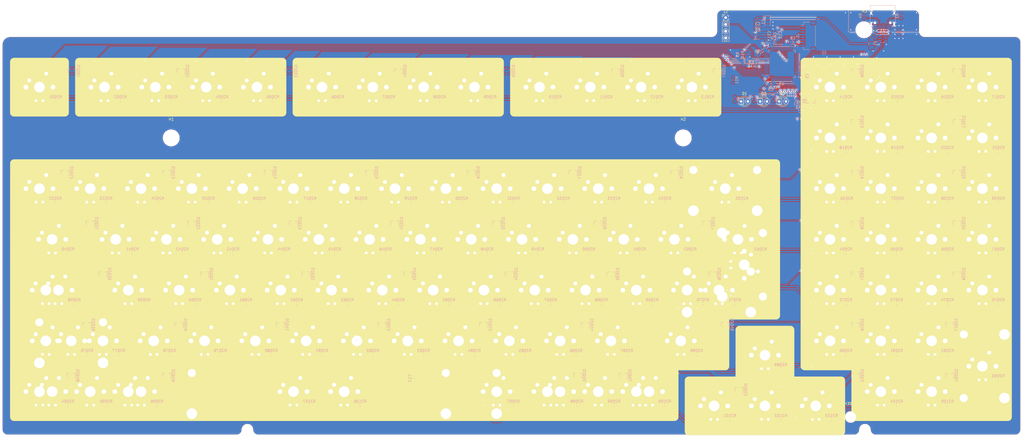
<source format=kicad_pcb>
(kicad_pcb (version 20171130) (host pcbnew "(5.1.6)-1")
  (layers (0 F.Cu signal) (31 B.Cu signal) (34 B.Paste user) (35 F.Paste user) (36 B.SilkS user) (37 F.SilkS user) (38 B.Mask user) (39 F.Mask user) (44 Edge.Cuts user))
  (net 0 "")
  (net 1 GND)
  (net 2 +5V)
  (net 3 +3V3)
  (net 4 /RST)
  (net 5 /BOOT)
  (net 6 /sense_battV)
  (net 7 /sense_charge)
  (net 8 chgsense)
  (net 9 USB-D-)
  (net 10 USB-D+)
  (net 11 SPI_MOSI)
  (net 12 SPI_MISO)
  (net 13 SPI_SCK)
  (net 14 SPI_CS)
  (net 15 SPI_IRQ)
  (net 16 SPI_RES)
  (net 17 COL00)
  (net 18 COL01)
  (net 19 COL02)
  (net 20 COL03)
  (net 21 COL04)
  (net 22 COL06)
  (net 23 COL07)
  (net 24 COL08)
  (net 25 COL09)
  (net 26 COL10)
  (net 27 COL11)
  (net 28 COL12)
  (net 29 COL13)
  (net 30 COL15)
  (net 31 COL16)
  (net 32 COL17)
  (net 33 COL18)
  (net 34 COL05)
  (net 35 COL14)
  (net 36 LED-)
  (net 37 "Net-(Q1-Pad1)")
  (net 38 LED_PWM)
  (net 39 ROW00)
  (net 40 "Net-(D1-Pad1)")
  (net 41 "Net-(D2-Pad1)")
  (net 42 "Net-(D3-Pad1)")
  (net 43 ROW01)
  (net 44 ROW02)
  (net 45 ROW03)
  (net 46 ROW04)
  (net 47 ROW05)
  (net 48 ROW06)
  (net 49 I2C_SDA)
  (net 50 I2C_SCK)
  (net 51 "Net-(F1-Pad2)")
  (net 52 Earth)
  (net 53 "Net-(D2001-Pad2)")
  (net 54 "Net-(D2001-Pad1)")
  (net 55 "Net-(D2002-Pad2)")
  (net 56 "Net-(D2002-Pad1)")
  (net 57 "Net-(D2003-Pad2)")
  (net 58 "Net-(D2003-Pad1)")
  (net 59 "Net-(D2004-Pad2)")
  (net 60 "Net-(D2004-Pad1)")
  (net 61 "Net-(D2005-Pad2)")
  (net 62 "Net-(D2005-Pad1)")
  (net 63 "Net-(D2006-Pad2)")
  (net 64 "Net-(D2006-Pad1)")
  (net 65 "Net-(D2007-Pad2)")
  (net 66 "Net-(D2007-Pad1)")
  (net 67 "Net-(D2008-Pad2)")
  (net 68 "Net-(D2008-Pad1)")
  (net 69 "Net-(D2009-Pad2)")
  (net 70 "Net-(D2009-Pad1)")
  (net 71 "Net-(D2010-Pad2)")
  (net 72 "Net-(D2010-Pad1)")
  (net 73 "Net-(D2011-Pad2)")
  (net 74 "Net-(D2011-Pad1)")
  (net 75 "Net-(D2012-Pad2)")
  (net 76 "Net-(D2012-Pad1)")
  (net 77 "Net-(D2013-Pad2)")
  (net 78 "Net-(D2013-Pad1)")
  (net 79 "Net-(D2014-Pad2)")
  (net 80 "Net-(D2014-Pad1)")
  (net 81 "Net-(D2015-Pad2)")
  (net 82 "Net-(D2015-Pad1)")
  (net 83 "Net-(D2016-Pad2)")
  (net 84 "Net-(D2016-Pad1)")
  (net 85 "Net-(D2017-Pad2)")
  (net 86 "Net-(D2017-Pad1)")
  (net 87 "Net-(D2018-Pad2)")
  (net 88 "Net-(D2018-Pad1)")
  (net 89 "Net-(D2019-Pad2)")
  (net 90 "Net-(D2019-Pad1)")
  (net 91 "Net-(D2020-Pad2)")
  (net 92 "Net-(D2020-Pad1)")
  (net 93 "Net-(D2021-Pad2)")
  (net 94 "Net-(D2021-Pad1)")
  (net 95 "Net-(D2022-Pad2)")
  (net 96 "Net-(D2022-Pad1)")
  (net 97 "Net-(D2023-Pad2)")
  (net 98 "Net-(D2023-Pad1)")
  (net 99 "Net-(D2024-Pad2)")
  (net 100 "Net-(D2024-Pad1)")
  (net 101 "Net-(D2025-Pad2)")
  (net 102 "Net-(D2025-Pad1)")
  (net 103 "Net-(D2026-Pad2)")
  (net 104 "Net-(D2026-Pad1)")
  (net 105 "Net-(D2027-Pad2)")
  (net 106 "Net-(D2027-Pad1)")
  (net 107 "Net-(D2028-Pad2)")
  (net 108 "Net-(D2028-Pad1)")
  (net 109 "Net-(D2029-Pad2)")
  (net 110 "Net-(D2029-Pad1)")
  (net 111 "Net-(D2030-Pad2)")
  (net 112 "Net-(D2030-Pad1)")
  (net 113 "Net-(D2031-Pad2)")
  (net 114 "Net-(D2031-Pad1)")
  (net 115 "Net-(D2032-Pad2)")
  (net 116 "Net-(D2032-Pad1)")
  (net 117 "Net-(D2033-Pad2)")
  (net 118 "Net-(D2033-Pad1)")
  (net 119 "Net-(D2034-Pad2)")
  (net 120 "Net-(D2034-Pad1)")
  (net 121 "Net-(D2035-Pad2)")
  (net 122 "Net-(D2035-Pad1)")
  (net 123 "Net-(D2036-Pad2)")
  (net 124 "Net-(D2036-Pad1)")
  (net 125 "Net-(D2037-Pad2)")
  (net 126 "Net-(D2037-Pad1)")
  (net 127 "Net-(D2038-Pad2)")
  (net 128 "Net-(D2038-Pad1)")
  (net 129 "Net-(D2039-Pad2)")
  (net 130 "Net-(D2039-Pad1)")
  (net 131 "Net-(D2040-Pad2)")
  (net 132 "Net-(D2040-Pad1)")
  (net 133 "Net-(D2041-Pad2)")
  (net 134 "Net-(D2041-Pad1)")
  (net 135 "Net-(D2042-Pad2)")
  (net 136 "Net-(D2042-Pad1)")
  (net 137 "Net-(D2043-Pad2)")
  (net 138 "Net-(D2043-Pad1)")
  (net 139 "Net-(D2044-Pad2)")
  (net 140 "Net-(D2044-Pad1)")
  (net 141 "Net-(D2045-Pad2)")
  (net 142 "Net-(D2045-Pad1)")
  (net 143 "Net-(D2046-Pad2)")
  (net 144 "Net-(D2046-Pad1)")
  (net 145 "Net-(D2047-Pad2)")
  (net 146 "Net-(D2047-Pad1)")
  (net 147 "Net-(D2048-Pad2)")
  (net 148 "Net-(D2048-Pad1)")
  (net 149 "Net-(D2049-Pad2)")
  (net 150 "Net-(D2049-Pad1)")
  (net 151 "Net-(D2050-Pad2)")
  (net 152 "Net-(D2050-Pad1)")
  (net 153 "Net-(D2051-Pad2)")
  (net 154 "Net-(D2051-Pad1)")
  (net 155 "Net-(D2052-Pad2)")
  (net 156 "Net-(D2052-Pad1)")
  (net 157 "Net-(D2053-Pad2)")
  (net 158 "Net-(D2053-Pad1)")
  (net 159 "Net-(D2054-Pad2)")
  (net 160 "Net-(D2054-Pad1)")
  (net 161 "Net-(J3-PadB8)")
  (net 162 "Net-(J3-PadA5)")
  (net 163 "Net-(J3-PadA8)")
  (net 164 "Net-(J3-PadB5)")
  (net 165 "Net-(MX2001-Pad4)")
  (net 166 "Net-(MX2002-Pad4)")
  (net 167 "Net-(MX2003-Pad4)")
  (net 168 "Net-(MX2004-Pad4)")
  (net 169 "Net-(MX2005-Pad4)")
  (net 170 "Net-(MX2006-Pad4)")
  (net 171 "Net-(MX2007-Pad4)")
  (net 172 "Net-(MX2008-Pad4)")
  (net 173 "Net-(MX2009-Pad4)")
  (net 174 "Net-(MX2010-Pad4)")
  (net 175 "Net-(MX2011-Pad4)")
  (net 176 "Net-(MX2012-Pad4)")
  (net 177 "Net-(MX2013-Pad4)")
  (net 178 "Net-(MX2014-Pad4)")
  (net 179 "Net-(MX2015-Pad4)")
  (net 180 "Net-(MX2016-Pad4)")
  (net 181 "Net-(MX2017-Pad4)")
  (net 182 "Net-(MX2018-Pad4)")
  (net 183 "Net-(MX2019-Pad4)")
  (net 184 "Net-(MX2020-Pad4)")
  (net 185 "Net-(MX2021-Pad4)")
  (net 186 "Net-(MX2022-Pad4)")
  (net 187 "Net-(MX2023-Pad4)")
  (net 188 "Net-(MX2024-Pad4)")
  (net 189 "Net-(MX2025-Pad4)")
  (net 190 "Net-(MX2026-Pad4)")
  (net 191 "Net-(MX2027-Pad4)")
  (net 192 "Net-(MX2028-Pad4)")
  (net 193 "Net-(MX2029-Pad4)")
  (net 194 "Net-(MX2030-Pad4)")
  (net 195 "Net-(MX2031-Pad4)")
  (net 196 "Net-(MX2032-Pad4)")
  (net 197 "Net-(MX2033-Pad4)")
  (net 198 "Net-(MX2034-Pad4)")
  (net 199 "Net-(MX2035-Pad4)")
  (net 200 "Net-(MX2036-Pad4)")
  (net 201 "Net-(MX2037-Pad4)")
  (net 202 "Net-(MX2038-Pad4)")
  (net 203 "Net-(MX2039-Pad4)")
  (net 204 "Net-(MX2040-Pad4)")
  (net 205 "Net-(MX2041-Pad4)")
  (net 206 "Net-(MX2042-Pad4)")
  (net 207 "Net-(MX2043-Pad4)")
  (net 208 "Net-(MX2044-Pad4)")
  (net 209 "Net-(MX2045-Pad4)")
  (net 210 "Net-(MX2046-Pad4)")
  (net 211 "Net-(MX2047-Pad4)")
  (net 212 "Net-(MX2048-Pad4)")
  (net 213 "Net-(MX2049-Pad4)")
  (net 214 "Net-(MX2050-Pad4)")
  (net 215 "Net-(MX2051-Pad4)")
  (net 216 "Net-(MX2052-Pad4)")
  (net 217 "Net-(MX2053-Pad4)")
  (net 218 "Net-(MX2054-Pad4)")
  (net 219 "Net-(MX2055-Pad4)")
  (net 220 "Net-(MX2056-Pad4)")
  (net 221 "Net-(MX2057-Pad4)")
  (net 222 "Net-(MX2058-Pad4)")
  (net 223 "Net-(MX2060-Pad4)")
  (net 224 "Net-(MX2061-Pad4)")
  (net 225 "Net-(MX2062-Pad4)")
  (net 226 "Net-(MX2063-Pad4)")
  (net 227 "Net-(MX2064-Pad4)")
  (net 228 "Net-(MX2065-Pad4)")
  (net 229 "Net-(MX2066-Pad4)")
  (net 230 "Net-(MX2067-Pad4)")
  (net 231 "Net-(MX2068-Pad4)")
  (net 232 "Net-(MX2069-Pad4)")
  (net 233 "Net-(MX2070-Pad4)")
  (net 234 "Net-(MX2071-Pad4)")
  (net 235 "Net-(MX2072-Pad4)")
  (net 236 "Net-(MX2074-Pad4)")
  (net 237 "Net-(MX2075-Pad4)")
  (net 238 "Net-(MX2076-Pad4)")
  (net 239 "Net-(MX2077-Pad4)")
  (net 240 "Net-(MX2078-Pad4)")
  (net 241 "Net-(MX2080-Pad4)")
  (net 242 "Net-(MX2081-Pad4)")
  (net 243 "Net-(MX2082-Pad4)")
  (net 244 "Net-(MX2083-Pad4)")
  (net 245 "Net-(MX2084-Pad4)")
  (net 246 "Net-(MX2085-Pad4)")
  (net 247 "Net-(MX2086-Pad4)")
  (net 248 "Net-(MX2087-Pad4)")
  (net 249 "Net-(MX2088-Pad4)")
  (net 250 "Net-(MX2089-Pad4)")
  (net 251 "Net-(MX2090-Pad4)")
  (net 252 "Net-(MX2091-Pad4)")
  (net 253 "Net-(MX2092-Pad4)")
  (net 254 "Net-(MX2093-Pad4)")
  (net 255 "Net-(MX2094-Pad4)")
  (net 256 "Net-(MX2095-Pad4)")
  (net 257 "Net-(MX2096-Pad4)")
  (net 258 "Net-(MX2097-Pad4)")
  (net 259 "Net-(MX2098-Pad4)")
  (net 260 "Net-(MX2099-Pad4)")
  (net 261 "Net-(MX2100-Pad4)")
  (net 262 "Net-(MX2101-Pad4)")
  (net 263 "Net-(MX2102-Pad4)")
  (net 264 "Net-(MX2103-Pad4)")
  (net 265 "Net-(MX2104-Pad4)")
  (net 266 "Net-(MX2105-Pad4)")
  (net 267 "Net-(MX2106-Pad4)")
  (net 268 "Net-(MX2107-Pad4)")
  (net 269 "Net-(MX2108-Pad4)")
  (net 270 "Net-(MX2109-Pad4)")
  (net 271 "Net-(MX2115-Pad4)")
  (net 272 LED_NUM)
  (net 273 LED_CAPS)
  (net 274 LED_SCR)
  (net 275 "Net-(U3-Pad61)")
  (net 276 "Net-(U3-Pad49)")
  (net 277 "Net-(U3-Pad43)")
  (net 278 "Net-(U3-Pad38)")
  (net 279 "Net-(U3-Pad37)")
  (net 280 "Net-(U3-Pad36)")
  (net 281 "Net-(U3-Pad35)")
  (net 282 "Net-(U3-Pad34)")
  (net 283 "Net-(U3-Pad33)")
  (net 284 "Net-(U3-Pad30)")
  (net 285 "Net-(U3-Pad29)")
  (net 286 "Net-(U3-Pad1)")
  (module MountingHole:MountingHole_4mm (layer F.Cu) (at 304.204992 123.824992)
    (fp_text reference H3001 (at 0 -5) (layer F.SilkS))
    (fp_text value MountingHole)
    (pad 1 np_thru_hole circle (at 0 0) (size 4 4) (drill 4) (layers *.Cu *.Mask))
  )
  (module Capacitor_SMD:C_0603_1608Metric_Pad1.05x0.95mm_HandSolder (layer B.Cu) (at 268.41425 -8.7715 270)
    (fp_text reference C14 (at 0 1.43 90) (layer B.SilkS) (effects (justify mirror)))
    (fp_text value 100nF)
    (pad 1 smd roundrect (at -0.875 0 270) (size 1.05 0.95) (layers B.Cu B.Paste B.Mask) (net 1 GND))
    (pad 2 smd roundrect (at 0.875 0 270) (size 1.05 0.95) (layers B.Cu B.Paste B.Mask) (net 6 /sense_battV))
  )
  (module Resistor_SMD:R_0603_1608Metric_Pad1.05x0.95mm_HandSolder (layer B.Cu) (at 275.15949 4.4704 90)
    (fp_text reference R8 (at 0 1.43 90) (layer B.SilkS) (effects (justify mirror)))
    (fp_text value 1k)
    (pad 2 smd roundrect (at 0.875 0 90) (size 1.05 0.95) (layers B.Cu B.Paste B.Mask) (net 274 LED_SCR))
    (pad 1 smd roundrect (at -0.875 0 90) (size 1.05 0.95) (layers B.Cu B.Paste B.Mask) (net 42 "Net-(D3-Pad1)"))
  )
  (module Resistor_SMD:R_0603_1608Metric_Pad1.05x0.95mm_HandSolder (layer B.Cu) (at 267.94589 4.4945 90)
    (fp_text reference R7 (at 0 1.43 90) (layer B.SilkS) (effects (justify mirror)))
    (fp_text value 1k)
    (pad 2 smd roundrect (at 0.875 0 90) (size 1.05 0.95) (layers B.Cu B.Paste B.Mask) (net 273 LED_CAPS))
    (pad 1 smd roundrect (at -0.875 0 90) (size 1.05 0.95) (layers B.Cu B.Paste B.Mask) (net 41 "Net-(D2-Pad1)"))
  )
  (module Resistor_SMD:R_0603_1608Metric_Pad1.05x0.95mm_HandSolder (layer B.Cu) (at 260.73229 4.4704 90)
    (fp_text reference R6 (at 0 1.43 90) (layer B.SilkS) (effects (justify mirror)))
    (fp_text value 1k)
    (pad 2 smd roundrect (at 0.875 0 90) (size 1.05 0.95) (layers B.Cu B.Paste B.Mask) (net 272 LED_NUM))
    (pad 1 smd roundrect (at -0.875 0 90) (size 1.05 0.95) (layers B.Cu B.Paste B.Mask) (net 40 "Net-(D1-Pad1)"))
  )
  (module Resistor_SMD:R_0603_1608Metric_Pad1.05x0.95mm_HandSolder (layer B.Cu) (at 284.70989 6.1595)
    (fp_text reference R2 (at 0 1.43) (layer B.SilkS) (effects (justify mirror)))
    (fp_text value 10k)
    (pad 2 smd roundrect (at 0.875 0) (size 1.05 0.95) (layers B.Cu B.Paste B.Mask) (net 1 GND))
    (pad 1 smd roundrect (at -0.875 0) (size 1.05 0.95) (layers B.Cu B.Paste B.Mask) (net 38 LED_PWM))
  )
  (module LED_THT:LED_D3.0mm (layer F.Cu) (at 277.415992 5.357792)
    (fp_text reference D3 (at 1.27 -2.96) (layer F.SilkS))
    (fp_text value SCR)
    (pad 2 thru_hole circle (at 2.54 0) (size 1.8 1.8) (drill 0.9) (layers *.Cu *.Mask) (net 3 +3V3))
    (pad 1 thru_hole rect (at 0 0) (size 1.8 1.8) (drill 0.9) (layers *.Cu *.Mask) (net 42 "Net-(D3-Pad1)"))
  )
  (module LED_THT:LED_D3.0mm (layer F.Cu) (at 270.271992 5.357792)
    (fp_text reference D2 (at 1.27 -2.96) (layer F.SilkS))
    (fp_text value CAPS)
    (pad 2 thru_hole circle (at 2.54 0) (size 1.8 1.8) (drill 0.9) (layers *.Cu *.Mask) (net 3 +3V3))
    (pad 1 thru_hole rect (at 0 0) (size 1.8 1.8) (drill 0.9) (layers *.Cu *.Mask) (net 41 "Net-(D2-Pad1)"))
  )
  (module LED_THT:LED_D3.0mm (layer F.Cu) (at 263.127992 5.357792)
    (fp_text reference D1 (at 1.27 -2.96) (layer F.SilkS))
    (fp_text value NUM)
    (pad 2 thru_hole circle (at 2.54 0) (size 1.8 1.8) (drill 0.9) (layers *.Cu *.Mask) (net 3 +3V3))
    (pad 1 thru_hole rect (at 0 0) (size 1.8 1.8) (drill 0.9) (layers *.Cu *.Mask) (net 40 "Net-(D1-Pad1)"))
  )
  (module MountingHole:MountingHole_6mm (layer F.Cu) (at 309.4 -21.550008)
    (fp_text reference H3 (at 0 -7) (layer F.SilkS))
    (fp_text value MountingHole)
    (pad "" np_thru_hole circle (at -0.205102 0) (size 6 6) (drill 6) (layers *.Cu *.Mask))
  )
  (module MountingHole:MountingHole_6mm (layer F.Cu) (at 241.410992 19.049992)
    (fp_text reference H2 (at 0 -7) (layer F.SilkS))
    (fp_text value MountingHole)
    (pad 1 np_thru_hole circle (at 0 0) (size 6 6) (drill 6) (layers *.Cu *.Mask))
  )
  (module MountingHole:MountingHole_6mm (layer F.Cu) (at 49.410992 19.049992)
    (fp_text reference H1 (at 0 -7) (layer F.SilkS))
    (fp_text value MountingHole)
    (pad 1 np_thru_hole circle (at 0 0) (size 6 6) (drill 6) (layers *.Cu *.Mask))
  )
  (module Inductor_SMD:L_0603_1608Metric_Pad1.05x0.95mm_HandSolder (layer B.Cu) (at 322.30189 -20.687 90)
    (fp_text reference L1 (at 0 1.43 270) (layer B.SilkS) (effects (justify mirror)))
    (fp_text value PBY160808T-181Y-N)
    (pad 2 smd roundrect (at 0.875 0 90) (size 1.05 0.95) (layers B.Cu B.Paste B.Mask) (net 52 Earth))
    (pad 1 smd roundrect (at -0.875 0 90) (size 1.05 0.95) (layers B.Cu B.Paste B.Mask) (net 1 GND))
  )
  (module Package_TO_SOT_SMD:SOT-23-6 (layer B.Cu) (at 316.20589 -18.417 180)
    (fp_text reference U1 (at 0 2.9) (layer B.SilkS) (effects (justify mirror)))
    (fp_text value SRV05-4)
    (pad 5 smd rect (at 1.1 0 180) (size 1.06 0.65) (layers B.Cu B.Paste B.Mask) (net 2 +5V))
    (pad 6 smd rect (at 1.1 0.95 180) (size 1.06 0.65) (layers B.Cu B.Paste B.Mask) (net 162 "Net-(J3-PadA5)"))
    (pad 4 smd rect (at 1.1 -0.95 180) (size 1.06 0.65) (layers B.Cu B.Paste B.Mask) (net 9 USB-D-))
    (pad 3 smd rect (at -1.1 -0.95 180) (size 1.06 0.65) (layers B.Cu B.Paste B.Mask) (net 10 USB-D+))
    (pad 2 smd rect (at -1.1 0 180) (size 1.06 0.65) (layers B.Cu B.Paste B.Mask) (net 52 Earth))
    (pad 1 smd rect (at -1.1 0.95 180) (size 1.06 0.65) (layers B.Cu B.Paste B.Mask) (net 164 "Net-(J3-PadB5)"))
  )
  (module Resistor_SMD:R_0603_1608Metric_Pad1.05x0.95mm_HandSolder (layer B.Cu) (at 309.245 -26.799 270)
    (fp_text reference R4 (at 0 1.43 90) (layer B.SilkS) (effects (justify mirror)))
    (fp_text value 5k1)
    (pad 2 smd roundrect (at 0.875 0 270) (size 1.05 0.95) (layers B.Cu B.Paste B.Mask) (net 162 "Net-(J3-PadA5)"))
    (pad 1 smd roundrect (at -0.875 0 270) (size 1.05 0.95) (layers B.Cu B.Paste B.Mask) (net 52 Earth))
  )
  (module Resistor_SMD:R_0603_1608Metric_Pad1.05x0.95mm_HandSolder (layer B.Cu) (at 323.11469 -26.7716 270)
    (fp_text reference R3 (at 0 1.43 270) (layer B.SilkS) (effects (justify mirror)))
    (fp_text value 5k1)
    (pad 2 smd roundrect (at 0.875 0 270) (size 1.05 0.95) (layers B.Cu B.Paste B.Mask) (net 164 "Net-(J3-PadB5)"))
    (pad 1 smd roundrect (at -0.875 0 270) (size 1.05 0.95) (layers B.Cu B.Paste B.Mask) (net 52 Earth))
  )
  (module Connector_USB:USB_C_Receptacle_HRO_TYPE-C-31-M-12 (layer B.Cu) (at 316.20589 -26.776)
    (fp_text reference J3 (at 0 5.645) (layer B.SilkS) (effects (justify mirror)))
    (fp_text value USB_C_Receptacle_USB2.0)
    (pad B1 smd rect (at 3.25 4.045) (size 0.6 1.45) (layers B.Cu B.Paste B.Mask) (net 52 Earth))
    (pad A9 smd rect (at 2.45 4.045) (size 0.6 1.45) (layers B.Cu B.Paste B.Mask) (net 51 "Net-(F1-Pad2)"))
    (pad B9 smd rect (at -2.45 4.045) (size 0.6 1.45) (layers B.Cu B.Paste B.Mask) (net 51 "Net-(F1-Pad2)"))
    (pad B12 smd rect (at -3.25 4.045) (size 0.6 1.45) (layers B.Cu B.Paste B.Mask) (net 52 Earth))
    (pad A1 smd rect (at -3.25 4.045) (size 0.6 1.45) (layers B.Cu B.Paste B.Mask) (net 52 Earth))
    (pad A4 smd rect (at -2.45 4.045) (size 0.6 1.45) (layers B.Cu B.Paste B.Mask) (net 51 "Net-(F1-Pad2)"))
    (pad B4 smd rect (at 2.45 4.045) (size 0.6 1.45) (layers B.Cu B.Paste B.Mask) (net 51 "Net-(F1-Pad2)"))
    (pad A12 smd rect (at 3.25 4.045) (size 0.6 1.45) (layers B.Cu B.Paste B.Mask) (net 52 Earth))
    (pad B8 smd rect (at -1.75 4.045) (size 0.3 1.45) (layers B.Cu B.Paste B.Mask) (net 161 "Net-(J3-PadB8)"))
    (pad A5 smd rect (at -1.25 4.045) (size 0.3 1.45) (layers B.Cu B.Paste B.Mask) (net 162 "Net-(J3-PadA5)"))
    (pad B7 smd rect (at -0.75 4.045) (size 0.3 1.45) (layers B.Cu B.Paste B.Mask) (net 9 USB-D-))
    (pad A7 smd rect (at 0.25 4.045) (size 0.3 1.45) (layers B.Cu B.Paste B.Mask) (net 9 USB-D-))
    (pad B6 smd rect (at 0.75 4.045) (size 0.3 1.45) (layers B.Cu B.Paste B.Mask) (net 10 USB-D+))
    (pad A8 smd rect (at 1.25 4.045) (size 0.3 1.45) (layers B.Cu B.Paste B.Mask) (net 163 "Net-(J3-PadA8)"))
    (pad B5 smd rect (at 1.75 4.045) (size 0.3 1.45) (layers B.Cu B.Paste B.Mask) (net 164 "Net-(J3-PadB5)"))
    (pad A6 smd rect (at -0.25 4.045) (size 0.3 1.45) (layers B.Cu B.Paste B.Mask) (net 10 USB-D+))
    (pad S1 thru_hole oval (at 4.32 3.13) (size 1 2.1) (drill oval 0.6 1.7) (layers *.Cu *.Mask) (net 52 Earth))
    (pad S1 thru_hole oval (at -4.32 3.13) (size 1 2.1) (drill oval 0.6 1.7) (layers *.Cu *.Mask) (net 52 Earth))
    (pad "" np_thru_hole circle (at -2.89 2.6) (size 0.65 0.65) (drill 0.65) (layers *.Cu *.Mask))
    (pad S1 thru_hole oval (at -4.32 -1.05) (size 1 1.6) (drill oval 0.6 1.2) (layers *.Cu *.Mask) (net 52 Earth))
    (pad "" np_thru_hole circle (at 2.89 2.6) (size 0.65 0.65) (drill 0.65) (layers *.Cu *.Mask))
    (pad S1 thru_hole oval (at 4.32 -1.05) (size 1 1.6) (drill oval 0.6 1.2) (layers *.Cu *.Mask) (net 52 Earth))
  )
  (module Fuse:Fuse_1206_3216Metric_Pad1.42x1.75mm_HandSolder (layer B.Cu) (at 311.95139 -16.383 90)
    (fp_text reference F1 (at 0 1.82 270) (layer B.SilkS) (effects (justify mirror)))
    (fp_text value SCF075-1206R)
    (pad 2 smd roundrect (at 1.4875 0 90) (size 1.425 1.75) (layers B.Cu B.Paste B.Mask) (roundrect_rratio 0.175439) (net 51 "Net-(F1-Pad2)"))
    (pad 1 smd roundrect (at -1.4875 0 90) (size 1.425 1.75) (layers B.Cu B.Paste B.Mask) (roundrect_rratio 0.175439) (net 2 +5V))
  )
  (module Capacitor_SMD:C_0603_1608Metric_Pad1.05x0.95mm_HandSolder (layer B.Cu) (at 274.21425 -0.5715)
    (fp_text reference C9 (at 0 1.43) (layer B.SilkS) (effects (justify mirror)))
    (fp_text value 100nF)
    (pad 2 smd roundrect (at 0.875 0) (size 1.05 0.95) (layers B.Cu B.Paste B.Mask) (net 1 GND))
    (pad 1 smd roundrect (at -0.875 0) (size 1.05 0.95) (layers B.Cu B.Paste B.Mask) (net 3 +3V3))
  )
  (module Capacitor_SMD:C_0603_1608Metric_Pad1.05x0.95mm_HandSolder (layer B.Cu) (at 266.81425 -8.7715 90)
    (fp_text reference C15 (at 0 1.43 90) (layer B.SilkS) (effects (justify mirror)))
    (fp_text value 100nF)
    (pad 2 smd roundrect (at 0.875 0 90) (size 1.05 0.95) (layers B.Cu B.Paste B.Mask) (net 1 GND))
    (pad 1 smd roundrect (at -0.875 0 90) (size 1.05 0.95) (layers B.Cu B.Paste B.Mask) (net 7 /sense_charge))
  )
  (module Capacitor_SMD:C_0603_1608Metric_Pad1.05x0.95mm_HandSolder (layer B.Cu) (at 275.31575 1.5365 180)
    (fp_text reference C13 (at 0 1.43) (layer B.SilkS) (effects (justify mirror)))
    (fp_text value 100nF)
    (pad 2 smd roundrect (at 0.875 0 180) (size 1.05 0.95) (layers B.Cu B.Paste B.Mask) (net 1 GND))
    (pad 1 smd roundrect (at -0.875 0 180) (size 1.05 0.95) (layers B.Cu B.Paste B.Mask) (net 5 /BOOT))
  )
  (module Capacitor_SMD:C_0603_1608Metric_Pad1.05x0.95mm_HandSolder (layer B.Cu) (at 140.2715 109.282992 270)
    (fp_text reference C12 (at 0 1.43 90) (layer B.SilkS) (effects (justify mirror)))
    (fp_text value 100nF)
    (pad 2 smd roundrect (at 0.875 0 270) (size 1.05 0.95) (layers B.Cu B.Paste B.Mask) (net 1 GND))
    (pad 1 smd roundrect (at -0.875 0 270) (size 1.05 0.95) (layers B.Cu B.Paste B.Mask) (net 4 /RST))
  )
  (module Capacitor_SMD:C_0603_1608Metric_Pad1.05x0.95mm_HandSolder (layer B.Cu) (at 272.20039 -19.6215 90)
    (fp_text reference C11 (at 0 1.43 90) (layer B.SilkS) (effects (justify mirror)))
    (fp_text value 4.7uF)
    (pad 2 smd roundrect (at 0.875 0 90) (size 1.05 0.95) (layers B.Cu B.Paste B.Mask) (net 1 GND))
    (pad 1 smd roundrect (at -0.875 0 90) (size 1.05 0.95) (layers B.Cu B.Paste B.Mask) (net 3 +3V3))
  )
  (module Capacitor_SMD:C_0603_1608Metric_Pad1.05x0.95mm_HandSolder (layer B.Cu) (at 276.40789 -19.64614 90)
    (fp_text reference C10 (at 0 1.43 90) (layer B.SilkS) (effects (justify mirror)))
    (fp_text value 4.7uF)
    (pad 2 smd roundrect (at 0.875 0 90) (size 1.05 0.95) (layers B.Cu B.Paste B.Mask) (net 1 GND))
    (pad 1 smd roundrect (at -0.875 0 90) (size 1.05 0.95) (layers B.Cu B.Paste B.Mask) (net 3 +3V3))
  )
  (module Capacitor_SMD:C_0603_1608Metric_Pad1.05x0.95mm_HandSolder (layer B.Cu) (at 282.48739 -16.9715 180)
    (fp_text reference C8 (at 0 1.43) (layer B.SilkS) (effects (justify mirror)))
    (fp_text value 100nF)
    (pad 2 smd roundrect (at 0.875 0 180) (size 1.05 0.95) (layers B.Cu B.Paste B.Mask) (net 1 GND))
    (pad 1 smd roundrect (at -0.875 0 180) (size 1.05 0.95) (layers B.Cu B.Paste B.Mask) (net 3 +3V3))
  )
  (module Capacitor_SMD:C_0603_1608Metric_Pad1.05x0.95mm_HandSolder (layer B.Cu) (at 275.35075 -16.9715 180)
    (fp_text reference C7 (at 0 1.43) (layer B.SilkS) (effects (justify mirror)))
    (fp_text value 100nF)
    (pad 2 smd roundrect (at 0.875 0 180) (size 1.05 0.95) (layers B.Cu B.Paste B.Mask) (net 1 GND))
    (pad 1 smd roundrect (at -0.875 0 180) (size 1.05 0.95) (layers B.Cu B.Paste B.Mask) (net 3 +3V3))
  )
  (module Capacitor_SMD:C_0603_1608Metric_Pad1.05x0.95mm_HandSolder (layer B.Cu) (at 269.24 -12.129008 180)
    (fp_text reference C6 (at 0 1.43) (layer B.SilkS) (effects (justify mirror)))
    (fp_text value 100nF)
    (pad 2 smd roundrect (at 0.875 0 180) (size 1.05 0.95) (layers B.Cu B.Paste B.Mask) (net 1 GND))
    (pad 1 smd roundrect (at -0.875 0 180) (size 1.05 0.95) (layers B.Cu B.Paste B.Mask) (net 3 +3V3))
  )
  (module Capacitor_SMD:C_0603_1608Metric_Pad1.05x0.95mm_HandSolder (layer B.Cu) (at 286.4485 -4.191508 90)
    (fp_text reference C5 (at 0 1.43 90) (layer B.SilkS) (effects (justify mirror)))
    (fp_text value 100nF)
    (pad 2 smd roundrect (at 0.875 0 90) (size 1.05 0.95) (layers B.Cu B.Paste B.Mask) (net 1 GND))
    (pad 1 smd roundrect (at -0.875 0 90) (size 1.05 0.95) (layers B.Cu B.Paste B.Mask) (net 3 +3V3))
  )
  (module Capacitor_SMD:C_0603_1608Metric_Pad1.05x0.95mm_HandSolder (layer B.Cu) (at 274.40789 -19.64614 90)
    (fp_text reference C4 (at 0 1.43 90) (layer B.SilkS) (effects (justify mirror)))
    (fp_text value 1uF)
    (pad 2 smd roundrect (at 0.875 0 90) (size 1.05 0.95) (layers B.Cu B.Paste B.Mask) (net 1 GND))
    (pad 1 smd roundrect (at -0.875 0 90) (size 1.05 0.95) (layers B.Cu B.Paste B.Mask) (net 3 +3V3))
  )
  (module Capacitor_SMD:C_0603_1608Metric_Pad1.05x0.95mm_HandSolder (layer B.Cu) (at 269.34289 -25.20186)
    (fp_text reference C3 (at 0 1.43) (layer B.SilkS) (effects (justify mirror)))
    (fp_text value 4.7uF)
    (pad 2 smd roundrect (at 0.875 0) (size 1.05 0.95) (layers B.Cu B.Paste B.Mask) (net 1 GND))
    (pad 1 smd roundrect (at -0.875 0) (size 1.05 0.95) (layers B.Cu B.Paste B.Mask) (net 2 +5V))
  )
  (module Capacitor_SMD:C_0603_1608Metric_Pad1.05x0.95mm_HandSolder (layer B.Cu) (at 269.34289 -22.91586)
    (fp_text reference C2 (at 0 1.43) (layer B.SilkS) (effects (justify mirror)))
    (fp_text value 1uF)
    (pad 2 smd roundrect (at 0.875 0) (size 1.05 0.95) (layers B.Cu B.Paste B.Mask) (net 1 GND))
    (pad 1 smd roundrect (at -0.875 0) (size 1.05 0.95) (layers B.Cu B.Paste B.Mask) (net 2 +5V))
  )
  (module Connector_PinHeader_2.54mm:PinHeader_1x04_P2.54mm_Vertical (layer F.Cu) (at 257.34139 -26.0985)
    (fp_text reference J2 (at 0 -2.33) (layer F.SilkS))
    (fp_text value OLED)
    (pad 4 thru_hole oval (at 0 7.62) (size 1.7 1.7) (drill 1) (layers *.Cu *.Mask) (net 49 I2C_SDA))
    (pad 3 thru_hole oval (at 0 5.08) (size 1.7 1.7) (drill 1) (layers *.Cu *.Mask) (net 50 I2C_SCK))
    (pad 2 thru_hole oval (at 0 2.54) (size 1.7 1.7) (drill 1) (layers *.Cu *.Mask) (net 3 +3V3))
    (pad 1 thru_hole rect (at 0 0) (size 1.7 1.7) (drill 1) (layers *.Cu *.Mask) (net 1 GND))
  )
  (module MX_Only:MXOnly-1.25U (layer F.Cu) (at 2.38125 76.2)
    (fp_text reference MX2059)
    (fp_text value caps_stepped)
    (pad "" np_thru_hole circle (at 5.08 0 48.0996) (size 1.75 1.75) (drill 1.75) (layers *.Cu *.Mask))
    (pad "" np_thru_hole circle (at -5.08 0 48.0996) (size 1.75 1.75) (drill 1.75) (layers *.Cu *.Mask))
    (pad 4 thru_hole rect (at 1.27 5.08) (size 1.905 1.905) (drill 1.04) (layers *.Cu B.Mask) (net 222 "Net-(MX2058-Pad4)"))
    (pad 3 thru_hole circle (at -1.27 5.08) (size 1.905 1.905) (drill 1.04) (layers *.Cu B.Mask) (net 2 +5V))
    (pad 1 thru_hole circle (at -3.81 -2.54) (size 2.25 2.25) (drill 1.47) (layers *.Cu B.Mask) (net 17 COL00))
    (pad "" np_thru_hole circle (at 0 0) (size 3.9878 3.9878) (drill 3.9878) (layers *.Cu *.Mask))
    (pad 2 thru_hole circle (at 2.54 -5.08) (size 2.25 2.25) (drill 1.47) (layers *.Cu B.Mask) (net 111 "Net-(D2030-Pad2)"))
  )
  (module Resistor_SMD:R_0603_1608Metric_Pad1.05x0.95mm_HandSolder (layer B.Cu) (at 278.011255 124.737913 180)
    (fp_text reference R2102 (at 0 1.43) (layer B.SilkS) (effects (justify mirror)))
    (fp_text value 560)
    (pad 2 smd roundrect (at 0.875 0 180) (size 1.05 0.95) (layers B.Cu B.Paste B.Mask) (net 267 "Net-(MX2106-Pad4)"))
    (pad 1 smd roundrect (at -0.875 0 180) (size 1.05 0.95) (layers B.Cu B.Paste B.Mask) (net 36 LED-))
  )
  (module Resistor_SMD:R_0603_1608Metric_Pad1.05x0.95mm_HandSolder (layer B.Cu) (at 258.961175 124.737913 180)
    (fp_text reference R2101 (at 0 1.43) (layer B.SilkS) (effects (justify mirror)))
    (fp_text value 560)
    (pad 2 smd roundrect (at 0.875 0 180) (size 1.05 0.95) (layers B.Cu B.Paste B.Mask) (net 266 "Net-(MX2105-Pad4)"))
    (pad 1 smd roundrect (at -0.875 0 180) (size 1.05 0.95) (layers B.Cu B.Paste B.Mask) (net 36 LED-))
  )
  (module Resistor_SMD:R_0603_1608Metric_Pad1.05x0.95mm_HandSolder (layer B.Cu) (at 234.55411 119.38032 180)
    (fp_text reference R2100 (at 0 1.43) (layer B.SilkS) (effects (justify mirror)))
    (fp_text value 560)
    (pad 2 smd roundrect (at 0.875 0 180) (size 1.05 0.95) (layers B.Cu B.Paste B.Mask) (net 265 "Net-(MX2104-Pad4)"))
    (pad 1 smd roundrect (at -0.875 0 180) (size 1.05 0.95) (layers B.Cu B.Paste B.Mask) (net 36 LED-))
  )
  (module Resistor_SMD:R_0603_1608Metric_Pad1.05x0.95mm_HandSolder (layer B.Cu) (at 215.50403 119.38032 180)
    (fp_text reference R2099 (at 0 1.43) (layer B.SilkS) (effects (justify mirror)))
    (fp_text value 560)
    (pad 2 smd roundrect (at 0.875 0 180) (size 1.05 0.95) (layers B.Cu B.Paste B.Mask) (net 264 "Net-(MX2103-Pad4)"))
    (pad 1 smd roundrect (at -0.875 0 180) (size 1.05 0.95) (layers B.Cu B.Paste B.Mask) (net 36 LED-))
  )
  (module Resistor_SMD:R_0603_1608Metric_Pad1.05x0.95mm_HandSolder (layer B.Cu) (at 201.5321 119.38032 180)
    (fp_text reference R2098 (at 0 1.43) (layer B.SilkS) (effects (justify mirror)))
    (fp_text value 560)
    (pad 2 smd roundrect (at 0.875 0 180) (size 1.05 0.95) (layers B.Cu B.Paste B.Mask) (net 263 "Net-(MX2102-Pad4)"))
    (pad 1 smd roundrect (at -0.875 0 180) (size 1.05 0.95) (layers B.Cu B.Paste B.Mask) (net 36 LED-))
  )
  (module Resistor_SMD:R_0603_1608Metric_Pad1.05x0.95mm_HandSolder (layer B.Cu) (at 177.7195 119.38032 180)
    (fp_text reference R2097 (at 0 1.43) (layer B.SilkS) (effects (justify mirror)))
    (fp_text value 560)
    (pad 2 smd roundrect (at 0.875 0 180) (size 1.05 0.95) (layers B.Cu B.Paste B.Mask) (net 262 "Net-(MX2101-Pad4)"))
    (pad 1 smd roundrect (at -0.875 0 180) (size 1.05 0.95) (layers B.Cu B.Paste B.Mask) (net 36 LED-))
  )
  (module Resistor_SMD:R_0603_1608Metric_Pad1.05x0.95mm_HandSolder (layer B.Cu) (at 44.05331 119.38032 180)
    (fp_text reference R2096 (at 0 1.43) (layer B.SilkS) (effects (justify mirror)))
    (fp_text value 560)
    (pad 2 smd roundrect (at 0.875 0 180) (size 1.05 0.95) (layers B.Cu B.Paste B.Mask) (net 260 "Net-(MX2099-Pad4)"))
    (pad 1 smd roundrect (at -0.875 0 180) (size 1.05 0.95) (layers B.Cu B.Paste B.Mask) (net 36 LED-))
  )
  (module Resistor_SMD:R_0603_1608Metric_Pad1.05x0.95mm_HandSolder (layer B.Cu) (at 25.00323 119.38032 180)
    (fp_text reference R2095 (at 0 1.43) (layer B.SilkS) (effects (justify mirror)))
    (fp_text value 560)
    (pad 2 smd roundrect (at 0.875 0 180) (size 1.05 0.95) (layers B.Cu B.Paste B.Mask) (net 259 "Net-(MX2098-Pad4)"))
    (pad 1 smd roundrect (at -0.875 0 180) (size 1.05 0.95) (layers B.Cu B.Paste B.Mask) (net 36 LED-))
  )
  (module Resistor_SMD:R_0603_1608Metric_Pad1.05x0.95mm_HandSolder (layer B.Cu) (at 10.71567 119.38032 180)
    (fp_text reference R2094 (at 0 1.43) (layer B.SilkS) (effects (justify mirror)))
    (fp_text value 560)
    (pad 2 smd roundrect (at 0.875 0 180) (size 1.05 0.95) (layers B.Cu B.Paste B.Mask) (net 258 "Net-(MX2097-Pad4)"))
    (pad 1 smd roundrect (at -0.875 0 180) (size 1.05 0.95) (layers B.Cu B.Paste B.Mask) (net 36 LED-))
  )
  (module Resistor_SMD:R_0603_1608Metric_Pad1.05x0.95mm_HandSolder (layer B.Cu) (at 278.011255 105.687833 180)
    (fp_text reference R2089 (at 0 1.43) (layer B.SilkS) (effects (justify mirror)))
    (fp_text value 560)
    (pad 2 smd roundrect (at 0.875 0 180) (size 1.05 0.95) (layers B.Cu B.Paste B.Mask) (net 253 "Net-(MX2092-Pad4)"))
    (pad 1 smd roundrect (at -0.875 0 180) (size 1.05 0.95) (layers B.Cu B.Paste B.Mask) (net 36 LED-))
  )
  (module Resistor_SMD:R_0603_1608Metric_Pad1.05x0.95mm_HandSolder (layer B.Cu) (at 246.46041 100.33024 180)
    (fp_text reference R2088 (at 0 1.43) (layer B.SilkS) (effects (justify mirror)))
    (fp_text value 560)
    (pad 2 smd roundrect (at 0.875 0 180) (size 1.05 0.95) (layers B.Cu B.Paste B.Mask) (net 252 "Net-(MX2091-Pad4)"))
    (pad 1 smd roundrect (at -0.875 0 180) (size 1.05 0.95) (layers B.Cu B.Paste B.Mask) (net 36 LED-))
  )
  (module Resistor_SMD:R_0603_1608Metric_Pad1.05x0.95mm_HandSolder (layer B.Cu) (at 220.26655 100.33024 180)
    (fp_text reference R2087 (at 0 1.43) (layer B.SilkS) (effects (justify mirror)))
    (fp_text value 560)
    (pad 2 smd roundrect (at 0.875 0 180) (size 1.05 0.95) (layers B.Cu B.Paste B.Mask) (net 251 "Net-(MX2090-Pad4)"))
    (pad 1 smd roundrect (at -0.875 0 180) (size 1.05 0.95) (layers B.Cu B.Paste B.Mask) (net 36 LED-))
  )
  (module Resistor_SMD:R_0603_1608Metric_Pad1.05x0.95mm_HandSolder (layer B.Cu) (at 201.21647 100.33024 180)
    (fp_text reference R2086 (at 0 1.43) (layer B.SilkS) (effects (justify mirror)))
    (fp_text value 560)
    (pad 2 smd roundrect (at 0.875 0 180) (size 1.05 0.95) (layers B.Cu B.Paste B.Mask) (net 250 "Net-(MX2089-Pad4)"))
    (pad 1 smd roundrect (at -0.875 0 180) (size 1.05 0.95) (layers B.Cu B.Paste B.Mask) (net 36 LED-))
  )
  (module Resistor_SMD:R_0603_1608Metric_Pad1.05x0.95mm_HandSolder (layer B.Cu) (at 182.16639 100.33024 180)
    (fp_text reference R2085 (at 0 1.43) (layer B.SilkS) (effects (justify mirror)))
    (fp_text value 560)
    (pad 2 smd roundrect (at 0.875 0 180) (size 1.05 0.95) (layers B.Cu B.Paste B.Mask) (net 249 "Net-(MX2088-Pad4)"))
    (pad 1 smd roundrect (at -0.875 0 180) (size 1.05 0.95) (layers B.Cu B.Paste B.Mask) (net 36 LED-))
  )
  (module Resistor_SMD:R_0603_1608Metric_Pad1.05x0.95mm_HandSolder (layer B.Cu) (at 163.11631 100.33024 180)
    (fp_text reference R2084 (at 0 1.43) (layer B.SilkS) (effects (justify mirror)))
    (fp_text value 560)
    (pad 2 smd roundrect (at 0.875 0 180) (size 1.05 0.95) (layers B.Cu B.Paste B.Mask) (net 248 "Net-(MX2087-Pad4)"))
    (pad 1 smd roundrect (at -0.875 0 180) (size 1.05 0.95) (layers B.Cu B.Paste B.Mask) (net 36 LED-))
  )
  (module Resistor_SMD:R_0603_1608Metric_Pad1.05x0.95mm_HandSolder (layer B.Cu) (at 144.06623 100.33024 180)
    (fp_text reference R2083 (at 0 1.43) (layer B.SilkS) (effects (justify mirror)))
    (fp_text value 560)
    (pad 2 smd roundrect (at 0.875 0 180) (size 1.05 0.95) (layers B.Cu B.Paste B.Mask) (net 247 "Net-(MX2086-Pad4)"))
    (pad 1 smd roundrect (at -0.875 0 180) (size 1.05 0.95) (layers B.Cu B.Paste B.Mask) (net 36 LED-))
  )
  (module Resistor_SMD:R_0603_1608Metric_Pad1.05x0.95mm_HandSolder (layer B.Cu) (at 125.01615 100.33024 180)
    (fp_text reference R2082 (at 0 1.43) (layer B.SilkS) (effects (justify mirror)))
    (fp_text value 560)
    (pad 2 smd roundrect (at 0.875 0 180) (size 1.05 0.95) (layers B.Cu B.Paste B.Mask) (net 246 "Net-(MX2085-Pad4)"))
    (pad 1 smd roundrect (at -0.875 0 180) (size 1.05 0.95) (layers B.Cu B.Paste B.Mask) (net 36 LED-))
  )
  (module Resistor_SMD:R_0603_1608Metric_Pad1.05x0.95mm_HandSolder (layer B.Cu) (at 105.96607 100.33024 180)
    (fp_text reference R2081 (at 0 1.43) (layer B.SilkS) (effects (justify mirror)))
    (fp_text value 560)
    (pad 2 smd roundrect (at 0.875 0 180) (size 1.05 0.95) (layers B.Cu B.Paste B.Mask) (net 245 "Net-(MX2084-Pad4)"))
    (pad 1 smd roundrect (at -0.875 0 180) (size 1.05 0.95) (layers B.Cu B.Paste B.Mask) (net 36 LED-))
  )
  (module Resistor_SMD:R_0603_1608Metric_Pad1.05x0.95mm_HandSolder (layer B.Cu) (at 86.91599 100.33024 180)
    (fp_text reference R2080 (at 0 1.43) (layer B.SilkS) (effects (justify mirror)))
    (fp_text value 560)
    (pad 2 smd roundrect (at 0.875 0 180) (size 1.05 0.95) (layers B.Cu B.Paste B.Mask) (net 244 "Net-(MX2083-Pad4)"))
    (pad 1 smd roundrect (at -0.875 0 180) (size 1.05 0.95) (layers B.Cu B.Paste B.Mask) (net 36 LED-))
  )
  (module Resistor_SMD:R_0603_1608Metric_Pad1.05x0.95mm_HandSolder (layer B.Cu) (at 67.86591 100.33024 180)
    (fp_text reference R2079 (at 0 1.43) (layer B.SilkS) (effects (justify mirror)))
    (fp_text value 560)
    (pad 2 smd roundrect (at 0.875 0 180) (size 1.05 0.95) (layers B.Cu B.Paste B.Mask) (net 243 "Net-(MX2082-Pad4)"))
    (pad 1 smd roundrect (at -0.875 0 180) (size 1.05 0.95) (layers B.Cu B.Paste B.Mask) (net 36 LED-))
  )
  (module Resistor_SMD:R_0603_1608Metric_Pad1.05x0.95mm_HandSolder (layer B.Cu) (at 48.81583 100.33024 180)
    (fp_text reference R2078 (at 0 1.43) (layer B.SilkS) (effects (justify mirror)))
    (fp_text value 560)
    (pad 2 smd roundrect (at 0.875 0 180) (size 1.05 0.95) (layers B.Cu B.Paste B.Mask) (net 242 "Net-(MX2081-Pad4)"))
    (pad 1 smd roundrect (at -0.875 0 180) (size 1.05 0.95) (layers B.Cu B.Paste B.Mask) (net 36 LED-))
  )
  (module Resistor_SMD:R_0603_1608Metric_Pad1.05x0.95mm_HandSolder (layer B.Cu) (at 29.76575 100.33024 180)
    (fp_text reference R2077 (at 0 1.43) (layer B.SilkS) (effects (justify mirror)))
    (fp_text value 560)
    (pad 2 smd roundrect (at 0.875 0 180) (size 1.05 0.95) (layers B.Cu B.Paste B.Mask) (net 241 "Net-(MX2080-Pad4)"))
    (pad 1 smd roundrect (at -0.875 0 180) (size 1.05 0.95) (layers B.Cu B.Paste B.Mask) (net 36 LED-))
  )
  (module Resistor_SMD:R_0603_1608Metric_Pad1.05x0.95mm_HandSolder (layer B.Cu) (at 17.85945 100.33024 180)
    (fp_text reference R2076 (at 0 1.43) (layer B.SilkS) (effects (justify mirror)))
    (fp_text value 560)
    (pad 2 smd roundrect (at 0.875 0 180) (size 1.05 0.95) (layers B.Cu B.Paste B.Mask) (net 240 "Net-(MX2078-Pad4)"))
    (pad 1 smd roundrect (at -0.875 0 180) (size 1.05 0.95) (layers B.Cu B.Paste B.Mask) (net 36 LED-))
  )
  (module Resistor_SMD:R_0603_1608Metric_Pad1.05x0.95mm_HandSolder (layer B.Cu) (at 260.74797 81.28016 180)
    (fp_text reference R2071 (at 0 1.43) (layer B.SilkS) (effects (justify mirror)))
    (fp_text value 560)
    (pad 2 smd roundrect (at 0.875 0 180) (size 1.05 0.95) (layers B.Cu B.Paste B.Mask) (net 235 "Net-(MX2072-Pad4)"))
    (pad 1 smd roundrect (at -0.875 0 180) (size 1.05 0.95) (layers B.Cu B.Paste B.Mask) (net 36 LED-))
  )
  (module Resistor_SMD:R_0603_1608Metric_Pad1.05x0.95mm_HandSolder (layer B.Cu) (at 248.84167 81.28016 180)
    (fp_text reference R2070 (at 0 1.43) (layer B.SilkS) (effects (justify mirror)))
    (fp_text value 560)
    (pad 2 smd roundrect (at 0.875 0 180) (size 1.05 0.95) (layers B.Cu B.Paste B.Mask) (net 234 "Net-(MX2071-Pad4)"))
    (pad 1 smd roundrect (at -0.875 0 180) (size 1.05 0.95) (layers B.Cu B.Paste B.Mask) (net 36 LED-))
  )
  (module Resistor_SMD:R_0603_1608Metric_Pad1.05x0.95mm_HandSolder (layer B.Cu) (at 229.79159 81.28016 180)
    (fp_text reference R2069 (at 0 1.43) (layer B.SilkS) (effects (justify mirror)))
    (fp_text value 560)
    (pad 2 smd roundrect (at 0.875 0 180) (size 1.05 0.95) (layers B.Cu B.Paste B.Mask) (net 233 "Net-(MX2070-Pad4)"))
    (pad 1 smd roundrect (at -0.875 0 180) (size 1.05 0.95) (layers B.Cu B.Paste B.Mask) (net 36 LED-))
  )
  (module Resistor_SMD:R_0603_1608Metric_Pad1.05x0.95mm_HandSolder (layer B.Cu) (at 210.74151 81.28016 180)
    (fp_text reference R2068 (at 0 1.43) (layer B.SilkS) (effects (justify mirror)))
    (fp_text value 560)
    (pad 2 smd roundrect (at 0.875 0 180) (size 1.05 0.95) (layers B.Cu B.Paste B.Mask) (net 232 "Net-(MX2069-Pad4)"))
    (pad 1 smd roundrect (at -0.875 0 180) (size 1.05 0.95) (layers B.Cu B.Paste B.Mask) (net 36 LED-))
  )
  (module Resistor_SMD:R_0603_1608Metric_Pad1.05x0.95mm_HandSolder (layer B.Cu) (at 191.69143 81.28016 180)
    (fp_text reference R2067 (at 0 1.43) (layer B.SilkS) (effects (justify mirror)))
    (fp_text value 560)
    (pad 2 smd roundrect (at 0.875 0 180) (size 1.05 0.95) (layers B.Cu B.Paste B.Mask) (net 231 "Net-(MX2068-Pad4)"))
    (pad 1 smd roundrect (at -0.875 0 180) (size 1.05 0.95) (layers B.Cu B.Paste B.Mask) (net 36 LED-))
  )
  (module Resistor_SMD:R_0603_1608Metric_Pad1.05x0.95mm_HandSolder (layer B.Cu) (at 172.64135 81.28016 180)
    (fp_text reference R2066 (at 0 1.43) (layer B.SilkS) (effects (justify mirror)))
    (fp_text value 560)
    (pad 2 smd roundrect (at 0.875 0 180) (size 1.05 0.95) (layers B.Cu B.Paste B.Mask) (net 230 "Net-(MX2067-Pad4)"))
    (pad 1 smd roundrect (at -0.875 0 180) (size 1.05 0.95) (layers B.Cu B.Paste B.Mask) (net 36 LED-))
  )
  (module Resistor_SMD:R_0603_1608Metric_Pad1.05x0.95mm_HandSolder (layer B.Cu) (at 153.59127 81.28016 180)
    (fp_text reference R2065 (at 0 1.43) (layer B.SilkS) (effects (justify mirror)))
    (fp_text value 560)
    (pad 2 smd roundrect (at 0.875 0 180) (size 1.05 0.95) (layers B.Cu B.Paste B.Mask) (net 229 "Net-(MX2066-Pad4)"))
    (pad 1 smd roundrect (at -0.875 0 180) (size 1.05 0.95) (layers B.Cu B.Paste B.Mask) (net 36 LED-))
  )
  (module Resistor_SMD:R_0603_1608Metric_Pad1.05x0.95mm_HandSolder (layer B.Cu) (at 134.54119 81.28016 180)
    (fp_text reference R2064 (at 0 1.43) (layer B.SilkS) (effects (justify mirror)))
    (fp_text value 560)
    (pad 2 smd roundrect (at 0.875 0 180) (size 1.05 0.95) (layers B.Cu B.Paste B.Mask) (net 228 "Net-(MX2065-Pad4)"))
    (pad 1 smd roundrect (at -0.875 0 180) (size 1.05 0.95) (layers B.Cu B.Paste B.Mask) (net 36 LED-))
  )
  (module Resistor_SMD:R_0603_1608Metric_Pad1.05x0.95mm_HandSolder (layer B.Cu) (at 115.49111 81.28016 180)
    (fp_text reference R2063 (at 0 1.43) (layer B.SilkS) (effects (justify mirror)))
    (fp_text value 560)
    (pad 2 smd roundrect (at 0.875 0 180) (size 1.05 0.95) (layers B.Cu B.Paste B.Mask) (net 227 "Net-(MX2064-Pad4)"))
    (pad 1 smd roundrect (at -0.875 0 180) (size 1.05 0.95) (layers B.Cu B.Paste B.Mask) (net 36 LED-))
  )
  (module Resistor_SMD:R_0603_1608Metric_Pad1.05x0.95mm_HandSolder (layer B.Cu) (at 96.44103 81.28016 180)
    (fp_text reference R2062 (at 0 1.43) (layer B.SilkS) (effects (justify mirror)))
    (fp_text value 560)
    (pad 2 smd roundrect (at 0.875 0 180) (size 1.05 0.95) (layers B.Cu B.Paste B.Mask) (net 226 "Net-(MX2063-Pad4)"))
    (pad 1 smd roundrect (at -0.875 0 180) (size 1.05 0.95) (layers B.Cu B.Paste B.Mask) (net 36 LED-))
  )
  (module Resistor_SMD:R_0603_1608Metric_Pad1.05x0.95mm_HandSolder (layer B.Cu) (at 77.39095 81.28016 180)
    (fp_text reference R2061 (at 0 1.43) (layer B.SilkS) (effects (justify mirror)))
    (fp_text value 560)
    (pad 2 smd roundrect (at 0.875 0 180) (size 1.05 0.95) (layers B.Cu B.Paste B.Mask) (net 225 "Net-(MX2062-Pad4)"))
    (pad 1 smd roundrect (at -0.875 0 180) (size 1.05 0.95) (layers B.Cu B.Paste B.Mask) (net 36 LED-))
  )
  (module Resistor_SMD:R_0603_1608Metric_Pad1.05x0.95mm_HandSolder (layer B.Cu) (at 58.34087 81.28016 180)
    (fp_text reference R2060 (at 0 1.43) (layer B.SilkS) (effects (justify mirror)))
    (fp_text value 560)
    (pad 2 smd roundrect (at 0.875 0 180) (size 1.05 0.95) (layers B.Cu B.Paste B.Mask) (net 224 "Net-(MX2061-Pad4)"))
    (pad 1 smd roundrect (at -0.875 0 180) (size 1.05 0.95) (layers B.Cu B.Paste B.Mask) (net 36 LED-))
  )
  (module Resistor_SMD:R_0603_1608Metric_Pad1.05x0.95mm_HandSolder (layer B.Cu) (at 39.29079 81.28016 180)
    (fp_text reference R2059 (at 0 1.43) (layer B.SilkS) (effects (justify mirror)))
    (fp_text value 560)
    (pad 2 smd roundrect (at 0.875 0 180) (size 1.05 0.95) (layers B.Cu B.Paste B.Mask) (net 223 "Net-(MX2060-Pad4)"))
    (pad 1 smd roundrect (at -0.875 0 180) (size 1.05 0.95) (layers B.Cu B.Paste B.Mask) (net 36 LED-))
  )
  (module Resistor_SMD:R_0603_1608Metric_Pad1.05x0.95mm_HandSolder (layer B.Cu) (at 13.09693 81.28016 180)
    (fp_text reference R2058 (at 0 1.43) (layer B.SilkS) (effects (justify mirror)))
    (fp_text value 560)
    (pad 2 smd roundrect (at 0.875 0 180) (size 1.05 0.95) (layers B.Cu B.Paste B.Mask) (net 222 "Net-(MX2058-Pad4)"))
    (pad 1 smd roundrect (at -0.875 0 180) (size 1.05 0.95) (layers B.Cu B.Paste B.Mask) (net 36 LED-))
  )
  (module Resistor_SMD:R_0603_1608Metric_Pad1.05x0.95mm_HandSolder (layer B.Cu) (at 101.20355 119.38032 180)
    (fp_text reference R2107 (at 0 1.43) (layer B.SilkS) (effects (justify mirror)))
    (fp_text value 560)
    (pad 2 smd roundrect (at 0.875 0 180) (size 1.05 0.95) (layers B.Cu B.Paste B.Mask) (net 271 "Net-(MX2115-Pad4)"))
    (pad 1 smd roundrect (at -0.875 0 180) (size 1.05 0.95) (layers B.Cu B.Paste B.Mask) (net 36 LED-))
  )
  (module Resistor_SMD:R_0603_1608Metric_Pad1.05x0.95mm_HandSolder (layer B.Cu) (at 120.25363 119.38032 180)
    (fp_text reference R2106 (at 0 1.43) (layer B.SilkS) (effects (justify mirror)))
    (fp_text value 560)
    (pad 2 smd roundrect (at 0.875 0 180) (size 1.05 0.95) (layers B.Cu B.Paste B.Mask) (net 261 "Net-(MX2100-Pad4)"))
    (pad 1 smd roundrect (at -0.875 0 180) (size 1.05 0.95) (layers B.Cu B.Paste B.Mask) (net 36 LED-))
  )
  (module Resistor_SMD:R_0603_1608Metric_Pad1.05x0.95mm_HandSolder (layer B.Cu) (at 340.5192 119.38048 180)
    (fp_text reference R2105 (at 0 1.43) (layer B.SilkS) (effects (justify mirror)))
    (fp_text value 560)
    (pad 2 smd roundrect (at 0.875 0 180) (size 1.05 0.95) (layers B.Cu B.Paste B.Mask) (net 270 "Net-(MX2109-Pad4)"))
    (pad 1 smd roundrect (at -0.875 0 180) (size 1.05 0.95) (layers B.Cu B.Paste B.Mask) (net 36 LED-))
  )
  (module Resistor_SMD:R_0603_1608Metric_Pad1.05x0.95mm_HandSolder (layer B.Cu) (at 321.46912 119.38048 180)
    (fp_text reference R2104 (at 0 1.43) (layer B.SilkS) (effects (justify mirror)))
    (fp_text value 560)
    (pad 2 smd roundrect (at 0.875 0 180) (size 1.05 0.95) (layers B.Cu B.Paste B.Mask) (net 269 "Net-(MX2108-Pad4)"))
    (pad 1 smd roundrect (at -0.875 0 180) (size 1.05 0.95) (layers B.Cu B.Paste B.Mask) (net 36 LED-))
  )
  (module Resistor_SMD:R_0603_1608Metric_Pad1.05x0.95mm_HandSolder (layer B.Cu) (at 297.061335 124.737913 180)
    (fp_text reference R2103 (at 0 1.43) (layer B.SilkS) (effects (justify mirror)))
    (fp_text value 560)
    (pad 2 smd roundrect (at 0.875 0 180) (size 1.05 0.95) (layers B.Cu B.Paste B.Mask) (net 268 "Net-(MX2107-Pad4)"))
    (pad 1 smd roundrect (at -0.875 0 180) (size 1.05 0.95) (layers B.Cu B.Paste B.Mask) (net 36 LED-))
  )
  (module Resistor_SMD:R_0603_1608Metric_Pad1.05x0.95mm_HandSolder (layer B.Cu) (at 359.56928 109.85544 180)
    (fp_text reference R2093 (at 0 1.43) (layer B.SilkS) (effects (justify mirror)))
    (fp_text value 560)
    (pad 2 smd roundrect (at 0.875 0 180) (size 1.05 0.95) (layers B.Cu B.Paste B.Mask) (net 257 "Net-(MX2096-Pad4)"))
    (pad 1 smd roundrect (at -0.875 0 180) (size 1.05 0.95) (layers B.Cu B.Paste B.Mask) (net 36 LED-))
  )
  (module Resistor_SMD:R_0603_1608Metric_Pad1.05x0.95mm_HandSolder (layer B.Cu) (at 340.5192 100.3304 180)
    (fp_text reference R2092 (at 0 1.43) (layer B.SilkS) (effects (justify mirror)))
    (fp_text value 560)
    (pad 2 smd roundrect (at 0.875 0 180) (size 1.05 0.95) (layers B.Cu B.Paste B.Mask) (net 256 "Net-(MX2095-Pad4)"))
    (pad 1 smd roundrect (at -0.875 0 180) (size 1.05 0.95) (layers B.Cu B.Paste B.Mask) (net 36 LED-))
  )
  (module Resistor_SMD:R_0603_1608Metric_Pad1.05x0.95mm_HandSolder (layer B.Cu) (at 321.46912 100.3304 180)
    (fp_text reference R2091 (at 0 1.43) (layer B.SilkS) (effects (justify mirror)))
    (fp_text value 560)
    (pad 2 smd roundrect (at 0.875 0 180) (size 1.05 0.95) (layers B.Cu B.Paste B.Mask) (net 255 "Net-(MX2094-Pad4)"))
    (pad 1 smd roundrect (at -0.875 0 180) (size 1.05 0.95) (layers B.Cu B.Paste B.Mask) (net 36 LED-))
  )
  (module Resistor_SMD:R_0603_1608Metric_Pad1.05x0.95mm_HandSolder (layer B.Cu) (at 302.41904 100.3304 180)
    (fp_text reference R2090 (at 0 1.43) (layer B.SilkS) (effects (justify mirror)))
    (fp_text value 560)
    (pad 2 smd roundrect (at 0.875 0 180) (size 1.05 0.95) (layers B.Cu B.Paste B.Mask) (net 254 "Net-(MX2093-Pad4)"))
    (pad 1 smd roundrect (at -0.875 0 180) (size 1.05 0.95) (layers B.Cu B.Paste B.Mask) (net 36 LED-))
  )
  (module Resistor_SMD:R_0603_1608Metric_Pad1.05x0.95mm_HandSolder (layer B.Cu) (at 359.56928 81.28032 180)
    (fp_text reference R2075 (at 0 1.43) (layer B.SilkS) (effects (justify mirror)))
    (fp_text value 560)
    (pad 2 smd roundrect (at 0.875 0 180) (size 1.05 0.95) (layers B.Cu B.Paste B.Mask) (net 239 "Net-(MX2077-Pad4)"))
    (pad 1 smd roundrect (at -0.875 0 180) (size 1.05 0.95) (layers B.Cu B.Paste B.Mask) (net 36 LED-))
  )
  (module Resistor_SMD:R_0603_1608Metric_Pad1.05x0.95mm_HandSolder (layer B.Cu) (at 340.5192 81.28032 180)
    (fp_text reference R2074 (at 0 1.43) (layer B.SilkS) (effects (justify mirror)))
    (fp_text value 560)
    (pad 2 smd roundrect (at 0.875 0 180) (size 1.05 0.95) (layers B.Cu B.Paste B.Mask) (net 238 "Net-(MX2076-Pad4)"))
    (pad 1 smd roundrect (at -0.875 0 180) (size 1.05 0.95) (layers B.Cu B.Paste B.Mask) (net 36 LED-))
  )
  (module Resistor_SMD:R_0603_1608Metric_Pad1.05x0.95mm_HandSolder (layer B.Cu) (at 321.46912 81.28032 180)
    (fp_text reference R2073 (at 0 1.43) (layer B.SilkS) (effects (justify mirror)))
    (fp_text value 560)
    (pad 2 smd roundrect (at 0.875 0 180) (size 1.05 0.95) (layers B.Cu B.Paste B.Mask) (net 237 "Net-(MX2075-Pad4)"))
    (pad 1 smd roundrect (at -0.875 0 180) (size 1.05 0.95) (layers B.Cu B.Paste B.Mask) (net 36 LED-))
  )
  (module Resistor_SMD:R_0603_1608Metric_Pad1.05x0.95mm_HandSolder (layer B.Cu) (at 302.41904 81.28032 180)
    (fp_text reference R2072 (at 0 1.43) (layer B.SilkS) (effects (justify mirror)))
    (fp_text value 560)
    (pad 2 smd roundrect (at 0.875 0 180) (size 1.05 0.95) (layers B.Cu B.Paste B.Mask) (net 236 "Net-(MX2074-Pad4)"))
    (pad 1 smd roundrect (at -0.875 0 180) (size 1.05 0.95) (layers B.Cu B.Paste B.Mask) (net 36 LED-))
  )
  (module Resistor_SMD:R_0603_1608Metric_Pad1.05x0.95mm_HandSolder (layer B.Cu) (at 359.56928 62.23024 180)
    (fp_text reference R2057 (at 0 1.43) (layer B.SilkS) (effects (justify mirror)))
    (fp_text value 560)
    (pad 2 smd roundrect (at 0.875 0 180) (size 1.05 0.95) (layers B.Cu B.Paste B.Mask) (net 221 "Net-(MX2057-Pad4)"))
    (pad 1 smd roundrect (at -0.875 0 180) (size 1.05 0.95) (layers B.Cu B.Paste B.Mask) (net 36 LED-))
  )
  (module Resistor_SMD:R_0603_1608Metric_Pad1.05x0.95mm_HandSolder (layer B.Cu) (at 340.5192 62.23024 180)
    (fp_text reference R2056 (at 0 1.43) (layer B.SilkS) (effects (justify mirror)))
    (fp_text value 560)
    (pad 2 smd roundrect (at 0.875 0 180) (size 1.05 0.95) (layers B.Cu B.Paste B.Mask) (net 220 "Net-(MX2056-Pad4)"))
    (pad 1 smd roundrect (at -0.875 0 180) (size 1.05 0.95) (layers B.Cu B.Paste B.Mask) (net 36 LED-))
  )
  (module Resistor_SMD:R_0603_1608Metric_Pad1.05x0.95mm_HandSolder (layer B.Cu) (at 321.46912 62.23024 180)
    (fp_text reference R2055 (at 0 1.43) (layer B.SilkS) (effects (justify mirror)))
    (fp_text value 560)
    (pad 2 smd roundrect (at 0.875 0 180) (size 1.05 0.95) (layers B.Cu B.Paste B.Mask) (net 219 "Net-(MX2055-Pad4)"))
    (pad 1 smd roundrect (at -0.875 0 180) (size 1.05 0.95) (layers B.Cu B.Paste B.Mask) (net 36 LED-))
  )
  (module Resistor_SMD:R_0603_1608Metric_Pad1.05x0.95mm_HandSolder (layer B.Cu) (at 302.41904 62.23024 180)
    (fp_text reference R2054 (at 0 1.43) (layer B.SilkS) (effects (justify mirror)))
    (fp_text value 560)
    (pad 2 smd roundrect (at 0.875 0 180) (size 1.05 0.95) (layers B.Cu B.Paste B.Mask) (net 218 "Net-(MX2054-Pad4)"))
    (pad 1 smd roundrect (at -0.875 0 180) (size 1.05 0.95) (layers B.Cu B.Paste B.Mask) (net 36 LED-))
  )
  (module Resistor_SMD:R_0603_1608Metric_Pad1.05x0.95mm_HandSolder (layer B.Cu) (at 270.421025 62.253913 180)
    (fp_text reference R2053 (at 0 1.43) (layer B.SilkS) (effects (justify mirror)))
    (fp_text value 560)
    (pad 2 smd roundrect (at 0.875 0 180) (size 1.05 0.95) (layers B.Cu B.Paste B.Mask) (net 217 "Net-(MX2053-Pad4)"))
    (pad 1 smd roundrect (at -0.875 0 180) (size 1.05 0.95) (layers B.Cu B.Paste B.Mask) (net 36 LED-))
  )
  (module Resistor_SMD:R_0603_1608Metric_Pad1.05x0.95mm_HandSolder (layer B.Cu) (at 244.07915 62.23008 180)
    (fp_text reference R2052 (at 0 1.43) (layer B.SilkS) (effects (justify mirror)))
    (fp_text value 560)
    (pad 2 smd roundrect (at 0.875 0 180) (size 1.05 0.95) (layers B.Cu B.Paste B.Mask) (net 216 "Net-(MX2052-Pad4)"))
    (pad 1 smd roundrect (at -0.875 0 180) (size 1.05 0.95) (layers B.Cu B.Paste B.Mask) (net 36 LED-))
  )
  (module Resistor_SMD:R_0603_1608Metric_Pad1.05x0.95mm_HandSolder (layer B.Cu) (at 225.02907 62.23008 180)
    (fp_text reference R2051 (at 0 1.43) (layer B.SilkS) (effects (justify mirror)))
    (fp_text value 560)
    (pad 2 smd roundrect (at 0.875 0 180) (size 1.05 0.95) (layers B.Cu B.Paste B.Mask) (net 215 "Net-(MX2051-Pad4)"))
    (pad 1 smd roundrect (at -0.875 0 180) (size 1.05 0.95) (layers B.Cu B.Paste B.Mask) (net 36 LED-))
  )
  (module Resistor_SMD:R_0603_1608Metric_Pad1.05x0.95mm_HandSolder (layer B.Cu) (at 205.97899 62.23008 180)
    (fp_text reference R2050 (at 0 1.43) (layer B.SilkS) (effects (justify mirror)))
    (fp_text value 560)
    (pad 2 smd roundrect (at 0.875 0 180) (size 1.05 0.95) (layers B.Cu B.Paste B.Mask) (net 214 "Net-(MX2050-Pad4)"))
    (pad 1 smd roundrect (at -0.875 0 180) (size 1.05 0.95) (layers B.Cu B.Paste B.Mask) (net 36 LED-))
  )
  (module Resistor_SMD:R_0603_1608Metric_Pad1.05x0.95mm_HandSolder (layer B.Cu) (at 186.92891 62.23008 180)
    (fp_text reference R2049 (at 0 1.43) (layer B.SilkS) (effects (justify mirror)))
    (fp_text value 560)
    (pad 2 smd roundrect (at 0.875 0 180) (size 1.05 0.95) (layers B.Cu B.Paste B.Mask) (net 213 "Net-(MX2049-Pad4)"))
    (pad 1 smd roundrect (at -0.875 0 180) (size 1.05 0.95) (layers B.Cu B.Paste B.Mask) (net 36 LED-))
  )
  (module Resistor_SMD:R_0603_1608Metric_Pad1.05x0.95mm_HandSolder (layer B.Cu) (at 167.87883 62.23008 180)
    (fp_text reference R2048 (at 0 1.43) (layer B.SilkS) (effects (justify mirror)))
    (fp_text value 560)
    (pad 2 smd roundrect (at 0.875 0 180) (size 1.05 0.95) (layers B.Cu B.Paste B.Mask) (net 212 "Net-(MX2048-Pad4)"))
    (pad 1 smd roundrect (at -0.875 0 180) (size 1.05 0.95) (layers B.Cu B.Paste B.Mask) (net 36 LED-))
  )
  (module Resistor_SMD:R_0603_1608Metric_Pad1.05x0.95mm_HandSolder (layer B.Cu) (at 148.82875 62.23008 180)
    (fp_text reference R2047 (at 0 1.43) (layer B.SilkS) (effects (justify mirror)))
    (fp_text value 560)
    (pad 2 smd roundrect (at 0.875 0 180) (size 1.05 0.95) (layers B.Cu B.Paste B.Mask) (net 211 "Net-(MX2047-Pad4)"))
    (pad 1 smd roundrect (at -0.875 0 180) (size 1.05 0.95) (layers B.Cu B.Paste B.Mask) (net 36 LED-))
  )
  (module Resistor_SMD:R_0603_1608Metric_Pad1.05x0.95mm_HandSolder (layer B.Cu) (at 129.77867 62.23008 180)
    (fp_text reference R2046 (at 0 1.43) (layer B.SilkS) (effects (justify mirror)))
    (fp_text value 560)
    (pad 2 smd roundrect (at 0.875 0 180) (size 1.05 0.95) (layers B.Cu B.Paste B.Mask) (net 210 "Net-(MX2046-Pad4)"))
    (pad 1 smd roundrect (at -0.875 0 180) (size 1.05 0.95) (layers B.Cu B.Paste B.Mask) (net 36 LED-))
  )
  (module Resistor_SMD:R_0603_1608Metric_Pad1.05x0.95mm_HandSolder (layer B.Cu) (at 110.72859 62.23008 180)
    (fp_text reference R2045 (at 0 1.43) (layer B.SilkS) (effects (justify mirror)))
    (fp_text value 560)
    (pad 2 smd roundrect (at 0.875 0 180) (size 1.05 0.95) (layers B.Cu B.Paste B.Mask) (net 209 "Net-(MX2045-Pad4)"))
    (pad 1 smd roundrect (at -0.875 0 180) (size 1.05 0.95) (layers B.Cu B.Paste B.Mask) (net 36 LED-))
  )
  (module Resistor_SMD:R_0603_1608Metric_Pad1.05x0.95mm_HandSolder (layer B.Cu) (at 91.67851 62.23008 180)
    (fp_text reference R2044 (at 0 1.43) (layer B.SilkS) (effects (justify mirror)))
    (fp_text value 560)
    (pad 2 smd roundrect (at 0.875 0 180) (size 1.05 0.95) (layers B.Cu B.Paste B.Mask) (net 208 "Net-(MX2044-Pad4)"))
    (pad 1 smd roundrect (at -0.875 0 180) (size 1.05 0.95) (layers B.Cu B.Paste B.Mask) (net 36 LED-))
  )
  (module Resistor_SMD:R_0603_1608Metric_Pad1.05x0.95mm_HandSolder (layer B.Cu) (at 72.62843 62.23008 180)
    (fp_text reference R2043 (at 0 1.43) (layer B.SilkS) (effects (justify mirror)))
    (fp_text value 560)
    (pad 2 smd roundrect (at 0.875 0 180) (size 1.05 0.95) (layers B.Cu B.Paste B.Mask) (net 207 "Net-(MX2043-Pad4)"))
    (pad 1 smd roundrect (at -0.875 0 180) (size 1.05 0.95) (layers B.Cu B.Paste B.Mask) (net 36 LED-))
  )
  (module Resistor_SMD:R_0603_1608Metric_Pad1.05x0.95mm_HandSolder (layer B.Cu) (at 53.57835 62.23008 180)
    (fp_text reference R2042 (at 0 1.43) (layer B.SilkS) (effects (justify mirror)))
    (fp_text value 560)
    (pad 2 smd roundrect (at 0.875 0 180) (size 1.05 0.95) (layers B.Cu B.Paste B.Mask) (net 206 "Net-(MX2042-Pad4)"))
    (pad 1 smd roundrect (at -0.875 0 180) (size 1.05 0.95) (layers B.Cu B.Paste B.Mask) (net 36 LED-))
  )
  (module Resistor_SMD:R_0603_1608Metric_Pad1.05x0.95mm_HandSolder (layer B.Cu) (at 34.8439 62.23008 180)
    (fp_text reference R2041 (at 0 1.43) (layer B.SilkS) (effects (justify mirror)))
    (fp_text value 560)
    (pad 2 smd roundrect (at 0.875 0 180) (size 1.05 0.95) (layers B.Cu B.Paste B.Mask) (net 205 "Net-(MX2041-Pad4)"))
    (pad 1 smd roundrect (at -0.875 0 180) (size 1.05 0.95) (layers B.Cu B.Paste B.Mask) (net 36 LED-))
  )
  (module Resistor_SMD:R_0603_1608Metric_Pad1.05x0.95mm_HandSolder (layer B.Cu) (at 10.71567 62.23008 180)
    (fp_text reference R2040 (at 0 1.43) (layer B.SilkS) (effects (justify mirror)))
    (fp_text value 560)
    (pad 2 smd roundrect (at 0.875 0 180) (size 1.05 0.95) (layers B.Cu B.Paste B.Mask) (net 204 "Net-(MX2040-Pad4)"))
    (pad 1 smd roundrect (at -0.875 0 180) (size 1.05 0.95) (layers B.Cu B.Paste B.Mask) (net 36 LED-))
  )
  (module Resistor_SMD:R_0603_1608Metric_Pad1.05x0.95mm_HandSolder (layer B.Cu) (at 359.56928 43.18 180)
    (fp_text reference R2039 (at 0 1.43) (layer B.SilkS) (effects (justify mirror)))
    (fp_text value 560)
    (pad 2 smd roundrect (at 0.875 0 180) (size 1.05 0.95) (layers B.Cu B.Paste B.Mask) (net 203 "Net-(MX2039-Pad4)"))
    (pad 1 smd roundrect (at -0.875 0 180) (size 1.05 0.95) (layers B.Cu B.Paste B.Mask) (net 36 LED-))
  )
  (module Resistor_SMD:R_0603_1608Metric_Pad1.05x0.95mm_HandSolder (layer B.Cu) (at 340.519015 43.18 180)
    (fp_text reference R2038 (at 0 1.43) (layer B.SilkS) (effects (justify mirror)))
    (fp_text value 560)
    (pad 2 smd roundrect (at 0.875 0 180) (size 1.05 0.95) (layers B.Cu B.Paste B.Mask) (net 202 "Net-(MX2038-Pad4)"))
    (pad 1 smd roundrect (at -0.875 0 180) (size 1.05 0.95) (layers B.Cu B.Paste B.Mask) (net 36 LED-))
  )
  (module Resistor_SMD:R_0603_1608Metric_Pad1.05x0.95mm_HandSolder (layer B.Cu) (at 321.78464 43.18 180)
    (fp_text reference R2037 (at 0 1.43) (layer B.SilkS) (effects (justify mirror)))
    (fp_text value 560)
    (pad 2 smd roundrect (at 0.875 0 180) (size 1.05 0.95) (layers B.Cu B.Paste B.Mask) (net 201 "Net-(MX2037-Pad4)"))
    (pad 1 smd roundrect (at -0.875 0 180) (size 1.05 0.95) (layers B.Cu B.Paste B.Mask) (net 36 LED-))
  )
  (module Resistor_SMD:R_0603_1608Metric_Pad1.05x0.95mm_HandSolder (layer B.Cu) (at 302.73464 43.18 180)
    (fp_text reference R2036 (at 0 1.43) (layer B.SilkS) (effects (justify mirror)))
    (fp_text value 560)
    (pad 2 smd roundrect (at 0.875 0 180) (size 1.05 0.95) (layers B.Cu B.Paste B.Mask) (net 200 "Net-(MX2036-Pad4)"))
    (pad 1 smd roundrect (at -0.875 0 180) (size 1.05 0.95) (layers B.Cu B.Paste B.Mask) (net 36 LED-))
  )
  (module Resistor_SMD:R_0603_1608Metric_Pad1.05x0.95mm_HandSolder (layer B.Cu) (at 263.44375 43.18 180)
    (fp_text reference R2035 (at 0 1.43) (layer B.SilkS) (effects (justify mirror)))
    (fp_text value 560)
    (pad 2 smd roundrect (at 0.875 0 180) (size 1.05 0.95) (layers B.Cu B.Paste B.Mask) (net 199 "Net-(MX2035-Pad4)"))
    (pad 1 smd roundrect (at -0.875 0 180) (size 1.05 0.95) (layers B.Cu B.Paste B.Mask) (net 36 LED-))
  )
  (module Resistor_SMD:R_0603_1608Metric_Pad1.05x0.95mm_HandSolder (layer B.Cu) (at 234.553125 43.18 180)
    (fp_text reference R2034 (at 0 1.43) (layer B.SilkS) (effects (justify mirror)))
    (fp_text value 560)
    (pad 2 smd roundrect (at 0.875 0 180) (size 1.05 0.95) (layers B.Cu B.Paste B.Mask) (net 198 "Net-(MX2034-Pad4)"))
    (pad 1 smd roundrect (at -0.875 0 180) (size 1.05 0.95) (layers B.Cu B.Paste B.Mask) (net 36 LED-))
  )
  (module Resistor_SMD:R_0603_1608Metric_Pad1.05x0.95mm_HandSolder (layer B.Cu) (at 215.503125 43.18 180)
    (fp_text reference R2033 (at 0 1.43) (layer B.SilkS) (effects (justify mirror)))
    (fp_text value 560)
    (pad 2 smd roundrect (at 0.875 0 180) (size 1.05 0.95) (layers B.Cu B.Paste B.Mask) (net 197 "Net-(MX2033-Pad4)"))
    (pad 1 smd roundrect (at -0.875 0 180) (size 1.05 0.95) (layers B.Cu B.Paste B.Mask) (net 36 LED-))
  )
  (module Resistor_SMD:R_0603_1608Metric_Pad1.05x0.95mm_HandSolder (layer B.Cu) (at 196.453125 43.18 180)
    (fp_text reference R2032 (at 0 1.43) (layer B.SilkS) (effects (justify mirror)))
    (fp_text value 560)
    (pad 2 smd roundrect (at 0.875 0 180) (size 1.05 0.95) (layers B.Cu B.Paste B.Mask) (net 196 "Net-(MX2032-Pad4)"))
    (pad 1 smd roundrect (at -0.875 0 180) (size 1.05 0.95) (layers B.Cu B.Paste B.Mask) (net 36 LED-))
  )
  (module Resistor_SMD:R_0603_1608Metric_Pad1.05x0.95mm_HandSolder (layer B.Cu) (at 177.71875 43.18 180)
    (fp_text reference R2031 (at 0 1.43) (layer B.SilkS) (effects (justify mirror)))
    (fp_text value 560)
    (pad 2 smd roundrect (at 0.875 0 180) (size 1.05 0.95) (layers B.Cu B.Paste B.Mask) (net 195 "Net-(MX2031-Pad4)"))
    (pad 1 smd roundrect (at -0.875 0 180) (size 1.05 0.95) (layers B.Cu B.Paste B.Mask) (net 36 LED-))
  )
  (module Resistor_SMD:R_0603_1608Metric_Pad1.05x0.95mm_HandSolder (layer B.Cu) (at 158.353125 43.18 180)
    (fp_text reference R2030 (at 0 1.43) (layer B.SilkS) (effects (justify mirror)))
    (fp_text value 560)
    (pad 2 smd roundrect (at 0.875 0 180) (size 1.05 0.95) (layers B.Cu B.Paste B.Mask) (net 194 "Net-(MX2030-Pad4)"))
    (pad 1 smd roundrect (at -0.875 0 180) (size 1.05 0.95) (layers B.Cu B.Paste B.Mask) (net 36 LED-))
  )
  (module Resistor_SMD:R_0603_1608Metric_Pad1.05x0.95mm_HandSolder (layer B.Cu) (at 139.303125 43.18 180)
    (fp_text reference R2029 (at 0 1.43) (layer B.SilkS) (effects (justify mirror)))
    (fp_text value 560)
    (pad 2 smd roundrect (at 0.875 0 180) (size 1.05 0.95) (layers B.Cu B.Paste B.Mask) (net 193 "Net-(MX2029-Pad4)"))
    (pad 1 smd roundrect (at -0.875 0 180) (size 1.05 0.95) (layers B.Cu B.Paste B.Mask) (net 36 LED-))
  )
  (module Resistor_SMD:R_0603_1608Metric_Pad1.05x0.95mm_HandSolder (layer B.Cu) (at 120.56875 43.18 180)
    (fp_text reference R2028 (at 0 1.43) (layer B.SilkS) (effects (justify mirror)))
    (fp_text value 560)
    (pad 2 smd roundrect (at 0.875 0 180) (size 1.05 0.95) (layers B.Cu B.Paste B.Mask) (net 192 "Net-(MX2028-Pad4)"))
    (pad 1 smd roundrect (at -0.875 0 180) (size 1.05 0.95) (layers B.Cu B.Paste B.Mask) (net 36 LED-))
  )
  (module Resistor_SMD:R_0603_1608Metric_Pad1.05x0.95mm_HandSolder (layer B.Cu) (at 101.51875 43.18 180)
    (fp_text reference R2027 (at 0 1.43) (layer B.SilkS) (effects (justify mirror)))
    (fp_text value 560)
    (pad 2 smd roundrect (at 0.875 0 180) (size 1.05 0.95) (layers B.Cu B.Paste B.Mask) (net 191 "Net-(MX2027-Pad4)"))
    (pad 1 smd roundrect (at -0.875 0 180) (size 1.05 0.95) (layers B.Cu B.Paste B.Mask) (net 36 LED-))
  )
  (module Resistor_SMD:R_0603_1608Metric_Pad1.05x0.95mm_HandSolder (layer B.Cu) (at 82.46875 43.18 180)
    (fp_text reference R2026 (at 0 1.43) (layer B.SilkS) (effects (justify mirror)))
    (fp_text value 560)
    (pad 2 smd roundrect (at 0.875 0 180) (size 1.05 0.95) (layers B.Cu B.Paste B.Mask) (net 190 "Net-(MX2026-Pad4)"))
    (pad 1 smd roundrect (at -0.875 0 180) (size 1.05 0.95) (layers B.Cu B.Paste B.Mask) (net 36 LED-))
  )
  (module Resistor_SMD:R_0603_1608Metric_Pad1.05x0.95mm_HandSolder (layer B.Cu) (at 63.41875 43.18 180)
    (fp_text reference R2025 (at 0 1.43) (layer B.SilkS) (effects (justify mirror)))
    (fp_text value 560)
    (pad 2 smd roundrect (at 0.875 0 180) (size 1.05 0.95) (layers B.Cu B.Paste B.Mask) (net 189 "Net-(MX2025-Pad4)"))
    (pad 1 smd roundrect (at -0.875 0 180) (size 1.05 0.95) (layers B.Cu B.Paste B.Mask) (net 36 LED-))
  )
  (module Resistor_SMD:R_0603_1608Metric_Pad1.05x0.95mm_HandSolder (layer B.Cu) (at 44.36875 43.18 180)
    (fp_text reference R2024 (at 0 1.43) (layer B.SilkS) (effects (justify mirror)))
    (fp_text value 560)
    (pad 2 smd roundrect (at 0.875 0 180) (size 1.05 0.95) (layers B.Cu B.Paste B.Mask) (net 188 "Net-(MX2024-Pad4)"))
    (pad 1 smd roundrect (at -0.875 0 180) (size 1.05 0.95) (layers B.Cu B.Paste B.Mask) (net 36 LED-))
  )
  (module Resistor_SMD:R_0603_1608Metric_Pad1.05x0.95mm_HandSolder (layer B.Cu) (at 25.003125 43.18 180)
    (fp_text reference R2023 (at 0 1.43) (layer B.SilkS) (effects (justify mirror)))
    (fp_text value 560)
    (pad 2 smd roundrect (at 0.875 0 180) (size 1.05 0.95) (layers B.Cu B.Paste B.Mask) (net 187 "Net-(MX2023-Pad4)"))
    (pad 1 smd roundrect (at -0.875 0 180) (size 1.05 0.95) (layers B.Cu B.Paste B.Mask) (net 36 LED-))
  )
  (module Resistor_SMD:R_0603_1608Metric_Pad1.05x0.95mm_HandSolder (layer B.Cu) (at 5.953125 43.18 180)
    (fp_text reference R2022 (at 0 1.43) (layer B.SilkS) (effects (justify mirror)))
    (fp_text value 560)
    (pad 2 smd roundrect (at 0.875 0 180) (size 1.05 0.95) (layers B.Cu B.Paste B.Mask) (net 186 "Net-(MX2022-Pad4)"))
    (pad 1 smd roundrect (at -0.875 0 180) (size 1.05 0.95) (layers B.Cu B.Paste B.Mask) (net 36 LED-))
  )
  (module Resistor_SMD:R_0603_1608Metric_Pad1.05x0.95mm_HandSolder (layer B.Cu) (at 359.56928 24.12992 180)
    (fp_text reference R2021 (at 0 1.43) (layer B.SilkS) (effects (justify mirror)))
    (fp_text value 560)
    (pad 2 smd roundrect (at 0.875 0 180) (size 1.05 0.95) (layers B.Cu B.Paste B.Mask) (net 185 "Net-(MX2021-Pad4)"))
    (pad 1 smd roundrect (at -0.875 0 180) (size 1.05 0.95) (layers B.Cu B.Paste B.Mask) (net 36 LED-))
  )
  (module Resistor_SMD:R_0603_1608Metric_Pad1.05x0.95mm_HandSolder (layer B.Cu) (at 340.519015 24.13 180)
    (fp_text reference R2020 (at 0 1.43) (layer B.SilkS) (effects (justify mirror)))
    (fp_text value 560)
    (pad 2 smd roundrect (at 0.875 0 180) (size 1.05 0.95) (layers B.Cu B.Paste B.Mask) (net 184 "Net-(MX2020-Pad4)"))
    (pad 1 smd roundrect (at -0.875 0 180) (size 1.05 0.95) (layers B.Cu B.Paste B.Mask) (net 36 LED-))
  )
  (module Resistor_SMD:R_0603_1608Metric_Pad1.05x0.95mm_HandSolder (layer B.Cu) (at 321.78464 24.13 180)
    (fp_text reference R2019 (at 0 1.43) (layer B.SilkS) (effects (justify mirror)))
    (fp_text value 560)
    (pad 2 smd roundrect (at 0.875 0 180) (size 1.05 0.95) (layers B.Cu B.Paste B.Mask) (net 183 "Net-(MX2019-Pad4)"))
    (pad 1 smd roundrect (at -0.875 0 180) (size 1.05 0.95) (layers B.Cu B.Paste B.Mask) (net 36 LED-))
  )
  (module Resistor_SMD:R_0603_1608Metric_Pad1.05x0.95mm_HandSolder (layer B.Cu) (at 302.419015 24.13 180)
    (fp_text reference R2018 (at 0 1.43) (layer B.SilkS) (effects (justify mirror)))
    (fp_text value 560)
    (pad 2 smd roundrect (at 0.875 0 180) (size 1.05 0.95) (layers B.Cu B.Paste B.Mask) (net 182 "Net-(MX2018-Pad4)"))
    (pad 1 smd roundrect (at -0.875 0 180) (size 1.05 0.95) (layers B.Cu B.Paste B.Mask) (net 36 LED-))
  )
  (module Resistor_SMD:R_0603_1608Metric_Pad1.05x0.95mm_HandSolder (layer B.Cu) (at 359.56928 5.07984 180)
    (fp_text reference R2017 (at 0 1.43) (layer B.SilkS) (effects (justify mirror)))
    (fp_text value 560)
    (pad 2 smd roundrect (at 0.875 0 180) (size 1.05 0.95) (layers B.Cu B.Paste B.Mask) (net 181 "Net-(MX2017-Pad4)"))
    (pad 1 smd roundrect (at -0.875 0 180) (size 1.05 0.95) (layers B.Cu B.Paste B.Mask) (net 36 LED-))
  )
  (module Resistor_SMD:R_0603_1608Metric_Pad1.05x0.95mm_HandSolder (layer B.Cu) (at 340.519015 5.08 180)
    (fp_text reference R2016 (at 0 1.43) (layer B.SilkS) (effects (justify mirror)))
    (fp_text value 560)
    (pad 2 smd roundrect (at 0.875 0 180) (size 1.05 0.95) (layers B.Cu B.Paste B.Mask) (net 180 "Net-(MX2016-Pad4)"))
    (pad 1 smd roundrect (at -0.875 0 180) (size 1.05 0.95) (layers B.Cu B.Paste B.Mask) (net 36 LED-))
  )
  (module Resistor_SMD:R_0603_1608Metric_Pad1.05x0.95mm_HandSolder (layer B.Cu) (at 321.78464 5.08 180)
    (fp_text reference R2015 (at 0 1.43) (layer B.SilkS) (effects (justify mirror)))
    (fp_text value 560)
    (pad 2 smd roundrect (at 0.875 0 180) (size 1.05 0.95) (layers B.Cu B.Paste B.Mask) (net 179 "Net-(MX2015-Pad4)"))
    (pad 1 smd roundrect (at -0.875 0 180) (size 1.05 0.95) (layers B.Cu B.Paste B.Mask) (net 36 LED-))
  )
  (module Resistor_SMD:R_0603_1608Metric_Pad1.05x0.95mm_HandSolder (layer B.Cu) (at 302.419015 5.08 180)
    (fp_text reference R2014 (at 0 1.43) (layer B.SilkS) (effects (justify mirror)))
    (fp_text value 560)
    (pad 2 smd roundrect (at 0.875 0 180) (size 1.05 0.95) (layers B.Cu B.Paste B.Mask) (net 178 "Net-(MX2014-Pad4)"))
    (pad 1 smd roundrect (at -0.875 0 180) (size 1.05 0.95) (layers B.Cu B.Paste B.Mask) (net 36 LED-))
  )
  (module Resistor_SMD:R_0603_1608Metric_Pad1.05x0.95mm_HandSolder (layer B.Cu) (at 250.62672 5.08 180)
    (fp_text reference R2013 (at 0 1.43) (layer B.SilkS) (effects (justify mirror)))
    (fp_text value 560)
    (pad 2 smd roundrect (at 0.875 0 180) (size 1.05 0.95) (layers B.Cu B.Paste B.Mask) (net 177 "Net-(MX2013-Pad4)"))
    (pad 1 smd roundrect (at -0.875 0 180) (size 1.05 0.95) (layers B.Cu B.Paste B.Mask) (net 36 LED-))
  )
  (module Resistor_SMD:R_0603_1608Metric_Pad1.05x0.95mm_HandSolder (layer B.Cu) (at 231.57672 5.08 180)
    (fp_text reference R2012 (at 0 1.43) (layer B.SilkS) (effects (justify mirror)))
    (fp_text value 560)
    (pad 2 smd roundrect (at 0.875 0 180) (size 1.05 0.95) (layers B.Cu B.Paste B.Mask) (net 176 "Net-(MX2012-Pad4)"))
    (pad 1 smd roundrect (at -0.875 0 180) (size 1.05 0.95) (layers B.Cu B.Paste B.Mask) (net 36 LED-))
  )
  (module Resistor_SMD:R_0603_1608Metric_Pad1.05x0.95mm_HandSolder (layer B.Cu) (at 212.52672 5.08 180)
    (fp_text reference R2011 (at 0 1.43) (layer B.SilkS) (effects (justify mirror)))
    (fp_text value 560)
    (pad 2 smd roundrect (at 0.875 0 180) (size 1.05 0.95) (layers B.Cu B.Paste B.Mask) (net 175 "Net-(MX2011-Pad4)"))
    (pad 1 smd roundrect (at -0.875 0 180) (size 1.05 0.95) (layers B.Cu B.Paste B.Mask) (net 36 LED-))
  )
  (module Resistor_SMD:R_0603_1608Metric_Pad1.05x0.95mm_HandSolder (layer B.Cu) (at 193.47672 5.08 180)
    (fp_text reference R2010 (at 0 1.43) (layer B.SilkS) (effects (justify mirror)))
    (fp_text value 560)
    (pad 2 smd roundrect (at 0.875 0 180) (size 1.05 0.95) (layers B.Cu B.Paste B.Mask) (net 174 "Net-(MX2010-Pad4)"))
    (pad 1 smd roundrect (at -0.875 0 180) (size 1.05 0.95) (layers B.Cu B.Paste B.Mask) (net 36 LED-))
  )
  (module Resistor_SMD:R_0603_1608Metric_Pad1.05x0.95mm_HandSolder (layer B.Cu) (at 169.068839 5.08 180)
    (fp_text reference R2009 (at 0 1.43) (layer B.SilkS) (effects (justify mirror)))
    (fp_text value 560)
    (pad 2 smd roundrect (at 0.875 0 180) (size 1.05 0.95) (layers B.Cu B.Paste B.Mask) (net 173 "Net-(MX2009-Pad4)"))
    (pad 1 smd roundrect (at -0.875 0 180) (size 1.05 0.95) (layers B.Cu B.Paste B.Mask) (net 36 LED-))
  )
  (module Resistor_SMD:R_0603_1608Metric_Pad1.05x0.95mm_HandSolder (layer B.Cu) (at 150.018839 5.08 180)
    (fp_text reference R2008 (at 0 1.43) (layer B.SilkS) (effects (justify mirror)))
    (fp_text value 560)
    (pad 2 smd roundrect (at 0.875 0 180) (size 1.05 0.95) (layers B.Cu B.Paste B.Mask) (net 172 "Net-(MX2008-Pad4)"))
    (pad 1 smd roundrect (at -0.875 0 180) (size 1.05 0.95) (layers B.Cu B.Paste B.Mask) (net 36 LED-))
  )
  (module Resistor_SMD:R_0603_1608Metric_Pad1.05x0.95mm_HandSolder (layer B.Cu) (at 130.968839 5.08 180)
    (fp_text reference R2007 (at 0 1.43) (layer B.SilkS) (effects (justify mirror)))
    (fp_text value 560)
    (pad 2 smd roundrect (at 0.875 0 180) (size 1.05 0.95) (layers B.Cu B.Paste B.Mask) (net 171 "Net-(MX2007-Pad4)"))
    (pad 1 smd roundrect (at -0.875 0 180) (size 1.05 0.95) (layers B.Cu B.Paste B.Mask) (net 36 LED-))
  )
  (module Resistor_SMD:R_0603_1608Metric_Pad1.05x0.95mm_HandSolder (layer B.Cu) (at 111.918839 5.08 180)
    (fp_text reference R2006 (at 0 1.43) (layer B.SilkS) (effects (justify mirror)))
    (fp_text value 560)
    (pad 2 smd roundrect (at 0.875 0 180) (size 1.05 0.95) (layers B.Cu B.Paste B.Mask) (net 170 "Net-(MX2006-Pad4)"))
    (pad 1 smd roundrect (at -0.875 0 180) (size 1.05 0.95) (layers B.Cu B.Paste B.Mask) (net 36 LED-))
  )
  (module Resistor_SMD:R_0603_1608Metric_Pad1.05x0.95mm_HandSolder (layer B.Cu) (at 87.510958 5.08 180)
    (fp_text reference R2005 (at 0 1.43) (layer B.SilkS) (effects (justify mirror)))
    (fp_text value 560)
    (pad 2 smd roundrect (at 0.875 0 180) (size 1.05 0.95) (layers B.Cu B.Paste B.Mask) (net 169 "Net-(MX2005-Pad4)"))
    (pad 1 smd roundrect (at -0.875 0 180) (size 1.05 0.95) (layers B.Cu B.Paste B.Mask) (net 36 LED-))
  )
  (module Resistor_SMD:R_0603_1608Metric_Pad1.05x0.95mm_HandSolder (layer B.Cu) (at 68.460958 5.08 180)
    (fp_text reference R2004 (at 0 1.43) (layer B.SilkS) (effects (justify mirror)))
    (fp_text value 560)
    (pad 2 smd roundrect (at 0.875 0 180) (size 1.05 0.95) (layers B.Cu B.Paste B.Mask) (net 168 "Net-(MX2004-Pad4)"))
    (pad 1 smd roundrect (at -0.875 0 180) (size 1.05 0.95) (layers B.Cu B.Paste B.Mask) (net 36 LED-))
  )
  (module Resistor_SMD:R_0603_1608Metric_Pad1.05x0.95mm_HandSolder (layer B.Cu) (at 49.410958 5.08 180)
    (fp_text reference R2003 (at 0 1.43) (layer B.SilkS) (effects (justify mirror)))
    (fp_text value 560)
    (pad 2 smd roundrect (at 0.875 0 180) (size 1.05 0.95) (layers B.Cu B.Paste B.Mask) (net 167 "Net-(MX2003-Pad4)"))
    (pad 1 smd roundrect (at -0.875 0 180) (size 1.05 0.95) (layers B.Cu B.Paste B.Mask) (net 36 LED-))
  )
  (module Resistor_SMD:R_0603_1608Metric_Pad1.05x0.95mm_HandSolder (layer B.Cu) (at 30.360958 5.08 180)
    (fp_text reference R2002 (at 0 1.43) (layer B.SilkS) (effects (justify mirror)))
    (fp_text value 560)
    (pad 2 smd roundrect (at 0.875 0 180) (size 1.05 0.95) (layers B.Cu B.Paste B.Mask) (net 166 "Net-(MX2002-Pad4)"))
    (pad 1 smd roundrect (at -0.875 0 180) (size 1.05 0.95) (layers B.Cu B.Paste B.Mask) (net 36 LED-))
  )
  (module Resistor_SMD:R_0603_1608Metric_Pad1.05x0.95mm_HandSolder (layer B.Cu) (at 5.953125 5.08 180)
    (fp_text reference R2001 (at 0 1.43) (layer B.SilkS) (effects (justify mirror)))
    (fp_text value 560)
    (pad 2 smd roundrect (at 0.875 0 180) (size 1.05 0.95) (layers B.Cu B.Paste B.Mask) (net 165 "Net-(MX2001-Pad4)"))
    (pad 1 smd roundrect (at -0.875 0 180) (size 1.05 0.95) (layers B.Cu B.Paste B.Mask) (net 36 LED-))
  )
  (module Resistor_SMD:R_0603_1608Metric_Pad1.05x0.95mm_HandSolder (layer B.Cu) (at 265.15189 -8.7715 90)
    (fp_text reference R12 (at 0 1.43 90) (layer B.SilkS) (effects (justify mirror)))
    (fp_text value 47k)
    (pad 2 smd roundrect (at 0.875 0 90) (size 1.05 0.95) (layers B.Cu B.Paste B.Mask) (net 1 GND))
    (pad 1 smd roundrect (at -0.875 0 90) (size 1.05 0.95) (layers B.Cu B.Paste B.Mask) (net 7 /sense_charge))
  )
  (module Resistor_SMD:R_0603_1608Metric_Pad1.05x0.95mm_HandSolder (layer B.Cu) (at 260.096 -2.667508 90)
    (fp_text reference R11 (at 0 1.43 90) (layer B.SilkS) (effects (justify mirror)))
    (fp_text value 47k)
    (pad 2 smd roundrect (at 0.875 0 90) (size 1.05 0.95) (layers B.Cu B.Paste B.Mask) (net 7 /sense_charge))
    (pad 1 smd roundrect (at -0.875 0 90) (size 1.05 0.95) (layers B.Cu B.Paste B.Mask) (net 8 chgsense))
  )
  (module Resistor_SMD:R_0603_1608Metric_Pad1.05x0.95mm_HandSolder (layer B.Cu) (at 265.15189 -12.256008 270)
    (fp_text reference R10 (at 0 1.43 90) (layer B.SilkS) (effects (justify mirror)))
    (fp_text value 47k)
    (pad 2 smd roundrect (at 0.875 0 270) (size 1.05 0.95) (layers B.Cu B.Paste B.Mask) (net 1 GND))
    (pad 1 smd roundrect (at -0.875 0 270) (size 1.05 0.95) (layers B.Cu B.Paste B.Mask) (net 6 /sense_battV))
  )
  (module Resistor_SMD:R_0603_1608Metric_Pad1.05x0.95mm_HandSolder (layer B.Cu) (at 263.271 -12.256008 270)
    (fp_text reference R9 (at 0 1.43 90) (layer B.SilkS) (effects (justify mirror)))
    (fp_text value 47k)
    (pad 2 smd roundrect (at 0.875 0 270) (size 1.05 0.95) (layers B.Cu B.Paste B.Mask) (net 6 /sense_battV))
    (pad 1 smd roundrect (at -0.875 0 270) (size 1.05 0.95) (layers B.Cu B.Paste B.Mask) (net 2 +5V))
  )
  (module Resistor_SMD:R_0603_1608Metric_Pad1.05x0.95mm_HandSolder (layer B.Cu) (at 271.81575 1.5365)
    (fp_text reference R5 (at 0 1.43) (layer B.SilkS) (effects (justify mirror)))
    (fp_text value 10k)
    (pad 2 smd roundrect (at 0.875 0) (size 1.05 0.95) (layers B.Cu B.Paste B.Mask) (net 1 GND))
    (pad 1 smd roundrect (at -0.875 0) (size 1.05 0.95) (layers B.Cu B.Paste B.Mask) (net 5 /BOOT))
  )
  (module Resistor_SMD:R_0603_1608Metric_Pad1.05x0.95mm_HandSolder (layer B.Cu) (at 284.70989 4.265)
    (fp_text reference R1 (at 0 1.43) (layer B.SilkS) (effects (justify mirror)))
    (fp_text value 100R)
    (pad 2 smd roundrect (at 0.875 0) (size 1.05 0.95) (layers B.Cu B.Paste B.Mask) (net 37 "Net-(Q1-Pad1)"))
    (pad 1 smd roundrect (at -0.875 0) (size 1.05 0.95) (layers B.Cu B.Paste B.Mask) (net 38 LED_PWM))
  )
  (module Package_TO_SOT_SMD:SOT-23 (layer B.Cu) (at 341.376 108.204 90)
    (fp_text reference D2054 (at 0 2.5 90) (layer B.SilkS) (effects (justify mirror)))
    (fp_text value BAV70)
    (pad 3 smd rect (at 1 0 90) (size 0.9 0.8) (layers B.Cu B.Paste B.Mask) (net 48 ROW06))
    (pad 2 smd rect (at -1 -0.95 90) (size 0.9 0.8) (layers B.Cu B.Paste B.Mask) (net 159 "Net-(D2054-Pad2)"))
    (pad 1 smd rect (at -1 0.95 90) (size 0.9 0.8) (layers B.Cu B.Paste B.Mask) (net 160 "Net-(D2054-Pad1)"))
  )
  (module Package_TO_SOT_SMD:SOT-23 (layer B.Cu) (at 306.07 108.204 90)
    (fp_text reference D2053 (at 0 2.5 90) (layer B.SilkS) (effects (justify mirror)))
    (fp_text value BAV70)
    (pad 3 smd rect (at 1 0 90) (size 0.9 0.8) (layers B.Cu B.Paste B.Mask) (net 48 ROW06))
    (pad 2 smd rect (at -1 -0.95 90) (size 0.9 0.8) (layers B.Cu B.Paste B.Mask) (net 157 "Net-(D2053-Pad2)"))
    (pad 1 smd rect (at -1 0.95 90) (size 0.9 0.8) (layers B.Cu B.Paste B.Mask) (net 158 "Net-(D2053-Pad1)"))
  )
  (module Package_TO_SOT_SMD:SOT-23 (layer B.Cu) (at 262.382 113.538 90)
    (fp_text reference D2052 (at 0 2.5 90) (layer B.SilkS) (effects (justify mirror)))
    (fp_text value BAV70)
    (pad 3 smd rect (at 1 0 90) (size 0.9 0.8) (layers B.Cu B.Paste B.Mask) (net 48 ROW06))
    (pad 2 smd rect (at -1 -0.95 90) (size 0.9 0.8) (layers B.Cu B.Paste B.Mask) (net 155 "Net-(D2052-Pad2)"))
    (pad 1 smd rect (at -1 0.95 90) (size 0.9 0.8) (layers B.Cu B.Paste B.Mask) (net 156 "Net-(D2052-Pad1)"))
  )
  (module Package_TO_SOT_SMD:SOT-23 (layer B.Cu) (at 218.948 108.204 90)
    (fp_text reference D2051 (at 0 2.5 90) (layer B.SilkS) (effects (justify mirror)))
    (fp_text value BAV70)
    (pad 3 smd rect (at 1 0 90) (size 0.9 0.8) (layers B.Cu B.Paste B.Mask) (net 48 ROW06))
    (pad 2 smd rect (at -1 -0.95 90) (size 0.9 0.8) (layers B.Cu B.Paste B.Mask) (net 153 "Net-(D2051-Pad2)"))
    (pad 1 smd rect (at -1 0.95 90) (size 0.9 0.8) (layers B.Cu B.Paste B.Mask) (net 154 "Net-(D2051-Pad1)"))
  )
  (module Package_TO_SOT_SMD:SOT-23 (layer B.Cu) (at 201.93 108.204 90)
    (fp_text reference D2050 (at 0 2.5 90) (layer B.SilkS) (effects (justify mirror)))
    (fp_text value BAV70)
    (pad 3 smd rect (at 1 0 90) (size 0.9 0.8) (layers B.Cu B.Paste B.Mask) (net 48 ROW06))
    (pad 2 smd rect (at -1 -0.95 90) (size 0.9 0.8) (layers B.Cu B.Paste B.Mask) (net 151 "Net-(D2050-Pad2)"))
    (pad 1 smd rect (at -1 0.95 90) (size 0.9 0.8) (layers B.Cu B.Paste B.Mask) (net 152 "Net-(D2050-Pad1)"))
  )
  (module Package_TO_SOT_SMD:SOT-23 (layer B.Cu) (at 47.752 108.204 90)
    (fp_text reference D2049 (at 0 2.5 90) (layer B.SilkS) (effects (justify mirror)))
    (fp_text value BAV70)
    (pad 3 smd rect (at 1 0 90) (size 0.9 0.8) (layers B.Cu B.Paste B.Mask) (net 48 ROW06))
    (pad 2 smd rect (at -1 -0.95 90) (size 0.9 0.8) (layers B.Cu B.Paste B.Mask) (net 149 "Net-(D2049-Pad2)"))
    (pad 1 smd rect (at -1 0.95 90) (size 0.9 0.8) (layers B.Cu B.Paste B.Mask) (net 150 "Net-(D2049-Pad1)"))
  )
  (module Package_TO_SOT_SMD:SOT-23 (layer B.Cu) (at 11.938 108.204 90)
    (fp_text reference D2048 (at 0 2.5 90) (layer B.SilkS) (effects (justify mirror)))
    (fp_text value BAV70)
    (pad 3 smd rect (at 1 0 90) (size 0.9 0.8) (layers B.Cu B.Paste B.Mask) (net 48 ROW06))
    (pad 2 smd rect (at -1 -0.95 90) (size 0.9 0.8) (layers B.Cu B.Paste B.Mask) (net 147 "Net-(D2048-Pad2)"))
    (pad 1 smd rect (at -1 0.95 90) (size 0.9 0.8) (layers B.Cu B.Paste B.Mask) (net 148 "Net-(D2048-Pad1)"))
  )
  (module Package_TO_SOT_SMD:SOT-23 (layer B.Cu) (at 341.376 89.154 90)
    (fp_text reference D2047 (at 0 2.5 90) (layer B.SilkS) (effects (justify mirror)))
    (fp_text value BAV70)
    (pad 3 smd rect (at 1 0 90) (size 0.9 0.8) (layers B.Cu B.Paste B.Mask) (net 47 ROW05))
    (pad 2 smd rect (at -1 -0.95 90) (size 0.9 0.8) (layers B.Cu B.Paste B.Mask) (net 145 "Net-(D2047-Pad2)"))
    (pad 1 smd rect (at -1 0.95 90) (size 0.9 0.8) (layers B.Cu B.Paste B.Mask) (net 146 "Net-(D2047-Pad1)"))
  )
  (module Package_TO_SOT_SMD:SOT-23 (layer B.Cu) (at 306.07 89.154 90)
    (fp_text reference D2046 (at 0 2.5 90) (layer B.SilkS) (effects (justify mirror)))
    (fp_text value BAV70)
    (pad 3 smd rect (at 1 0 90) (size 0.9 0.8) (layers B.Cu B.Paste B.Mask) (net 47 ROW05))
    (pad 2 smd rect (at -1 -0.95 90) (size 0.9 0.8) (layers B.Cu B.Paste B.Mask) (net 143 "Net-(D2046-Pad2)"))
    (pad 1 smd rect (at -1 0.95 90) (size 0.9 0.8) (layers B.Cu B.Paste B.Mask) (net 144 "Net-(D2046-Pad1)"))
  )
  (module Package_TO_SOT_SMD:SOT-23 (layer B.Cu) (at 257.302 89.154 90)
    (fp_text reference D2045 (at 0 2.5 90) (layer B.SilkS) (effects (justify mirror)))
    (fp_text value BAV70)
    (pad 3 smd rect (at 1 0 90) (size 0.9 0.8) (layers B.Cu B.Paste B.Mask) (net 47 ROW05))
    (pad 2 smd rect (at -1 -0.95 90) (size 0.9 0.8) (layers B.Cu B.Paste B.Mask) (net 141 "Net-(D2045-Pad2)"))
    (pad 1 smd rect (at -1 0.95 90) (size 0.9 0.8) (layers B.Cu B.Paste B.Mask) (net 142 "Net-(D2045-Pad1)"))
  )
  (module Package_TO_SOT_SMD:SOT-23 (layer B.Cu) (at 204.724 89.154 90)
    (fp_text reference D2044 (at 0 2.5 90) (layer B.SilkS) (effects (justify mirror)))
    (fp_text value BAV70)
    (pad 3 smd rect (at 1 0 90) (size 0.9 0.8) (layers B.Cu B.Paste B.Mask) (net 47 ROW05))
    (pad 2 smd rect (at -1 -0.95 90) (size 0.9 0.8) (layers B.Cu B.Paste B.Mask) (net 139 "Net-(D2044-Pad2)"))
    (pad 1 smd rect (at -1 0.95 90) (size 0.9 0.8) (layers B.Cu B.Paste B.Mask) (net 140 "Net-(D2044-Pad1)"))
  )
  (module Package_TO_SOT_SMD:SOT-23 (layer B.Cu) (at 166.624 89.154 90)
    (fp_text reference D2043 (at 0 2.5 90) (layer B.SilkS) (effects (justify mirror)))
    (fp_text value BAV70)
    (pad 3 smd rect (at 1 0 90) (size 0.9 0.8) (layers B.Cu B.Paste B.Mask) (net 47 ROW05))
    (pad 2 smd rect (at -1 -0.95 90) (size 0.9 0.8) (layers B.Cu B.Paste B.Mask) (net 137 "Net-(D2043-Pad2)"))
    (pad 1 smd rect (at -1 0.95 90) (size 0.9 0.8) (layers B.Cu B.Paste B.Mask) (net 138 "Net-(D2043-Pad1)"))
  )
  (module Package_TO_SOT_SMD:SOT-23 (layer B.Cu) (at 128.524 89.154 90)
    (fp_text reference D2042 (at 0 2.5 90) (layer B.SilkS) (effects (justify mirror)))
    (fp_text value BAV70)
    (pad 3 smd rect (at 1 0 90) (size 0.9 0.8) (layers B.Cu B.Paste B.Mask) (net 47 ROW05))
    (pad 2 smd rect (at -1 -0.95 90) (size 0.9 0.8) (layers B.Cu B.Paste B.Mask) (net 135 "Net-(D2042-Pad2)"))
    (pad 1 smd rect (at -1 0.95 90) (size 0.9 0.8) (layers B.Cu B.Paste B.Mask) (net 136 "Net-(D2042-Pad1)"))
  )
  (module Package_TO_SOT_SMD:SOT-23 (layer B.Cu) (at 90.424 89.154 90)
    (fp_text reference D2041 (at 0 2.5 90) (layer B.SilkS) (effects (justify mirror)))
    (fp_text value BAV70)
    (pad 3 smd rect (at 1 0 90) (size 0.9 0.8) (layers B.Cu B.Paste B.Mask) (net 47 ROW05))
    (pad 2 smd rect (at -1 -0.95 90) (size 0.9 0.8) (layers B.Cu B.Paste B.Mask) (net 133 "Net-(D2041-Pad2)"))
    (pad 1 smd rect (at -1 0.95 90) (size 0.9 0.8) (layers B.Cu B.Paste B.Mask) (net 134 "Net-(D2041-Pad1)"))
  )
  (module Package_TO_SOT_SMD:SOT-23 (layer B.Cu) (at 52.324 89.154 90)
    (fp_text reference D2040 (at 0 2.5 90) (layer B.SilkS) (effects (justify mirror)))
    (fp_text value BAV70)
    (pad 3 smd rect (at 1 0 90) (size 0.9 0.8) (layers B.Cu B.Paste B.Mask) (net 47 ROW05))
    (pad 2 smd rect (at -1 -0.95 90) (size 0.9 0.8) (layers B.Cu B.Paste B.Mask) (net 131 "Net-(D2040-Pad2)"))
    (pad 1 smd rect (at -1 0.95 90) (size 0.9 0.8) (layers B.Cu B.Paste B.Mask) (net 132 "Net-(D2040-Pad1)"))
  )
  (module Package_TO_SOT_SMD:SOT-23 (layer B.Cu) (at 17.78 89.154 90)
    (fp_text reference D2039 (at 0 2.5 90) (layer B.SilkS) (effects (justify mirror)))
    (fp_text value BAV70)
    (pad 3 smd rect (at 1 0 90) (size 0.9 0.8) (layers B.Cu B.Paste B.Mask) (net 47 ROW05))
    (pad 2 smd rect (at -1 -0.95 90) (size 0.9 0.8) (layers B.Cu B.Paste B.Mask) (net 129 "Net-(D2039-Pad2)"))
    (pad 1 smd rect (at -1 0.95 90) (size 0.9 0.8) (layers B.Cu B.Paste B.Mask) (net 130 "Net-(D2039-Pad1)"))
  )
  (module Package_TO_SOT_SMD:SOT-23 (layer B.Cu) (at 344.17 70.104 90)
    (fp_text reference D2038 (at 0 2.5 90) (layer B.SilkS) (effects (justify mirror)))
    (fp_text value BAV70)
    (pad 3 smd rect (at 1 0 90) (size 0.9 0.8) (layers B.Cu B.Paste B.Mask) (net 46 ROW04))
    (pad 2 smd rect (at -1 -0.95 90) (size 0.9 0.8) (layers B.Cu B.Paste B.Mask) (net 127 "Net-(D2038-Pad2)"))
    (pad 1 smd rect (at -1 0.95 90) (size 0.9 0.8) (layers B.Cu B.Paste B.Mask) (net 128 "Net-(D2038-Pad1)"))
  )
  (module Package_TO_SOT_SMD:SOT-23 (layer B.Cu) (at 306.07 70.104 90)
    (fp_text reference D2037 (at 0 2.5 90) (layer B.SilkS) (effects (justify mirror)))
    (fp_text value BAV70)
    (pad 3 smd rect (at 1 0 90) (size 0.9 0.8) (layers B.Cu B.Paste B.Mask) (net 46 ROW04))
    (pad 2 smd rect (at -1 -0.95 90) (size 0.9 0.8) (layers B.Cu B.Paste B.Mask) (net 125 "Net-(D2037-Pad2)"))
    (pad 1 smd rect (at -1 0.95 90) (size 0.9 0.8) (layers B.Cu B.Paste B.Mask) (net 126 "Net-(D2037-Pad1)"))
  )
  (module Package_TO_SOT_SMD:SOT-23 (layer B.Cu) (at 252.476 70.104 90)
    (fp_text reference D2036 (at 0 2.5 90) (layer B.SilkS) (effects (justify mirror)))
    (fp_text value BAV70)
    (pad 3 smd rect (at 1 0 90) (size 0.9 0.8) (layers B.Cu B.Paste B.Mask) (net 46 ROW04))
    (pad 2 smd rect (at -1 -0.95 90) (size 0.9 0.8) (layers B.Cu B.Paste B.Mask) (net 123 "Net-(D2036-Pad2)"))
    (pad 1 smd rect (at -1 0.95 90) (size 0.9 0.8) (layers B.Cu B.Paste B.Mask) (net 124 "Net-(D2036-Pad1)"))
  )
  (module Package_TO_SOT_SMD:SOT-23 (layer B.Cu) (at 214.376 70.104 90)
    (fp_text reference D2035 (at 0 2.5 90) (layer B.SilkS) (effects (justify mirror)))
    (fp_text value BAV70)
    (pad 3 smd rect (at 1 0 90) (size 0.9 0.8) (layers B.Cu B.Paste B.Mask) (net 46 ROW04))
    (pad 2 smd rect (at -1 -0.95 90) (size 0.9 0.8) (layers B.Cu B.Paste B.Mask) (net 121 "Net-(D2035-Pad2)"))
    (pad 1 smd rect (at -1 0.95 90) (size 0.9 0.8) (layers B.Cu B.Paste B.Mask) (net 122 "Net-(D2035-Pad1)"))
  )
  (module Package_TO_SOT_SMD:SOT-23 (layer B.Cu) (at 176.276 70.104 90)
    (fp_text reference D2034 (at 0 2.5 90) (layer B.SilkS) (effects (justify mirror)))
    (fp_text value BAV70)
    (pad 3 smd rect (at 1 0 90) (size 0.9 0.8) (layers B.Cu B.Paste B.Mask) (net 46 ROW04))
    (pad 2 smd rect (at -1 -0.95 90) (size 0.9 0.8) (layers B.Cu B.Paste B.Mask) (net 119 "Net-(D2034-Pad2)"))
    (pad 1 smd rect (at -1 0.95 90) (size 0.9 0.8) (layers B.Cu B.Paste B.Mask) (net 120 "Net-(D2034-Pad1)"))
  )
  (module Package_TO_SOT_SMD:SOT-23 (layer B.Cu) (at 138.176 70.104 90)
    (fp_text reference D2033 (at 0 2.5 90) (layer B.SilkS) (effects (justify mirror)))
    (fp_text value BAV70)
    (pad 3 smd rect (at 1 0 90) (size 0.9 0.8) (layers B.Cu B.Paste B.Mask) (net 46 ROW04))
    (pad 2 smd rect (at -1 -0.95 90) (size 0.9 0.8) (layers B.Cu B.Paste B.Mask) (net 117 "Net-(D2033-Pad2)"))
    (pad 1 smd rect (at -1 0.95 90) (size 0.9 0.8) (layers B.Cu B.Paste B.Mask) (net 118 "Net-(D2033-Pad1)"))
  )
  (module Package_TO_SOT_SMD:SOT-23 (layer B.Cu) (at 100.076 70.104 90)
    (fp_text reference D2032 (at 0 2.5 90) (layer B.SilkS) (effects (justify mirror)))
    (fp_text value BAV70)
    (pad 3 smd rect (at 1 0 90) (size 0.9 0.8) (layers B.Cu B.Paste B.Mask) (net 46 ROW04))
    (pad 2 smd rect (at -1 -0.95 90) (size 0.9 0.8) (layers B.Cu B.Paste B.Mask) (net 115 "Net-(D2032-Pad2)"))
    (pad 1 smd rect (at -1 0.95 90) (size 0.9 0.8) (layers B.Cu B.Paste B.Mask) (net 116 "Net-(D2032-Pad1)"))
  )
  (module Package_TO_SOT_SMD:SOT-23 (layer B.Cu) (at 61.976 70.104 90)
    (fp_text reference D2031 (at 0 2.5 90) (layer B.SilkS) (effects (justify mirror)))
    (fp_text value BAV70)
    (pad 3 smd rect (at 1 0 90) (size 0.9 0.8) (layers B.Cu B.Paste B.Mask) (net 46 ROW04))
    (pad 2 smd rect (at -1 -0.95 90) (size 0.9 0.8) (layers B.Cu B.Paste B.Mask) (net 113 "Net-(D2031-Pad2)"))
    (pad 1 smd rect (at -1 0.95 90) (size 0.9 0.8) (layers B.Cu B.Paste B.Mask) (net 114 "Net-(D2031-Pad1)"))
  )
  (module Package_TO_SOT_SMD:SOT-23 (layer B.Cu) (at 23.876 70.104 90)
    (fp_text reference D2030 (at 0 2.5 90) (layer B.SilkS) (effects (justify mirror)))
    (fp_text value BAV70)
    (pad 3 smd rect (at 1 0 90) (size 0.9 0.8) (layers B.Cu B.Paste B.Mask) (net 46 ROW04))
    (pad 2 smd rect (at -1 -0.95 90) (size 0.9 0.8) (layers B.Cu B.Paste B.Mask) (net 111 "Net-(D2030-Pad2)"))
    (pad 1 smd rect (at -1 0.95 90) (size 0.9 0.8) (layers B.Cu B.Paste B.Mask) (net 112 "Net-(D2030-Pad1)"))
  )
  (module Package_TO_SOT_SMD:SOT-23 (layer B.Cu) (at 344.17 51.054 90)
    (fp_text reference D2029 (at 0 2.5 90) (layer B.SilkS) (effects (justify mirror)))
    (fp_text value BAV70)
    (pad 3 smd rect (at 1 0 90) (size 0.9 0.8) (layers B.Cu B.Paste B.Mask) (net 45 ROW03))
    (pad 2 smd rect (at -1 -0.95 90) (size 0.9 0.8) (layers B.Cu B.Paste B.Mask) (net 109 "Net-(D2029-Pad2)"))
    (pad 1 smd rect (at -1 0.95 90) (size 0.9 0.8) (layers B.Cu B.Paste B.Mask) (net 110 "Net-(D2029-Pad1)"))
  )
  (module Package_TO_SOT_SMD:SOT-23 (layer B.Cu) (at 306.07 51.054 90)
    (fp_text reference D2028 (at 0 2.5 90) (layer B.SilkS) (effects (justify mirror)))
    (fp_text value BAV70)
    (pad 3 smd rect (at 1 0 90) (size 0.9 0.8) (layers B.Cu B.Paste B.Mask) (net 45 ROW03))
    (pad 2 smd rect (at -1 -0.95 90) (size 0.9 0.8) (layers B.Cu B.Paste B.Mask) (net 107 "Net-(D2028-Pad2)"))
    (pad 1 smd rect (at -1 0.95 90) (size 0.9 0.8) (layers B.Cu B.Paste B.Mask) (net 108 "Net-(D2028-Pad1)"))
  )
  (module Package_TO_SOT_SMD:SOT-23 (layer B.Cu) (at 250.19 51.054 90)
    (fp_text reference D2027 (at 0 2.5 90) (layer B.SilkS) (effects (justify mirror)))
    (fp_text value BAV70)
    (pad 3 smd rect (at 1 0 90) (size 0.9 0.8) (layers B.Cu B.Paste B.Mask) (net 45 ROW03))
    (pad 2 smd rect (at -1 -0.95 90) (size 0.9 0.8) (layers B.Cu B.Paste B.Mask) (net 105 "Net-(D2027-Pad2)"))
    (pad 1 smd rect (at -1 0.95 90) (size 0.9 0.8) (layers B.Cu B.Paste B.Mask) (net 106 "Net-(D2027-Pad1)"))
  )
  (module Package_TO_SOT_SMD:SOT-23 (layer B.Cu) (at 209.55 51.054 90)
    (fp_text reference D2026 (at 0 2.5 90) (layer B.SilkS) (effects (justify mirror)))
    (fp_text value BAV70)
    (pad 3 smd rect (at 1 0 90) (size 0.9 0.8) (layers B.Cu B.Paste B.Mask) (net 45 ROW03))
    (pad 2 smd rect (at -1 -0.95 90) (size 0.9 0.8) (layers B.Cu B.Paste B.Mask) (net 103 "Net-(D2026-Pad2)"))
    (pad 1 smd rect (at -1 0.95 90) (size 0.9 0.8) (layers B.Cu B.Paste B.Mask) (net 104 "Net-(D2026-Pad1)"))
  )
  (module Package_TO_SOT_SMD:SOT-23 (layer B.Cu) (at 171.45 51.054 90)
    (fp_text reference D2025 (at 0 2.5 90) (layer B.SilkS) (effects (justify mirror)))
    (fp_text value BAV70)
    (pad 3 smd rect (at 1 0 90) (size 0.9 0.8) (layers B.Cu B.Paste B.Mask) (net 45 ROW03))
    (pad 2 smd rect (at -1 -0.95 90) (size 0.9 0.8) (layers B.Cu B.Paste B.Mask) (net 101 "Net-(D2025-Pad2)"))
    (pad 1 smd rect (at -1 0.95 90) (size 0.9 0.8) (layers B.Cu B.Paste B.Mask) (net 102 "Net-(D2025-Pad1)"))
  )
  (module Package_TO_SOT_SMD:SOT-23 (layer B.Cu) (at 133.35 51.054 90)
    (fp_text reference D2024 (at 0 2.5 90) (layer B.SilkS) (effects (justify mirror)))
    (fp_text value BAV70)
    (pad 3 smd rect (at 1 0 90) (size 0.9 0.8) (layers B.Cu B.Paste B.Mask) (net 45 ROW03))
    (pad 2 smd rect (at -1 -0.95 90) (size 0.9 0.8) (layers B.Cu B.Paste B.Mask) (net 99 "Net-(D2024-Pad2)"))
    (pad 1 smd rect (at -1 0.95 90) (size 0.9 0.8) (layers B.Cu B.Paste B.Mask) (net 100 "Net-(D2024-Pad1)"))
  )
  (module Package_TO_SOT_SMD:SOT-23 (layer B.Cu) (at 95.25 51.054 90)
    (fp_text reference D2023 (at 0 2.5 90) (layer B.SilkS) (effects (justify mirror)))
    (fp_text value BAV70)
    (pad 3 smd rect (at 1 0 90) (size 0.9 0.8) (layers B.Cu B.Paste B.Mask) (net 45 ROW03))
    (pad 2 smd rect (at -1 -0.95 90) (size 0.9 0.8) (layers B.Cu B.Paste B.Mask) (net 97 "Net-(D2023-Pad2)"))
    (pad 1 smd rect (at -1 0.95 90) (size 0.9 0.8) (layers B.Cu B.Paste B.Mask) (net 98 "Net-(D2023-Pad1)"))
  )
  (module Package_TO_SOT_SMD:SOT-23 (layer B.Cu) (at 57.15 51.054 90)
    (fp_text reference D2022 (at 0 2.5 90) (layer B.SilkS) (effects (justify mirror)))
    (fp_text value BAV70)
    (pad 3 smd rect (at 1 0 90) (size 0.9 0.8) (layers B.Cu B.Paste B.Mask) (net 45 ROW03))
    (pad 2 smd rect (at -1 -0.95 90) (size 0.9 0.8) (layers B.Cu B.Paste B.Mask) (net 95 "Net-(D2022-Pad2)"))
    (pad 1 smd rect (at -1 0.95 90) (size 0.9 0.8) (layers B.Cu B.Paste B.Mask) (net 96 "Net-(D2022-Pad1)"))
  )
  (module Package_TO_SOT_SMD:SOT-23 (layer B.Cu) (at 19.05 51.054 90)
    (fp_text reference D2021 (at 0 2.5 90) (layer B.SilkS) (effects (justify mirror)))
    (fp_text value BAV70)
    (pad 3 smd rect (at 1 0 90) (size 0.9 0.8) (layers B.Cu B.Paste B.Mask) (net 45 ROW03))
    (pad 2 smd rect (at -1 -0.95 90) (size 0.9 0.8) (layers B.Cu B.Paste B.Mask) (net 93 "Net-(D2021-Pad2)"))
    (pad 1 smd rect (at -1 0.95 90) (size 0.9 0.8) (layers B.Cu B.Paste B.Mask) (net 94 "Net-(D2021-Pad1)"))
  )
  (module Package_TO_SOT_SMD:SOT-23 (layer B.Cu) (at 344.17 32.004 90)
    (fp_text reference D2020 (at 0 2.5 90) (layer B.SilkS) (effects (justify mirror)))
    (fp_text value BAV70)
    (pad 3 smd rect (at 1 0 90) (size 0.9 0.8) (layers B.Cu B.Paste B.Mask) (net 44 ROW02))
    (pad 2 smd rect (at -1 -0.95 90) (size 0.9 0.8) (layers B.Cu B.Paste B.Mask) (net 91 "Net-(D2020-Pad2)"))
    (pad 1 smd rect (at -1 0.95 90) (size 0.9 0.8) (layers B.Cu B.Paste B.Mask) (net 92 "Net-(D2020-Pad1)"))
  )
  (module Package_TO_SOT_SMD:SOT-23 (layer B.Cu) (at 306.07 32.004 90)
    (fp_text reference D2019 (at 0 2.5 90) (layer B.SilkS) (effects (justify mirror)))
    (fp_text value BAV70)
    (pad 3 smd rect (at 1 0 90) (size 0.9 0.8) (layers B.Cu B.Paste B.Mask) (net 44 ROW02))
    (pad 2 smd rect (at -1 -0.95 90) (size 0.9 0.8) (layers B.Cu B.Paste B.Mask) (net 89 "Net-(D2019-Pad2)"))
    (pad 1 smd rect (at -1 0.95 90) (size 0.9 0.8) (layers B.Cu B.Paste B.Mask) (net 90 "Net-(D2019-Pad1)"))
  )
  (module Package_TO_SOT_SMD:SOT-23 (layer B.Cu) (at 238.252 32.004 90)
    (fp_text reference D2018 (at 0 2.5 90) (layer B.SilkS) (effects (justify mirror)))
    (fp_text value BAV70)
    (pad 3 smd rect (at 1 0 90) (size 0.9 0.8) (layers B.Cu B.Paste B.Mask) (net 44 ROW02))
    (pad 2 smd rect (at -1 -0.95 90) (size 0.9 0.8) (layers B.Cu B.Paste B.Mask) (net 87 "Net-(D2018-Pad2)"))
    (pad 1 smd rect (at -1 0.95 90) (size 0.9 0.8) (layers B.Cu B.Paste B.Mask) (net 88 "Net-(D2018-Pad1)"))
  )
  (module Package_TO_SOT_SMD:SOT-23 (layer B.Cu) (at 200.152 32.004 90)
    (fp_text reference D2017 (at 0 2.5 90) (layer B.SilkS) (effects (justify mirror)))
    (fp_text value BAV70)
    (pad 3 smd rect (at 1 0 90) (size 0.9 0.8) (layers B.Cu B.Paste B.Mask) (net 44 ROW02))
    (pad 2 smd rect (at -1 -0.95 90) (size 0.9 0.8) (layers B.Cu B.Paste B.Mask) (net 85 "Net-(D2017-Pad2)"))
    (pad 1 smd rect (at -1 0.95 90) (size 0.9 0.8) (layers B.Cu B.Paste B.Mask) (net 86 "Net-(D2017-Pad1)"))
  )
  (module Package_TO_SOT_SMD:SOT-23 (layer B.Cu) (at 162.052 32.004 90)
    (fp_text reference D2016 (at 0 2.5 90) (layer B.SilkS) (effects (justify mirror)))
    (fp_text value BAV70)
    (pad 3 smd rect (at 1 0 90) (size 0.9 0.8) (layers B.Cu B.Paste B.Mask) (net 44 ROW02))
    (pad 2 smd rect (at -1 -0.95 90) (size 0.9 0.8) (layers B.Cu B.Paste B.Mask) (net 83 "Net-(D2016-Pad2)"))
    (pad 1 smd rect (at -1 0.95 90) (size 0.9 0.8) (layers B.Cu B.Paste B.Mask) (net 84 "Net-(D2016-Pad1)"))
  )
  (module Package_TO_SOT_SMD:SOT-23 (layer B.Cu) (at 123.952 32.004 90)
    (fp_text reference D2015 (at 0 2.5 90) (layer B.SilkS) (effects (justify mirror)))
    (fp_text value BAV70)
    (pad 3 smd rect (at 1 0 90) (size 0.9 0.8) (layers B.Cu B.Paste B.Mask) (net 44 ROW02))
    (pad 2 smd rect (at -1 -0.95 90) (size 0.9 0.8) (layers B.Cu B.Paste B.Mask) (net 81 "Net-(D2015-Pad2)"))
    (pad 1 smd rect (at -1 0.95 90) (size 0.9 0.8) (layers B.Cu B.Paste B.Mask) (net 82 "Net-(D2015-Pad1)"))
  )
  (module Package_TO_SOT_SMD:SOT-23 (layer B.Cu) (at 85.852 32.004 90)
    (fp_text reference D2014 (at 0 2.5 90) (layer B.SilkS) (effects (justify mirror)))
    (fp_text value BAV70)
    (pad 3 smd rect (at 1 0 90) (size 0.9 0.8) (layers B.Cu B.Paste B.Mask) (net 44 ROW02))
    (pad 2 smd rect (at -1 -0.95 90) (size 0.9 0.8) (layers B.Cu B.Paste B.Mask) (net 79 "Net-(D2014-Pad2)"))
    (pad 1 smd rect (at -1 0.95 90) (size 0.9 0.8) (layers B.Cu B.Paste B.Mask) (net 80 "Net-(D2014-Pad1)"))
  )
  (module Package_TO_SOT_SMD:SOT-23 (layer B.Cu) (at 47.752 32.004 90)
    (fp_text reference D2013 (at 0 2.5 90) (layer B.SilkS) (effects (justify mirror)))
    (fp_text value BAV70)
    (pad 3 smd rect (at 1 0 90) (size 0.9 0.8) (layers B.Cu B.Paste B.Mask) (net 44 ROW02))
    (pad 2 smd rect (at -1 -0.95 90) (size 0.9 0.8) (layers B.Cu B.Paste B.Mask) (net 77 "Net-(D2013-Pad2)"))
    (pad 1 smd rect (at -1 0.95 90) (size 0.9 0.8) (layers B.Cu B.Paste B.Mask) (net 78 "Net-(D2013-Pad1)"))
  )
  (module Package_TO_SOT_SMD:SOT-23 (layer B.Cu) (at 9.652 32.004 90)
    (fp_text reference D2012 (at 0 2.5 90) (layer B.SilkS) (effects (justify mirror)))
    (fp_text value BAV70)
    (pad 3 smd rect (at 1 0 90) (size 0.9 0.8) (layers B.Cu B.Paste B.Mask) (net 44 ROW02))
    (pad 2 smd rect (at -1 -0.95 90) (size 0.9 0.8) (layers B.Cu B.Paste B.Mask) (net 75 "Net-(D2012-Pad2)"))
    (pad 1 smd rect (at -1 0.95 90) (size 0.9 0.8) (layers B.Cu B.Paste B.Mask) (net 76 "Net-(D2012-Pad1)"))
  )
  (module Package_TO_SOT_SMD:SOT-23 (layer B.Cu) (at 344.17 12.954 90)
    (fp_text reference D2011 (at 0 2.5 270) (layer B.SilkS) (effects (justify mirror)))
    (fp_text value BAV70)
    (pad 3 smd rect (at 1 0 90) (size 0.9 0.8) (layers B.Cu B.Paste B.Mask) (net 43 ROW01))
    (pad 2 smd rect (at -1 -0.95 90) (size 0.9 0.8) (layers B.Cu B.Paste B.Mask) (net 73 "Net-(D2011-Pad2)"))
    (pad 1 smd rect (at -1 0.95 90) (size 0.9 0.8) (layers B.Cu B.Paste B.Mask) (net 74 "Net-(D2011-Pad1)"))
  )
  (module Package_TO_SOT_SMD:SOT-23 (layer B.Cu) (at 306.07 12.954 90)
    (fp_text reference D2010 (at 0 2.5 270) (layer B.SilkS) (effects (justify mirror)))
    (fp_text value BAV70)
    (pad 3 smd rect (at 1 0 90) (size 0.9 0.8) (layers B.Cu B.Paste B.Mask) (net 43 ROW01))
    (pad 2 smd rect (at -1 -0.95 90) (size 0.9 0.8) (layers B.Cu B.Paste B.Mask) (net 71 "Net-(D2010-Pad2)"))
    (pad 1 smd rect (at -1 0.95 90) (size 0.9 0.8) (layers B.Cu B.Paste B.Mask) (net 72 "Net-(D2010-Pad1)"))
  )
  (module Package_TO_SOT_SMD:SOT-23 (layer B.Cu) (at 344.17 -6.096 90)
    (fp_text reference D2009 (at 0 2.5 270) (layer B.SilkS) (effects (justify mirror)))
    (fp_text value BAV70)
    (pad 3 smd rect (at 1 0 90) (size 0.9 0.8) (layers B.Cu B.Paste B.Mask) (net 39 ROW00))
    (pad 2 smd rect (at -1 -0.95 90) (size 0.9 0.8) (layers B.Cu B.Paste B.Mask) (net 69 "Net-(D2009-Pad2)"))
    (pad 1 smd rect (at -1 0.95 90) (size 0.9 0.8) (layers B.Cu B.Paste B.Mask) (net 70 "Net-(D2009-Pad1)"))
  )
  (module Package_TO_SOT_SMD:SOT-23 (layer B.Cu) (at 306.07 -6.096 90)
    (fp_text reference D2008 (at 0 2.5 270) (layer B.SilkS) (effects (justify mirror)))
    (fp_text value BAV70)
    (pad 3 smd rect (at 1 0 90) (size 0.9 0.8) (layers B.Cu B.Paste B.Mask) (net 39 ROW00))
    (pad 2 smd rect (at -1 -0.95 90) (size 0.9 0.8) (layers B.Cu B.Paste B.Mask) (net 67 "Net-(D2008-Pad2)"))
    (pad 1 smd rect (at -1 0.95 90) (size 0.9 0.8) (layers B.Cu B.Paste B.Mask) (net 68 "Net-(D2008-Pad1)"))
  )
  (module Package_TO_SOT_SMD:SOT-23 (layer B.Cu) (at 254.254 -6.096 90)
    (fp_text reference D2007 (at 0 2.5 270) (layer B.SilkS) (effects (justify mirror)))
    (fp_text value BAV70)
    (pad 3 smd rect (at 1 0 90) (size 0.9 0.8) (layers B.Cu B.Paste B.Mask) (net 39 ROW00))
    (pad 2 smd rect (at -1 -0.95 90) (size 0.9 0.8) (layers B.Cu B.Paste B.Mask) (net 65 "Net-(D2007-Pad2)"))
    (pad 1 smd rect (at -1 0.95 90) (size 0.9 0.8) (layers B.Cu B.Paste B.Mask) (net 66 "Net-(D2007-Pad1)"))
  )
  (module Package_TO_SOT_SMD:SOT-23 (layer B.Cu) (at 216.154 -6.096 90)
    (fp_text reference D2006 (at 0 2.5 270) (layer B.SilkS) (effects (justify mirror)))
    (fp_text value BAV70)
    (pad 3 smd rect (at 1 0 90) (size 0.9 0.8) (layers B.Cu B.Paste B.Mask) (net 39 ROW00))
    (pad 2 smd rect (at -1 -0.95 90) (size 0.9 0.8) (layers B.Cu B.Paste B.Mask) (net 63 "Net-(D2006-Pad2)"))
    (pad 1 smd rect (at -1 0.95 90) (size 0.9 0.8) (layers B.Cu B.Paste B.Mask) (net 64 "Net-(D2006-Pad1)"))
  )
  (module Package_TO_SOT_SMD:SOT-23 (layer B.Cu) (at 175.26 -6.096 90)
    (fp_text reference D2005 (at 0 2.5 270) (layer B.SilkS) (effects (justify mirror)))
    (fp_text value BAV70)
    (pad 3 smd rect (at 1 0 90) (size 0.9 0.8) (layers B.Cu B.Paste B.Mask) (net 39 ROW00))
    (pad 2 smd rect (at -1 -0.95 90) (size 0.9 0.8) (layers B.Cu B.Paste B.Mask) (net 61 "Net-(D2005-Pad2)"))
    (pad 1 smd rect (at -1 0.95 90) (size 0.9 0.8) (layers B.Cu B.Paste B.Mask) (net 62 "Net-(D2005-Pad1)"))
  )
  (module Package_TO_SOT_SMD:SOT-23 (layer B.Cu) (at 134.62 -6.096 90)
    (fp_text reference D2004 (at 0 2.5 270) (layer B.SilkS) (effects (justify mirror)))
    (fp_text value BAV70)
    (pad 3 smd rect (at 1 0 90) (size 0.9 0.8) (layers B.Cu B.Paste B.Mask) (net 39 ROW00))
    (pad 2 smd rect (at -1 -0.95 90) (size 0.9 0.8) (layers B.Cu B.Paste B.Mask) (net 59 "Net-(D2004-Pad2)"))
    (pad 1 smd rect (at -1 0.95 90) (size 0.9 0.8) (layers B.Cu B.Paste B.Mask) (net 60 "Net-(D2004-Pad1)"))
  )
  (module Package_TO_SOT_SMD:SOT-23 (layer B.Cu) (at 93.726 -6.096 90)
    (fp_text reference D2003 (at 0 2.5 270) (layer B.SilkS) (effects (justify mirror)))
    (fp_text value BAV70)
    (pad 3 smd rect (at 1 0 90) (size 0.9 0.8) (layers B.Cu B.Paste B.Mask) (net 39 ROW00))
    (pad 2 smd rect (at -1 -0.95 90) (size 0.9 0.8) (layers B.Cu B.Paste B.Mask) (net 57 "Net-(D2003-Pad2)"))
    (pad 1 smd rect (at -1 0.95 90) (size 0.9 0.8) (layers B.Cu B.Paste B.Mask) (net 58 "Net-(D2003-Pad1)"))
  )
  (module Package_TO_SOT_SMD:SOT-23 (layer B.Cu) (at 53.086 -6.096 90)
    (fp_text reference D2002 (at 0 2.5 270) (layer B.SilkS) (effects (justify mirror)))
    (fp_text value BAV70)
    (pad 3 smd rect (at 1 0 90) (size 0.9 0.8) (layers B.Cu B.Paste B.Mask) (net 39 ROW00))
    (pad 2 smd rect (at -1 -0.95 90) (size 0.9 0.8) (layers B.Cu B.Paste B.Mask) (net 55 "Net-(D2002-Pad2)"))
    (pad 1 smd rect (at -1 0.95 90) (size 0.9 0.8) (layers B.Cu B.Paste B.Mask) (net 56 "Net-(D2002-Pad1)"))
  )
  (module Package_TO_SOT_SMD:SOT-23 (layer B.Cu) (at 12.192 -6.096 90)
    (fp_text reference D2001 (at 0 2.5 270) (layer B.SilkS) (effects (justify mirror)))
    (fp_text value BAV70)
    (pad 3 smd rect (at 1 0 90) (size 0.9 0.8) (layers B.Cu B.Paste B.Mask) (net 39 ROW00))
    (pad 2 smd rect (at -1 -0.95 90) (size 0.9 0.8) (layers B.Cu B.Paste B.Mask) (net 53 "Net-(D2001-Pad2)"))
    (pad 1 smd rect (at -1 0.95 90) (size 0.9 0.8) (layers B.Cu B.Paste B.Mask) (net 54 "Net-(D2001-Pad1)"))
  )
  (module MX_Only:MXOnly-7U (layer F.Cu) (at 114.3 114.3)
    (fp_text reference MX2112)
    (fp_text value space_7u)
    (pad "" np_thru_hole circle (at 57.15 8.255) (size 3.9878 3.9878) (drill 3.9878) (layers *.Cu *.Mask))
    (pad "" np_thru_hole circle (at 57.15 -6.985) (size 3.048 3.048) (drill 3.048) (layers *.Cu *.Mask))
    (pad "" np_thru_hole circle (at 5.08 0 48.0996) (size 1.75 1.75) (drill 1.75) (layers *.Cu *.Mask))
    (pad "" np_thru_hole circle (at -5.08 0 48.0996) (size 1.75 1.75) (drill 1.75) (layers *.Cu *.Mask))
    (pad 4 thru_hole rect (at 1.27 5.08) (size 1.905 1.905) (drill 1.04) (layers *.Cu B.Mask) (net 261 "Net-(MX2100-Pad4)"))
    (pad 3 thru_hole circle (at -1.27 5.08) (size 1.905 1.905) (drill 1.04) (layers *.Cu B.Mask) (net 2 +5V))
    (pad 1 thru_hole circle (at -3.81 -2.54) (size 2.25 2.25) (drill 1.47) (layers *.Cu B.Mask) (net 22 COL06))
    (pad "" np_thru_hole circle (at 0 0) (size 3.9878 3.9878) (drill 3.9878) (layers *.Cu *.Mask))
    (pad 2 thru_hole circle (at 2.54 -5.08) (size 2.25 2.25) (drill 1.47) (layers *.Cu B.Mask) (net 150 "Net-(D2049-Pad1)"))
  )
  (module MX_Only:MXOnly-6U-ReversedStabilizers (layer F.Cu) (at 95.2501 114.30012 180)
    (fp_text reference MX2115)
    (fp_text value space_6u_flipped)
    (pad "" np_thru_hole circle (at -5.08 0 48.0996) (size 1.75 1.75) (drill 1.75) (layers *.Cu *.Mask))
    (pad "" np_thru_hole circle (at 5.08 0 48.0996) (size 1.75 1.75) (drill 1.75) (layers *.Cu *.Mask))
    (pad 4 thru_hole rect (at -1.27 -5.08) (size 1.905 1.905) (drill 1.04) (layers *.Cu B.Mask) (net 271 "Net-(MX2115-Pad4)"))
    (pad 3 thru_hole circle (at 1.27 -5.08) (size 1.905 1.905) (drill 1.04) (layers *.Cu B.Mask) (net 2 +5V))
    (pad 1 thru_hole circle (at 3.81 2.54) (size 2.25 2.25) (drill 1.47) (layers *.Cu B.Mask) (net 22 COL06))
    (pad "" np_thru_hole circle (at 0 0) (size 3.9878 3.9878) (drill 3.9878) (layers *.Cu *.Mask))
    (pad 2 thru_hole circle (at -2.54 5.08) (size 2.25 2.25) (drill 1.47) (layers *.Cu B.Mask) (net 150 "Net-(D2049-Pad1)"))
  )
  (module MX_Only:MXOnly-1.5U (layer F.Cu) (at 223.8375 114.3)
    (fp_text reference MX2114)
    (fp_text value rctrl_1.5u)
    (pad "" np_thru_hole circle (at 5.08 0 48.0996) (size 1.75 1.75) (drill 1.75) (layers *.Cu *.Mask))
    (pad "" np_thru_hole circle (at -5.08 0 48.0996) (size 1.75 1.75) (drill 1.75) (layers *.Cu *.Mask))
    (pad 4 thru_hole rect (at 1.27 5.08) (size 1.905 1.905) (drill 1.04) (layers *.Cu B.Mask) (net 265 "Net-(MX2104-Pad4)"))
    (pad 3 thru_hole circle (at -1.27 5.08) (size 1.905 1.905) (drill 1.04) (layers *.Cu B.Mask) (net 2 +5V))
    (pad 1 thru_hole circle (at -3.81 -2.54) (size 2.25 2.25) (drill 1.47) (layers *.Cu B.Mask) (net 28 COL12))
    (pad "" np_thru_hole circle (at 0 0) (size 3.9878 3.9878) (drill 3.9878) (layers *.Cu *.Mask))
    (pad 2 thru_hole circle (at 2.54 -5.08) (size 2.25 2.25) (drill 1.47) (layers *.Cu B.Mask) (net 154 "Net-(D2051-Pad1)"))
  )
  (module MX_Only:MXOnly-1.5U (layer F.Cu) (at 195.2625 114.3)
    (fp_text reference MX2113)
    (fp_text value ralt_1.5u)
    (pad "" np_thru_hole circle (at 5.08 0 48.0996) (size 1.75 1.75) (drill 1.75) (layers *.Cu *.Mask))
    (pad "" np_thru_hole circle (at -5.08 0 48.0996) (size 1.75 1.75) (drill 1.75) (layers *.Cu *.Mask))
    (pad 4 thru_hole rect (at 1.27 5.08) (size 1.905 1.905) (drill 1.04) (layers *.Cu B.Mask) (net 263 "Net-(MX2102-Pad4)"))
    (pad 3 thru_hole circle (at -1.27 5.08) (size 1.905 1.905) (drill 1.04) (layers *.Cu B.Mask) (net 2 +5V))
    (pad 1 thru_hole circle (at -3.81 -2.54) (size 2.25 2.25) (drill 1.47) (layers *.Cu B.Mask) (net 25 COL09))
    (pad "" np_thru_hole circle (at 0 0) (size 3.9878 3.9878) (drill 3.9878) (layers *.Cu *.Mask))
    (pad 2 thru_hole circle (at 2.54 -5.08) (size 2.25 2.25) (drill 1.47) (layers *.Cu B.Mask) (net 151 "Net-(D2050-Pad2)"))
  )
  (module MX_Only:MXOnly-1.5U (layer F.Cu) (at 33.3375 114.3)
    (fp_text reference MX2111)
    (fp_text value alt_1.5u)
    (pad "" np_thru_hole circle (at 5.08 0 48.0996) (size 1.75 1.75) (drill 1.75) (layers *.Cu *.Mask))
    (pad "" np_thru_hole circle (at -5.08 0 48.0996) (size 1.75 1.75) (drill 1.75) (layers *.Cu *.Mask))
    (pad 4 thru_hole rect (at 1.27 5.08) (size 1.905 1.905) (drill 1.04) (layers *.Cu B.Mask) (net 260 "Net-(MX2099-Pad4)"))
    (pad 3 thru_hole circle (at -1.27 5.08) (size 1.905 1.905) (drill 1.04) (layers *.Cu B.Mask) (net 2 +5V))
    (pad 1 thru_hole circle (at -3.81 -2.54) (size 2.25 2.25) (drill 1.47) (layers *.Cu B.Mask) (net 19 COL02))
    (pad "" np_thru_hole circle (at 0 0) (size 3.9878 3.9878) (drill 3.9878) (layers *.Cu *.Mask))
    (pad 2 thru_hole circle (at 2.54 -5.08) (size 2.25 2.25) (drill 1.47) (layers *.Cu B.Mask) (net 149 "Net-(D2049-Pad2)"))
  )
  (module MX_Only:MXOnly-1.5U (layer F.Cu) (at 4.7625 114.3)
    (fp_text reference MX2110)
    (fp_text value ctrl_1.5u)
    (pad "" np_thru_hole circle (at 5.08 0 48.0996) (size 1.75 1.75) (drill 1.75) (layers *.Cu *.Mask))
    (pad "" np_thru_hole circle (at -5.08 0 48.0996) (size 1.75 1.75) (drill 1.75) (layers *.Cu *.Mask))
    (pad 4 thru_hole rect (at 1.27 5.08) (size 1.905 1.905) (drill 1.04) (layers *.Cu B.Mask) (net 258 "Net-(MX2097-Pad4)"))
    (pad 3 thru_hole circle (at -1.27 5.08) (size 1.905 1.905) (drill 1.04) (layers *.Cu B.Mask) (net 2 +5V))
    (pad 1 thru_hole circle (at -3.81 -2.54) (size 2.25 2.25) (drill 1.47) (layers *.Cu B.Mask) (net 17 COL00))
    (pad "" np_thru_hole circle (at 0 0) (size 3.9878 3.9878) (drill 3.9878) (layers *.Cu *.Mask))
    (pad 2 thru_hole circle (at 2.54 -5.08) (size 2.25 2.25) (drill 1.47) (layers *.Cu B.Mask) (net 147 "Net-(D2048-Pad2)"))
  )
  (module MX_Only:MXOnly-ISO-ROTATED-ReversedStabilizers (layer F.Cu) (at 264.31875 66.675)
    (fp_text reference MX2072)
    (fp_text value enter_iso)
    (pad "" np_thru_hole circle (at -8.255 -11.938) (size 3.9878 3.9878) (drill 3.9878) (layers *.Cu *.Mask))
    (pad "" np_thru_hole circle (at -8.255 11.938) (size 3.9878 3.9878) (drill 3.9878) (layers *.Cu *.Mask))
    (pad "" np_thru_hole circle (at 6.985 -11.938) (size 3.048 3.048) (drill 3.048) (layers *.Cu *.Mask))
    (pad "" np_thru_hole circle (at 6.985 11.938) (size 3.048 3.048) (drill 3.048) (layers *.Cu *.Mask))
    (pad "" np_thru_hole circle (at 0 5.08 48.0996) (size 1.75 1.75) (drill 1.75) (layers *.Cu *.Mask))
    (pad "" np_thru_hole circle (at 0 -5.08 48.0996) (size 1.75 1.75) (drill 1.75) (layers *.Cu *.Mask))
    (pad 4 thru_hole rect (at -5.08 1.27) (size 1.905 1.905) (drill 1.04) (layers *.Cu B.Mask) (net 235 "Net-(MX2072-Pad4)"))
    (pad 3 thru_hole circle (at -5.08 -1.27) (size 1.905 1.905) (drill 1.04) (layers *.Cu B.Mask) (net 2 +5V))
    (pad 1 thru_hole circle (at 2.54 -3.81) (size 2.25 2.25) (drill 1.47) (layers *.Cu B.Mask) (net 35 COL14))
    (pad "" np_thru_hole circle (at 0 0) (size 3.9878 3.9878) (drill 3.9878) (layers *.Cu *.Mask))
    (pad 2 thru_hole circle (at 5.08 2.54) (size 2.25 2.25) (drill 1.47) (layers *.Cu B.Mask) (net 124 "Net-(D2036-Pad1)"))
  )
  (module MX_Only:MXOnly-ISO (layer F.Cu) (at 353.61589 104.775)
    (fp_text reference MX2096)
    (fp_text value enter_numpad)
    (pad "" np_thru_hole circle (at 8.255 -11.938) (size 3.9878 3.9878) (drill 3.9878) (layers *.Cu *.Mask))
    (pad "" np_thru_hole circle (at 8.255 11.938) (size 3.9878 3.9878) (drill 3.9878) (layers *.Cu *.Mask))
    (pad "" np_thru_hole circle (at -6.985 -11.938) (size 3.048 3.048) (drill 3.048) (layers *.Cu *.Mask))
    (pad "" np_thru_hole circle (at -6.985 11.938) (size 3.048 3.048) (drill 3.048) (layers *.Cu *.Mask))
    (pad "" np_thru_hole circle (at 5.08 0 48.0996) (size 1.75 1.75) (drill 1.75) (layers *.Cu *.Mask))
    (pad "" np_thru_hole circle (at -5.08 0 48.0996) (size 1.75 1.75) (drill 1.75) (layers *.Cu *.Mask))
    (pad 4 thru_hole rect (at 1.27 5.08) (size 1.905 1.905) (drill 1.04) (layers *.Cu B.Mask) (net 257 "Net-(MX2096-Pad4)"))
    (pad 3 thru_hole circle (at -1.27 5.08) (size 1.905 1.905) (drill 1.04) (layers *.Cu B.Mask) (net 2 +5V))
    (pad 1 thru_hole circle (at -3.81 -2.54) (size 2.25 2.25) (drill 1.47) (layers *.Cu B.Mask) (net 33 COL18))
    (pad "" np_thru_hole circle (at 0 0) (size 3.9878 3.9878) (drill 3.9878) (layers *.Cu *.Mask))
    (pad 2 thru_hole circle (at 2.54 -5.08) (size 2.25 2.25) (drill 1.47) (layers *.Cu B.Mask) (net 146 "Net-(D2047-Pad1)"))
  )
  (module MX_Only:MXOnly-1.5U (layer F.Cu) (at 4.7625 57.15)
    (fp_text reference MX2040)
    (fp_text value tab)
    (pad "" np_thru_hole circle (at 5.08 0 48.0996) (size 1.75 1.75) (drill 1.75) (layers *.Cu *.Mask))
    (pad "" np_thru_hole circle (at -5.08 0 48.0996) (size 1.75 1.75) (drill 1.75) (layers *.Cu *.Mask))
    (pad 4 thru_hole rect (at 1.27 5.08) (size 1.905 1.905) (drill 1.04) (layers *.Cu B.Mask) (net 204 "Net-(MX2040-Pad4)"))
    (pad 3 thru_hole circle (at -1.27 5.08) (size 1.905 1.905) (drill 1.04) (layers *.Cu B.Mask) (net 2 +5V))
    (pad 1 thru_hole circle (at -3.81 -2.54) (size 2.25 2.25) (drill 1.47) (layers *.Cu B.Mask) (net 17 COL00))
    (pad "" np_thru_hole circle (at 0 0) (size 3.9878 3.9878) (drill 3.9878) (layers *.Cu *.Mask))
    (pad 2 thru_hole circle (at 2.54 -5.08) (size 2.25 2.25) (drill 1.47) (layers *.Cu B.Mask) (net 93 "Net-(D2021-Pad2)"))
  )
  (module MX_Only:MXOnly-1.75U (layer F.Cu) (at 7.14375 76.2)
    (fp_text reference MX2058)
    (fp_text value caps)
    (pad "" np_thru_hole circle (at 5.08 0 48.0996) (size 1.75 1.75) (drill 1.75) (layers *.Cu *.Mask))
    (pad "" np_thru_hole circle (at -5.08 0 48.0996) (size 1.75 1.75) (drill 1.75) (layers *.Cu *.Mask))
    (pad 4 thru_hole rect (at 1.27 5.08) (size 1.905 1.905) (drill 1.04) (layers *.Cu B.Mask) (net 222 "Net-(MX2058-Pad4)"))
    (pad 3 thru_hole circle (at -1.27 5.08) (size 1.905 1.905) (drill 1.04) (layers *.Cu B.Mask) (net 2 +5V))
    (pad 1 thru_hole circle (at -3.81 -2.54) (size 2.25 2.25) (drill 1.47) (layers *.Cu B.Mask) (net 17 COL00))
    (pad "" np_thru_hole circle (at 0 0) (size 3.9878 3.9878) (drill 3.9878) (layers *.Cu *.Mask))
    (pad 2 thru_hole circle (at 2.54 -5.08) (size 2.25 2.25) (drill 1.47) (layers *.Cu B.Mask) (net 111 "Net-(D2030-Pad2)"))
  )
  (module MX_Only:MXOnly-1.75U (layer F.Cu) (at 240.50625 95.25)
    (fp_text reference MX2091)
    (fp_text value rshift)
    (pad "" np_thru_hole circle (at 5.08 0 48.0996) (size 1.75 1.75) (drill 1.75) (layers *.Cu *.Mask))
    (pad "" np_thru_hole circle (at -5.08 0 48.0996) (size 1.75 1.75) (drill 1.75) (layers *.Cu *.Mask))
    (pad 4 thru_hole rect (at 1.27 5.08) (size 1.905 1.905) (drill 1.04) (layers *.Cu B.Mask) (net 252 "Net-(MX2091-Pad4)"))
    (pad 3 thru_hole circle (at -1.27 5.08) (size 1.905 1.905) (drill 1.04) (layers *.Cu B.Mask) (net 2 +5V))
    (pad 1 thru_hole circle (at -3.81 -2.54) (size 2.25 2.25) (drill 1.47) (layers *.Cu B.Mask) (net 29 COL13))
    (pad "" np_thru_hole circle (at 0 0) (size 3.9878 3.9878) (drill 3.9878) (layers *.Cu *.Mask))
    (pad 2 thru_hole circle (at 2.54 -5.08) (size 2.25 2.25) (drill 1.47) (layers *.Cu B.Mask) (net 141 "Net-(D2045-Pad2)"))
  )
  (module Package_QFP:LQFP-64_10x10mm_P0.5mm (layer B.Cu) (at 278.35225 -8.6995)
    (fp_text reference U3 (at 0 7.4) (layer B.SilkS) (effects (justify mirror)))
    (fp_text value STM32F072RBTx)
    (pad 64 smd roundrect (at -3.75 5.675) (size 0.3 1.55) (layers B.Cu B.Paste B.Mask) (net 3 +3V3))
    (pad 63 smd roundrect (at -3.25 5.675) (size 0.3 1.55) (layers B.Cu B.Paste B.Mask) (net 1 GND))
    (pad 62 smd roundrect (at -2.75 5.675) (size 0.3 1.55) (layers B.Cu B.Paste B.Mask) (net 35 COL14))
    (pad 61 smd roundrect (at -2.25 5.675) (size 0.3 1.55) (layers B.Cu B.Paste B.Mask) (net 275 "Net-(U3-Pad61)"))
    (pad 60 smd roundrect (at -1.75 5.675) (size 0.3 1.55) (layers B.Cu B.Paste B.Mask) (net 5 /BOOT))
    (pad 59 smd roundrect (at -1.25 5.675) (size 0.3 1.55) (layers B.Cu B.Paste B.Mask) (net 39 ROW00))
    (pad 58 smd roundrect (at -0.75 5.675) (size 0.3 1.55) (layers B.Cu B.Paste B.Mask) (net 272 LED_NUM))
    (pad 57 smd roundrect (at -0.25 5.675) (size 0.3 1.55) (layers B.Cu B.Paste B.Mask) (net 273 LED_CAPS))
    (pad 56 smd roundrect (at 0.25 5.675) (size 0.3 1.55) (layers B.Cu B.Paste B.Mask) (net 274 LED_SCR))
    (pad 55 smd roundrect (at 0.75 5.675) (size 0.3 1.55) (layers B.Cu B.Paste B.Mask) (net 43 ROW01))
    (pad 54 smd roundrect (at 1.25 5.675) (size 0.3 1.55) (layers B.Cu B.Paste B.Mask) (net 44 ROW02))
    (pad 53 smd roundrect (at 1.75 5.675) (size 0.3 1.55) (layers B.Cu B.Paste B.Mask) (net 45 ROW03))
    (pad 52 smd roundrect (at 2.25 5.675) (size 0.3 1.55) (layers B.Cu B.Paste B.Mask) (net 46 ROW04))
    (pad 51 smd roundrect (at 2.75 5.675) (size 0.3 1.55) (layers B.Cu B.Paste B.Mask) (net 47 ROW05))
    (pad 50 smd roundrect (at 3.25 5.675) (size 0.3 1.55) (layers B.Cu B.Paste B.Mask) (net 48 ROW06))
    (pad 49 smd roundrect (at 3.75 5.675) (size 0.3 1.55) (layers B.Cu B.Paste B.Mask) (net 276 "Net-(U3-Pad49)"))
    (pad 48 smd roundrect (at 5.675 3.75) (size 1.55 0.3) (layers B.Cu B.Paste B.Mask) (net 3 +3V3))
    (pad 47 smd roundrect (at 5.675 3.25) (size 1.55 0.3) (layers B.Cu B.Paste B.Mask) (net 1 GND))
    (pad 46 smd roundrect (at 5.675 2.75) (size 1.55 0.3) (layers B.Cu B.Paste B.Mask) (net 30 COL15))
    (pad 45 smd roundrect (at 5.675 2.25) (size 1.55 0.3) (layers B.Cu B.Paste B.Mask) (net 10 USB-D+))
    (pad 44 smd roundrect (at 5.675 1.75) (size 1.55 0.3) (layers B.Cu B.Paste B.Mask) (net 9 USB-D-))
    (pad 43 smd roundrect (at 5.675 1.25) (size 1.55 0.3) (layers B.Cu B.Paste B.Mask) (net 277 "Net-(U3-Pad43)"))
    (pad 42 smd roundrect (at 5.675 0.75) (size 1.55 0.3) (layers B.Cu B.Paste B.Mask) (net 38 LED_PWM))
    (pad 41 smd roundrect (at 5.675 0.25) (size 1.55 0.3) (layers B.Cu B.Paste B.Mask) (net 31 COL16))
    (pad 40 smd roundrect (at 5.675 -0.25) (size 1.55 0.3) (layers B.Cu B.Paste B.Mask) (net 32 COL17))
    (pad 39 smd roundrect (at 5.675 -0.75) (size 1.55 0.3) (layers B.Cu B.Paste B.Mask) (net 33 COL18))
    (pad 38 smd roundrect (at 5.675 -1.25) (size 1.55 0.3) (layers B.Cu B.Paste B.Mask) (net 278 "Net-(U3-Pad38)"))
    (pad 37 smd roundrect (at 5.675 -1.75) (size 1.55 0.3) (layers B.Cu B.Paste B.Mask) (net 279 "Net-(U3-Pad37)"))
    (pad 36 smd roundrect (at 5.675 -2.25) (size 1.55 0.3) (layers B.Cu B.Paste B.Mask) (net 280 "Net-(U3-Pad36)"))
    (pad 35 smd roundrect (at 5.675 -2.75) (size 1.55 0.3) (layers B.Cu B.Paste B.Mask) (net 281 "Net-(U3-Pad35)"))
    (pad 34 smd roundrect (at 5.675 -3.25) (size 1.55 0.3) (layers B.Cu B.Paste B.Mask) (net 282 "Net-(U3-Pad34)"))
    (pad 33 smd roundrect (at 5.675 -3.75) (size 1.55 0.3) (layers B.Cu B.Paste B.Mask) (net 283 "Net-(U3-Pad33)"))
    (pad 32 smd roundrect (at 3.75 -5.675) (size 0.3 1.55) (layers B.Cu B.Paste B.Mask) (net 3 +3V3))
    (pad 31 smd roundrect (at 3.25 -5.675) (size 0.3 1.55) (layers B.Cu B.Paste B.Mask) (net 1 GND))
    (pad 30 smd roundrect (at 2.75 -5.675) (size 0.3 1.55) (layers B.Cu B.Paste B.Mask) (net 284 "Net-(U3-Pad30)"))
    (pad 29 smd roundrect (at 2.25 -5.675) (size 0.3 1.55) (layers B.Cu B.Paste B.Mask) (net 285 "Net-(U3-Pad29)"))
    (pad 28 smd roundrect (at 1.75 -5.675) (size 0.3 1.55) (layers B.Cu B.Paste B.Mask) (net 29 COL13))
    (pad 27 smd roundrect (at 1.25 -5.675) (size 0.3 1.55) (layers B.Cu B.Paste B.Mask) (net 28 COL12))
    (pad 26 smd roundrect (at 0.75 -5.675) (size 0.3 1.55) (layers B.Cu B.Paste B.Mask) (net 27 COL11))
    (pad 25 smd roundrect (at 0.25 -5.675) (size 0.3 1.55) (layers B.Cu B.Paste B.Mask) (net 26 COL10))
    (pad 24 smd roundrect (at -0.25 -5.675) (size 0.3 1.55) (layers B.Cu B.Paste B.Mask) (net 25 COL09))
    (pad 23 smd roundrect (at -0.75 -5.675) (size 0.3 1.55) (layers B.Cu B.Paste B.Mask) (net 11 SPI_MOSI))
    (pad 22 smd roundrect (at -1.25 -5.675) (size 0.3 1.55) (layers B.Cu B.Paste B.Mask) (net 12 SPI_MISO))
    (pad 21 smd roundrect (at -1.75 -5.675) (size 0.3 1.55) (layers B.Cu B.Paste B.Mask) (net 13 SPI_SCK))
    (pad 20 smd roundrect (at -2.25 -5.675) (size 0.3 1.55) (layers B.Cu B.Paste B.Mask) (net 14 SPI_CS))
    (pad 19 smd roundrect (at -2.75 -5.675) (size 0.3 1.55) (layers B.Cu B.Paste B.Mask) (net 3 +3V3))
    (pad 18 smd roundrect (at -3.25 -5.675) (size 0.3 1.55) (layers B.Cu B.Paste B.Mask) (net 1 GND))
    (pad 17 smd roundrect (at -3.75 -5.675) (size 0.3 1.55) (layers B.Cu B.Paste B.Mask) (net 15 SPI_IRQ))
    (pad 16 smd roundrect (at -5.675 -3.75) (size 1.55 0.3) (layers B.Cu B.Paste B.Mask) (net 16 SPI_RES))
    (pad 15 smd roundrect (at -5.675 -3.25) (size 1.55 0.3) (layers B.Cu B.Paste B.Mask) (net 17 COL00))
    (pad 14 smd roundrect (at -5.675 -2.75) (size 1.55 0.3) (layers B.Cu B.Paste B.Mask) (net 18 COL01))
    (pad 13 smd roundrect (at -5.675 -2.25) (size 1.55 0.3) (layers B.Cu B.Paste B.Mask) (net 3 +3V3))
    (pad 12 smd roundrect (at -5.675 -1.75) (size 1.55 0.3) (layers B.Cu B.Paste B.Mask) (net 1 GND))
    (pad 11 smd roundrect (at -5.675 -1.25) (size 1.55 0.3) (layers B.Cu B.Paste B.Mask) (net 19 COL02))
    (pad 10 smd roundrect (at -5.675 -0.75) (size 1.55 0.3) (layers B.Cu B.Paste B.Mask) (net 20 COL03))
    (pad 9 smd roundrect (at -5.675 -0.25) (size 1.55 0.3) (layers B.Cu B.Paste B.Mask) (net 6 /sense_battV))
    (pad 8 smd roundrect (at -5.675 0.25) (size 1.55 0.3) (layers B.Cu B.Paste B.Mask) (net 7 /sense_charge))
    (pad 7 smd roundrect (at -5.675 0.75) (size 1.55 0.3) (layers B.Cu B.Paste B.Mask) (net 4 /RST))
    (pad 6 smd roundrect (at -5.675 1.25) (size 1.55 0.3) (layers B.Cu B.Paste B.Mask) (net 21 COL04))
    (pad 5 smd roundrect (at -5.675 1.75) (size 1.55 0.3) (layers B.Cu B.Paste B.Mask) (net 34 COL05))
    (pad 4 smd roundrect (at -5.675 2.25) (size 1.55 0.3) (layers B.Cu B.Paste B.Mask) (net 22 COL06))
    (pad 3 smd roundrect (at -5.675 2.75) (size 1.55 0.3) (layers B.Cu B.Paste B.Mask) (net 23 COL07))
    (pad 2 smd roundrect (at -5.675 3.25) (size 1.55 0.3) (layers B.Cu B.Paste B.Mask) (net 24 COL08))
    (pad 1 smd roundrect (at -5.675 3.75) (size 1.55 0.3) (layers B.Cu B.Paste B.Mask) (net 286 "Net-(U3-Pad1)"))
  )
  (module Package_TO_SOT_SMD:SOT-23 (layer B.Cu) (at 269.34289 -19.61386 180)
    (fp_text reference U2 (at 0 2.5) (layer B.SilkS) (effects (justify mirror)))
    (fp_text value XC6206P332MR)
    (pad 3 smd rect (at 1 0 180) (size 0.9 0.8) (layers B.Cu B.Paste B.Mask) (net 2 +5V))
    (pad 2 smd rect (at -1 -0.95 180) (size 0.9 0.8) (layers B.Cu B.Paste B.Mask) (net 3 +3V3))
    (pad 1 smd rect (at -1 0.95 180) (size 0.9 0.8) (layers B.Cu B.Paste B.Mask) (net 1 GND))
  )
  (module random-keyboard-parts:SKQG-1155865 (layer F.Cu) (at 127.60325 111.506 270)
    (fp_text reference SW2 (at 0 4.064 270) (layer F.SilkS))
    (fp_text value BOOT)
    (pad 4 smd rect (at -3.1 1.85 270) (size 1.8 1.1) (layers F.Cu F.Paste F.Mask))
    (pad 3 smd rect (at 3.1 -1.85 270) (size 1.8 1.1) (layers F.Cu F.Paste F.Mask))
    (pad 2 smd rect (at -3.1 -1.85 270) (size 1.8 1.1) (layers F.Cu F.Paste F.Mask) (net 5 /BOOT))
    (pad 1 smd rect (at 3.1 1.85 270) (size 1.8 1.1) (layers F.Cu F.Paste F.Mask) (net 3 +3V3))
  )
  (module random-keyboard-parts:SKQG-1155865 (layer F.Cu) (at 134.96925 111.506 270)
    (fp_text reference SW1 (at 0 4.064 270) (layer F.SilkS))
    (fp_text value RST)
    (pad 4 smd rect (at -3.1 1.85 270) (size 1.8 1.1) (layers F.Cu F.Paste F.Mask))
    (pad 3 smd rect (at 3.1 -1.85 270) (size 1.8 1.1) (layers F.Cu F.Paste F.Mask))
    (pad 2 smd rect (at -3.1 -1.85 270) (size 1.8 1.1) (layers F.Cu F.Paste F.Mask) (net 4 /RST))
    (pad 1 smd rect (at 3.1 1.85 270) (size 1.8 1.1) (layers F.Cu F.Paste F.Mask) (net 1 GND))
  )
  (module Package_TO_SOT_SMD:SOT-23 (layer B.Cu) (at 289.23275 5.265 270)
    (fp_text reference Q1 (at 0 2.5 90) (layer B.SilkS) (effects (justify mirror)))
    (fp_text value AO3400A)
    (pad 3 smd rect (at 1 0 270) (size 0.9 0.8) (layers B.Cu B.Paste B.Mask) (net 36 LED-))
    (pad 2 smd rect (at -1 -0.95 270) (size 0.9 0.8) (layers B.Cu B.Paste B.Mask) (net 1 GND))
    (pad 1 smd rect (at -1 0.95 270) (size 0.9 0.8) (layers B.Cu B.Paste B.Mask) (net 37 "Net-(Q1-Pad1)"))
  )
  (module MX_Only:MXOnly-1U (layer F.Cu) (at 334.56589 114.3)
    (fp_text reference MX2109)
    (fp_text value MX-LED)
    (pad "" np_thru_hole circle (at 5.08 0 48.0996) (size 1.75 1.75) (drill 1.75) (layers *.Cu *.Mask))
    (pad "" np_thru_hole circle (at -5.08 0 48.0996) (size 1.75 1.75) (drill 1.75) (layers *.Cu *.Mask))
    (pad 4 thru_hole rect (at 1.27 5.08) (size 1.905 1.905) (drill 1.04) (layers *.Cu B.Mask) (net 270 "Net-(MX2109-Pad4)"))
    (pad 3 thru_hole circle (at -1.27 5.08) (size 1.905 1.905) (drill 1.04) (layers *.Cu B.Mask) (net 2 +5V))
    (pad 1 thru_hole circle (at -3.81 -2.54) (size 2.25 2.25) (drill 1.47) (layers *.Cu B.Mask) (net 32 COL17))
    (pad "" np_thru_hole circle (at 0 0) (size 3.9878 3.9878) (drill 3.9878) (layers *.Cu *.Mask))
    (pad 2 thru_hole circle (at 2.54 -5.08) (size 2.25 2.25) (drill 1.47) (layers *.Cu B.Mask) (net 159 "Net-(D2054-Pad2)"))
  )
  (module MX_Only:MXOnly-1U (layer F.Cu) (at 315.51589 114.3)
    (fp_text reference MX2108)
    (fp_text value MX-LED)
    (pad "" np_thru_hole circle (at 5.08 0 48.0996) (size 1.75 1.75) (drill 1.75) (layers *.Cu *.Mask))
    (pad "" np_thru_hole circle (at -5.08 0 48.0996) (size 1.75 1.75) (drill 1.75) (layers *.Cu *.Mask))
    (pad 4 thru_hole rect (at 1.27 5.08) (size 1.905 1.905) (drill 1.04) (layers *.Cu B.Mask) (net 269 "Net-(MX2108-Pad4)"))
    (pad 3 thru_hole circle (at -1.27 5.08) (size 1.905 1.905) (drill 1.04) (layers *.Cu B.Mask) (net 2 +5V))
    (pad 1 thru_hole circle (at -3.81 -2.54) (size 2.25 2.25) (drill 1.47) (layers *.Cu B.Mask) (net 31 COL16))
    (pad "" np_thru_hole circle (at 0 0) (size 3.9878 3.9878) (drill 3.9878) (layers *.Cu *.Mask))
    (pad 2 thru_hole circle (at 2.54 -5.08) (size 2.25 2.25) (drill 1.47) (layers *.Cu B.Mask) (net 158 "Net-(D2053-Pad1)"))
  )
  (module MX_Only:MXOnly-1U (layer F.Cu) (at 291.108025 119.657913)
    (fp_text reference MX2107)
    (fp_text value MX-LED)
    (pad "" np_thru_hole circle (at 5.08 0 48.0996) (size 1.75 1.75) (drill 1.75) (layers *.Cu *.Mask))
    (pad "" np_thru_hole circle (at -5.08 0 48.0996) (size 1.75 1.75) (drill 1.75) (layers *.Cu *.Mask))
    (pad 4 thru_hole rect (at 1.27 5.08) (size 1.905 1.905) (drill 1.04) (layers *.Cu B.Mask) (net 268 "Net-(MX2107-Pad4)"))
    (pad 3 thru_hole circle (at -1.27 5.08) (size 1.905 1.905) (drill 1.04) (layers *.Cu B.Mask) (net 2 +5V))
    (pad 1 thru_hole circle (at -3.81 -2.54) (size 2.25 2.25) (drill 1.47) (layers *.Cu B.Mask) (net 30 COL15))
    (pad "" np_thru_hole circle (at 0 0) (size 3.9878 3.9878) (drill 3.9878) (layers *.Cu *.Mask))
    (pad 2 thru_hole circle (at 2.54 -5.08) (size 2.25 2.25) (drill 1.47) (layers *.Cu B.Mask) (net 157 "Net-(D2053-Pad2)"))
  )
  (module MX_Only:MXOnly-1U (layer F.Cu) (at 272.058025 119.657913)
    (fp_text reference MX2106)
    (fp_text value MX-LED)
    (pad "" np_thru_hole circle (at 5.08 0 48.0996) (size 1.75 1.75) (drill 1.75) (layers *.Cu *.Mask))
    (pad "" np_thru_hole circle (at -5.08 0 48.0996) (size 1.75 1.75) (drill 1.75) (layers *.Cu *.Mask))
    (pad 4 thru_hole rect (at 1.27 5.08) (size 1.905 1.905) (drill 1.04) (layers *.Cu B.Mask) (net 267 "Net-(MX2106-Pad4)"))
    (pad 3 thru_hole circle (at -1.27 5.08) (size 1.905 1.905) (drill 1.04) (layers *.Cu B.Mask) (net 2 +5V))
    (pad 1 thru_hole circle (at -3.81 -2.54) (size 2.25 2.25) (drill 1.47) (layers *.Cu B.Mask) (net 35 COL14))
    (pad "" np_thru_hole circle (at 0 0) (size 3.9878 3.9878) (drill 3.9878) (layers *.Cu *.Mask))
    (pad 2 thru_hole circle (at 2.54 -5.08) (size 2.25 2.25) (drill 1.47) (layers *.Cu B.Mask) (net 156 "Net-(D2052-Pad1)"))
  )
  (module MX_Only:MXOnly-1U (layer F.Cu) (at 253.008025 119.657913)
    (fp_text reference MX2105)
    (fp_text value MX-LED)
    (pad "" np_thru_hole circle (at 5.08 0 48.0996) (size 1.75 1.75) (drill 1.75) (layers *.Cu *.Mask))
    (pad "" np_thru_hole circle (at -5.08 0 48.0996) (size 1.75 1.75) (drill 1.75) (layers *.Cu *.Mask))
    (pad 4 thru_hole rect (at 1.27 5.08) (size 1.905 1.905) (drill 1.04) (layers *.Cu B.Mask) (net 266 "Net-(MX2105-Pad4)"))
    (pad 3 thru_hole circle (at -1.27 5.08) (size 1.905 1.905) (drill 1.04) (layers *.Cu B.Mask) (net 2 +5V))
    (pad 1 thru_hole circle (at -3.81 -2.54) (size 2.25 2.25) (drill 1.47) (layers *.Cu B.Mask) (net 29 COL13))
    (pad "" np_thru_hole circle (at 0 0) (size 3.9878 3.9878) (drill 3.9878) (layers *.Cu *.Mask))
    (pad 2 thru_hole circle (at 2.54 -5.08) (size 2.25 2.25) (drill 1.47) (layers *.Cu B.Mask) (net 155 "Net-(D2052-Pad2)"))
  )
  (module MX_Only:MXOnly-1U (layer F.Cu) (at 228.6 114.3)
    (fp_text reference MX2104)
    (fp_text value rctrl_1u)
    (pad "" np_thru_hole circle (at 5.08 0 48.0996) (size 1.75 1.75) (drill 1.75) (layers *.Cu *.Mask))
    (pad "" np_thru_hole circle (at -5.08 0 48.0996) (size 1.75 1.75) (drill 1.75) (layers *.Cu *.Mask))
    (pad 4 thru_hole rect (at 1.27 5.08) (size 1.905 1.905) (drill 1.04) (layers *.Cu B.Mask) (net 265 "Net-(MX2104-Pad4)"))
    (pad 3 thru_hole circle (at -1.27 5.08) (size 1.905 1.905) (drill 1.04) (layers *.Cu B.Mask) (net 2 +5V))
    (pad 1 thru_hole circle (at -3.81 -2.54) (size 2.25 2.25) (drill 1.47) (layers *.Cu B.Mask) (net 28 COL12))
    (pad "" np_thru_hole circle (at 0 0) (size 3.9878 3.9878) (drill 3.9878) (layers *.Cu *.Mask))
    (pad 2 thru_hole circle (at 2.54 -5.08) (size 2.25 2.25) (drill 1.47) (layers *.Cu B.Mask) (net 154 "Net-(D2051-Pad1)"))
  )
  (module MX_Only:MXOnly-1U (layer F.Cu) (at 209.55 114.3)
    (fp_text reference MX2103)
    (fp_text value menu_1u)
    (pad "" np_thru_hole circle (at 5.08 0 48.0996) (size 1.75 1.75) (drill 1.75) (layers *.Cu *.Mask))
    (pad "" np_thru_hole circle (at -5.08 0 48.0996) (size 1.75 1.75) (drill 1.75) (layers *.Cu *.Mask))
    (pad 4 thru_hole rect (at 1.27 5.08) (size 1.905 1.905) (drill 1.04) (layers *.Cu B.Mask) (net 264 "Net-(MX2103-Pad4)"))
    (pad 3 thru_hole circle (at -1.27 5.08) (size 1.905 1.905) (drill 1.04) (layers *.Cu B.Mask) (net 2 +5V))
    (pad 1 thru_hole circle (at -3.81 -2.54) (size 2.25 2.25) (drill 1.47) (layers *.Cu B.Mask) (net 27 COL11))
    (pad "" np_thru_hole circle (at 0 0) (size 3.9878 3.9878) (drill 3.9878) (layers *.Cu *.Mask))
    (pad 2 thru_hole circle (at 2.54 -5.08) (size 2.25 2.25) (drill 1.47) (layers *.Cu B.Mask) (net 153 "Net-(D2051-Pad2)"))
  )
  (module MX_Only:MXOnly-1U (layer F.Cu) (at 190.5 114.3)
    (fp_text reference MX2102)
    (fp_text value rsuper_1u)
    (pad "" np_thru_hole circle (at 5.08 0 48.0996) (size 1.75 1.75) (drill 1.75) (layers *.Cu *.Mask))
    (pad "" np_thru_hole circle (at -5.08 0 48.0996) (size 1.75 1.75) (drill 1.75) (layers *.Cu *.Mask))
    (pad 4 thru_hole rect (at 1.27 5.08) (size 1.905 1.905) (drill 1.04) (layers *.Cu B.Mask) (net 263 "Net-(MX2102-Pad4)"))
    (pad 3 thru_hole circle (at -1.27 5.08) (size 1.905 1.905) (drill 1.04) (layers *.Cu B.Mask) (net 2 +5V))
    (pad 1 thru_hole circle (at -3.81 -2.54) (size 2.25 2.25) (drill 1.47) (layers *.Cu B.Mask) (net 26 COL10))
    (pad "" np_thru_hole circle (at 0 0) (size 3.9878 3.9878) (drill 3.9878) (layers *.Cu *.Mask))
    (pad 2 thru_hole circle (at 2.54 -5.08) (size 2.25 2.25) (drill 1.47) (layers *.Cu B.Mask) (net 152 "Net-(D2050-Pad1)"))
  )
  (module MX_Only:MXOnly-1U (layer F.Cu) (at 171.45 114.3)
    (fp_text reference MX2101)
    (fp_text value ralt_1u)
    (pad "" np_thru_hole circle (at 5.08 0 48.0996) (size 1.75 1.75) (drill 1.75) (layers *.Cu *.Mask))
    (pad "" np_thru_hole circle (at -5.08 0 48.0996) (size 1.75 1.75) (drill 1.75) (layers *.Cu *.Mask))
    (pad 4 thru_hole rect (at 1.27 5.08) (size 1.905 1.905) (drill 1.04) (layers *.Cu B.Mask) (net 262 "Net-(MX2101-Pad4)"))
    (pad 3 thru_hole circle (at -1.27 5.08) (size 1.905 1.905) (drill 1.04) (layers *.Cu B.Mask) (net 2 +5V))
    (pad 1 thru_hole circle (at -3.81 -2.54) (size 2.25 2.25) (drill 1.47) (layers *.Cu B.Mask) (net 25 COL09))
    (pad "" np_thru_hole circle (at 0 0) (size 3.9878 3.9878) (drill 3.9878) (layers *.Cu *.Mask))
    (pad 2 thru_hole circle (at 2.54 -5.08) (size 2.25 2.25) (drill 1.47) (layers *.Cu B.Mask) (net 151 "Net-(D2050-Pad2)"))
  )
  (module MX_Only:MXOnly-6U (layer F.Cu) (at 104.775 114.3)
    (fp_text reference MX2100)
    (fp_text value space_6u)
    (pad "" np_thru_hole circle (at 47.625 8.255) (size 3.9878 3.9878) (drill 3.9878) (layers *.Cu *.Mask))
    (pad "" np_thru_hole circle (at -47.625 8.255) (size 3.9878 3.9878) (drill 3.9878) (layers *.Cu *.Mask))
    (pad "" np_thru_hole circle (at 47.625 -6.985) (size 3.048 3.048) (drill 3.048) (layers *.Cu *.Mask))
    (pad "" np_thru_hole circle (at -47.625 -6.985) (size 3.048 3.048) (drill 3.048) (layers *.Cu *.Mask))
    (pad "" np_thru_hole circle (at 14.605 0 48.0996) (size 1.75 1.75) (drill 1.75) (layers *.Cu *.Mask))
    (pad "" np_thru_hole circle (at 4.445 0 48.0996) (size 1.75 1.75) (drill 1.75) (layers *.Cu *.Mask))
    (pad 4 thru_hole rect (at 10.795 5.08) (size 1.905 1.905) (drill 1.04) (layers *.Cu B.Mask) (net 261 "Net-(MX2100-Pad4)"))
    (pad 3 thru_hole circle (at 8.255 5.08) (size 1.905 1.905) (drill 1.04) (layers *.Cu B.Mask) (net 2 +5V))
    (pad 1 thru_hole circle (at 5.715 -2.54) (size 2.25 2.25) (drill 1.47) (layers *.Cu B.Mask) (net 22 COL06))
    (pad "" np_thru_hole circle (at 9.525 0) (size 3.9878 3.9878) (drill 3.9878) (layers *.Cu *.Mask))
    (pad 2 thru_hole circle (at 12.065 -5.08) (size 2.25 2.25) (drill 1.47) (layers *.Cu B.Mask) (net 150 "Net-(D2049-Pad1)"))
  )
  (module MX_Only:MXOnly-1U (layer F.Cu) (at 38.1 114.3)
    (fp_text reference MX2099)
    (fp_text value alt_1u)
    (pad "" np_thru_hole circle (at 5.08 0 48.0996) (size 1.75 1.75) (drill 1.75) (layers *.Cu *.Mask))
    (pad "" np_thru_hole circle (at -5.08 0 48.0996) (size 1.75 1.75) (drill 1.75) (layers *.Cu *.Mask))
    (pad 4 thru_hole rect (at 1.27 5.08) (size 1.905 1.905) (drill 1.04) (layers *.Cu B.Mask) (net 260 "Net-(MX2099-Pad4)"))
    (pad 3 thru_hole circle (at -1.27 5.08) (size 1.905 1.905) (drill 1.04) (layers *.Cu B.Mask) (net 2 +5V))
    (pad 1 thru_hole circle (at -3.81 -2.54) (size 2.25 2.25) (drill 1.47) (layers *.Cu B.Mask) (net 19 COL02))
    (pad "" np_thru_hole circle (at 0 0) (size 3.9878 3.9878) (drill 3.9878) (layers *.Cu *.Mask))
    (pad 2 thru_hole circle (at 2.54 -5.08) (size 2.25 2.25) (drill 1.47) (layers *.Cu B.Mask) (net 149 "Net-(D2049-Pad2)"))
  )
  (module MX_Only:MXOnly-1U (layer F.Cu) (at 19.05 114.3)
    (fp_text reference MX2098)
    (fp_text value super_1u)
    (pad "" np_thru_hole circle (at 5.08 0 48.0996) (size 1.75 1.75) (drill 1.75) (layers *.Cu *.Mask))
    (pad "" np_thru_hole circle (at -5.08 0 48.0996) (size 1.75 1.75) (drill 1.75) (layers *.Cu *.Mask))
    (pad 4 thru_hole rect (at 1.27 5.08) (size 1.905 1.905) (drill 1.04) (layers *.Cu B.Mask) (net 259 "Net-(MX2098-Pad4)"))
    (pad 3 thru_hole circle (at -1.27 5.08) (size 1.905 1.905) (drill 1.04) (layers *.Cu B.Mask) (net 2 +5V))
    (pad 1 thru_hole circle (at -3.81 -2.54) (size 2.25 2.25) (drill 1.47) (layers *.Cu B.Mask) (net 18 COL01))
    (pad "" np_thru_hole circle (at 0 0) (size 3.9878 3.9878) (drill 3.9878) (layers *.Cu *.Mask))
    (pad 2 thru_hole circle (at 2.54 -5.08) (size 2.25 2.25) (drill 1.47) (layers *.Cu B.Mask) (net 148 "Net-(D2048-Pad1)"))
  )
  (module MX_Only:MXOnly-1U (layer F.Cu) (at 0 114.3)
    (fp_text reference MX2097)
    (fp_text value ctrl_1u)
    (pad "" np_thru_hole circle (at 5.08 0 48.0996) (size 1.75 1.75) (drill 1.75) (layers *.Cu *.Mask))
    (pad "" np_thru_hole circle (at -5.08 0 48.0996) (size 1.75 1.75) (drill 1.75) (layers *.Cu *.Mask))
    (pad 4 thru_hole rect (at 1.27 5.08) (size 1.905 1.905) (drill 1.04) (layers *.Cu B.Mask) (net 258 "Net-(MX2097-Pad4)"))
    (pad 3 thru_hole circle (at -1.27 5.08) (size 1.905 1.905) (drill 1.04) (layers *.Cu B.Mask) (net 2 +5V))
    (pad 1 thru_hole circle (at -3.81 -2.54) (size 2.25 2.25) (drill 1.47) (layers *.Cu B.Mask) (net 17 COL00))
    (pad "" np_thru_hole circle (at 0 0) (size 3.9878 3.9878) (drill 3.9878) (layers *.Cu *.Mask))
    (pad 2 thru_hole circle (at 2.54 -5.08) (size 2.25 2.25) (drill 1.47) (layers *.Cu B.Mask) (net 147 "Net-(D2048-Pad2)"))
  )
  (module MX_Only:MXOnly-1U (layer F.Cu) (at 334.56589 95.25)
    (fp_text reference MX2095)
    (fp_text value MX-LED)
    (pad "" np_thru_hole circle (at 5.08 0 48.0996) (size 1.75 1.75) (drill 1.75) (layers *.Cu *.Mask))
    (pad "" np_thru_hole circle (at -5.08 0 48.0996) (size 1.75 1.75) (drill 1.75) (layers *.Cu *.Mask))
    (pad 4 thru_hole rect (at 1.27 5.08) (size 1.905 1.905) (drill 1.04) (layers *.Cu B.Mask) (net 256 "Net-(MX2095-Pad4)"))
    (pad 3 thru_hole circle (at -1.27 5.08) (size 1.905 1.905) (drill 1.04) (layers *.Cu B.Mask) (net 2 +5V))
    (pad 1 thru_hole circle (at -3.81 -2.54) (size 2.25 2.25) (drill 1.47) (layers *.Cu B.Mask) (net 32 COL17))
    (pad "" np_thru_hole circle (at 0 0) (size 3.9878 3.9878) (drill 3.9878) (layers *.Cu *.Mask))
    (pad 2 thru_hole circle (at 2.54 -5.08) (size 2.25 2.25) (drill 1.47) (layers *.Cu B.Mask) (net 145 "Net-(D2047-Pad2)"))
  )
  (module MX_Only:MXOnly-1U (layer F.Cu) (at 315.51589 95.25)
    (fp_text reference MX2094)
    (fp_text value MX-LED)
    (pad "" np_thru_hole circle (at 5.08 0 48.0996) (size 1.75 1.75) (drill 1.75) (layers *.Cu *.Mask))
    (pad "" np_thru_hole circle (at -5.08 0 48.0996) (size 1.75 1.75) (drill 1.75) (layers *.Cu *.Mask))
    (pad 4 thru_hole rect (at 1.27 5.08) (size 1.905 1.905) (drill 1.04) (layers *.Cu B.Mask) (net 255 "Net-(MX2094-Pad4)"))
    (pad 3 thru_hole circle (at -1.27 5.08) (size 1.905 1.905) (drill 1.04) (layers *.Cu B.Mask) (net 2 +5V))
    (pad 1 thru_hole circle (at -3.81 -2.54) (size 2.25 2.25) (drill 1.47) (layers *.Cu B.Mask) (net 31 COL16))
    (pad "" np_thru_hole circle (at 0 0) (size 3.9878 3.9878) (drill 3.9878) (layers *.Cu *.Mask))
    (pad 2 thru_hole circle (at 2.54 -5.08) (size 2.25 2.25) (drill 1.47) (layers *.Cu B.Mask) (net 144 "Net-(D2046-Pad1)"))
  )
  (module MX_Only:MXOnly-1U (layer F.Cu) (at 296.46589 95.25)
    (fp_text reference MX2093)
    (fp_text value MX-LED)
    (pad "" np_thru_hole circle (at 5.08 0 48.0996) (size 1.75 1.75) (drill 1.75) (layers *.Cu *.Mask))
    (pad "" np_thru_hole circle (at -5.08 0 48.0996) (size 1.75 1.75) (drill 1.75) (layers *.Cu *.Mask))
    (pad 4 thru_hole rect (at 1.27 5.08) (size 1.905 1.905) (drill 1.04) (layers *.Cu B.Mask) (net 254 "Net-(MX2093-Pad4)"))
    (pad 3 thru_hole circle (at -1.27 5.08) (size 1.905 1.905) (drill 1.04) (layers *.Cu B.Mask) (net 2 +5V))
    (pad 1 thru_hole circle (at -3.81 -2.54) (size 2.25 2.25) (drill 1.47) (layers *.Cu B.Mask) (net 30 COL15))
    (pad "" np_thru_hole circle (at 0 0) (size 3.9878 3.9878) (drill 3.9878) (layers *.Cu *.Mask))
    (pad 2 thru_hole circle (at 2.54 -5.08) (size 2.25 2.25) (drill 1.47) (layers *.Cu B.Mask) (net 143 "Net-(D2046-Pad2)"))
  )
  (module MX_Only:MXOnly-1U (layer F.Cu) (at 272.058025 100.607913)
    (fp_text reference MX2092)
    (fp_text value MX-LED)
    (pad "" np_thru_hole circle (at 5.08 0 48.0996) (size 1.75 1.75) (drill 1.75) (layers *.Cu *.Mask))
    (pad "" np_thru_hole circle (at -5.08 0 48.0996) (size 1.75 1.75) (drill 1.75) (layers *.Cu *.Mask))
    (pad 4 thru_hole rect (at 1.27 5.08) (size 1.905 1.905) (drill 1.04) (layers *.Cu B.Mask) (net 253 "Net-(MX2092-Pad4)"))
    (pad 3 thru_hole circle (at -1.27 5.08) (size 1.905 1.905) (drill 1.04) (layers *.Cu B.Mask) (net 2 +5V))
    (pad 1 thru_hole circle (at -3.81 -2.54) (size 2.25 2.25) (drill 1.47) (layers *.Cu B.Mask) (net 35 COL14))
    (pad "" np_thru_hole circle (at 0 0) (size 3.9878 3.9878) (drill 3.9878) (layers *.Cu *.Mask))
    (pad 2 thru_hole circle (at 2.54 -5.08) (size 2.25 2.25) (drill 1.47) (layers *.Cu B.Mask) (net 142 "Net-(D2045-Pad1)"))
  )
  (module MX_Only:MXOnly-1U (layer F.Cu) (at 214.3125 95.25)
    (fp_text reference MX2090)
    (fp_text value MX-LED)
    (pad "" np_thru_hole circle (at 5.08 0 48.0996) (size 1.75 1.75) (drill 1.75) (layers *.Cu *.Mask))
    (pad "" np_thru_hole circle (at -5.08 0 48.0996) (size 1.75 1.75) (drill 1.75) (layers *.Cu *.Mask))
    (pad 4 thru_hole rect (at 1.27 5.08) (size 1.905 1.905) (drill 1.04) (layers *.Cu B.Mask) (net 251 "Net-(MX2090-Pad4)"))
    (pad 3 thru_hole circle (at -1.27 5.08) (size 1.905 1.905) (drill 1.04) (layers *.Cu B.Mask) (net 2 +5V))
    (pad 1 thru_hole circle (at -3.81 -2.54) (size 2.25 2.25) (drill 1.47) (layers *.Cu B.Mask) (net 27 COL11))
    (pad "" np_thru_hole circle (at 0 0) (size 3.9878 3.9878) (drill 3.9878) (layers *.Cu *.Mask))
    (pad 2 thru_hole circle (at 2.54 -5.08) (size 2.25 2.25) (drill 1.47) (layers *.Cu B.Mask) (net 140 "Net-(D2044-Pad1)"))
  )
  (module MX_Only:MXOnly-1U (layer F.Cu) (at 195.2625 95.25)
    (fp_text reference MX2089)
    (fp_text value MX-LED)
    (pad "" np_thru_hole circle (at 5.08 0 48.0996) (size 1.75 1.75) (drill 1.75) (layers *.Cu *.Mask))
    (pad "" np_thru_hole circle (at -5.08 0 48.0996) (size 1.75 1.75) (drill 1.75) (layers *.Cu *.Mask))
    (pad 4 thru_hole rect (at 1.27 5.08) (size 1.905 1.905) (drill 1.04) (layers *.Cu B.Mask) (net 250 "Net-(MX2089-Pad4)"))
    (pad 3 thru_hole circle (at -1.27 5.08) (size 1.905 1.905) (drill 1.04) (layers *.Cu B.Mask) (net 2 +5V))
    (pad 1 thru_hole circle (at -3.81 -2.54) (size 2.25 2.25) (drill 1.47) (layers *.Cu B.Mask) (net 26 COL10))
    (pad "" np_thru_hole circle (at 0 0) (size 3.9878 3.9878) (drill 3.9878) (layers *.Cu *.Mask))
    (pad 2 thru_hole circle (at 2.54 -5.08) (size 2.25 2.25) (drill 1.47) (layers *.Cu B.Mask) (net 139 "Net-(D2044-Pad2)"))
  )
  (module MX_Only:MXOnly-1U (layer F.Cu) (at 176.2125 95.25)
    (fp_text reference MX2088)
    (fp_text value MX-LED)
    (pad "" np_thru_hole circle (at 5.08 0 48.0996) (size 1.75 1.75) (drill 1.75) (layers *.Cu *.Mask))
    (pad "" np_thru_hole circle (at -5.08 0 48.0996) (size 1.75 1.75) (drill 1.75) (layers *.Cu *.Mask))
    (pad 4 thru_hole rect (at 1.27 5.08) (size 1.905 1.905) (drill 1.04) (layers *.Cu B.Mask) (net 249 "Net-(MX2088-Pad4)"))
    (pad 3 thru_hole circle (at -1.27 5.08) (size 1.905 1.905) (drill 1.04) (layers *.Cu B.Mask) (net 2 +5V))
    (pad 1 thru_hole circle (at -3.81 -2.54) (size 2.25 2.25) (drill 1.47) (layers *.Cu B.Mask) (net 25 COL09))
    (pad "" np_thru_hole circle (at 0 0) (size 3.9878 3.9878) (drill 3.9878) (layers *.Cu *.Mask))
    (pad 2 thru_hole circle (at 2.54 -5.08) (size 2.25 2.25) (drill 1.47) (layers *.Cu B.Mask) (net 138 "Net-(D2043-Pad1)"))
  )
  (module MX_Only:MXOnly-1U (layer F.Cu) (at 157.1625 95.25)
    (fp_text reference MX2087)
    (fp_text value MX-LED)
    (pad "" np_thru_hole circle (at 5.08 0 48.0996) (size 1.75 1.75) (drill 1.75) (layers *.Cu *.Mask))
    (pad "" np_thru_hole circle (at -5.08 0 48.0996) (size 1.75 1.75) (drill 1.75) (layers *.Cu *.Mask))
    (pad 4 thru_hole rect (at 1.27 5.08) (size 1.905 1.905) (drill 1.04) (layers *.Cu B.Mask) (net 248 "Net-(MX2087-Pad4)"))
    (pad 3 thru_hole circle (at -1.27 5.08) (size 1.905 1.905) (drill 1.04) (layers *.Cu B.Mask) (net 2 +5V))
    (pad 1 thru_hole circle (at -3.81 -2.54) (size 2.25 2.25) (drill 1.47) (layers *.Cu B.Mask) (net 24 COL08))
    (pad "" np_thru_hole circle (at 0 0) (size 3.9878 3.9878) (drill 3.9878) (layers *.Cu *.Mask))
    (pad 2 thru_hole circle (at 2.54 -5.08) (size 2.25 2.25) (drill 1.47) (layers *.Cu B.Mask) (net 137 "Net-(D2043-Pad2)"))
  )
  (module MX_Only:MXOnly-1U (layer F.Cu) (at 138.1125 95.25)
    (fp_text reference MX2086)
    (fp_text value MX-LED)
    (pad "" np_thru_hole circle (at 5.08 0 48.0996) (size 1.75 1.75) (drill 1.75) (layers *.Cu *.Mask))
    (pad "" np_thru_hole circle (at -5.08 0 48.0996) (size 1.75 1.75) (drill 1.75) (layers *.Cu *.Mask))
    (pad 4 thru_hole rect (at 1.27 5.08) (size 1.905 1.905) (drill 1.04) (layers *.Cu B.Mask) (net 247 "Net-(MX2086-Pad4)"))
    (pad 3 thru_hole circle (at -1.27 5.08) (size 1.905 1.905) (drill 1.04) (layers *.Cu B.Mask) (net 2 +5V))
    (pad 1 thru_hole circle (at -3.81 -2.54) (size 2.25 2.25) (drill 1.47) (layers *.Cu B.Mask) (net 23 COL07))
    (pad "" np_thru_hole circle (at 0 0) (size 3.9878 3.9878) (drill 3.9878) (layers *.Cu *.Mask))
    (pad 2 thru_hole circle (at 2.54 -5.08) (size 2.25 2.25) (drill 1.47) (layers *.Cu B.Mask) (net 136 "Net-(D2042-Pad1)"))
  )
  (module MX_Only:MXOnly-1U (layer F.Cu) (at 119.0625 95.25)
    (fp_text reference MX2085)
    (fp_text value MX-LED)
    (pad "" np_thru_hole circle (at 5.08 0 48.0996) (size 1.75 1.75) (drill 1.75) (layers *.Cu *.Mask))
    (pad "" np_thru_hole circle (at -5.08 0 48.0996) (size 1.75 1.75) (drill 1.75) (layers *.Cu *.Mask))
    (pad 4 thru_hole rect (at 1.27 5.08) (size 1.905 1.905) (drill 1.04) (layers *.Cu B.Mask) (net 246 "Net-(MX2085-Pad4)"))
    (pad 3 thru_hole circle (at -1.27 5.08) (size 1.905 1.905) (drill 1.04) (layers *.Cu B.Mask) (net 2 +5V))
    (pad 1 thru_hole circle (at -3.81 -2.54) (size 2.25 2.25) (drill 1.47) (layers *.Cu B.Mask) (net 22 COL06))
    (pad "" np_thru_hole circle (at 0 0) (size 3.9878 3.9878) (drill 3.9878) (layers *.Cu *.Mask))
    (pad 2 thru_hole circle (at 2.54 -5.08) (size 2.25 2.25) (drill 1.47) (layers *.Cu B.Mask) (net 135 "Net-(D2042-Pad2)"))
  )
  (module MX_Only:MXOnly-1U (layer F.Cu) (at 100.0125 95.25)
    (fp_text reference MX2084)
    (fp_text value MX-LED)
    (pad "" np_thru_hole circle (at 5.08 0 48.0996) (size 1.75 1.75) (drill 1.75) (layers *.Cu *.Mask))
    (pad "" np_thru_hole circle (at -5.08 0 48.0996) (size 1.75 1.75) (drill 1.75) (layers *.Cu *.Mask))
    (pad 4 thru_hole rect (at 1.27 5.08) (size 1.905 1.905) (drill 1.04) (layers *.Cu B.Mask) (net 245 "Net-(MX2084-Pad4)"))
    (pad 3 thru_hole circle (at -1.27 5.08) (size 1.905 1.905) (drill 1.04) (layers *.Cu B.Mask) (net 2 +5V))
    (pad 1 thru_hole circle (at -3.81 -2.54) (size 2.25 2.25) (drill 1.47) (layers *.Cu B.Mask) (net 34 COL05))
    (pad "" np_thru_hole circle (at 0 0) (size 3.9878 3.9878) (drill 3.9878) (layers *.Cu *.Mask))
    (pad 2 thru_hole circle (at 2.54 -5.08) (size 2.25 2.25) (drill 1.47) (layers *.Cu B.Mask) (net 134 "Net-(D2041-Pad1)"))
  )
  (module MX_Only:MXOnly-1U (layer F.Cu) (at 80.9625 95.25)
    (fp_text reference MX2083)
    (fp_text value MX-LED)
    (pad "" np_thru_hole circle (at 5.08 0 48.0996) (size 1.75 1.75) (drill 1.75) (layers *.Cu *.Mask))
    (pad "" np_thru_hole circle (at -5.08 0 48.0996) (size 1.75 1.75) (drill 1.75) (layers *.Cu *.Mask))
    (pad 4 thru_hole rect (at 1.27 5.08) (size 1.905 1.905) (drill 1.04) (layers *.Cu B.Mask) (net 244 "Net-(MX2083-Pad4)"))
    (pad 3 thru_hole circle (at -1.27 5.08) (size 1.905 1.905) (drill 1.04) (layers *.Cu B.Mask) (net 2 +5V))
    (pad 1 thru_hole circle (at -3.81 -2.54) (size 2.25 2.25) (drill 1.47) (layers *.Cu B.Mask) (net 21 COL04))
    (pad "" np_thru_hole circle (at 0 0) (size 3.9878 3.9878) (drill 3.9878) (layers *.Cu *.Mask))
    (pad 2 thru_hole circle (at 2.54 -5.08) (size 2.25 2.25) (drill 1.47) (layers *.Cu B.Mask) (net 133 "Net-(D2041-Pad2)"))
  )
  (module MX_Only:MXOnly-1U (layer F.Cu) (at 61.9125 95.25)
    (fp_text reference MX2082)
    (fp_text value MX-LED)
    (pad "" np_thru_hole circle (at 5.08 0 48.0996) (size 1.75 1.75) (drill 1.75) (layers *.Cu *.Mask))
    (pad "" np_thru_hole circle (at -5.08 0 48.0996) (size 1.75 1.75) (drill 1.75) (layers *.Cu *.Mask))
    (pad 4 thru_hole rect (at 1.27 5.08) (size 1.905 1.905) (drill 1.04) (layers *.Cu B.Mask) (net 243 "Net-(MX2082-Pad4)"))
    (pad 3 thru_hole circle (at -1.27 5.08) (size 1.905 1.905) (drill 1.04) (layers *.Cu B.Mask) (net 2 +5V))
    (pad 1 thru_hole circle (at -3.81 -2.54) (size 2.25 2.25) (drill 1.47) (layers *.Cu B.Mask) (net 20 COL03))
    (pad "" np_thru_hole circle (at 0 0) (size 3.9878 3.9878) (drill 3.9878) (layers *.Cu *.Mask))
    (pad 2 thru_hole circle (at 2.54 -5.08) (size 2.25 2.25) (drill 1.47) (layers *.Cu B.Mask) (net 132 "Net-(D2040-Pad1)"))
  )
  (module MX_Only:MXOnly-1U (layer F.Cu) (at 42.8625 95.25)
    (fp_text reference MX2081)
    (fp_text value MX-LED)
    (pad "" np_thru_hole circle (at 5.08 0 48.0996) (size 1.75 1.75) (drill 1.75) (layers *.Cu *.Mask))
    (pad "" np_thru_hole circle (at -5.08 0 48.0996) (size 1.75 1.75) (drill 1.75) (layers *.Cu *.Mask))
    (pad 4 thru_hole rect (at 1.27 5.08) (size 1.905 1.905) (drill 1.04) (layers *.Cu B.Mask) (net 242 "Net-(MX2081-Pad4)"))
    (pad 3 thru_hole circle (at -1.27 5.08) (size 1.905 1.905) (drill 1.04) (layers *.Cu B.Mask) (net 2 +5V))
    (pad 1 thru_hole circle (at -3.81 -2.54) (size 2.25 2.25) (drill 1.47) (layers *.Cu B.Mask) (net 19 COL02))
    (pad "" np_thru_hole circle (at 0 0) (size 3.9878 3.9878) (drill 3.9878) (layers *.Cu *.Mask))
    (pad 2 thru_hole circle (at 2.54 -5.08) (size 2.25 2.25) (drill 1.47) (layers *.Cu B.Mask) (net 131 "Net-(D2040-Pad2)"))
  )
  (module MX_Only:MXOnly-1U (layer F.Cu) (at 23.8125 95.25)
    (fp_text reference MX2080)
    (fp_text value MX-LED)
    (pad "" np_thru_hole circle (at 5.08 0 48.0996) (size 1.75 1.75) (drill 1.75) (layers *.Cu *.Mask))
    (pad "" np_thru_hole circle (at -5.08 0 48.0996) (size 1.75 1.75) (drill 1.75) (layers *.Cu *.Mask))
    (pad 4 thru_hole rect (at 1.27 5.08) (size 1.905 1.905) (drill 1.04) (layers *.Cu B.Mask) (net 241 "Net-(MX2080-Pad4)"))
    (pad 3 thru_hole circle (at -1.27 5.08) (size 1.905 1.905) (drill 1.04) (layers *.Cu B.Mask) (net 2 +5V))
    (pad 1 thru_hole circle (at -3.81 -2.54) (size 2.25 2.25) (drill 1.47) (layers *.Cu B.Mask) (net 18 COL01))
    (pad "" np_thru_hole circle (at 0 0) (size 3.9878 3.9878) (drill 3.9878) (layers *.Cu *.Mask))
    (pad 2 thru_hole circle (at 2.54 -5.08) (size 2.25 2.25) (drill 1.47) (layers *.Cu B.Mask) (net 130 "Net-(D2039-Pad1)"))
  )
  (module MX_Only:MXOnly-2.25U (layer F.Cu) (at 11.90625 95.25)
    (fp_text reference MX2079)
    (fp_text value lshift_ansi)
    (pad "" np_thru_hole circle (at 11.938 8.255) (size 3.9878 3.9878) (drill 3.9878) (layers *.Cu *.Mask))
    (pad "" np_thru_hole circle (at -11.938 8.255) (size 3.9878 3.9878) (drill 3.9878) (layers *.Cu *.Mask))
    (pad "" np_thru_hole circle (at 11.938 -6.985) (size 3.048 3.048) (drill 3.048) (layers *.Cu *.Mask))
    (pad "" np_thru_hole circle (at -11.938 -6.985) (size 3.048 3.048) (drill 3.048) (layers *.Cu *.Mask))
    (pad "" np_thru_hole circle (at 5.08 0 48.0996) (size 1.75 1.75) (drill 1.75) (layers *.Cu *.Mask))
    (pad "" np_thru_hole circle (at -5.08 0 48.0996) (size 1.75 1.75) (drill 1.75) (layers *.Cu *.Mask))
    (pad 4 thru_hole rect (at 1.27 5.08) (size 1.905 1.905) (drill 1.04) (layers *.Cu B.Mask) (net 240 "Net-(MX2078-Pad4)"))
    (pad 3 thru_hole circle (at -1.27 5.08) (size 1.905 1.905) (drill 1.04) (layers *.Cu B.Mask) (net 2 +5V))
    (pad 1 thru_hole circle (at -3.81 -2.54) (size 2.25 2.25) (drill 1.47) (layers *.Cu B.Mask) (net 17 COL00))
    (pad "" np_thru_hole circle (at 0 0) (size 3.9878 3.9878) (drill 3.9878) (layers *.Cu *.Mask))
    (pad 2 thru_hole circle (at 2.54 -5.08) (size 2.25 2.25) (drill 1.47) (layers *.Cu B.Mask) (net 129 "Net-(D2039-Pad2)"))
  )
  (module MX_Only:MXOnly-1.25U (layer F.Cu) (at 2.38125 95.25)
    (fp_text reference MX2078)
    (fp_text value lshift_iso)
    (pad "" np_thru_hole circle (at 5.08 0 48.0996) (size 1.75 1.75) (drill 1.75) (layers *.Cu *.Mask))
    (pad "" np_thru_hole circle (at -5.08 0 48.0996) (size 1.75 1.75) (drill 1.75) (layers *.Cu *.Mask))
    (pad 4 thru_hole rect (at 1.27 5.08) (size 1.905 1.905) (drill 1.04) (layers *.Cu B.Mask) (net 240 "Net-(MX2078-Pad4)"))
    (pad 3 thru_hole circle (at -1.27 5.08) (size 1.905 1.905) (drill 1.04) (layers *.Cu B.Mask) (net 2 +5V))
    (pad 1 thru_hole circle (at -3.81 -2.54) (size 2.25 2.25) (drill 1.47) (layers *.Cu B.Mask) (net 17 COL00))
    (pad "" np_thru_hole circle (at 0 0) (size 3.9878 3.9878) (drill 3.9878) (layers *.Cu *.Mask))
    (pad 2 thru_hole circle (at 2.54 -5.08) (size 2.25 2.25) (drill 1.47) (layers *.Cu B.Mask) (net 129 "Net-(D2039-Pad2)"))
  )
  (module MX_Only:MXOnly-1U (layer F.Cu) (at 353.61589 76.2)
    (fp_text reference MX2077)
    (fp_text value +)
    (pad "" np_thru_hole circle (at 5.08 0 48.0996) (size 1.75 1.75) (drill 1.75) (layers *.Cu *.Mask))
    (pad "" np_thru_hole circle (at -5.08 0 48.0996) (size 1.75 1.75) (drill 1.75) (layers *.Cu *.Mask))
    (pad 4 thru_hole rect (at 1.27 5.08) (size 1.905 1.905) (drill 1.04) (layers *.Cu B.Mask) (net 239 "Net-(MX2077-Pad4)"))
    (pad 3 thru_hole circle (at -1.27 5.08) (size 1.905 1.905) (drill 1.04) (layers *.Cu B.Mask) (net 2 +5V))
    (pad 1 thru_hole circle (at -3.81 -2.54) (size 2.25 2.25) (drill 1.47) (layers *.Cu B.Mask) (net 33 COL18))
    (pad "" np_thru_hole circle (at 0 0) (size 3.9878 3.9878) (drill 3.9878) (layers *.Cu *.Mask))
    (pad 2 thru_hole circle (at 2.54 -5.08) (size 2.25 2.25) (drill 1.47) (layers *.Cu B.Mask) (net 128 "Net-(D2038-Pad1)"))
  )
  (module MX_Only:MXOnly-1U (layer F.Cu) (at 334.56589 76.2)
    (fp_text reference MX2076)
    (fp_text value MX-LED)
    (pad "" np_thru_hole circle (at 5.08 0 48.0996) (size 1.75 1.75) (drill 1.75) (layers *.Cu *.Mask))
    (pad "" np_thru_hole circle (at -5.08 0 48.0996) (size 1.75 1.75) (drill 1.75) (layers *.Cu *.Mask))
    (pad 4 thru_hole rect (at 1.27 5.08) (size 1.905 1.905) (drill 1.04) (layers *.Cu B.Mask) (net 238 "Net-(MX2076-Pad4)"))
    (pad 3 thru_hole circle (at -1.27 5.08) (size 1.905 1.905) (drill 1.04) (layers *.Cu B.Mask) (net 2 +5V))
    (pad 1 thru_hole circle (at -3.81 -2.54) (size 2.25 2.25) (drill 1.47) (layers *.Cu B.Mask) (net 32 COL17))
    (pad "" np_thru_hole circle (at 0 0) (size 3.9878 3.9878) (drill 3.9878) (layers *.Cu *.Mask))
    (pad 2 thru_hole circle (at 2.54 -5.08) (size 2.25 2.25) (drill 1.47) (layers *.Cu B.Mask) (net 127 "Net-(D2038-Pad2)"))
  )
  (module MX_Only:MXOnly-1U (layer F.Cu) (at 315.51589 76.2)
    (fp_text reference MX2075)
    (fp_text value MX-LED)
    (pad "" np_thru_hole circle (at 5.08 0 48.0996) (size 1.75 1.75) (drill 1.75) (layers *.Cu *.Mask))
    (pad "" np_thru_hole circle (at -5.08 0 48.0996) (size 1.75 1.75) (drill 1.75) (layers *.Cu *.Mask))
    (pad 4 thru_hole rect (at 1.27 5.08) (size 1.905 1.905) (drill 1.04) (layers *.Cu B.Mask) (net 237 "Net-(MX2075-Pad4)"))
    (pad 3 thru_hole circle (at -1.27 5.08) (size 1.905 1.905) (drill 1.04) (layers *.Cu B.Mask) (net 2 +5V))
    (pad 1 thru_hole circle (at -3.81 -2.54) (size 2.25 2.25) (drill 1.47) (layers *.Cu B.Mask) (net 31 COL16))
    (pad "" np_thru_hole circle (at 0 0) (size 3.9878 3.9878) (drill 3.9878) (layers *.Cu *.Mask))
    (pad 2 thru_hole circle (at 2.54 -5.08) (size 2.25 2.25) (drill 1.47) (layers *.Cu B.Mask) (net 126 "Net-(D2037-Pad1)"))
  )
  (module MX_Only:MXOnly-1U (layer F.Cu) (at 296.46589 76.2)
    (fp_text reference MX2074)
    (fp_text value MX-LED)
    (pad "" np_thru_hole circle (at 5.08 0 48.0996) (size 1.75 1.75) (drill 1.75) (layers *.Cu *.Mask))
    (pad "" np_thru_hole circle (at -5.08 0 48.0996) (size 1.75 1.75) (drill 1.75) (layers *.Cu *.Mask))
    (pad 4 thru_hole rect (at 1.27 5.08) (size 1.905 1.905) (drill 1.04) (layers *.Cu B.Mask) (net 236 "Net-(MX2074-Pad4)"))
    (pad 3 thru_hole circle (at -1.27 5.08) (size 1.905 1.905) (drill 1.04) (layers *.Cu B.Mask) (net 2 +5V))
    (pad 1 thru_hole circle (at -3.81 -2.54) (size 2.25 2.25) (drill 1.47) (layers *.Cu B.Mask) (net 30 COL15))
    (pad "" np_thru_hole circle (at 0 0) (size 3.9878 3.9878) (drill 3.9878) (layers *.Cu *.Mask))
    (pad 2 thru_hole circle (at 2.54 -5.08) (size 2.25 2.25) (drill 1.47) (layers *.Cu B.Mask) (net 125 "Net-(D2037-Pad2)"))
  )
  (module MX_Only:MXOnly-2.25U (layer F.Cu) (at 254.79375 76.2)
    (fp_text reference MX2073)
    (fp_text value enter_ansi)
    (pad "" np_thru_hole circle (at 11.938 8.255) (size 3.9878 3.9878) (drill 3.9878) (layers *.Cu *.Mask))
    (pad "" np_thru_hole circle (at -11.938 8.255) (size 3.9878 3.9878) (drill 3.9878) (layers *.Cu *.Mask))
    (pad "" np_thru_hole circle (at 11.938 -6.985) (size 3.048 3.048) (drill 3.048) (layers *.Cu *.Mask))
    (pad "" np_thru_hole circle (at -11.938 -6.985) (size 3.048 3.048) (drill 3.048) (layers *.Cu *.Mask))
    (pad "" np_thru_hole circle (at 5.08 0 48.0996) (size 1.75 1.75) (drill 1.75) (layers *.Cu *.Mask))
    (pad "" np_thru_hole circle (at -5.08 0 48.0996) (size 1.75 1.75) (drill 1.75) (layers *.Cu *.Mask))
    (pad 4 thru_hole rect (at 1.27 5.08) (size 1.905 1.905) (drill 1.04) (layers *.Cu B.Mask) (net 235 "Net-(MX2072-Pad4)"))
    (pad 3 thru_hole circle (at -1.27 5.08) (size 1.905 1.905) (drill 1.04) (layers *.Cu B.Mask) (net 2 +5V))
    (pad 1 thru_hole circle (at -3.81 -2.54) (size 2.25 2.25) (drill 1.47) (layers *.Cu B.Mask) (net 35 COL14))
    (pad "" np_thru_hole circle (at 0 0) (size 3.9878 3.9878) (drill 3.9878) (layers *.Cu *.Mask))
    (pad 2 thru_hole circle (at 2.54 -5.08) (size 2.25 2.25) (drill 1.47) (layers *.Cu B.Mask) (net 124 "Net-(D2036-Pad1)"))
  )
  (module MX_Only:MXOnly-1U (layer F.Cu) (at 242.8875 76.2)
    (fp_text reference MX2071)
    (fp_text value MX-LED)
    (pad "" np_thru_hole circle (at 5.08 0 48.0996) (size 1.75 1.75) (drill 1.75) (layers *.Cu *.Mask))
    (pad "" np_thru_hole circle (at -5.08 0 48.0996) (size 1.75 1.75) (drill 1.75) (layers *.Cu *.Mask))
    (pad 4 thru_hole rect (at 1.27 5.08) (size 1.905 1.905) (drill 1.04) (layers *.Cu B.Mask) (net 234 "Net-(MX2071-Pad4)"))
    (pad 3 thru_hole circle (at -1.27 5.08) (size 1.905 1.905) (drill 1.04) (layers *.Cu B.Mask) (net 2 +5V))
    (pad 1 thru_hole circle (at -3.81 -2.54) (size 2.25 2.25) (drill 1.47) (layers *.Cu B.Mask) (net 29 COL13))
    (pad "" np_thru_hole circle (at 0 0) (size 3.9878 3.9878) (drill 3.9878) (layers *.Cu *.Mask))
    (pad 2 thru_hole circle (at 2.54 -5.08) (size 2.25 2.25) (drill 1.47) (layers *.Cu B.Mask) (net 123 "Net-(D2036-Pad2)"))
  )
  (module MX_Only:MXOnly-1U (layer F.Cu) (at 223.8375 76.2)
    (fp_text reference MX2070)
    (fp_text value MX-LED)
    (pad "" np_thru_hole circle (at 5.08 0 48.0996) (size 1.75 1.75) (drill 1.75) (layers *.Cu *.Mask))
    (pad "" np_thru_hole circle (at -5.08 0 48.0996) (size 1.75 1.75) (drill 1.75) (layers *.Cu *.Mask))
    (pad 4 thru_hole rect (at 1.27 5.08) (size 1.905 1.905) (drill 1.04) (layers *.Cu B.Mask) (net 233 "Net-(MX2070-Pad4)"))
    (pad 3 thru_hole circle (at -1.27 5.08) (size 1.905 1.905) (drill 1.04) (layers *.Cu B.Mask) (net 2 +5V))
    (pad 1 thru_hole circle (at -3.81 -2.54) (size 2.25 2.25) (drill 1.47) (layers *.Cu B.Mask) (net 28 COL12))
    (pad "" np_thru_hole circle (at 0 0) (size 3.9878 3.9878) (drill 3.9878) (layers *.Cu *.Mask))
    (pad 2 thru_hole circle (at 2.54 -5.08) (size 2.25 2.25) (drill 1.47) (layers *.Cu B.Mask) (net 122 "Net-(D2035-Pad1)"))
  )
  (module MX_Only:MXOnly-1U (layer F.Cu) (at 204.7875 76.2)
    (fp_text reference MX2069)
    (fp_text value MX-LED)
    (pad "" np_thru_hole circle (at 5.08 0 48.0996) (size 1.75 1.75) (drill 1.75) (layers *.Cu *.Mask))
    (pad "" np_thru_hole circle (at -5.08 0 48.0996) (size 1.75 1.75) (drill 1.75) (layers *.Cu *.Mask))
    (pad 4 thru_hole rect (at 1.27 5.08) (size 1.905 1.905) (drill 1.04) (layers *.Cu B.Mask) (net 232 "Net-(MX2069-Pad4)"))
    (pad 3 thru_hole circle (at -1.27 5.08) (size 1.905 1.905) (drill 1.04) (layers *.Cu B.Mask) (net 2 +5V))
    (pad 1 thru_hole circle (at -3.81 -2.54) (size 2.25 2.25) (drill 1.47) (layers *.Cu B.Mask) (net 27 COL11))
    (pad "" np_thru_hole circle (at 0 0) (size 3.9878 3.9878) (drill 3.9878) (layers *.Cu *.Mask))
    (pad 2 thru_hole circle (at 2.54 -5.08) (size 2.25 2.25) (drill 1.47) (layers *.Cu B.Mask) (net 121 "Net-(D2035-Pad2)"))
  )
  (module MX_Only:MXOnly-1U (layer F.Cu) (at 185.7375 76.2)
    (fp_text reference MX2068)
    (fp_text value MX-LED)
    (pad "" np_thru_hole circle (at 5.08 0 48.0996) (size 1.75 1.75) (drill 1.75) (layers *.Cu *.Mask))
    (pad "" np_thru_hole circle (at -5.08 0 48.0996) (size 1.75 1.75) (drill 1.75) (layers *.Cu *.Mask))
    (pad 4 thru_hole rect (at 1.27 5.08) (size 1.905 1.905) (drill 1.04) (layers *.Cu B.Mask) (net 231 "Net-(MX2068-Pad4)"))
    (pad 3 thru_hole circle (at -1.27 5.08) (size 1.905 1.905) (drill 1.04) (layers *.Cu B.Mask) (net 2 +5V))
    (pad 1 thru_hole circle (at -3.81 -2.54) (size 2.25 2.25) (drill 1.47) (layers *.Cu B.Mask) (net 26 COL10))
    (pad "" np_thru_hole circle (at 0 0) (size 3.9878 3.9878) (drill 3.9878) (layers *.Cu *.Mask))
    (pad 2 thru_hole circle (at 2.54 -5.08) (size 2.25 2.25) (drill 1.47) (layers *.Cu B.Mask) (net 120 "Net-(D2034-Pad1)"))
  )
  (module MX_Only:MXOnly-1U (layer F.Cu) (at 166.6875 76.2)
    (fp_text reference MX2067)
    (fp_text value MX-LED)
    (pad "" np_thru_hole circle (at 5.08 0 48.0996) (size 1.75 1.75) (drill 1.75) (layers *.Cu *.Mask))
    (pad "" np_thru_hole circle (at -5.08 0 48.0996) (size 1.75 1.75) (drill 1.75) (layers *.Cu *.Mask))
    (pad 4 thru_hole rect (at 1.27 5.08) (size 1.905 1.905) (drill 1.04) (layers *.Cu B.Mask) (net 230 "Net-(MX2067-Pad4)"))
    (pad 3 thru_hole circle (at -1.27 5.08) (size 1.905 1.905) (drill 1.04) (layers *.Cu B.Mask) (net 2 +5V))
    (pad 1 thru_hole circle (at -3.81 -2.54) (size 2.25 2.25) (drill 1.47) (layers *.Cu B.Mask) (net 25 COL09))
    (pad "" np_thru_hole circle (at 0 0) (size 3.9878 3.9878) (drill 3.9878) (layers *.Cu *.Mask))
    (pad 2 thru_hole circle (at 2.54 -5.08) (size 2.25 2.25) (drill 1.47) (layers *.Cu B.Mask) (net 119 "Net-(D2034-Pad2)"))
  )
  (module MX_Only:MXOnly-1U (layer F.Cu) (at 147.6375 76.2)
    (fp_text reference MX2066)
    (fp_text value MX-LED)
    (pad "" np_thru_hole circle (at 5.08 0 48.0996) (size 1.75 1.75) (drill 1.75) (layers *.Cu *.Mask))
    (pad "" np_thru_hole circle (at -5.08 0 48.0996) (size 1.75 1.75) (drill 1.75) (layers *.Cu *.Mask))
    (pad 4 thru_hole rect (at 1.27 5.08) (size 1.905 1.905) (drill 1.04) (layers *.Cu B.Mask) (net 229 "Net-(MX2066-Pad4)"))
    (pad 3 thru_hole circle (at -1.27 5.08) (size 1.905 1.905) (drill 1.04) (layers *.Cu B.Mask) (net 2 +5V))
    (pad 1 thru_hole circle (at -3.81 -2.54) (size 2.25 2.25) (drill 1.47) (layers *.Cu B.Mask) (net 24 COL08))
    (pad "" np_thru_hole circle (at 0 0) (size 3.9878 3.9878) (drill 3.9878) (layers *.Cu *.Mask))
    (pad 2 thru_hole circle (at 2.54 -5.08) (size 2.25 2.25) (drill 1.47) (layers *.Cu B.Mask) (net 118 "Net-(D2033-Pad1)"))
  )
  (module MX_Only:MXOnly-1U (layer F.Cu) (at 128.5875 76.2)
    (fp_text reference MX2065)
    (fp_text value MX-LED)
    (pad "" np_thru_hole circle (at 5.08 0 48.0996) (size 1.75 1.75) (drill 1.75) (layers *.Cu *.Mask))
    (pad "" np_thru_hole circle (at -5.08 0 48.0996) (size 1.75 1.75) (drill 1.75) (layers *.Cu *.Mask))
    (pad 4 thru_hole rect (at 1.27 5.08) (size 1.905 1.905) (drill 1.04) (layers *.Cu B.Mask) (net 228 "Net-(MX2065-Pad4)"))
    (pad 3 thru_hole circle (at -1.27 5.08) (size 1.905 1.905) (drill 1.04) (layers *.Cu B.Mask) (net 2 +5V))
    (pad 1 thru_hole circle (at -3.81 -2.54) (size 2.25 2.25) (drill 1.47) (layers *.Cu B.Mask) (net 23 COL07))
    (pad "" np_thru_hole circle (at 0 0) (size 3.9878 3.9878) (drill 3.9878) (layers *.Cu *.Mask))
    (pad 2 thru_hole circle (at 2.54 -5.08) (size 2.25 2.25) (drill 1.47) (layers *.Cu B.Mask) (net 117 "Net-(D2033-Pad2)"))
  )
  (module MX_Only:MXOnly-1U (layer F.Cu) (at 109.5375 76.2)
    (fp_text reference MX2064)
    (fp_text value MX-LED)
    (pad "" np_thru_hole circle (at 5.08 0 48.0996) (size 1.75 1.75) (drill 1.75) (layers *.Cu *.Mask))
    (pad "" np_thru_hole circle (at -5.08 0 48.0996) (size 1.75 1.75) (drill 1.75) (layers *.Cu *.Mask))
    (pad 4 thru_hole rect (at 1.27 5.08) (size 1.905 1.905) (drill 1.04) (layers *.Cu B.Mask) (net 227 "Net-(MX2064-Pad4)"))
    (pad 3 thru_hole circle (at -1.27 5.08) (size 1.905 1.905) (drill 1.04) (layers *.Cu B.Mask) (net 2 +5V))
    (pad 1 thru_hole circle (at -3.81 -2.54) (size 2.25 2.25) (drill 1.47) (layers *.Cu B.Mask) (net 22 COL06))
    (pad "" np_thru_hole circle (at 0 0) (size 3.9878 3.9878) (drill 3.9878) (layers *.Cu *.Mask))
    (pad 2 thru_hole circle (at 2.54 -5.08) (size 2.25 2.25) (drill 1.47) (layers *.Cu B.Mask) (net 116 "Net-(D2032-Pad1)"))
  )
  (module MX_Only:MXOnly-1U (layer F.Cu) (at 90.4875 76.2)
    (fp_text reference MX2063)
    (fp_text value MX-LED)
    (pad "" np_thru_hole circle (at 5.08 0 48.0996) (size 1.75 1.75) (drill 1.75) (layers *.Cu *.Mask))
    (pad "" np_thru_hole circle (at -5.08 0 48.0996) (size 1.75 1.75) (drill 1.75) (layers *.Cu *.Mask))
    (pad 4 thru_hole rect (at 1.27 5.08) (size 1.905 1.905) (drill 1.04) (layers *.Cu B.Mask) (net 226 "Net-(MX2063-Pad4)"))
    (pad 3 thru_hole circle (at -1.27 5.08) (size 1.905 1.905) (drill 1.04) (layers *.Cu B.Mask) (net 2 +5V))
    (pad 1 thru_hole circle (at -3.81 -2.54) (size 2.25 2.25) (drill 1.47) (layers *.Cu B.Mask) (net 34 COL05))
    (pad "" np_thru_hole circle (at 0 0) (size 3.9878 3.9878) (drill 3.9878) (layers *.Cu *.Mask))
    (pad 2 thru_hole circle (at 2.54 -5.08) (size 2.25 2.25) (drill 1.47) (layers *.Cu B.Mask) (net 115 "Net-(D2032-Pad2)"))
  )
  (module MX_Only:MXOnly-1U (layer F.Cu) (at 71.4375 76.2)
    (fp_text reference MX2062)
    (fp_text value MX-LED)
    (pad "" np_thru_hole circle (at 5.08 0 48.0996) (size 1.75 1.75) (drill 1.75) (layers *.Cu *.Mask))
    (pad "" np_thru_hole circle (at -5.08 0 48.0996) (size 1.75 1.75) (drill 1.75) (layers *.Cu *.Mask))
    (pad 4 thru_hole rect (at 1.27 5.08) (size 1.905 1.905) (drill 1.04) (layers *.Cu B.Mask) (net 225 "Net-(MX2062-Pad4)"))
    (pad 3 thru_hole circle (at -1.27 5.08) (size 1.905 1.905) (drill 1.04) (layers *.Cu B.Mask) (net 2 +5V))
    (pad 1 thru_hole circle (at -3.81 -2.54) (size 2.25 2.25) (drill 1.47) (layers *.Cu B.Mask) (net 21 COL04))
    (pad "" np_thru_hole circle (at 0 0) (size 3.9878 3.9878) (drill 3.9878) (layers *.Cu *.Mask))
    (pad 2 thru_hole circle (at 2.54 -5.08) (size 2.25 2.25) (drill 1.47) (layers *.Cu B.Mask) (net 114 "Net-(D2031-Pad1)"))
  )
  (module MX_Only:MXOnly-1U (layer F.Cu) (at 52.3875 76.2)
    (fp_text reference MX2061)
    (fp_text value MX-LED)
    (pad "" np_thru_hole circle (at 5.08 0 48.0996) (size 1.75 1.75) (drill 1.75) (layers *.Cu *.Mask))
    (pad "" np_thru_hole circle (at -5.08 0 48.0996) (size 1.75 1.75) (drill 1.75) (layers *.Cu *.Mask))
    (pad 4 thru_hole rect (at 1.27 5.08) (size 1.905 1.905) (drill 1.04) (layers *.Cu B.Mask) (net 224 "Net-(MX2061-Pad4)"))
    (pad 3 thru_hole circle (at -1.27 5.08) (size 1.905 1.905) (drill 1.04) (layers *.Cu B.Mask) (net 2 +5V))
    (pad 1 thru_hole circle (at -3.81 -2.54) (size 2.25 2.25) (drill 1.47) (layers *.Cu B.Mask) (net 20 COL03))
    (pad "" np_thru_hole circle (at 0 0) (size 3.9878 3.9878) (drill 3.9878) (layers *.Cu *.Mask))
    (pad 2 thru_hole circle (at 2.54 -5.08) (size 2.25 2.25) (drill 1.47) (layers *.Cu B.Mask) (net 113 "Net-(D2031-Pad2)"))
  )
  (module MX_Only:MXOnly-1U (layer F.Cu) (at 33.3375 76.2)
    (fp_text reference MX2060)
    (fp_text value MX-LED)
    (pad "" np_thru_hole circle (at 5.08 0 48.0996) (size 1.75 1.75) (drill 1.75) (layers *.Cu *.Mask))
    (pad "" np_thru_hole circle (at -5.08 0 48.0996) (size 1.75 1.75) (drill 1.75) (layers *.Cu *.Mask))
    (pad 4 thru_hole rect (at 1.27 5.08) (size 1.905 1.905) (drill 1.04) (layers *.Cu B.Mask) (net 223 "Net-(MX2060-Pad4)"))
    (pad 3 thru_hole circle (at -1.27 5.08) (size 1.905 1.905) (drill 1.04) (layers *.Cu B.Mask) (net 2 +5V))
    (pad 1 thru_hole circle (at -3.81 -2.54) (size 2.25 2.25) (drill 1.47) (layers *.Cu B.Mask) (net 19 COL02))
    (pad "" np_thru_hole circle (at 0 0) (size 3.9878 3.9878) (drill 3.9878) (layers *.Cu *.Mask))
    (pad 2 thru_hole circle (at 2.54 -5.08) (size 2.25 2.25) (drill 1.47) (layers *.Cu B.Mask) (net 112 "Net-(D2030-Pad1)"))
  )
  (module MX_Only:MXOnly-1U (layer F.Cu) (at 353.61589 57.15)
    (fp_text reference MX2057)
    (fp_text value MX-LED)
    (pad "" np_thru_hole circle (at 5.08 0 48.0996) (size 1.75 1.75) (drill 1.75) (layers *.Cu *.Mask))
    (pad "" np_thru_hole circle (at -5.08 0 48.0996) (size 1.75 1.75) (drill 1.75) (layers *.Cu *.Mask))
    (pad 4 thru_hole rect (at 1.27 5.08) (size 1.905 1.905) (drill 1.04) (layers *.Cu B.Mask) (net 221 "Net-(MX2057-Pad4)"))
    (pad 3 thru_hole circle (at -1.27 5.08) (size 1.905 1.905) (drill 1.04) (layers *.Cu B.Mask) (net 2 +5V))
    (pad 1 thru_hole circle (at -3.81 -2.54) (size 2.25 2.25) (drill 1.47) (layers *.Cu B.Mask) (net 33 COL18))
    (pad "" np_thru_hole circle (at 0 0) (size 3.9878 3.9878) (drill 3.9878) (layers *.Cu *.Mask))
    (pad 2 thru_hole circle (at 2.54 -5.08) (size 2.25 2.25) (drill 1.47) (layers *.Cu B.Mask) (net 110 "Net-(D2029-Pad1)"))
  )
  (module MX_Only:MXOnly-1U (layer F.Cu) (at 334.56589 57.15)
    (fp_text reference MX2056)
    (fp_text value MX-LED)
    (pad "" np_thru_hole circle (at 5.08 0 48.0996) (size 1.75 1.75) (drill 1.75) (layers *.Cu *.Mask))
    (pad "" np_thru_hole circle (at -5.08 0 48.0996) (size 1.75 1.75) (drill 1.75) (layers *.Cu *.Mask))
    (pad 4 thru_hole rect (at 1.27 5.08) (size 1.905 1.905) (drill 1.04) (layers *.Cu B.Mask) (net 220 "Net-(MX2056-Pad4)"))
    (pad 3 thru_hole circle (at -1.27 5.08) (size 1.905 1.905) (drill 1.04) (layers *.Cu B.Mask) (net 2 +5V))
    (pad 1 thru_hole circle (at -3.81 -2.54) (size 2.25 2.25) (drill 1.47) (layers *.Cu B.Mask) (net 32 COL17))
    (pad "" np_thru_hole circle (at 0 0) (size 3.9878 3.9878) (drill 3.9878) (layers *.Cu *.Mask))
    (pad 2 thru_hole circle (at 2.54 -5.08) (size 2.25 2.25) (drill 1.47) (layers *.Cu B.Mask) (net 109 "Net-(D2029-Pad2)"))
  )
  (module MX_Only:MXOnly-1U (layer F.Cu) (at 315.51589 57.15)
    (fp_text reference MX2055)
    (fp_text value MX-LED)
    (pad "" np_thru_hole circle (at 5.08 0 48.0996) (size 1.75 1.75) (drill 1.75) (layers *.Cu *.Mask))
    (pad "" np_thru_hole circle (at -5.08 0 48.0996) (size 1.75 1.75) (drill 1.75) (layers *.Cu *.Mask))
    (pad 4 thru_hole rect (at 1.27 5.08) (size 1.905 1.905) (drill 1.04) (layers *.Cu B.Mask) (net 219 "Net-(MX2055-Pad4)"))
    (pad 3 thru_hole circle (at -1.27 5.08) (size 1.905 1.905) (drill 1.04) (layers *.Cu B.Mask) (net 2 +5V))
    (pad 1 thru_hole circle (at -3.81 -2.54) (size 2.25 2.25) (drill 1.47) (layers *.Cu B.Mask) (net 31 COL16))
    (pad "" np_thru_hole circle (at 0 0) (size 3.9878 3.9878) (drill 3.9878) (layers *.Cu *.Mask))
    (pad 2 thru_hole circle (at 2.54 -5.08) (size 2.25 2.25) (drill 1.47) (layers *.Cu B.Mask) (net 108 "Net-(D2028-Pad1)"))
  )
  (module MX_Only:MXOnly-1U (layer F.Cu) (at 296.46589 57.15)
    (fp_text reference MX2054)
    (fp_text value MX-LED)
    (pad "" np_thru_hole circle (at 5.08 0 48.0996) (size 1.75 1.75) (drill 1.75) (layers *.Cu *.Mask))
    (pad "" np_thru_hole circle (at -5.08 0 48.0996) (size 1.75 1.75) (drill 1.75) (layers *.Cu *.Mask))
    (pad 4 thru_hole rect (at 1.27 5.08) (size 1.905 1.905) (drill 1.04) (layers *.Cu B.Mask) (net 218 "Net-(MX2054-Pad4)"))
    (pad 3 thru_hole circle (at -1.27 5.08) (size 1.905 1.905) (drill 1.04) (layers *.Cu B.Mask) (net 2 +5V))
    (pad 1 thru_hole circle (at -3.81 -2.54) (size 2.25 2.25) (drill 1.47) (layers *.Cu B.Mask) (net 30 COL15))
    (pad "" np_thru_hole circle (at 0 0) (size 3.9878 3.9878) (drill 3.9878) (layers *.Cu *.Mask))
    (pad 2 thru_hole circle (at 2.54 -5.08) (size 2.25 2.25) (drill 1.47) (layers *.Cu B.Mask) (net 107 "Net-(D2028-Pad2)"))
  )
  (module MX_Only:MXOnly-1.5U (layer F.Cu) (at 261.9375 57.15)
    (fp_text reference MX2053)
    (fp_text value \_ansi)
    (pad "" np_thru_hole circle (at 5.08 0 48.0996) (size 1.75 1.75) (drill 1.75) (layers *.Cu *.Mask))
    (pad "" np_thru_hole circle (at -5.08 0 48.0996) (size 1.75 1.75) (drill 1.75) (layers *.Cu *.Mask))
    (pad 4 thru_hole rect (at 1.27 5.08) (size 1.905 1.905) (drill 1.04) (layers *.Cu B.Mask) (net 217 "Net-(MX2053-Pad4)"))
    (pad 3 thru_hole circle (at -1.27 5.08) (size 1.905 1.905) (drill 1.04) (layers *.Cu B.Mask) (net 2 +5V))
    (pad 1 thru_hole circle (at -3.81 -2.54) (size 2.25 2.25) (drill 1.47) (layers *.Cu B.Mask) (net 35 COL14))
    (pad "" np_thru_hole circle (at 0 0) (size 3.9878 3.9878) (drill 3.9878) (layers *.Cu *.Mask))
    (pad 2 thru_hole circle (at 2.54 -5.08) (size 2.25 2.25) (drill 1.47) (layers *.Cu B.Mask) (net 106 "Net-(D2027-Pad1)"))
  )
  (module MX_Only:MXOnly-1U (layer F.Cu) (at 238.125 57.15)
    (fp_text reference MX2052)
    (fp_text value MX-LED)
    (pad "" np_thru_hole circle (at 5.08 0 48.0996) (size 1.75 1.75) (drill 1.75) (layers *.Cu *.Mask))
    (pad "" np_thru_hole circle (at -5.08 0 48.0996) (size 1.75 1.75) (drill 1.75) (layers *.Cu *.Mask))
    (pad 4 thru_hole rect (at 1.27 5.08) (size 1.905 1.905) (drill 1.04) (layers *.Cu B.Mask) (net 216 "Net-(MX2052-Pad4)"))
    (pad 3 thru_hole circle (at -1.27 5.08) (size 1.905 1.905) (drill 1.04) (layers *.Cu B.Mask) (net 2 +5V))
    (pad 1 thru_hole circle (at -3.81 -2.54) (size 2.25 2.25) (drill 1.47) (layers *.Cu B.Mask) (net 29 COL13))
    (pad "" np_thru_hole circle (at 0 0) (size 3.9878 3.9878) (drill 3.9878) (layers *.Cu *.Mask))
    (pad 2 thru_hole circle (at 2.54 -5.08) (size 2.25 2.25) (drill 1.47) (layers *.Cu B.Mask) (net 105 "Net-(D2027-Pad2)"))
  )
  (module MX_Only:MXOnly-1U (layer F.Cu) (at 219.075 57.15)
    (fp_text reference MX2051)
    (fp_text value MX-LED)
    (pad "" np_thru_hole circle (at 5.08 0 48.0996) (size 1.75 1.75) (drill 1.75) (layers *.Cu *.Mask))
    (pad "" np_thru_hole circle (at -5.08 0 48.0996) (size 1.75 1.75) (drill 1.75) (layers *.Cu *.Mask))
    (pad 4 thru_hole rect (at 1.27 5.08) (size 1.905 1.905) (drill 1.04) (layers *.Cu B.Mask) (net 215 "Net-(MX2051-Pad4)"))
    (pad 3 thru_hole circle (at -1.27 5.08) (size 1.905 1.905) (drill 1.04) (layers *.Cu B.Mask) (net 2 +5V))
    (pad 1 thru_hole circle (at -3.81 -2.54) (size 2.25 2.25) (drill 1.47) (layers *.Cu B.Mask) (net 28 COL12))
    (pad "" np_thru_hole circle (at 0 0) (size 3.9878 3.9878) (drill 3.9878) (layers *.Cu *.Mask))
    (pad 2 thru_hole circle (at 2.54 -5.08) (size 2.25 2.25) (drill 1.47) (layers *.Cu B.Mask) (net 104 "Net-(D2026-Pad1)"))
  )
  (module MX_Only:MXOnly-1U (layer F.Cu) (at 200.025 57.15)
    (fp_text reference MX2050)
    (fp_text value MX-LED)
    (pad "" np_thru_hole circle (at 5.08 0 48.0996) (size 1.75 1.75) (drill 1.75) (layers *.Cu *.Mask))
    (pad "" np_thru_hole circle (at -5.08 0 48.0996) (size 1.75 1.75) (drill 1.75) (layers *.Cu *.Mask))
    (pad 4 thru_hole rect (at 1.27 5.08) (size 1.905 1.905) (drill 1.04) (layers *.Cu B.Mask) (net 214 "Net-(MX2050-Pad4)"))
    (pad 3 thru_hole circle (at -1.27 5.08) (size 1.905 1.905) (drill 1.04) (layers *.Cu B.Mask) (net 2 +5V))
    (pad 1 thru_hole circle (at -3.81 -2.54) (size 2.25 2.25) (drill 1.47) (layers *.Cu B.Mask) (net 27 COL11))
    (pad "" np_thru_hole circle (at 0 0) (size 3.9878 3.9878) (drill 3.9878) (layers *.Cu *.Mask))
    (pad 2 thru_hole circle (at 2.54 -5.08) (size 2.25 2.25) (drill 1.47) (layers *.Cu B.Mask) (net 103 "Net-(D2026-Pad2)"))
  )
  (module MX_Only:MXOnly-1U (layer F.Cu) (at 180.975 57.15)
    (fp_text reference MX2049)
    (fp_text value MX-LED)
    (pad "" np_thru_hole circle (at 5.08 0 48.0996) (size 1.75 1.75) (drill 1.75) (layers *.Cu *.Mask))
    (pad "" np_thru_hole circle (at -5.08 0 48.0996) (size 1.75 1.75) (drill 1.75) (layers *.Cu *.Mask))
    (pad 4 thru_hole rect (at 1.27 5.08) (size 1.905 1.905) (drill 1.04) (layers *.Cu B.Mask) (net 213 "Net-(MX2049-Pad4)"))
    (pad 3 thru_hole circle (at -1.27 5.08) (size 1.905 1.905) (drill 1.04) (layers *.Cu B.Mask) (net 2 +5V))
    (pad 1 thru_hole circle (at -3.81 -2.54) (size 2.25 2.25) (drill 1.47) (layers *.Cu B.Mask) (net 26 COL10))
    (pad "" np_thru_hole circle (at 0 0) (size 3.9878 3.9878) (drill 3.9878) (layers *.Cu *.Mask))
    (pad 2 thru_hole circle (at 2.54 -5.08) (size 2.25 2.25) (drill 1.47) (layers *.Cu B.Mask) (net 102 "Net-(D2025-Pad1)"))
  )
  (module MX_Only:MXOnly-1U (layer F.Cu) (at 161.925 57.15)
    (fp_text reference MX2048)
    (fp_text value MX-LED)
    (pad "" np_thru_hole circle (at 5.08 0 48.0996) (size 1.75 1.75) (drill 1.75) (layers *.Cu *.Mask))
    (pad "" np_thru_hole circle (at -5.08 0 48.0996) (size 1.75 1.75) (drill 1.75) (layers *.Cu *.Mask))
    (pad 4 thru_hole rect (at 1.27 5.08) (size 1.905 1.905) (drill 1.04) (layers *.Cu B.Mask) (net 212 "Net-(MX2048-Pad4)"))
    (pad 3 thru_hole circle (at -1.27 5.08) (size 1.905 1.905) (drill 1.04) (layers *.Cu B.Mask) (net 2 +5V))
    (pad 1 thru_hole circle (at -3.81 -2.54) (size 2.25 2.25) (drill 1.47) (layers *.Cu B.Mask) (net 25 COL09))
    (pad "" np_thru_hole circle (at 0 0) (size 3.9878 3.9878) (drill 3.9878) (layers *.Cu *.Mask))
    (pad 2 thru_hole circle (at 2.54 -5.08) (size 2.25 2.25) (drill 1.47) (layers *.Cu B.Mask) (net 101 "Net-(D2025-Pad2)"))
  )
  (module MX_Only:MXOnly-1U (layer F.Cu) (at 142.875 57.15)
    (fp_text reference MX2047)
    (fp_text value MX-LED)
    (pad "" np_thru_hole circle (at 5.08 0 48.0996) (size 1.75 1.75) (drill 1.75) (layers *.Cu *.Mask))
    (pad "" np_thru_hole circle (at -5.08 0 48.0996) (size 1.75 1.75) (drill 1.75) (layers *.Cu *.Mask))
    (pad 4 thru_hole rect (at 1.27 5.08) (size 1.905 1.905) (drill 1.04) (layers *.Cu B.Mask) (net 211 "Net-(MX2047-Pad4)"))
    (pad 3 thru_hole circle (at -1.27 5.08) (size 1.905 1.905) (drill 1.04) (layers *.Cu B.Mask) (net 2 +5V))
    (pad 1 thru_hole circle (at -3.81 -2.54) (size 2.25 2.25) (drill 1.47) (layers *.Cu B.Mask) (net 24 COL08))
    (pad "" np_thru_hole circle (at 0 0) (size 3.9878 3.9878) (drill 3.9878) (layers *.Cu *.Mask))
    (pad 2 thru_hole circle (at 2.54 -5.08) (size 2.25 2.25) (drill 1.47) (layers *.Cu B.Mask) (net 100 "Net-(D2024-Pad1)"))
  )
  (module MX_Only:MXOnly-1U (layer F.Cu) (at 123.825 57.15)
    (fp_text reference MX2046)
    (fp_text value MX-LED)
    (pad "" np_thru_hole circle (at 5.08 0 48.0996) (size 1.75 1.75) (drill 1.75) (layers *.Cu *.Mask))
    (pad "" np_thru_hole circle (at -5.08 0 48.0996) (size 1.75 1.75) (drill 1.75) (layers *.Cu *.Mask))
    (pad 4 thru_hole rect (at 1.27 5.08) (size 1.905 1.905) (drill 1.04) (layers *.Cu B.Mask) (net 210 "Net-(MX2046-Pad4)"))
    (pad 3 thru_hole circle (at -1.27 5.08) (size 1.905 1.905) (drill 1.04) (layers *.Cu B.Mask) (net 2 +5V))
    (pad 1 thru_hole circle (at -3.81 -2.54) (size 2.25 2.25) (drill 1.47) (layers *.Cu B.Mask) (net 23 COL07))
    (pad "" np_thru_hole circle (at 0 0) (size 3.9878 3.9878) (drill 3.9878) (layers *.Cu *.Mask))
    (pad 2 thru_hole circle (at 2.54 -5.08) (size 2.25 2.25) (drill 1.47) (layers *.Cu B.Mask) (net 99 "Net-(D2024-Pad2)"))
  )
  (module MX_Only:MXOnly-1U (layer F.Cu) (at 104.775 57.15)
    (fp_text reference MX2045)
    (fp_text value MX-LED)
    (pad "" np_thru_hole circle (at 5.08 0 48.0996) (size 1.75 1.75) (drill 1.75) (layers *.Cu *.Mask))
    (pad "" np_thru_hole circle (at -5.08 0 48.0996) (size 1.75 1.75) (drill 1.75) (layers *.Cu *.Mask))
    (pad 4 thru_hole rect (at 1.27 5.08) (size 1.905 1.905) (drill 1.04) (layers *.Cu B.Mask) (net 209 "Net-(MX2045-Pad4)"))
    (pad 3 thru_hole circle (at -1.27 5.08) (size 1.905 1.905) (drill 1.04) (layers *.Cu B.Mask) (net 2 +5V))
    (pad 1 thru_hole circle (at -3.81 -2.54) (size 2.25 2.25) (drill 1.47) (layers *.Cu B.Mask) (net 22 COL06))
    (pad "" np_thru_hole circle (at 0 0) (size 3.9878 3.9878) (drill 3.9878) (layers *.Cu *.Mask))
    (pad 2 thru_hole circle (at 2.54 -5.08) (size 2.25 2.25) (drill 1.47) (layers *.Cu B.Mask) (net 98 "Net-(D2023-Pad1)"))
  )
  (module MX_Only:MXOnly-1U (layer F.Cu) (at 85.725 57.15)
    (fp_text reference MX2044)
    (fp_text value MX-LED)
    (pad "" np_thru_hole circle (at 5.08 0 48.0996) (size 1.75 1.75) (drill 1.75) (layers *.Cu *.Mask))
    (pad "" np_thru_hole circle (at -5.08 0 48.0996) (size 1.75 1.75) (drill 1.75) (layers *.Cu *.Mask))
    (pad 4 thru_hole rect (at 1.27 5.08) (size 1.905 1.905) (drill 1.04) (layers *.Cu B.Mask) (net 208 "Net-(MX2044-Pad4)"))
    (pad 3 thru_hole circle (at -1.27 5.08) (size 1.905 1.905) (drill 1.04) (layers *.Cu B.Mask) (net 2 +5V))
    (pad 1 thru_hole circle (at -3.81 -2.54) (size 2.25 2.25) (drill 1.47) (layers *.Cu B.Mask) (net 34 COL05))
    (pad "" np_thru_hole circle (at 0 0) (size 3.9878 3.9878) (drill 3.9878) (layers *.Cu *.Mask))
    (pad 2 thru_hole circle (at 2.54 -5.08) (size 2.25 2.25) (drill 1.47) (layers *.Cu B.Mask) (net 97 "Net-(D2023-Pad2)"))
  )
  (module MX_Only:MXOnly-1U (layer F.Cu) (at 66.675 57.15)
    (fp_text reference MX2043)
    (fp_text value MX-LED)
    (pad "" np_thru_hole circle (at 5.08 0 48.0996) (size 1.75 1.75) (drill 1.75) (layers *.Cu *.Mask))
    (pad "" np_thru_hole circle (at -5.08 0 48.0996) (size 1.75 1.75) (drill 1.75) (layers *.Cu *.Mask))
    (pad 4 thru_hole rect (at 1.27 5.08) (size 1.905 1.905) (drill 1.04) (layers *.Cu B.Mask) (net 207 "Net-(MX2043-Pad4)"))
    (pad 3 thru_hole circle (at -1.27 5.08) (size 1.905 1.905) (drill 1.04) (layers *.Cu B.Mask) (net 2 +5V))
    (pad 1 thru_hole circle (at -3.81 -2.54) (size 2.25 2.25) (drill 1.47) (layers *.Cu B.Mask) (net 21 COL04))
    (pad "" np_thru_hole circle (at 0 0) (size 3.9878 3.9878) (drill 3.9878) (layers *.Cu *.Mask))
    (pad 2 thru_hole circle (at 2.54 -5.08) (size 2.25 2.25) (drill 1.47) (layers *.Cu B.Mask) (net 96 "Net-(D2022-Pad1)"))
  )
  (module MX_Only:MXOnly-1U (layer F.Cu) (at 47.625 57.15)
    (fp_text reference MX2042)
    (fp_text value MX-LED)
    (pad "" np_thru_hole circle (at 5.08 0 48.0996) (size 1.75 1.75) (drill 1.75) (layers *.Cu *.Mask))
    (pad "" np_thru_hole circle (at -5.08 0 48.0996) (size 1.75 1.75) (drill 1.75) (layers *.Cu *.Mask))
    (pad 4 thru_hole rect (at 1.27 5.08) (size 1.905 1.905) (drill 1.04) (layers *.Cu B.Mask) (net 206 "Net-(MX2042-Pad4)"))
    (pad 3 thru_hole circle (at -1.27 5.08) (size 1.905 1.905) (drill 1.04) (layers *.Cu B.Mask) (net 2 +5V))
    (pad 1 thru_hole circle (at -3.81 -2.54) (size 2.25 2.25) (drill 1.47) (layers *.Cu B.Mask) (net 20 COL03))
    (pad "" np_thru_hole circle (at 0 0) (size 3.9878 3.9878) (drill 3.9878) (layers *.Cu *.Mask))
    (pad 2 thru_hole circle (at 2.54 -5.08) (size 2.25 2.25) (drill 1.47) (layers *.Cu B.Mask) (net 95 "Net-(D2022-Pad2)"))
  )
  (module MX_Only:MXOnly-1U (layer F.Cu) (at 28.575 57.15)
    (fp_text reference MX2041)
    (fp_text value MX-LED)
    (pad "" np_thru_hole circle (at 5.08 0 48.0996) (size 1.75 1.75) (drill 1.75) (layers *.Cu *.Mask))
    (pad "" np_thru_hole circle (at -5.08 0 48.0996) (size 1.75 1.75) (drill 1.75) (layers *.Cu *.Mask))
    (pad 4 thru_hole rect (at 1.27 5.08) (size 1.905 1.905) (drill 1.04) (layers *.Cu B.Mask) (net 205 "Net-(MX2041-Pad4)"))
    (pad 3 thru_hole circle (at -1.27 5.08) (size 1.905 1.905) (drill 1.04) (layers *.Cu B.Mask) (net 2 +5V))
    (pad 1 thru_hole circle (at -3.81 -2.54) (size 2.25 2.25) (drill 1.47) (layers *.Cu B.Mask) (net 19 COL02))
    (pad "" np_thru_hole circle (at 0 0) (size 3.9878 3.9878) (drill 3.9878) (layers *.Cu *.Mask))
    (pad 2 thru_hole circle (at 2.54 -5.08) (size 2.25 2.25) (drill 1.47) (layers *.Cu B.Mask) (net 94 "Net-(D2021-Pad1)"))
  )
  (module MX_Only:MXOnly-1U (layer F.Cu) (at 353.61589 38.1)
    (fp_text reference MX2039)
    (fp_text value MX-LED)
    (pad "" np_thru_hole circle (at 5.08 0 48.0996) (size 1.75 1.75) (drill 1.75) (layers *.Cu *.Mask))
    (pad "" np_thru_hole circle (at -5.08 0 48.0996) (size 1.75 1.75) (drill 1.75) (layers *.Cu *.Mask))
    (pad 4 thru_hole rect (at 1.27 5.08) (size 1.905 1.905) (drill 1.04) (layers *.Cu B.Mask) (net 203 "Net-(MX2039-Pad4)"))
    (pad 3 thru_hole circle (at -1.27 5.08) (size 1.905 1.905) (drill 1.04) (layers *.Cu B.Mask) (net 2 +5V))
    (pad 1 thru_hole circle (at -3.81 -2.54) (size 2.25 2.25) (drill 1.47) (layers *.Cu B.Mask) (net 33 COL18))
    (pad "" np_thru_hole circle (at 0 0) (size 3.9878 3.9878) (drill 3.9878) (layers *.Cu *.Mask))
    (pad 2 thru_hole circle (at 2.54 -5.08) (size 2.25 2.25) (drill 1.47) (layers *.Cu B.Mask) (net 92 "Net-(D2020-Pad1)"))
  )
  (module MX_Only:MXOnly-1U (layer F.Cu) (at 334.56589 38.1)
    (fp_text reference MX2038)
    (fp_text value MX-LED)
    (pad "" np_thru_hole circle (at 5.08 0 48.0996) (size 1.75 1.75) (drill 1.75) (layers *.Cu *.Mask))
    (pad "" np_thru_hole circle (at -5.08 0 48.0996) (size 1.75 1.75) (drill 1.75) (layers *.Cu *.Mask))
    (pad 4 thru_hole rect (at 1.27 5.08) (size 1.905 1.905) (drill 1.04) (layers *.Cu B.Mask) (net 202 "Net-(MX2038-Pad4)"))
    (pad 3 thru_hole circle (at -1.27 5.08) (size 1.905 1.905) (drill 1.04) (layers *.Cu B.Mask) (net 2 +5V))
    (pad 1 thru_hole circle (at -3.81 -2.54) (size 2.25 2.25) (drill 1.47) (layers *.Cu B.Mask) (net 32 COL17))
    (pad "" np_thru_hole circle (at 0 0) (size 3.9878 3.9878) (drill 3.9878) (layers *.Cu *.Mask))
    (pad 2 thru_hole circle (at 2.54 -5.08) (size 2.25 2.25) (drill 1.47) (layers *.Cu B.Mask) (net 91 "Net-(D2020-Pad2)"))
  )
  (module MX_Only:MXOnly-1U (layer F.Cu) (at 315.51589 38.1)
    (fp_text reference MX2037)
    (fp_text value MX-LED)
    (pad "" np_thru_hole circle (at 5.08 0 48.0996) (size 1.75 1.75) (drill 1.75) (layers *.Cu *.Mask))
    (pad "" np_thru_hole circle (at -5.08 0 48.0996) (size 1.75 1.75) (drill 1.75) (layers *.Cu *.Mask))
    (pad 4 thru_hole rect (at 1.27 5.08) (size 1.905 1.905) (drill 1.04) (layers *.Cu B.Mask) (net 201 "Net-(MX2037-Pad4)"))
    (pad 3 thru_hole circle (at -1.27 5.08) (size 1.905 1.905) (drill 1.04) (layers *.Cu B.Mask) (net 2 +5V))
    (pad 1 thru_hole circle (at -3.81 -2.54) (size 2.25 2.25) (drill 1.47) (layers *.Cu B.Mask) (net 31 COL16))
    (pad "" np_thru_hole circle (at 0 0) (size 3.9878 3.9878) (drill 3.9878) (layers *.Cu *.Mask))
    (pad 2 thru_hole circle (at 2.54 -5.08) (size 2.25 2.25) (drill 1.47) (layers *.Cu B.Mask) (net 90 "Net-(D2019-Pad1)"))
  )
  (module MX_Only:MXOnly-1U (layer F.Cu) (at 296.46589 38.1)
    (fp_text reference MX2036)
    (fp_text value MX-LED)
    (pad "" np_thru_hole circle (at 5.08 0 48.0996) (size 1.75 1.75) (drill 1.75) (layers *.Cu *.Mask))
    (pad "" np_thru_hole circle (at -5.08 0 48.0996) (size 1.75 1.75) (drill 1.75) (layers *.Cu *.Mask))
    (pad 4 thru_hole rect (at 1.27 5.08) (size 1.905 1.905) (drill 1.04) (layers *.Cu B.Mask) (net 200 "Net-(MX2036-Pad4)"))
    (pad 3 thru_hole circle (at -1.27 5.08) (size 1.905 1.905) (drill 1.04) (layers *.Cu B.Mask) (net 2 +5V))
    (pad 1 thru_hole circle (at -3.81 -2.54) (size 2.25 2.25) (drill 1.47) (layers *.Cu B.Mask) (net 30 COL15))
    (pad "" np_thru_hole circle (at 0 0) (size 3.9878 3.9878) (drill 3.9878) (layers *.Cu *.Mask))
    (pad 2 thru_hole circle (at 2.54 -5.08) (size 2.25 2.25) (drill 1.47) (layers *.Cu B.Mask) (net 89 "Net-(D2019-Pad2)"))
  )
  (module MX_Only:MXOnly-2U (layer F.Cu) (at 257.175 38.1)
    (fp_text reference MX2035)
    (fp_text value Backspace_2u)
    (pad "" np_thru_hole circle (at 11.938 8.255) (size 3.9878 3.9878) (drill 3.9878) (layers *.Cu *.Mask))
    (pad "" np_thru_hole circle (at -11.938 8.255) (size 3.9878 3.9878) (drill 3.9878) (layers *.Cu *.Mask))
    (pad "" np_thru_hole circle (at 11.938 -6.985) (size 3.048 3.048) (drill 3.048) (layers *.Cu *.Mask))
    (pad "" np_thru_hole circle (at -11.938 -6.985) (size 3.048 3.048) (drill 3.048) (layers *.Cu *.Mask))
    (pad "" np_thru_hole circle (at 5.08 0 48.0996) (size 1.75 1.75) (drill 1.75) (layers *.Cu *.Mask))
    (pad "" np_thru_hole circle (at -5.08 0 48.0996) (size 1.75 1.75) (drill 1.75) (layers *.Cu *.Mask))
    (pad 4 thru_hole rect (at 1.27 5.08) (size 1.905 1.905) (drill 1.04) (layers *.Cu B.Mask) (net 199 "Net-(MX2035-Pad4)"))
    (pad 3 thru_hole circle (at -1.27 5.08) (size 1.905 1.905) (drill 1.04) (layers *.Cu B.Mask) (net 2 +5V))
    (pad 1 thru_hole circle (at -3.81 -2.54) (size 2.25 2.25) (drill 1.47) (layers *.Cu B.Mask) (net 35 COL14))
    (pad "" np_thru_hole circle (at 0 0) (size 3.9878 3.9878) (drill 3.9878) (layers *.Cu *.Mask))
    (pad 2 thru_hole circle (at 2.54 -5.08) (size 2.25 2.25) (drill 1.47) (layers *.Cu B.Mask) (net 88 "Net-(D2018-Pad1)"))
  )
  (module MX_Only:MXOnly-1U (layer F.Cu) (at 228.6 38.1)
    (fp_text reference MX2034)
    (fp_text value MX-LED)
    (pad "" np_thru_hole circle (at 5.08 0 48.0996) (size 1.75 1.75) (drill 1.75) (layers *.Cu *.Mask))
    (pad "" np_thru_hole circle (at -5.08 0 48.0996) (size 1.75 1.75) (drill 1.75) (layers *.Cu *.Mask))
    (pad 4 thru_hole rect (at 1.27 5.08) (size 1.905 1.905) (drill 1.04) (layers *.Cu B.Mask) (net 198 "Net-(MX2034-Pad4)"))
    (pad 3 thru_hole circle (at -1.27 5.08) (size 1.905 1.905) (drill 1.04) (layers *.Cu B.Mask) (net 2 +5V))
    (pad 1 thru_hole circle (at -3.81 -2.54) (size 2.25 2.25) (drill 1.47) (layers *.Cu B.Mask) (net 28 COL12))
    (pad "" np_thru_hole circle (at 0 0) (size 3.9878 3.9878) (drill 3.9878) (layers *.Cu *.Mask))
    (pad 2 thru_hole circle (at 2.54 -5.08) (size 2.25 2.25) (drill 1.47) (layers *.Cu B.Mask) (net 87 "Net-(D2018-Pad2)"))
  )
  (module MX_Only:MXOnly-1U (layer F.Cu) (at 209.55 38.1)
    (fp_text reference MX2033)
    (fp_text value MX-LED)
    (pad "" np_thru_hole circle (at 5.08 0 48.0996) (size 1.75 1.75) (drill 1.75) (layers *.Cu *.Mask))
    (pad "" np_thru_hole circle (at -5.08 0 48.0996) (size 1.75 1.75) (drill 1.75) (layers *.Cu *.Mask))
    (pad 4 thru_hole rect (at 1.27 5.08) (size 1.905 1.905) (drill 1.04) (layers *.Cu B.Mask) (net 197 "Net-(MX2033-Pad4)"))
    (pad 3 thru_hole circle (at -1.27 5.08) (size 1.905 1.905) (drill 1.04) (layers *.Cu B.Mask) (net 2 +5V))
    (pad 1 thru_hole circle (at -3.81 -2.54) (size 2.25 2.25) (drill 1.47) (layers *.Cu B.Mask) (net 27 COL11))
    (pad "" np_thru_hole circle (at 0 0) (size 3.9878 3.9878) (drill 3.9878) (layers *.Cu *.Mask))
    (pad 2 thru_hole circle (at 2.54 -5.08) (size 2.25 2.25) (drill 1.47) (layers *.Cu B.Mask) (net 86 "Net-(D2017-Pad1)"))
  )
  (module MX_Only:MXOnly-1U (layer F.Cu) (at 190.5 38.1)
    (fp_text reference MX2032)
    (fp_text value MX-LED)
    (pad "" np_thru_hole circle (at 5.08 0 48.0996) (size 1.75 1.75) (drill 1.75) (layers *.Cu *.Mask))
    (pad "" np_thru_hole circle (at -5.08 0 48.0996) (size 1.75 1.75) (drill 1.75) (layers *.Cu *.Mask))
    (pad 4 thru_hole rect (at 1.27 5.08) (size 1.905 1.905) (drill 1.04) (layers *.Cu B.Mask) (net 196 "Net-(MX2032-Pad4)"))
    (pad 3 thru_hole circle (at -1.27 5.08) (size 1.905 1.905) (drill 1.04) (layers *.Cu B.Mask) (net 2 +5V))
    (pad 1 thru_hole circle (at -3.81 -2.54) (size 2.25 2.25) (drill 1.47) (layers *.Cu B.Mask) (net 26 COL10))
    (pad "" np_thru_hole circle (at 0 0) (size 3.9878 3.9878) (drill 3.9878) (layers *.Cu *.Mask))
    (pad 2 thru_hole circle (at 2.54 -5.08) (size 2.25 2.25) (drill 1.47) (layers *.Cu B.Mask) (net 85 "Net-(D2017-Pad2)"))
  )
  (module MX_Only:MXOnly-1U (layer F.Cu) (at 171.45 38.1)
    (fp_text reference MX2031)
    (fp_text value MX-LED)
    (pad "" np_thru_hole circle (at 5.08 0 48.0996) (size 1.75 1.75) (drill 1.75) (layers *.Cu *.Mask))
    (pad "" np_thru_hole circle (at -5.08 0 48.0996) (size 1.75 1.75) (drill 1.75) (layers *.Cu *.Mask))
    (pad 4 thru_hole rect (at 1.27 5.08) (size 1.905 1.905) (drill 1.04) (layers *.Cu B.Mask) (net 195 "Net-(MX2031-Pad4)"))
    (pad 3 thru_hole circle (at -1.27 5.08) (size 1.905 1.905) (drill 1.04) (layers *.Cu B.Mask) (net 2 +5V))
    (pad 1 thru_hole circle (at -3.81 -2.54) (size 2.25 2.25) (drill 1.47) (layers *.Cu B.Mask) (net 25 COL09))
    (pad "" np_thru_hole circle (at 0 0) (size 3.9878 3.9878) (drill 3.9878) (layers *.Cu *.Mask))
    (pad 2 thru_hole circle (at 2.54 -5.08) (size 2.25 2.25) (drill 1.47) (layers *.Cu B.Mask) (net 84 "Net-(D2016-Pad1)"))
  )
  (module MX_Only:MXOnly-1U (layer F.Cu) (at 152.4 38.1)
    (fp_text reference MX2030)
    (fp_text value MX-LED)
    (pad "" np_thru_hole circle (at 5.08 0 48.0996) (size 1.75 1.75) (drill 1.75) (layers *.Cu *.Mask))
    (pad "" np_thru_hole circle (at -5.08 0 48.0996) (size 1.75 1.75) (drill 1.75) (layers *.Cu *.Mask))
    (pad 4 thru_hole rect (at 1.27 5.08) (size 1.905 1.905) (drill 1.04) (layers *.Cu B.Mask) (net 194 "Net-(MX2030-Pad4)"))
    (pad 3 thru_hole circle (at -1.27 5.08) (size 1.905 1.905) (drill 1.04) (layers *.Cu B.Mask) (net 2 +5V))
    (pad 1 thru_hole circle (at -3.81 -2.54) (size 2.25 2.25) (drill 1.47) (layers *.Cu B.Mask) (net 24 COL08))
    (pad "" np_thru_hole circle (at 0 0) (size 3.9878 3.9878) (drill 3.9878) (layers *.Cu *.Mask))
    (pad 2 thru_hole circle (at 2.54 -5.08) (size 2.25 2.25) (drill 1.47) (layers *.Cu B.Mask) (net 83 "Net-(D2016-Pad2)"))
  )
  (module MX_Only:MXOnly-1U (layer F.Cu) (at 133.35 38.1)
    (fp_text reference MX2029)
    (fp_text value MX-LED)
    (pad "" np_thru_hole circle (at 5.08 0 48.0996) (size 1.75 1.75) (drill 1.75) (layers *.Cu *.Mask))
    (pad "" np_thru_hole circle (at -5.08 0 48.0996) (size 1.75 1.75) (drill 1.75) (layers *.Cu *.Mask))
    (pad 4 thru_hole rect (at 1.27 5.08) (size 1.905 1.905) (drill 1.04) (layers *.Cu B.Mask) (net 193 "Net-(MX2029-Pad4)"))
    (pad 3 thru_hole circle (at -1.27 5.08) (size 1.905 1.905) (drill 1.04) (layers *.Cu B.Mask) (net 2 +5V))
    (pad 1 thru_hole circle (at -3.81 -2.54) (size 2.25 2.25) (drill 1.47) (layers *.Cu B.Mask) (net 23 COL07))
    (pad "" np_thru_hole circle (at 0 0) (size 3.9878 3.9878) (drill 3.9878) (layers *.Cu *.Mask))
    (pad 2 thru_hole circle (at 2.54 -5.08) (size 2.25 2.25) (drill 1.47) (layers *.Cu B.Mask) (net 82 "Net-(D2015-Pad1)"))
  )
  (module MX_Only:MXOnly-1U (layer F.Cu) (at 114.3 38.1)
    (fp_text reference MX2028)
    (fp_text value MX-LED)
    (pad "" np_thru_hole circle (at 5.08 0 48.0996) (size 1.75 1.75) (drill 1.75) (layers *.Cu *.Mask))
    (pad "" np_thru_hole circle (at -5.08 0 48.0996) (size 1.75 1.75) (drill 1.75) (layers *.Cu *.Mask))
    (pad 4 thru_hole rect (at 1.27 5.08) (size 1.905 1.905) (drill 1.04) (layers *.Cu B.Mask) (net 192 "Net-(MX2028-Pad4)"))
    (pad 3 thru_hole circle (at -1.27 5.08) (size 1.905 1.905) (drill 1.04) (layers *.Cu B.Mask) (net 2 +5V))
    (pad 1 thru_hole circle (at -3.81 -2.54) (size 2.25 2.25) (drill 1.47) (layers *.Cu B.Mask) (net 22 COL06))
    (pad "" np_thru_hole circle (at 0 0) (size 3.9878 3.9878) (drill 3.9878) (layers *.Cu *.Mask))
    (pad 2 thru_hole circle (at 2.54 -5.08) (size 2.25 2.25) (drill 1.47) (layers *.Cu B.Mask) (net 81 "Net-(D2015-Pad2)"))
  )
  (module MX_Only:MXOnly-1U (layer F.Cu) (at 95.25 38.1)
    (fp_text reference MX2027)
    (fp_text value MX-LED)
    (pad "" np_thru_hole circle (at 5.08 0 48.0996) (size 1.75 1.75) (drill 1.75) (layers *.Cu *.Mask))
    (pad "" np_thru_hole circle (at -5.08 0 48.0996) (size 1.75 1.75) (drill 1.75) (layers *.Cu *.Mask))
    (pad 4 thru_hole rect (at 1.27 5.08) (size 1.905 1.905) (drill 1.04) (layers *.Cu B.Mask) (net 191 "Net-(MX2027-Pad4)"))
    (pad 3 thru_hole circle (at -1.27 5.08) (size 1.905 1.905) (drill 1.04) (layers *.Cu B.Mask) (net 2 +5V))
    (pad 1 thru_hole circle (at -3.81 -2.54) (size 2.25 2.25) (drill 1.47) (layers *.Cu B.Mask) (net 34 COL05))
    (pad "" np_thru_hole circle (at 0 0) (size 3.9878 3.9878) (drill 3.9878) (layers *.Cu *.Mask))
    (pad 2 thru_hole circle (at 2.54 -5.08) (size 2.25 2.25) (drill 1.47) (layers *.Cu B.Mask) (net 80 "Net-(D2014-Pad1)"))
  )
  (module MX_Only:MXOnly-1U (layer F.Cu) (at 76.2 38.1)
    (fp_text reference MX2026)
    (fp_text value MX-LED)
    (pad "" np_thru_hole circle (at 5.08 0 48.0996) (size 1.75 1.75) (drill 1.75) (layers *.Cu *.Mask))
    (pad "" np_thru_hole circle (at -5.08 0 48.0996) (size 1.75 1.75) (drill 1.75) (layers *.Cu *.Mask))
    (pad 4 thru_hole rect (at 1.27 5.08) (size 1.905 1.905) (drill 1.04) (layers *.Cu B.Mask) (net 190 "Net-(MX2026-Pad4)"))
    (pad 3 thru_hole circle (at -1.27 5.08) (size 1.905 1.905) (drill 1.04) (layers *.Cu B.Mask) (net 2 +5V))
    (pad 1 thru_hole circle (at -3.81 -2.54) (size 2.25 2.25) (drill 1.47) (layers *.Cu B.Mask) (net 21 COL04))
    (pad "" np_thru_hole circle (at 0 0) (size 3.9878 3.9878) (drill 3.9878) (layers *.Cu *.Mask))
    (pad 2 thru_hole circle (at 2.54 -5.08) (size 2.25 2.25) (drill 1.47) (layers *.Cu B.Mask) (net 79 "Net-(D2014-Pad2)"))
  )
  (module MX_Only:MXOnly-1U (layer F.Cu) (at 57.15 38.1)
    (fp_text reference MX2025)
    (fp_text value MX-LED)
    (pad "" np_thru_hole circle (at 5.08 0 48.0996) (size 1.75 1.75) (drill 1.75) (layers *.Cu *.Mask))
    (pad "" np_thru_hole circle (at -5.08 0 48.0996) (size 1.75 1.75) (drill 1.75) (layers *.Cu *.Mask))
    (pad 4 thru_hole rect (at 1.27 5.08) (size 1.905 1.905) (drill 1.04) (layers *.Cu B.Mask) (net 189 "Net-(MX2025-Pad4)"))
    (pad 3 thru_hole circle (at -1.27 5.08) (size 1.905 1.905) (drill 1.04) (layers *.Cu B.Mask) (net 2 +5V))
    (pad 1 thru_hole circle (at -3.81 -2.54) (size 2.25 2.25) (drill 1.47) (layers *.Cu B.Mask) (net 20 COL03))
    (pad "" np_thru_hole circle (at 0 0) (size 3.9878 3.9878) (drill 3.9878) (layers *.Cu *.Mask))
    (pad 2 thru_hole circle (at 2.54 -5.08) (size 2.25 2.25) (drill 1.47) (layers *.Cu B.Mask) (net 78 "Net-(D2013-Pad1)"))
  )
  (module MX_Only:MXOnly-1U (layer F.Cu) (at 38.1 38.1)
    (fp_text reference MX2024)
    (fp_text value MX-LED)
    (pad "" np_thru_hole circle (at 5.08 0 48.0996) (size 1.75 1.75) (drill 1.75) (layers *.Cu *.Mask))
    (pad "" np_thru_hole circle (at -5.08 0 48.0996) (size 1.75 1.75) (drill 1.75) (layers *.Cu *.Mask))
    (pad 4 thru_hole rect (at 1.27 5.08) (size 1.905 1.905) (drill 1.04) (layers *.Cu B.Mask) (net 188 "Net-(MX2024-Pad4)"))
    (pad 3 thru_hole circle (at -1.27 5.08) (size 1.905 1.905) (drill 1.04) (layers *.Cu B.Mask) (net 2 +5V))
    (pad 1 thru_hole circle (at -3.81 -2.54) (size 2.25 2.25) (drill 1.47) (layers *.Cu B.Mask) (net 19 COL02))
    (pad "" np_thru_hole circle (at 0 0) (size 3.9878 3.9878) (drill 3.9878) (layers *.Cu *.Mask))
    (pad 2 thru_hole circle (at 2.54 -5.08) (size 2.25 2.25) (drill 1.47) (layers *.Cu B.Mask) (net 77 "Net-(D2013-Pad2)"))
  )
  (module MX_Only:MXOnly-1U (layer F.Cu) (at 19.05 38.1)
    (fp_text reference MX2023)
    (fp_text value MX-LED)
    (pad "" np_thru_hole circle (at 5.08 0 48.0996) (size 1.75 1.75) (drill 1.75) (layers *.Cu *.Mask))
    (pad "" np_thru_hole circle (at -5.08 0 48.0996) (size 1.75 1.75) (drill 1.75) (layers *.Cu *.Mask))
    (pad 4 thru_hole rect (at 1.27 5.08) (size 1.905 1.905) (drill 1.04) (layers *.Cu B.Mask) (net 187 "Net-(MX2023-Pad4)"))
    (pad 3 thru_hole circle (at -1.27 5.08) (size 1.905 1.905) (drill 1.04) (layers *.Cu B.Mask) (net 2 +5V))
    (pad 1 thru_hole circle (at -3.81 -2.54) (size 2.25 2.25) (drill 1.47) (layers *.Cu B.Mask) (net 18 COL01))
    (pad "" np_thru_hole circle (at 0 0) (size 3.9878 3.9878) (drill 3.9878) (layers *.Cu *.Mask))
    (pad 2 thru_hole circle (at 2.54 -5.08) (size 2.25 2.25) (drill 1.47) (layers *.Cu B.Mask) (net 76 "Net-(D2012-Pad1)"))
  )
  (module MX_Only:MXOnly-1U (layer F.Cu) (at 0 38.1)
    (fp_text reference MX2022)
    (fp_text value MX-LED)
    (pad "" np_thru_hole circle (at 5.08 0 48.0996) (size 1.75 1.75) (drill 1.75) (layers *.Cu *.Mask))
    (pad "" np_thru_hole circle (at -5.08 0 48.0996) (size 1.75 1.75) (drill 1.75) (layers *.Cu *.Mask))
    (pad 4 thru_hole rect (at 1.27 5.08) (size 1.905 1.905) (drill 1.04) (layers *.Cu B.Mask) (net 186 "Net-(MX2022-Pad4)"))
    (pad 3 thru_hole circle (at -1.27 5.08) (size 1.905 1.905) (drill 1.04) (layers *.Cu B.Mask) (net 2 +5V))
    (pad 1 thru_hole circle (at -3.81 -2.54) (size 2.25 2.25) (drill 1.47) (layers *.Cu B.Mask) (net 17 COL00))
    (pad "" np_thru_hole circle (at 0 0) (size 3.9878 3.9878) (drill 3.9878) (layers *.Cu *.Mask))
    (pad 2 thru_hole circle (at 2.54 -5.08) (size 2.25 2.25) (drill 1.47) (layers *.Cu B.Mask) (net 75 "Net-(D2012-Pad2)"))
  )
  (module MX_Only:MXOnly-1U (layer F.Cu) (at 353.61589 19.05)
    (fp_text reference MX2021)
    (fp_text value MX-LED)
    (pad "" np_thru_hole circle (at 5.08 0 48.0996) (size 1.75 1.75) (drill 1.75) (layers *.Cu *.Mask))
    (pad "" np_thru_hole circle (at -5.08 0 48.0996) (size 1.75 1.75) (drill 1.75) (layers *.Cu *.Mask))
    (pad 4 thru_hole rect (at 1.27 5.08) (size 1.905 1.905) (drill 1.04) (layers *.Cu B.Mask) (net 185 "Net-(MX2021-Pad4)"))
    (pad 3 thru_hole circle (at -1.27 5.08) (size 1.905 1.905) (drill 1.04) (layers *.Cu B.Mask) (net 2 +5V))
    (pad 1 thru_hole circle (at -3.81 -2.54) (size 2.25 2.25) (drill 1.47) (layers *.Cu B.Mask) (net 33 COL18))
    (pad "" np_thru_hole circle (at 0 0) (size 3.9878 3.9878) (drill 3.9878) (layers *.Cu *.Mask))
    (pad 2 thru_hole circle (at 2.54 -5.08) (size 2.25 2.25) (drill 1.47) (layers *.Cu B.Mask) (net 74 "Net-(D2011-Pad1)"))
  )
  (module MX_Only:MXOnly-1U (layer F.Cu) (at 334.56589 19.05)
    (fp_text reference MX2020)
    (fp_text value MX-LED)
    (pad "" np_thru_hole circle (at 5.08 0 48.0996) (size 1.75 1.75) (drill 1.75) (layers *.Cu *.Mask))
    (pad "" np_thru_hole circle (at -5.08 0 48.0996) (size 1.75 1.75) (drill 1.75) (layers *.Cu *.Mask))
    (pad 4 thru_hole rect (at 1.27 5.08) (size 1.905 1.905) (drill 1.04) (layers *.Cu B.Mask) (net 184 "Net-(MX2020-Pad4)"))
    (pad 3 thru_hole circle (at -1.27 5.08) (size 1.905 1.905) (drill 1.04) (layers *.Cu B.Mask) (net 2 +5V))
    (pad 1 thru_hole circle (at -3.81 -2.54) (size 2.25 2.25) (drill 1.47) (layers *.Cu B.Mask) (net 32 COL17))
    (pad "" np_thru_hole circle (at 0 0) (size 3.9878 3.9878) (drill 3.9878) (layers *.Cu *.Mask))
    (pad 2 thru_hole circle (at 2.54 -5.08) (size 2.25 2.25) (drill 1.47) (layers *.Cu B.Mask) (net 73 "Net-(D2011-Pad2)"))
  )
  (module MX_Only:MXOnly-1U (layer F.Cu) (at 315.51589 19.05)
    (fp_text reference MX2019)
    (fp_text value MX-LED)
    (pad "" np_thru_hole circle (at 5.08 0 48.0996) (size 1.75 1.75) (drill 1.75) (layers *.Cu *.Mask))
    (pad "" np_thru_hole circle (at -5.08 0 48.0996) (size 1.75 1.75) (drill 1.75) (layers *.Cu *.Mask))
    (pad 4 thru_hole rect (at 1.27 5.08) (size 1.905 1.905) (drill 1.04) (layers *.Cu B.Mask) (net 183 "Net-(MX2019-Pad4)"))
    (pad 3 thru_hole circle (at -1.27 5.08) (size 1.905 1.905) (drill 1.04) (layers *.Cu B.Mask) (net 2 +5V))
    (pad 1 thru_hole circle (at -3.81 -2.54) (size 2.25 2.25) (drill 1.47) (layers *.Cu B.Mask) (net 31 COL16))
    (pad "" np_thru_hole circle (at 0 0) (size 3.9878 3.9878) (drill 3.9878) (layers *.Cu *.Mask))
    (pad 2 thru_hole circle (at 2.54 -5.08) (size 2.25 2.25) (drill 1.47) (layers *.Cu B.Mask) (net 72 "Net-(D2010-Pad1)"))
  )
  (module MX_Only:MXOnly-1U (layer F.Cu) (at 296.46589 19.05)
    (fp_text reference MX2018)
    (fp_text value MX-LED)
    (pad "" np_thru_hole circle (at 5.08 0 48.0996) (size 1.75 1.75) (drill 1.75) (layers *.Cu *.Mask))
    (pad "" np_thru_hole circle (at -5.08 0 48.0996) (size 1.75 1.75) (drill 1.75) (layers *.Cu *.Mask))
    (pad 4 thru_hole rect (at 1.27 5.08) (size 1.905 1.905) (drill 1.04) (layers *.Cu B.Mask) (net 182 "Net-(MX2018-Pad4)"))
    (pad 3 thru_hole circle (at -1.27 5.08) (size 1.905 1.905) (drill 1.04) (layers *.Cu B.Mask) (net 2 +5V))
    (pad 1 thru_hole circle (at -3.81 -2.54) (size 2.25 2.25) (drill 1.47) (layers *.Cu B.Mask) (net 30 COL15))
    (pad "" np_thru_hole circle (at 0 0) (size 3.9878 3.9878) (drill 3.9878) (layers *.Cu *.Mask))
    (pad 2 thru_hole circle (at 2.54 -5.08) (size 2.25 2.25) (drill 1.47) (layers *.Cu B.Mask) (net 71 "Net-(D2010-Pad2)"))
  )
  (module MX_Only:MXOnly-1U (layer F.Cu) (at 353.61589 0)
    (fp_text reference MX2017)
    (fp_text value MX-LED)
    (pad "" np_thru_hole circle (at 5.08 0 48.0996) (size 1.75 1.75) (drill 1.75) (layers *.Cu *.Mask))
    (pad "" np_thru_hole circle (at -5.08 0 48.0996) (size 1.75 1.75) (drill 1.75) (layers *.Cu *.Mask))
    (pad 4 thru_hole rect (at 1.27 5.08) (size 1.905 1.905) (drill 1.04) (layers *.Cu B.Mask) (net 181 "Net-(MX2017-Pad4)"))
    (pad 3 thru_hole circle (at -1.27 5.08) (size 1.905 1.905) (drill 1.04) (layers *.Cu B.Mask) (net 2 +5V))
    (pad 1 thru_hole circle (at -3.81 -2.54) (size 2.25 2.25) (drill 1.47) (layers *.Cu B.Mask) (net 33 COL18))
    (pad "" np_thru_hole circle (at 0 0) (size 3.9878 3.9878) (drill 3.9878) (layers *.Cu *.Mask))
    (pad 2 thru_hole circle (at 2.54 -5.08) (size 2.25 2.25) (drill 1.47) (layers *.Cu B.Mask) (net 70 "Net-(D2009-Pad1)"))
  )
  (module MX_Only:MXOnly-1U (layer F.Cu) (at 334.56589 0)
    (fp_text reference MX2016)
    (fp_text value MX-LED)
    (pad "" np_thru_hole circle (at 5.08 0 48.0996) (size 1.75 1.75) (drill 1.75) (layers *.Cu *.Mask))
    (pad "" np_thru_hole circle (at -5.08 0 48.0996) (size 1.75 1.75) (drill 1.75) (layers *.Cu *.Mask))
    (pad 4 thru_hole rect (at 1.27 5.08) (size 1.905 1.905) (drill 1.04) (layers *.Cu B.Mask) (net 180 "Net-(MX2016-Pad4)"))
    (pad 3 thru_hole circle (at -1.27 5.08) (size 1.905 1.905) (drill 1.04) (layers *.Cu B.Mask) (net 2 +5V))
    (pad 1 thru_hole circle (at -3.81 -2.54) (size 2.25 2.25) (drill 1.47) (layers *.Cu B.Mask) (net 32 COL17))
    (pad "" np_thru_hole circle (at 0 0) (size 3.9878 3.9878) (drill 3.9878) (layers *.Cu *.Mask))
    (pad 2 thru_hole circle (at 2.54 -5.08) (size 2.25 2.25) (drill 1.47) (layers *.Cu B.Mask) (net 69 "Net-(D2009-Pad2)"))
  )
  (module MX_Only:MXOnly-1U (layer F.Cu) (at 315.51589 0)
    (fp_text reference MX2015)
    (fp_text value MX-LED)
    (pad "" np_thru_hole circle (at 5.08 0 48.0996) (size 1.75 1.75) (drill 1.75) (layers *.Cu *.Mask))
    (pad "" np_thru_hole circle (at -5.08 0 48.0996) (size 1.75 1.75) (drill 1.75) (layers *.Cu *.Mask))
    (pad 4 thru_hole rect (at 1.27 5.08) (size 1.905 1.905) (drill 1.04) (layers *.Cu B.Mask) (net 179 "Net-(MX2015-Pad4)"))
    (pad 3 thru_hole circle (at -1.27 5.08) (size 1.905 1.905) (drill 1.04) (layers *.Cu B.Mask) (net 2 +5V))
    (pad 1 thru_hole circle (at -3.81 -2.54) (size 2.25 2.25) (drill 1.47) (layers *.Cu B.Mask) (net 31 COL16))
    (pad "" np_thru_hole circle (at 0 0) (size 3.9878 3.9878) (drill 3.9878) (layers *.Cu *.Mask))
    (pad 2 thru_hole circle (at 2.54 -5.08) (size 2.25 2.25) (drill 1.47) (layers *.Cu B.Mask) (net 68 "Net-(D2008-Pad1)"))
  )
  (module MX_Only:MXOnly-1U (layer F.Cu) (at 296.46589 0)
    (fp_text reference MX2014)
    (fp_text value MX-LED)
    (pad "" np_thru_hole circle (at 5.08 0 48.0996) (size 1.75 1.75) (drill 1.75) (layers *.Cu *.Mask))
    (pad "" np_thru_hole circle (at -5.08 0 48.0996) (size 1.75 1.75) (drill 1.75) (layers *.Cu *.Mask))
    (pad 4 thru_hole rect (at 1.27 5.08) (size 1.905 1.905) (drill 1.04) (layers *.Cu B.Mask) (net 178 "Net-(MX2014-Pad4)"))
    (pad 3 thru_hole circle (at -1.27 5.08) (size 1.905 1.905) (drill 1.04) (layers *.Cu B.Mask) (net 2 +5V))
    (pad 1 thru_hole circle (at -3.81 -2.54) (size 2.25 2.25) (drill 1.47) (layers *.Cu B.Mask) (net 30 COL15))
    (pad "" np_thru_hole circle (at 0 0) (size 3.9878 3.9878) (drill 3.9878) (layers *.Cu *.Mask))
    (pad 2 thru_hole circle (at 2.54 -5.08) (size 2.25 2.25) (drill 1.47) (layers *.Cu B.Mask) (net 67 "Net-(D2008-Pad2)"))
  )
  (module MX_Only:MXOnly-1U (layer F.Cu) (at 244.673595 0)
    (fp_text reference MX2013)
    (fp_text value MX-LED)
    (pad "" np_thru_hole circle (at 5.08 0 48.0996) (size 1.75 1.75) (drill 1.75) (layers *.Cu *.Mask))
    (pad "" np_thru_hole circle (at -5.08 0 48.0996) (size 1.75 1.75) (drill 1.75) (layers *.Cu *.Mask))
    (pad 4 thru_hole rect (at 1.27 5.08) (size 1.905 1.905) (drill 1.04) (layers *.Cu B.Mask) (net 177 "Net-(MX2013-Pad4)"))
    (pad 3 thru_hole circle (at -1.27 5.08) (size 1.905 1.905) (drill 1.04) (layers *.Cu B.Mask) (net 2 +5V))
    (pad 1 thru_hole circle (at -3.81 -2.54) (size 2.25 2.25) (drill 1.47) (layers *.Cu B.Mask) (net 29 COL13))
    (pad "" np_thru_hole circle (at 0 0) (size 3.9878 3.9878) (drill 3.9878) (layers *.Cu *.Mask))
    (pad 2 thru_hole circle (at 2.54 -5.08) (size 2.25 2.25) (drill 1.47) (layers *.Cu B.Mask) (net 65 "Net-(D2007-Pad2)"))
  )
  (module MX_Only:MXOnly-1U (layer F.Cu) (at 225.623595 0)
    (fp_text reference MX2012)
    (fp_text value MX-LED)
    (pad "" np_thru_hole circle (at 5.08 0 48.0996) (size 1.75 1.75) (drill 1.75) (layers *.Cu *.Mask))
    (pad "" np_thru_hole circle (at -5.08 0 48.0996) (size 1.75 1.75) (drill 1.75) (layers *.Cu *.Mask))
    (pad 4 thru_hole rect (at 1.27 5.08) (size 1.905 1.905) (drill 1.04) (layers *.Cu B.Mask) (net 176 "Net-(MX2012-Pad4)"))
    (pad 3 thru_hole circle (at -1.27 5.08) (size 1.905 1.905) (drill 1.04) (layers *.Cu B.Mask) (net 2 +5V))
    (pad 1 thru_hole circle (at -3.81 -2.54) (size 2.25 2.25) (drill 1.47) (layers *.Cu B.Mask) (net 28 COL12))
    (pad "" np_thru_hole circle (at 0 0) (size 3.9878 3.9878) (drill 3.9878) (layers *.Cu *.Mask))
    (pad 2 thru_hole circle (at 2.54 -5.08) (size 2.25 2.25) (drill 1.47) (layers *.Cu B.Mask) (net 64 "Net-(D2006-Pad1)"))
  )
  (module MX_Only:MXOnly-1U (layer F.Cu) (at 206.573595 0)
    (fp_text reference MX2011)
    (fp_text value MX-LED)
    (pad "" np_thru_hole circle (at 5.08 0 48.0996) (size 1.75 1.75) (drill 1.75) (layers *.Cu *.Mask))
    (pad "" np_thru_hole circle (at -5.08 0 48.0996) (size 1.75 1.75) (drill 1.75) (layers *.Cu *.Mask))
    (pad 4 thru_hole rect (at 1.27 5.08) (size 1.905 1.905) (drill 1.04) (layers *.Cu B.Mask) (net 175 "Net-(MX2011-Pad4)"))
    (pad 3 thru_hole circle (at -1.27 5.08) (size 1.905 1.905) (drill 1.04) (layers *.Cu B.Mask) (net 2 +5V))
    (pad 1 thru_hole circle (at -3.81 -2.54) (size 2.25 2.25) (drill 1.47) (layers *.Cu B.Mask) (net 27 COL11))
    (pad "" np_thru_hole circle (at 0 0) (size 3.9878 3.9878) (drill 3.9878) (layers *.Cu *.Mask))
    (pad 2 thru_hole circle (at 2.54 -5.08) (size 2.25 2.25) (drill 1.47) (layers *.Cu B.Mask) (net 63 "Net-(D2006-Pad2)"))
  )
  (module MX_Only:MXOnly-1U (layer F.Cu) (at 187.523595 0)
    (fp_text reference MX2010)
    (fp_text value MX-LED)
    (pad "" np_thru_hole circle (at 5.08 0 48.0996) (size 1.75 1.75) (drill 1.75) (layers *.Cu *.Mask))
    (pad "" np_thru_hole circle (at -5.08 0 48.0996) (size 1.75 1.75) (drill 1.75) (layers *.Cu *.Mask))
    (pad 4 thru_hole rect (at 1.27 5.08) (size 1.905 1.905) (drill 1.04) (layers *.Cu B.Mask) (net 174 "Net-(MX2010-Pad4)"))
    (pad 3 thru_hole circle (at -1.27 5.08) (size 1.905 1.905) (drill 1.04) (layers *.Cu B.Mask) (net 2 +5V))
    (pad 1 thru_hole circle (at -3.81 -2.54) (size 2.25 2.25) (drill 1.47) (layers *.Cu B.Mask) (net 26 COL10))
    (pad "" np_thru_hole circle (at 0 0) (size 3.9878 3.9878) (drill 3.9878) (layers *.Cu *.Mask))
    (pad 2 thru_hole circle (at 2.54 -5.08) (size 2.25 2.25) (drill 1.47) (layers *.Cu B.Mask) (net 62 "Net-(D2005-Pad1)"))
  )
  (module MX_Only:MXOnly-1U (layer F.Cu) (at 163.115714 0)
    (fp_text reference MX2009)
    (fp_text value MX-LED)
    (pad "" np_thru_hole circle (at 5.08 0 48.0996) (size 1.75 1.75) (drill 1.75) (layers *.Cu *.Mask))
    (pad "" np_thru_hole circle (at -5.08 0 48.0996) (size 1.75 1.75) (drill 1.75) (layers *.Cu *.Mask))
    (pad 4 thru_hole rect (at 1.27 5.08) (size 1.905 1.905) (drill 1.04) (layers *.Cu B.Mask) (net 173 "Net-(MX2009-Pad4)"))
    (pad 3 thru_hole circle (at -1.27 5.08) (size 1.905 1.905) (drill 1.04) (layers *.Cu B.Mask) (net 2 +5V))
    (pad 1 thru_hole circle (at -3.81 -2.54) (size 2.25 2.25) (drill 1.47) (layers *.Cu B.Mask) (net 25 COL09))
    (pad "" np_thru_hole circle (at 0 0) (size 3.9878 3.9878) (drill 3.9878) (layers *.Cu *.Mask))
    (pad 2 thru_hole circle (at 2.54 -5.08) (size 2.25 2.25) (drill 1.47) (layers *.Cu B.Mask) (net 61 "Net-(D2005-Pad2)"))
  )
  (module MX_Only:MXOnly-1U (layer F.Cu) (at 144.065714 0)
    (fp_text reference MX2008)
    (fp_text value MX-LED)
    (pad "" np_thru_hole circle (at 5.08 0 48.0996) (size 1.75 1.75) (drill 1.75) (layers *.Cu *.Mask))
    (pad "" np_thru_hole circle (at -5.08 0 48.0996) (size 1.75 1.75) (drill 1.75) (layers *.Cu *.Mask))
    (pad 4 thru_hole rect (at 1.27 5.08) (size 1.905 1.905) (drill 1.04) (layers *.Cu B.Mask) (net 172 "Net-(MX2008-Pad4)"))
    (pad 3 thru_hole circle (at -1.27 5.08) (size 1.905 1.905) (drill 1.04) (layers *.Cu B.Mask) (net 2 +5V))
    (pad 1 thru_hole circle (at -3.81 -2.54) (size 2.25 2.25) (drill 1.47) (layers *.Cu B.Mask) (net 24 COL08))
    (pad "" np_thru_hole circle (at 0 0) (size 3.9878 3.9878) (drill 3.9878) (layers *.Cu *.Mask))
    (pad 2 thru_hole circle (at 2.54 -5.08) (size 2.25 2.25) (drill 1.47) (layers *.Cu B.Mask) (net 60 "Net-(D2004-Pad1)"))
  )
  (module MX_Only:MXOnly-1U (layer F.Cu) (at 125.015714 0)
    (fp_text reference MX2007)
    (fp_text value MX-LED)
    (pad "" np_thru_hole circle (at 5.08 0 48.0996) (size 1.75 1.75) (drill 1.75) (layers *.Cu *.Mask))
    (pad "" np_thru_hole circle (at -5.08 0 48.0996) (size 1.75 1.75) (drill 1.75) (layers *.Cu *.Mask))
    (pad 4 thru_hole rect (at 1.27 5.08) (size 1.905 1.905) (drill 1.04) (layers *.Cu B.Mask) (net 171 "Net-(MX2007-Pad4)"))
    (pad 3 thru_hole circle (at -1.27 5.08) (size 1.905 1.905) (drill 1.04) (layers *.Cu B.Mask) (net 2 +5V))
    (pad 1 thru_hole circle (at -3.81 -2.54) (size 2.25 2.25) (drill 1.47) (layers *.Cu B.Mask) (net 23 COL07))
    (pad "" np_thru_hole circle (at 0 0) (size 3.9878 3.9878) (drill 3.9878) (layers *.Cu *.Mask))
    (pad 2 thru_hole circle (at 2.54 -5.08) (size 2.25 2.25) (drill 1.47) (layers *.Cu B.Mask) (net 59 "Net-(D2004-Pad2)"))
  )
  (module MX_Only:MXOnly-1U (layer F.Cu) (at 105.965714 0)
    (fp_text reference MX2006)
    (fp_text value MX-LED)
    (pad "" np_thru_hole circle (at 5.08 0 48.0996) (size 1.75 1.75) (drill 1.75) (layers *.Cu *.Mask))
    (pad "" np_thru_hole circle (at -5.08 0 48.0996) (size 1.75 1.75) (drill 1.75) (layers *.Cu *.Mask))
    (pad 4 thru_hole rect (at 1.27 5.08) (size 1.905 1.905) (drill 1.04) (layers *.Cu B.Mask) (net 170 "Net-(MX2006-Pad4)"))
    (pad 3 thru_hole circle (at -1.27 5.08) (size 1.905 1.905) (drill 1.04) (layers *.Cu B.Mask) (net 2 +5V))
    (pad 1 thru_hole circle (at -3.81 -2.54) (size 2.25 2.25) (drill 1.47) (layers *.Cu B.Mask) (net 22 COL06))
    (pad "" np_thru_hole circle (at 0 0) (size 3.9878 3.9878) (drill 3.9878) (layers *.Cu *.Mask))
    (pad 2 thru_hole circle (at 2.54 -5.08) (size 2.25 2.25) (drill 1.47) (layers *.Cu B.Mask) (net 58 "Net-(D2003-Pad1)"))
  )
  (module MX_Only:MXOnly-1U (layer F.Cu) (at 81.557833 0)
    (fp_text reference MX2005)
    (fp_text value MX-LED)
    (pad "" np_thru_hole circle (at 5.08 0 48.0996) (size 1.75 1.75) (drill 1.75) (layers *.Cu *.Mask))
    (pad "" np_thru_hole circle (at -5.08 0 48.0996) (size 1.75 1.75) (drill 1.75) (layers *.Cu *.Mask))
    (pad 4 thru_hole rect (at 1.27 5.08) (size 1.905 1.905) (drill 1.04) (layers *.Cu B.Mask) (net 169 "Net-(MX2005-Pad4)"))
    (pad 3 thru_hole circle (at -1.27 5.08) (size 1.905 1.905) (drill 1.04) (layers *.Cu B.Mask) (net 2 +5V))
    (pad 1 thru_hole circle (at -3.81 -2.54) (size 2.25 2.25) (drill 1.47) (layers *.Cu B.Mask) (net 21 COL04))
    (pad "" np_thru_hole circle (at 0 0) (size 3.9878 3.9878) (drill 3.9878) (layers *.Cu *.Mask))
    (pad 2 thru_hole circle (at 2.54 -5.08) (size 2.25 2.25) (drill 1.47) (layers *.Cu B.Mask) (net 57 "Net-(D2003-Pad2)"))
  )
  (module MX_Only:MXOnly-1U (layer F.Cu) (at 62.507833 0)
    (fp_text reference MX2004)
    (fp_text value MX-LED)
    (pad "" np_thru_hole circle (at 5.08 0 48.0996) (size 1.75 1.75) (drill 1.75) (layers *.Cu *.Mask))
    (pad "" np_thru_hole circle (at -5.08 0 48.0996) (size 1.75 1.75) (drill 1.75) (layers *.Cu *.Mask))
    (pad 4 thru_hole rect (at 1.27 5.08) (size 1.905 1.905) (drill 1.04) (layers *.Cu B.Mask) (net 168 "Net-(MX2004-Pad4)"))
    (pad 3 thru_hole circle (at -1.27 5.08) (size 1.905 1.905) (drill 1.04) (layers *.Cu B.Mask) (net 2 +5V))
    (pad 1 thru_hole circle (at -3.81 -2.54) (size 2.25 2.25) (drill 1.47) (layers *.Cu B.Mask) (net 20 COL03))
    (pad "" np_thru_hole circle (at 0 0) (size 3.9878 3.9878) (drill 3.9878) (layers *.Cu *.Mask))
    (pad 2 thru_hole circle (at 2.54 -5.08) (size 2.25 2.25) (drill 1.47) (layers *.Cu B.Mask) (net 56 "Net-(D2002-Pad1)"))
  )
  (module MX_Only:MXOnly-1U (layer F.Cu) (at 43.457833 0)
    (fp_text reference MX2003)
    (fp_text value MX-LED)
    (pad "" np_thru_hole circle (at 5.08 0 48.0996) (size 1.75 1.75) (drill 1.75) (layers *.Cu *.Mask))
    (pad "" np_thru_hole circle (at -5.08 0 48.0996) (size 1.75 1.75) (drill 1.75) (layers *.Cu *.Mask))
    (pad 4 thru_hole rect (at 1.27 5.08) (size 1.905 1.905) (drill 1.04) (layers *.Cu B.Mask) (net 167 "Net-(MX2003-Pad4)"))
    (pad 3 thru_hole circle (at -1.27 5.08) (size 1.905 1.905) (drill 1.04) (layers *.Cu B.Mask) (net 2 +5V))
    (pad 1 thru_hole circle (at -3.81 -2.54) (size 2.25 2.25) (drill 1.47) (layers *.Cu B.Mask) (net 19 COL02))
    (pad "" np_thru_hole circle (at 0 0) (size 3.9878 3.9878) (drill 3.9878) (layers *.Cu *.Mask))
    (pad 2 thru_hole circle (at 2.54 -5.08) (size 2.25 2.25) (drill 1.47) (layers *.Cu B.Mask) (net 55 "Net-(D2002-Pad2)"))
  )
  (module MX_Only:MXOnly-1U (layer F.Cu) (at 24.407833 0)
    (fp_text reference MX2002)
    (fp_text value MX-LED)
    (pad "" np_thru_hole circle (at 5.08 0 48.0996) (size 1.75 1.75) (drill 1.75) (layers *.Cu *.Mask))
    (pad "" np_thru_hole circle (at -5.08 0 48.0996) (size 1.75 1.75) (drill 1.75) (layers *.Cu *.Mask))
    (pad 4 thru_hole rect (at 1.27 5.08) (size 1.905 1.905) (drill 1.04) (layers *.Cu B.Mask) (net 166 "Net-(MX2002-Pad4)"))
    (pad 3 thru_hole circle (at -1.27 5.08) (size 1.905 1.905) (drill 1.04) (layers *.Cu B.Mask) (net 2 +5V))
    (pad 1 thru_hole circle (at -3.81 -2.54) (size 2.25 2.25) (drill 1.47) (layers *.Cu B.Mask) (net 18 COL01))
    (pad "" np_thru_hole circle (at 0 0) (size 3.9878 3.9878) (drill 3.9878) (layers *.Cu *.Mask))
    (pad 2 thru_hole circle (at 2.54 -5.08) (size 2.25 2.25) (drill 1.47) (layers *.Cu B.Mask) (net 54 "Net-(D2001-Pad1)"))
  )
  (module MX_Only:MXOnly-1U (layer F.Cu) (at 0 0)
    (fp_text reference MX2001)
    (fp_text value MX-LED)
    (pad "" np_thru_hole circle (at 5.08 0 48.0996) (size 1.75 1.75) (drill 1.75) (layers *.Cu *.Mask))
    (pad "" np_thru_hole circle (at -5.08 0 48.0996) (size 1.75 1.75) (drill 1.75) (layers *.Cu *.Mask))
    (pad 4 thru_hole rect (at 1.27 5.08) (size 1.905 1.905) (drill 1.04) (layers *.Cu B.Mask) (net 165 "Net-(MX2001-Pad4)"))
    (pad 3 thru_hole circle (at -1.27 5.08) (size 1.905 1.905) (drill 1.04) (layers *.Cu B.Mask) (net 2 +5V))
    (pad 1 thru_hole circle (at -3.81 -2.54) (size 2.25 2.25) (drill 1.47) (layers *.Cu B.Mask) (net 17 COL00))
    (pad "" np_thru_hole circle (at 0 0) (size 3.9878 3.9878) (drill 3.9878) (layers *.Cu *.Mask))
    (pad 2 thru_hole circle (at 2.54 -5.08) (size 2.25 2.25) (drill 1.47) (layers *.Cu B.Mask) (net 53 "Net-(D2001-Pad2)"))
  )
  (module Connector_JST:JST_SH_SM08B-SRSS-TB_1x08-1MP_P1.00mm_Horizontal (layer B.Cu) (at 288.29 -19.241008 270)
    (fp_text reference J1 (at 0 3.98 90) (layer B.SilkS) (effects (justify mirror)))
    (fp_text value SPI)
    (pad MP smd roundrect (at 4.8 -1.875 270) (size 1.2 1.8) (layers B.Cu B.Paste B.Mask) (roundrect_rratio 0.208333))
    (pad MP smd roundrect (at -4.8 -1.875 270) (size 1.2 1.8) (layers B.Cu B.Paste B.Mask) (roundrect_rratio 0.208333))
    (pad 8 smd roundrect (at 3.5 2 270) (size 0.6 1.55) (layers B.Cu B.Paste B.Mask) (net 3 +3V3))
    (pad 7 smd roundrect (at 2.5 2 270) (size 0.6 1.55) (layers B.Cu B.Paste B.Mask) (net 11 SPI_MOSI))
    (pad 6 smd roundrect (at 1.5 2 270) (size 0.6 1.55) (layers B.Cu B.Paste B.Mask) (net 12 SPI_MISO))
    (pad 5 smd roundrect (at 0.5 2 270) (size 0.6 1.55) (layers B.Cu B.Paste B.Mask) (net 13 SPI_SCK))
    (pad 4 smd roundrect (at -0.5 2 270) (size 0.6 1.55) (layers B.Cu B.Paste B.Mask) (net 1 GND))
    (pad 3 smd roundrect (at -1.5 2 270) (size 0.6 1.55) (layers B.Cu B.Paste B.Mask) (net 14 SPI_CS))
    (pad 2 smd roundrect (at -2.5 2 270) (size 0.6 1.55) (layers B.Cu B.Paste B.Mask) (net 15 SPI_IRQ))
    (pad 1 smd roundrect (at -3.5 2 270) (size 0.6 1.55) (layers B.Cu B.Paste B.Mask) (net 16 SPI_RES))
  )
  (module Capacitor_Tantalum_SMD:CP_EIA-3216-18_Kemet-A (layer B.Cu) (at 273.15289 -24.511 270)
    (fp_text reference C1 (at 0 1.75 90) (layer B.SilkS) (effects (justify mirror)))
    (fp_text value 10uF)
    (pad 2 smd roundrect (at 1.35 0 270) (size 1.4 1.35) (layers B.Cu B.Paste B.Mask) (roundrect_rratio 0.185185) (net 1 GND))
    (pad 1 smd roundrect (at -1.35 0 270) (size 1.4 1.35) (layers B.Cu B.Paste B.Mask) (roundrect_rratio 0.185185) (net 2 +5V))
  )
  (gr_poly (pts (xy 276.225 85.725) (xy 257.175 85.725) (xy 257.175 104.775) (xy 238.125 104.775) (xy 238.125 123.825) (xy -9.525 123.825) (xy -9.5 28.586992) (xy 276.225 28.575)) (layer F.SilkS) (width 3))
  (gr_poly (pts (xy 281.583025 110.132913) (xy 300.633025 110.132913) (xy 300.633025 129.182913) (xy 243.483025 129.182913) (xy 243.483025 110.132913) (xy 262.533025 110.132913) (xy 262.533025 91.082913) (xy 281.583025 91.082913)) (layer F.SilkS) (width 3))
  (gr_poly (pts (xy 363.14089 123.825) (xy 305.99089 123.825) (xy 305.99089 104.775) (xy 286.94089 104.775) (xy 286.94089 -9.525) (xy 363.14089 -9.525)) (layer F.SilkS) (width 3))
  (gr_poly (pts (xy 254.198595 9.525) (xy 177.998595 9.525) (xy 177.998595 -9.525) (xy 254.198595 -9.525)) (layer F.SilkS) (width 3))
  (gr_poly (pts (xy 172.640714 9.525) (xy 96.440714 9.525) (xy 96.440714 -9.525) (xy 172.640714 -9.525)) (layer F.SilkS) (width 3))
  (gr_poly (pts (xy 91.082833 9.525) (xy 14.882833 9.525) (xy 14.882833 -9.525) (xy 91.082833 -9.525)) (layer F.SilkS) (width 3))
  (gr_poly (pts (xy 9.525 9.525) (xy -9.525 9.525) (xy -9.525 -9.525) (xy 9.525 -9.525)) (layer F.SilkS) (width 3))
  (gr_line (start 81.985992 130.586992) (end 305.561992 130.586992) (layer Edge.Cuts) (width 0.05))
  (gr_line (start 73.985992 130.586992) (end -12 130.586992) (layer Edge.Cuts) (width 0.05))
  (gr_line (start 368 128.586992) (end 368 -17) (layer Edge.Cuts) (width 0.05))
  (gr_line (start 313.561992 130.586992) (end 366 130.586992) (layer Edge.Cuts) (width 0.05))
  (gr_line (start -14 128.586992) (end -14 -16) (layer Edge.Cuts) (width 0.05))
  (gr_arc (start 366 128.586992) (end 366 130.586992) (angle -90) (layer Edge.Cuts) (width 0.05))
  (gr_arc (start -12 128.586992) (end -14 128.586992) (angle -90) (layer Edge.Cuts) (width 0.05))
  (gr_arc (start 73.985992 128.586992) (end 73.985992 130.586992) (angle -90) (layer Edge.Cuts) (width 0.05))
  (gr_arc (start 81.985992 128.586992) (end 79.985992 128.586992) (angle -90) (layer Edge.Cuts) (width 0.05))
  (gr_arc (start 305.561992 128.586992) (end 305.561992 130.586992) (angle -90) (layer Edge.Cuts) (width 0.05))
  (gr_arc (start 313.561992 128.586992) (end 311.561992 128.586992) (angle -90) (layer Edge.Cuts) (width 0.05))
  (gr_arc (start 309.561992 128.586992) (end 311.561992 128.586992) (angle -180) (layer Edge.Cuts) (width 0.05))
  (gr_arc (start 77.985992 128.586992) (end 79.985992 128.586992) (angle -180) (layer Edge.Cuts) (width 0.05))
  (gr_line (start 252 -19) (end -11 -19) (layer Edge.Cuts) (width 0.05))
  (gr_line (start 254 -27) (end 254 -21) (layer Edge.Cuts) (width 0.05))
  (gr_line (start 328 -29) (end 256 -29) (layer Edge.Cuts) (width 0.05))
  (gr_line (start 330 -21) (end 330 -27) (layer Edge.Cuts) (width 0.05))
  (gr_line (start 366 -19) (end 332 -19) (layer Edge.Cuts) (width 0.05))
  (gr_arc (start 252 -21) (end 252 -19) (angle -90) (layer Edge.Cuts) (width 0.05))
  (gr_arc (start -11 -16) (end -11 -19) (angle -90) (layer Edge.Cuts) (width 0.05))
  (gr_arc (start 366 -17) (end 368 -17) (angle -90) (layer Edge.Cuts) (width 0.05))
  (gr_arc (start 332 -21) (end 330 -21) (angle -90) (layer Edge.Cuts) (width 0.05))
  (gr_arc (start 328 -27) (end 330 -27) (angle -90) (layer Edge.Cuts) (width 0.05))
  (gr_arc (start 256 -27) (end 256 -29) (angle -90) (layer Edge.Cuts) (width 0.05))
  (segment (start 275.10225 -16.345) (end 274.47575 -16.9715) (width 0.3) (layer B.Cu) (net 1))
  (segment (start 275.10225 -14.3745) (end 275.10225 -16.345) (width 0.3) (layer B.Cu) (net 1))
  (segment (start 281.60225 -16.96136) (end 281.61239 -16.9715) (width 0.3) (layer B.Cu) (net 1))
  (segment (start 281.60225 -14.3745) (end 281.60225 -16.96136) (width 0.3) (layer B.Cu) (net 1))
  (segment (start 286.41125 -5.4495) (end 286.41425 -5.4465) (width 0.3) (layer B.Cu) (net 1))
  (segment (start 275.10225 -0.5845) (end 275.08925 -0.5715) (width 0.3) (layer B.Cu) (net 1))
  (segment (start 275.10225 -3.0245) (end 275.10225 -0.5845) (width 0.3) (layer B.Cu) (net 1))
  (segment (start 272.69075 1.5365) (end 274.44075 1.5365) (width 0.3) (layer B.Cu) (net 1))
  (via (at 320.77789 -19.812) (size 0.8) (drill 0.4) (layers F.Cu B.Cu) (net 1))
  (via (at 322.30189 -18.288) (size 0.8) (drill 0.4) (layers F.Cu B.Cu) (net 1))
  (via (at 320.77789 -18.288) (size 0.8) (drill 0.4) (layers F.Cu B.Cu) (net 1))
  (via (at 323.82589 -18.288) (size 0.8) (drill 0.4) (layers F.Cu B.Cu) (net 1))
  (via (at 323.82589 -19.812) (size 0.8) (drill 0.4) (layers F.Cu B.Cu) (net 1))
  (via (at 302.23589 -27.94) (size 0.8) (drill 0.4) (layers F.Cu B.Cu) (net 1))
  (via (at 328.90589 -19.812) (size 0.8) (drill 0.4) (layers F.Cu B.Cu) (net 1))
  (via (at 275.05789 -23.114) (size 0.8) (drill 0.4) (layers F.Cu B.Cu) (net 1))
  (via (at 275.05789 -21.844) (size 0.8) (drill 0.4) (layers F.Cu B.Cu) (net 1))
  (via (at 275.05789 -24.384) (size 0.8) (drill 0.4) (layers F.Cu B.Cu) (net 1))
  (via (at 314.80889 -16.002) (size 0.8) (drill 0.4) (layers F.Cu B.Cu) (net 1))
  (via (at 317.60289 -16.002) (size 0.8) (drill 0.4) (layers F.Cu B.Cu) (net 1))
  (via (at 291.56789 -8.636) (size 0.8) (drill 0.4) (layers F.Cu B.Cu) (net 1))
  (via (at 290.29789 -11.303) (size 0.8) (drill 0.4) (layers F.Cu B.Cu) (net 1))
  (via (at 311.63389 -8.636) (size 0.8) (drill 0.4) (layers F.Cu B.Cu) (net 1))
  (via (at 301.60089 -8.636) (size 0.8) (drill 0.4) (layers F.Cu B.Cu) (net 1))
  (via (at 296.58439 -8.636) (size 0.8) (drill 0.4) (layers F.Cu B.Cu) (net 1))
  (via (at 306.61739 -8.636) (size 0.8) (drill 0.4) (layers F.Cu B.Cu) (net 1))
  (via (at 300.26739 -11.303) (size 0.8) (drill 0.4) (layers F.Cu B.Cu) (net 1))
  (via (at 295.28264 -11.303) (size 0.8) (drill 0.4) (layers F.Cu B.Cu) (net 1))
  (via (at 305.25214 -11.303) (size 0.8) (drill 0.4) (layers F.Cu B.Cu) (net 1))
  (via (at 312.64989 -13.589) (size 0.8) (drill 0.4) (layers F.Cu B.Cu) (net 1))
  (via (at 314.04689 -11.049) (size 0.8) (drill 0.4) (layers F.Cu B.Cu) (net 1))
  (via (at 316.58689 -13.589) (size 0.8) (drill 0.4) (layers F.Cu B.Cu) (net 1))
  (via (at 246.48289 82.931) (size 0.8) (drill 0.4) (layers F.Cu B.Cu) (net 1))
  (via (at 239.49789 82.804) (size 0.8) (drill 0.4) (layers F.Cu B.Cu) (net 1))
  (via (at 257.78589 76.073) (size 0.8) (drill 0.4) (layers F.Cu B.Cu) (net 1))
  (via (at 259.18289 78.232) (size 0.8) (drill 0.4) (layers F.Cu B.Cu) (net 1))
  (via (at 167.10789 119.634) (size 0.8) (drill 0.4) (layers F.Cu B.Cu) (net 1))
  (via (at 175.10889 121.158) (size 0.8) (drill 0.4) (layers F.Cu B.Cu) (net 1))
  (via (at 273.304 -17.717008) (size 0.8) (drill 0.4) (layers F.Cu B.Cu) (net 1))
  (segment (start 268.365 -12.129008) (end 268.53749 -12.129008) (width 0.2) (layer B.Cu) (net 1))
  (via (at 266.3825 -11.303508) (size 0.8) (drill 0.4) (layers F.Cu B.Cu) (net 1))
  (segment (start 272.67725 -10.4495) (end 270.443748 -10.4495) (width 0.3) (layer B.Cu) (net 1))
  (segment (start 268.76424 -12.129008) (end 268.365 -12.129008) (width 0.3) (layer B.Cu) (net 1))
  (segment (start 270.443748 -10.4495) (end 268.76424 -12.129008) (width 0.3) (layer B.Cu) (net 1))
  (via (at 259.1435 -13.970508) (size 0.8) (drill 0.4) (layers F.Cu B.Cu) (net 1))
  (via (at 261.366 -11.684508) (size 0.8) (drill 0.4) (layers F.Cu B.Cu) (net 1))
  (segment (start 286.065508 -5.4495) (end 286.4485 -5.066508) (width 0.3) (layer B.Cu) (net 1))
  (segment (start 284.02725 -5.4495) (end 286.065508 -5.4495) (width 0.3) (layer B.Cu) (net 1))
  (segment (start 223.754999 79.827499) (end 240.164999 79.827499) (width 0.6) (layer B.Cu) (net 2))
  (segment (start 240.164999 79.827499) (end 241.6175 81.28) (width 0.6) (layer B.Cu) (net 2))
  (segment (start 222.5675 81.014998) (end 223.754999 79.827499) (width 0.6) (layer B.Cu) (net 2))
  (segment (start 222.5675 81.28) (end 222.5675 81.014998) (width 0.6) (layer B.Cu) (net 2))
  (segment (start 252.071249 79.827499) (end 253.52375 81.28) (width 0.6) (layer B.Cu) (net 2))
  (segment (start 242.804999 79.827499) (end 252.071249 79.827499) (width 0.6) (layer B.Cu) (net 2))
  (segment (start 241.6175 81.014998) (end 242.804999 79.827499) (width 0.6) (layer B.Cu) (net 2))
  (segment (start 241.6175 81.28) (end 241.6175 81.014998) (width 0.6) (layer B.Cu) (net 2))
  (segment (start -0.082501 117.927499) (end 2.622501 117.927499) (width 0.6) (layer B.Cu) (net 2))
  (segment (start -1.27 119.114998) (end -0.082501 117.927499) (width 0.6) (layer B.Cu) (net 2))
  (segment (start 3.4925 118.797498) (end 3.4925 119.38) (width 0.6) (layer B.Cu) (net 2))
  (segment (start 2.622501 117.927499) (end 3.4925 118.797498) (width 0.6) (layer B.Cu) (net 2))
  (segment (start -1.27 119.38) (end -1.27 119.114998) (width 0.6) (layer B.Cu) (net 2))
  (segment (start 35.960001 117.927499) (end 36.83 118.797498) (width 0.6) (layer B.Cu) (net 2))
  (segment (start 36.83 118.797498) (end 36.83 119.38) (width 0.6) (layer B.Cu) (net 2))
  (segment (start 33.254999 117.927499) (end 35.960001 117.927499) (width 0.6) (layer B.Cu) (net 2))
  (segment (start 32.0675 119.114998) (end 33.254999 117.927499) (width 0.6) (layer B.Cu) (net 2))
  (segment (start 32.0675 119.38) (end 32.0675 119.114998) (width 0.6) (layer B.Cu) (net 2))
  (segment (start 114.217499 117.927499) (end 168.727499 117.927499) (width 0.6) (layer B.Cu) (net 2))
  (segment (start 113.03 119.114998) (end 114.217499 117.927499) (width 0.6) (layer B.Cu) (net 2))
  (segment (start 168.727499 117.927499) (end 170.18 119.38) (width 0.6) (layer B.Cu) (net 2))
  (segment (start 113.03 119.38) (end 113.03 119.114998) (width 0.6) (layer B.Cu) (net 2))
  (segment (start 193.122501 117.927499) (end 193.9925 118.797498) (width 0.6) (layer B.Cu) (net 2))
  (segment (start 190.417499 117.927499) (end 193.122501 117.927499) (width 0.6) (layer B.Cu) (net 2))
  (segment (start 193.9925 118.797498) (end 193.9925 119.38) (width 0.6) (layer B.Cu) (net 2))
  (segment (start 189.23 119.114998) (end 190.417499 117.927499) (width 0.6) (layer B.Cu) (net 2))
  (segment (start 189.23 119.38) (end 189.23 119.114998) (width 0.6) (layer B.Cu) (net 2))
  (segment (start 227.33 118.797498) (end 227.33 119.38) (width 0.6) (layer B.Cu) (net 2))
  (segment (start 226.460001 117.927499) (end 227.33 118.797498) (width 0.6) (layer B.Cu) (net 2))
  (segment (start 223.754999 117.927499) (end 226.460001 117.927499) (width 0.6) (layer B.Cu) (net 2))
  (segment (start 222.5675 119.114998) (end 223.754999 117.927499) (width 0.6) (layer B.Cu) (net 2))
  (segment (start 222.5675 119.38) (end 222.5675 119.114998) (width 0.6) (layer B.Cu) (net 2))
  (segment (start 271.975524 123.285412) (end 288.385524 123.285412) (width 0.6) (layer B.Cu) (net 2))
  (segment (start 288.385524 123.285412) (end 289.838025 124.737913) (width 0.6) (layer B.Cu) (net 2))
  (segment (start 270.788025 124.472911) (end 271.975524 123.285412) (width 0.6) (layer B.Cu) (net 2))
  (segment (start 270.788025 124.737913) (end 270.788025 124.472911) (width 0.6) (layer B.Cu) (net 2))
  (segment (start 235.544287 117.927499) (end 228.517499 117.927499) (width 0.6) (layer B.Cu) (net 2))
  (segment (start 227.33 119.114998) (end 227.33 119.38) (width 0.6) (layer B.Cu) (net 2))
  (segment (start 243.092788 125.476) (end 235.544287 117.927499) (width 0.6) (layer B.Cu) (net 2))
  (segment (start 251.738025 124.737913) (end 250.999938 125.476) (width 0.6) (layer B.Cu) (net 2))
  (segment (start 250.999938 125.476) (end 243.092788 125.476) (width 0.6) (layer B.Cu) (net 2))
  (segment (start 228.517499 117.927499) (end 227.33 119.114998) (width 0.6) (layer B.Cu) (net 2))
  (segment (start 95.167599 117.927619) (end 110.561619 117.927619) (width 0.6) (layer B.Cu) (net 2))
  (segment (start 93.9801 119.38012) (end 93.9801 119.115118) (width 0.6) (layer B.Cu) (net 2))
  (segment (start 112.014 119.38) (end 113.03 119.38) (width 0.6) (layer B.Cu) (net 2))
  (segment (start 110.561619 117.927619) (end 112.014 119.38) (width 0.6) (layer B.Cu) (net 2))
  (segment (start 93.9801 119.115118) (end 95.167599 117.927619) (width 0.6) (layer B.Cu) (net 2))
  (segment (start 92.96411 119.38012) (end 93.9801 119.38012) (width 0.6) (layer B.Cu) (net 2))
  (segment (start 91.511489 117.927499) (end 92.96411 119.38012) (width 0.6) (layer B.Cu) (net 2))
  (segment (start 38.017499 117.927499) (end 91.511489 117.927499) (width 0.6) (layer B.Cu) (net 2))
  (segment (start 36.83 119.38) (end 36.83 119.114998) (width 0.6) (layer B.Cu) (net 2))
  (segment (start 36.83 119.114998) (end 38.017499 117.927499) (width 0.6) (layer B.Cu) (net 2))
  (segment (start 31.242 119.38) (end 32.0675 119.38) (width 0.6) (layer B.Cu) (net 2))
  (segment (start 29.789499 117.927499) (end 31.242 119.38) (width 0.6) (layer B.Cu) (net 2))
  (segment (start 18.967499 117.927499) (end 29.789499 117.927499) (width 0.6) (layer B.Cu) (net 2))
  (segment (start 17.78 119.38) (end 17.78 119.114998) (width 0.6) (layer B.Cu) (net 2))
  (segment (start 17.78 119.114998) (end 18.967499 117.927499) (width 0.6) (layer B.Cu) (net 2))
  (segment (start 3.4925 119.114998) (end 4.679999 117.927499) (width 0.6) (layer B.Cu) (net 2))
  (segment (start 3.4925 119.38) (end 3.4925 119.114998) (width 0.6) (layer B.Cu) (net 2))
  (segment (start 4.679999 117.927499) (end 15.311499 117.927499) (width 0.6) (layer B.Cu) (net 2))
  (segment (start 15.311499 117.927499) (end 16.764 119.38) (width 0.6) (layer B.Cu) (net 2))
  (segment (start 16.764 119.38) (end 17.78 119.38) (width 0.6) (layer B.Cu) (net 2))
  (segment (start 238.363125 100.33) (end 239.23625 100.33) (width 0.6) (layer B.Cu) (net 2))
  (segment (start 236.910624 98.877499) (end 238.363125 100.33) (width 0.6) (layer B.Cu) (net 2))
  (segment (start 214.229999 98.877499) (end 236.910624 98.877499) (width 0.6) (layer B.Cu) (net 2))
  (segment (start 213.0425 100.33) (end 213.0425 100.064998) (width 0.6) (layer B.Cu) (net 2))
  (segment (start 213.0425 100.064998) (end 214.229999 98.877499) (width 0.6) (layer B.Cu) (net 2))
  (segment (start 210.637499 98.877499) (end 212.09 100.33) (width 0.6) (layer B.Cu) (net 2))
  (segment (start 195.179999 98.877499) (end 210.637499 98.877499) (width 0.6) (layer B.Cu) (net 2))
  (segment (start 212.09 100.33) (end 213.0425 100.33) (width 0.6) (layer B.Cu) (net 2))
  (segment (start 193.9925 100.33) (end 193.9925 100.064998) (width 0.6) (layer B.Cu) (net 2))
  (segment (start 193.9925 100.064998) (end 195.179999 98.877499) (width 0.6) (layer B.Cu) (net 2))
  (segment (start 153.455749 98.877499) (end 154.90825 100.33) (width 0.6) (layer B.Cu) (net 2))
  (segment (start 138.029999 98.877499) (end 153.455749 98.877499) (width 0.6) (layer B.Cu) (net 2))
  (segment (start 154.90825 100.33) (end 155.8925 100.33) (width 0.6) (layer B.Cu) (net 2))
  (segment (start 136.8425 100.33) (end 136.8425 100.064998) (width 0.6) (layer B.Cu) (net 2))
  (segment (start 136.8425 100.064998) (end 138.029999 98.877499) (width 0.6) (layer B.Cu) (net 2))
  (segment (start 172.505749 98.877499) (end 173.95825 100.33) (width 0.6) (layer B.Cu) (net 2))
  (segment (start 157.079999 98.877499) (end 172.505749 98.877499) (width 0.6) (layer B.Cu) (net 2))
  (segment (start 155.8925 100.33) (end 155.8925 100.064998) (width 0.6) (layer B.Cu) (net 2))
  (segment (start 173.95825 100.33) (end 174.9425 100.33) (width 0.6) (layer B.Cu) (net 2))
  (segment (start 155.8925 100.064998) (end 157.079999 98.877499) (width 0.6) (layer B.Cu) (net 2))
  (segment (start 193.04 100.33) (end 193.9925 100.33) (width 0.6) (layer B.Cu) (net 2))
  (segment (start 191.587499 98.877499) (end 193.04 100.33) (width 0.6) (layer B.Cu) (net 2))
  (segment (start 176.129999 98.877499) (end 191.587499 98.877499) (width 0.6) (layer B.Cu) (net 2))
  (segment (start 174.9425 100.33) (end 174.9425 100.064998) (width 0.6) (layer B.Cu) (net 2))
  (segment (start 174.9425 100.064998) (end 176.129999 98.877499) (width 0.6) (layer B.Cu) (net 2))
  (segment (start 96.305749 98.877499) (end 97.75825 100.33) (width 0.6) (layer B.Cu) (net 2))
  (segment (start 80.879999 98.877499) (end 96.305749 98.877499) (width 0.6) (layer B.Cu) (net 2))
  (segment (start 97.75825 100.33) (end 98.7425 100.33) (width 0.6) (layer B.Cu) (net 2))
  (segment (start 79.6925 100.33) (end 79.6925 100.064998) (width 0.6) (layer B.Cu) (net 2))
  (segment (start 79.6925 100.064998) (end 80.879999 98.877499) (width 0.6) (layer B.Cu) (net 2))
  (segment (start 115.387499 98.877499) (end 116.84 100.33) (width 0.6) (layer B.Cu) (net 2))
  (segment (start 116.84 100.33) (end 117.7925 100.33) (width 0.6) (layer B.Cu) (net 2))
  (segment (start 99.929999 98.877499) (end 115.387499 98.877499) (width 0.6) (layer B.Cu) (net 2))
  (segment (start 98.7425 100.33) (end 98.7425 100.064998) (width 0.6) (layer B.Cu) (net 2))
  (segment (start 98.7425 100.064998) (end 99.929999 98.877499) (width 0.6) (layer B.Cu) (net 2))
  (segment (start 135.89 100.33) (end 136.8425 100.33) (width 0.6) (layer B.Cu) (net 2))
  (segment (start 134.437499 98.877499) (end 135.89 100.33) (width 0.6) (layer B.Cu) (net 2))
  (segment (start 118.979999 98.877499) (end 134.437499 98.877499) (width 0.6) (layer B.Cu) (net 2))
  (segment (start 117.7925 100.33) (end 117.7925 100.064998) (width 0.6) (layer B.Cu) (net 2))
  (segment (start 117.7925 100.064998) (end 118.979999 98.877499) (width 0.6) (layer B.Cu) (net 2))
  (segment (start 77.287499 98.877499) (end 78.74 100.33) (width 0.6) (layer B.Cu) (net 2))
  (segment (start 78.74 100.33) (end 79.6925 100.33) (width 0.6) (layer B.Cu) (net 2))
  (segment (start 61.829999 98.877499) (end 77.287499 98.877499) (width 0.6) (layer B.Cu) (net 2))
  (segment (start 60.6425 100.33) (end 60.6425 100.064998) (width 0.6) (layer B.Cu) (net 2))
  (segment (start 60.6425 100.064998) (end 61.829999 98.877499) (width 0.6) (layer B.Cu) (net 2))
  (segment (start 59.69 100.33) (end 60.6425 100.33) (width 0.6) (layer B.Cu) (net 2))
  (segment (start 58.237499 98.877499) (end 59.69 100.33) (width 0.6) (layer B.Cu) (net 2))
  (segment (start 42.779999 98.877499) (end 58.237499 98.877499) (width 0.6) (layer B.Cu) (net 2))
  (segment (start 41.5925 100.33) (end 41.5925 100.064998) (width 0.6) (layer B.Cu) (net 2))
  (segment (start 41.5925 100.064998) (end 42.779999 98.877499) (width 0.6) (layer B.Cu) (net 2))
  (segment (start 23.729999 98.877499) (end 39.187499 98.877499) (width 0.6) (layer B.Cu) (net 2))
  (segment (start 40.64 100.33) (end 41.5925 100.33) (width 0.6) (layer B.Cu) (net 2))
  (segment (start 39.187499 98.877499) (end 40.64 100.33) (width 0.6) (layer B.Cu) (net 2))
  (segment (start 22.5425 100.33) (end 22.5425 100.064998) (width 0.6) (layer B.Cu) (net 2))
  (segment (start 22.5425 100.064998) (end 23.729999 98.877499) (width 0.6) (layer B.Cu) (net 2))
  (segment (start 21.089999 98.877499) (end 22.5425 100.33) (width 0.6) (layer B.Cu) (net 2))
  (segment (start 11.823749 98.877499) (end 21.089999 98.877499) (width 0.6) (layer B.Cu) (net 2))
  (segment (start 10.63625 100.33) (end 10.63625 100.064998) (width 0.6) (layer B.Cu) (net 2))
  (segment (start 10.63625 100.064998) (end 11.823749 98.877499) (width 0.6) (layer B.Cu) (net 2))
  (segment (start 8.183624 98.877499) (end 9.636125 100.33) (width 0.6) (layer B.Cu) (net 2))
  (segment (start 2.298749 98.877499) (end 8.183624 98.877499) (width 0.6) (layer B.Cu) (net 2))
  (segment (start 9.636125 100.33) (end 10.63625 100.33) (width 0.6) (layer B.Cu) (net 2))
  (segment (start 1.11125 100.33) (end 1.11125 100.064998) (width 0.6) (layer B.Cu) (net 2))
  (segment (start 1.11125 100.064998) (end 2.298749 98.877499) (width 0.6) (layer B.Cu) (net 2))
  (segment (start 188.214 119.38) (end 189.23 119.38) (width 0.6) (layer B.Cu) (net 2))
  (segment (start 186.761499 117.927499) (end 188.214 119.38) (width 0.6) (layer B.Cu) (net 2))
  (segment (start 171.367499 117.927499) (end 186.761499 117.927499) (width 0.6) (layer B.Cu) (net 2))
  (segment (start 170.18 119.38) (end 170.18 119.114998) (width 0.6) (layer B.Cu) (net 2))
  (segment (start 170.18 119.114998) (end 171.367499 117.927499) (width 0.6) (layer B.Cu) (net 2))
  (segment (start 207.518 119.38) (end 208.28 119.38) (width 0.6) (layer B.Cu) (net 2))
  (segment (start 206.065499 117.927499) (end 207.518 119.38) (width 0.6) (layer B.Cu) (net 2))
  (segment (start 195.179999 117.927499) (end 206.065499 117.927499) (width 0.6) (layer B.Cu) (net 2))
  (segment (start 193.9925 119.38) (end 193.9925 119.114998) (width 0.6) (layer B.Cu) (net 2))
  (segment (start 193.9925 119.114998) (end 195.179999 117.927499) (width 0.6) (layer B.Cu) (net 2))
  (segment (start 209.467499 117.927499) (end 220.448249 117.927499) (width 0.6) (layer B.Cu) (net 2))
  (segment (start 221.90075 119.38) (end 222.5675 119.38) (width 0.6) (layer B.Cu) (net 2))
  (segment (start 220.448249 117.927499) (end 221.90075 119.38) (width 0.6) (layer B.Cu) (net 2))
  (segment (start 208.28 119.38) (end 208.28 119.114998) (width 0.6) (layer B.Cu) (net 2))
  (segment (start 208.28 119.114998) (end 209.467499 117.927499) (width 0.6) (layer B.Cu) (net 2))
  (segment (start 268.319412 123.285412) (end 269.771913 124.737913) (width 0.6) (layer B.Cu) (net 2))
  (segment (start 251.738025 124.737913) (end 251.738025 124.472911) (width 0.6) (layer B.Cu) (net 2))
  (segment (start 269.771913 124.737913) (end 270.788025 124.737913) (width 0.6) (layer B.Cu) (net 2))
  (segment (start 252.925524 123.285412) (end 268.319412 123.285412) (width 0.6) (layer B.Cu) (net 2))
  (segment (start 251.738025 124.472911) (end 252.925524 123.285412) (width 0.6) (layer B.Cu) (net 2))
  (segment (start 289.838025 124.472911) (end 289.838025 124.737913) (width 0.6) (layer B.Cu) (net 2))
  (segment (start 299.974 119.888) (end 296.576588 123.285412) (width 0.6) (layer B.Cu) (net 2))
  (segment (start 313.73789 119.888) (end 299.974 119.888) (width 0.6) (layer B.Cu) (net 2))
  (segment (start 296.576588 123.285412) (end 291.025524 123.285412) (width 0.6) (layer B.Cu) (net 2))
  (segment (start 314.24589 119.38) (end 313.73789 119.888) (width 0.6) (layer B.Cu) (net 2))
  (segment (start 291.025524 123.285412) (end 289.838025 124.472911) (width 0.6) (layer B.Cu) (net 2))
  (segment (start 314.24589 119.114998) (end 314.24589 119.38) (width 0.6) (layer B.Cu) (net 2))
  (segment (start 331.033499 117.927499) (end 315.433389 117.927499) (width 0.6) (layer B.Cu) (net 2))
  (segment (start 333.29589 119.38) (end 332.486 119.38) (width 0.6) (layer B.Cu) (net 2))
  (segment (start 315.433389 117.927499) (end 314.24589 119.114998) (width 0.6) (layer B.Cu) (net 2))
  (segment (start 332.486 119.38) (end 331.033499 117.927499) (width 0.6) (layer B.Cu) (net 2))
  (segment (start 351.71089 110.49) (end 347.472 110.49) (width 0.6) (layer B.Cu) (net 2))
  (segment (start 334.483389 117.927499) (end 333.29589 119.114998) (width 0.6) (layer B.Cu) (net 2))
  (segment (start 333.29589 119.114998) (end 333.29589 119.38) (width 0.6) (layer B.Cu) (net 2))
  (segment (start 352.34589 109.855) (end 351.71089 110.49) (width 0.6) (layer B.Cu) (net 2))
  (segment (start 347.472 110.49) (end 340.034501 117.927499) (width 0.6) (layer B.Cu) (net 2))
  (segment (start 340.034501 117.927499) (end 334.483389 117.927499) (width 0.6) (layer B.Cu) (net 2))
  (segment (start 332.486 100.33) (end 333.29589 100.33) (width 0.6) (layer B.Cu) (net 2))
  (segment (start 315.433389 98.877499) (end 331.033499 98.877499) (width 0.6) (layer B.Cu) (net 2))
  (segment (start 314.24589 100.33) (end 314.24589 100.064998) (width 0.6) (layer B.Cu) (net 2))
  (segment (start 331.033499 98.877499) (end 332.486 100.33) (width 0.6) (layer B.Cu) (net 2))
  (segment (start 314.24589 100.064998) (end 315.433389 98.877499) (width 0.6) (layer B.Cu) (net 2))
  (segment (start 313.436 100.33) (end 314.24589 100.33) (width 0.6) (layer B.Cu) (net 2))
  (segment (start 311.983499 98.877499) (end 313.436 100.33) (width 0.6) (layer B.Cu) (net 2))
  (segment (start 296.383389 98.877499) (end 311.983499 98.877499) (width 0.6) (layer B.Cu) (net 2))
  (segment (start 295.19589 100.33) (end 295.19589 100.064998) (width 0.6) (layer B.Cu) (net 2))
  (segment (start 295.19589 100.064998) (end 296.383389 98.877499) (width 0.6) (layer B.Cu) (net 2))
  (segment (start 270.788025 105.422911) (end 272.108947 104.101989) (width 0.6) (layer B.Cu) (net 2))
  (segment (start 291.423901 104.101989) (end 295.19589 100.33) (width 0.6) (layer B.Cu) (net 2))
  (segment (start 272.108947 104.101989) (end 291.423901 104.101989) (width 0.6) (layer B.Cu) (net 2))
  (segment (start 270.788025 105.687913) (end 270.788025 105.422911) (width 0.6) (layer B.Cu) (net 2))
  (segment (start 351.536 81.28) (end 352.34589 81.28) (width 0.6) (layer B.Cu) (net 2))
  (segment (start 334.483389 79.827499) (end 350.083499 79.827499) (width 0.6) (layer B.Cu) (net 2))
  (segment (start 333.29589 81.28) (end 333.29589 81.014998) (width 0.6) (layer B.Cu) (net 2))
  (segment (start 350.083499 79.827499) (end 351.536 81.28) (width 0.6) (layer B.Cu) (net 2))
  (segment (start 333.29589 81.014998) (end 334.483389 79.827499) (width 0.6) (layer B.Cu) (net 2))
  (segment (start 332.486 81.28) (end 333.29589 81.28) (width 0.6) (layer B.Cu) (net 2))
  (segment (start 331.033499 79.827499) (end 332.486 81.28) (width 0.6) (layer B.Cu) (net 2))
  (segment (start 315.433389 79.827499) (end 331.033499 79.827499) (width 0.6) (layer B.Cu) (net 2))
  (segment (start 314.24589 81.28) (end 314.24589 81.014998) (width 0.6) (layer B.Cu) (net 2))
  (segment (start 314.24589 81.014998) (end 315.433389 79.827499) (width 0.6) (layer B.Cu) (net 2))
  (segment (start 313.332945 81.28) (end 314.24589 81.28) (width 0.6) (layer B.Cu) (net 2))
  (segment (start 311.880444 79.827499) (end 313.332945 81.28) (width 0.6) (layer B.Cu) (net 2))
  (segment (start 296.383389 79.827499) (end 311.880444 79.827499) (width 0.6) (layer B.Cu) (net 2))
  (segment (start 295.19589 81.28) (end 295.19589 81.014998) (width 0.6) (layer B.Cu) (net 2))
  (segment (start 295.19589 81.014998) (end 296.383389 79.827499) (width 0.6) (layer B.Cu) (net 2))
  (segment (start 313.436 62.23) (end 314.24589 62.23) (width 0.6) (layer B.Cu) (net 2))
  (segment (start 311.983499 60.777499) (end 313.436 62.23) (width 0.6) (layer B.Cu) (net 2))
  (segment (start 296.383389 60.777499) (end 311.983499 60.777499) (width 0.6) (layer B.Cu) (net 2))
  (segment (start 295.19589 62.23) (end 295.19589 61.964998) (width 0.6) (layer B.Cu) (net 2))
  (segment (start 295.19589 61.964998) (end 296.383389 60.777499) (width 0.6) (layer B.Cu) (net 2))
  (segment (start 332.486 62.23) (end 333.29589 62.23) (width 0.6) (layer B.Cu) (net 2))
  (segment (start 331.033499 60.777499) (end 332.486 62.23) (width 0.6) (layer B.Cu) (net 2))
  (segment (start 315.433389 60.777499) (end 331.033499 60.777499) (width 0.6) (layer B.Cu) (net 2))
  (segment (start 314.24589 62.23) (end 314.24589 61.964998) (width 0.6) (layer B.Cu) (net 2))
  (segment (start 314.24589 61.964998) (end 315.433389 60.777499) (width 0.6) (layer B.Cu) (net 2))
  (segment (start 334.483389 60.777499) (end 350.083499 60.777499) (width 0.6) (layer B.Cu) (net 2))
  (segment (start 350.083499 60.777499) (end 351.536 62.23) (width 0.6) (layer B.Cu) (net 2))
  (segment (start 333.29589 62.23) (end 333.29589 61.964998) (width 0.6) (layer B.Cu) (net 2))
  (segment (start 351.536 62.23) (end 352.34589 62.23) (width 0.6) (layer B.Cu) (net 2))
  (segment (start 333.29589 61.964998) (end 334.483389 60.777499) (width 0.6) (layer B.Cu) (net 2))
  (segment (start 351.536 43.18) (end 352.34589 43.18) (width 0.6) (layer B.Cu) (net 2))
  (segment (start 350.083499 41.727499) (end 351.536 43.18) (width 0.6) (layer B.Cu) (net 2))
  (segment (start 333.29589 43.18) (end 333.29589 42.914998) (width 0.6) (layer B.Cu) (net 2))
  (segment (start 334.483389 41.727499) (end 350.083499 41.727499) (width 0.6) (layer B.Cu) (net 2))
  (segment (start 333.29589 42.914998) (end 334.483389 41.727499) (width 0.6) (layer B.Cu) (net 2))
  (segment (start 332.486 43.18) (end 333.29589 43.18) (width 0.6) (layer B.Cu) (net 2))
  (segment (start 315.433389 41.727499) (end 331.033499 41.727499) (width 0.6) (layer B.Cu) (net 2))
  (segment (start 314.24589 43.18) (end 314.24589 42.914998) (width 0.6) (layer B.Cu) (net 2))
  (segment (start 331.033499 41.727499) (end 332.486 43.18) (width 0.6) (layer B.Cu) (net 2))
  (segment (start 314.24589 42.914998) (end 315.433389 41.727499) (width 0.6) (layer B.Cu) (net 2))
  (segment (start 313.436 43.18) (end 314.24589 43.18) (width 0.6) (layer B.Cu) (net 2))
  (segment (start 311.983499 41.727499) (end 313.436 43.18) (width 0.6) (layer B.Cu) (net 2))
  (segment (start 296.383389 41.727499) (end 311.983499 41.727499) (width 0.6) (layer B.Cu) (net 2))
  (segment (start 295.19589 43.18) (end 295.19589 42.914998) (width 0.6) (layer B.Cu) (net 2))
  (segment (start 295.19589 42.914998) (end 296.383389 41.727499) (width 0.6) (layer B.Cu) (net 2))
  (segment (start 334.483389 22.677499) (end 350.083499 22.677499) (width 0.6) (layer B.Cu) (net 2))
  (segment (start 350.083499 22.677499) (end 351.536 24.13) (width 0.6) (layer B.Cu) (net 2))
  (segment (start 333.29589 24.13) (end 333.29589 23.864998) (width 0.6) (layer B.Cu) (net 2))
  (segment (start 351.536 24.13) (end 352.34589 24.13) (width 0.6) (layer B.Cu) (net 2))
  (segment (start 333.29589 23.864998) (end 334.483389 22.677499) (width 0.6) (layer B.Cu) (net 2))
  (segment (start 332.486 24.13) (end 333.29589 24.13) (width 0.6) (layer B.Cu) (net 2))
  (segment (start 331.033499 22.677499) (end 332.486 24.13) (width 0.6) (layer B.Cu) (net 2))
  (segment (start 314.24589 24.13) (end 314.24589 23.864998) (width 0.6) (layer B.Cu) (net 2))
  (segment (start 315.433389 22.677499) (end 331.033499 22.677499) (width 0.6) (layer B.Cu) (net 2))
  (segment (start 314.24589 23.864998) (end 315.433389 22.677499) (width 0.6) (layer B.Cu) (net 2))
  (segment (start 313.436 24.13) (end 314.24589 24.13) (width 0.6) (layer B.Cu) (net 2))
  (segment (start 311.983499 22.677499) (end 313.436 24.13) (width 0.6) (layer B.Cu) (net 2))
  (segment (start 295.19589 24.13) (end 295.19589 23.864998) (width 0.6) (layer B.Cu) (net 2))
  (segment (start 296.383389 22.677499) (end 311.983499 22.677499) (width 0.6) (layer B.Cu) (net 2))
  (segment (start 295.19589 23.864998) (end 296.383389 22.677499) (width 0.6) (layer B.Cu) (net 2))
  (segment (start 296.383389 3.627499) (end 311.880444 3.627499) (width 0.6) (layer B.Cu) (net 2))
  (segment (start 311.880444 3.627499) (end 313.332945 5.08) (width 0.6) (layer B.Cu) (net 2))
  (segment (start 295.19589 5.08) (end 295.19589 4.814998) (width 0.6) (layer B.Cu) (net 2))
  (segment (start 313.332945 5.08) (end 314.24589 5.08) (width 0.6) (layer B.Cu) (net 2))
  (segment (start 295.19589 4.814998) (end 296.383389 3.627499) (width 0.6) (layer B.Cu) (net 2))
  (segment (start 332.486 5.08) (end 333.29589 5.08) (width 0.6) (layer B.Cu) (net 2))
  (segment (start 331.033499 3.627499) (end 332.486 5.08) (width 0.6) (layer B.Cu) (net 2))
  (segment (start 315.433389 3.627499) (end 331.033499 3.627499) (width 0.6) (layer B.Cu) (net 2))
  (segment (start 314.24589 5.08) (end 314.24589 4.814998) (width 0.6) (layer B.Cu) (net 2))
  (segment (start 314.24589 4.814998) (end 315.433389 3.627499) (width 0.6) (layer B.Cu) (net 2))
  (segment (start 334.483389 3.627499) (end 350.083499 3.627499) (width 0.6) (layer B.Cu) (net 2))
  (segment (start 351.536 5.08) (end 352.34589 5.08) (width 0.6) (layer B.Cu) (net 2))
  (segment (start 333.29589 5.08) (end 333.29589 4.814998) (width 0.6) (layer B.Cu) (net 2))
  (segment (start 350.083499 3.627499) (end 351.536 5.08) (width 0.6) (layer B.Cu) (net 2))
  (segment (start 333.29589 4.814998) (end 334.483389 3.627499) (width 0.6) (layer B.Cu) (net 2))
  (segment (start 1.11125 81.014998) (end 1.11125 81.28) (width 0.6) (layer B.Cu) (net 2))
  (segment (start 2.298749 79.827499) (end 1.11125 81.014998) (width 0.6) (layer B.Cu) (net 2))
  (segment (start 5.003751 79.827499) (end 2.298749 79.827499) (width 0.6) (layer B.Cu) (net 2))
  (segment (start 5.87375 80.697498) (end 5.003751 79.827499) (width 0.6) (layer B.Cu) (net 2))
  (segment (start 5.87375 81.28) (end 5.87375 80.697498) (width 0.6) (layer B.Cu) (net 2))
  (segment (start 29.630749 79.827499) (end 31.08325 81.28) (width 0.6) (layer B.Cu) (net 2))
  (segment (start 31.08325 81.28) (end 32.0675 81.28) (width 0.6) (layer B.Cu) (net 2))
  (segment (start 7.061249 79.827499) (end 29.630749 79.827499) (width 0.6) (layer B.Cu) (net 2))
  (segment (start 5.87375 81.28) (end 5.87375 81.014998) (width 0.6) (layer B.Cu) (net 2))
  (segment (start 5.87375 81.014998) (end 7.061249 79.827499) (width 0.6) (layer B.Cu) (net 2))
  (segment (start 50.13325 81.28) (end 51.1175 81.28) (width 0.6) (layer B.Cu) (net 2))
  (segment (start 33.254999 79.827499) (end 48.680749 79.827499) (width 0.6) (layer B.Cu) (net 2))
  (segment (start 48.680749 79.827499) (end 50.13325 81.28) (width 0.6) (layer B.Cu) (net 2))
  (segment (start 32.0675 81.28) (end 32.0675 81.014998) (width 0.6) (layer B.Cu) (net 2))
  (segment (start 32.0675 81.014998) (end 33.254999 79.827499) (width 0.6) (layer B.Cu) (net 2))
  (segment (start 69.167375 81.28) (end 70.1675 81.28) (width 0.6) (layer B.Cu) (net 2))
  (segment (start 51.1175 81.28) (end 51.1175 81.014998) (width 0.6) (layer B.Cu) (net 2))
  (segment (start 67.714874 79.827499) (end 69.167375 81.28) (width 0.6) (layer B.Cu) (net 2))
  (segment (start 52.304999 79.827499) (end 67.714874 79.827499) (width 0.6) (layer B.Cu) (net 2))
  (segment (start 51.1175 81.014998) (end 52.304999 79.827499) (width 0.6) (layer B.Cu) (net 2))
  (segment (start 86.891874 79.827499) (end 88.344375 81.28) (width 0.6) (layer B.Cu) (net 2))
  (segment (start 71.354999 79.827499) (end 86.891874 79.827499) (width 0.6) (layer B.Cu) (net 2))
  (segment (start 70.1675 81.28) (end 70.1675 81.014998) (width 0.6) (layer B.Cu) (net 2))
  (segment (start 88.344375 81.28) (end 89.2175 81.28) (width 0.6) (layer B.Cu) (net 2))
  (segment (start 70.1675 81.014998) (end 71.354999 79.827499) (width 0.6) (layer B.Cu) (net 2))
  (segment (start 107.267375 81.28) (end 108.2675 81.28) (width 0.6) (layer B.Cu) (net 2))
  (segment (start 105.814874 79.827499) (end 107.267375 81.28) (width 0.6) (layer B.Cu) (net 2))
  (segment (start 90.404999 79.827499) (end 105.814874 79.827499) (width 0.6) (layer B.Cu) (net 2))
  (segment (start 89.2175 81.28) (end 89.2175 81.014998) (width 0.6) (layer B.Cu) (net 2))
  (segment (start 89.2175 81.014998) (end 90.404999 79.827499) (width 0.6) (layer B.Cu) (net 2))
  (segment (start 124.991874 79.827499) (end 126.444375 81.28) (width 0.6) (layer B.Cu) (net 2))
  (segment (start 109.454999 79.827499) (end 124.991874 79.827499) (width 0.6) (layer B.Cu) (net 2))
  (segment (start 108.2675 81.28) (end 108.2675 81.014998) (width 0.6) (layer B.Cu) (net 2))
  (segment (start 126.444375 81.28) (end 127.3175 81.28) (width 0.6) (layer B.Cu) (net 2))
  (segment (start 108.2675 81.014998) (end 109.454999 79.827499) (width 0.6) (layer B.Cu) (net 2))
  (segment (start 145.38325 81.28) (end 146.3675 81.28) (width 0.6) (layer B.Cu) (net 2))
  (segment (start 143.930749 79.827499) (end 145.38325 81.28) (width 0.6) (layer B.Cu) (net 2))
  (segment (start 128.504999 79.827499) (end 143.930749 79.827499) (width 0.6) (layer B.Cu) (net 2))
  (segment (start 127.3175 81.28) (end 127.3175 81.014998) (width 0.6) (layer B.Cu) (net 2))
  (segment (start 127.3175 81.014998) (end 128.504999 79.827499) (width 0.6) (layer B.Cu) (net 2))
  (segment (start 162.980749 79.827499) (end 164.43325 81.28) (width 0.6) (layer B.Cu) (net 2))
  (segment (start 147.554999 79.827499) (end 162.980749 79.827499) (width 0.6) (layer B.Cu) (net 2))
  (segment (start 164.43325 81.28) (end 165.4175 81.28) (width 0.6) (layer B.Cu) (net 2))
  (segment (start 146.3675 81.28) (end 146.3675 81.014998) (width 0.6) (layer B.Cu) (net 2))
  (segment (start 146.3675 81.014998) (end 147.554999 79.827499) (width 0.6) (layer B.Cu) (net 2))
  (segment (start 182.030749 79.827499) (end 183.48325 81.28) (width 0.6) (layer B.Cu) (net 2))
  (segment (start 165.4175 81.28) (end 165.4175 81.014998) (width 0.6) (layer B.Cu) (net 2))
  (segment (start 183.48325 81.28) (end 184.4675 81.28) (width 0.6) (layer B.Cu) (net 2))
  (segment (start 166.604999 79.827499) (end 182.030749 79.827499) (width 0.6) (layer B.Cu) (net 2))
  (segment (start 165.4175 81.014998) (end 166.604999 79.827499) (width 0.6) (layer B.Cu) (net 2))
  (segment (start 201.080749 79.827499) (end 202.53325 81.28) (width 0.6) (layer B.Cu) (net 2))
  (segment (start 185.654999 79.827499) (end 201.080749 79.827499) (width 0.6) (layer B.Cu) (net 2))
  (segment (start 202.53325 81.28) (end 203.5175 81.28) (width 0.6) (layer B.Cu) (net 2))
  (segment (start 184.4675 81.28) (end 184.4675 81.014998) (width 0.6) (layer B.Cu) (net 2))
  (segment (start 184.4675 81.014998) (end 185.654999 79.827499) (width 0.6) (layer B.Cu) (net 2))
  (segment (start 220.130749 79.827499) (end 221.58325 81.28) (width 0.6) (layer B.Cu) (net 2))
  (segment (start 204.704999 79.827499) (end 220.130749 79.827499) (width 0.6) (layer B.Cu) (net 2))
  (segment (start 203.5175 81.28) (end 203.5175 81.014998) (width 0.6) (layer B.Cu) (net 2))
  (segment (start 221.58325 81.28) (end 222.5675 81.28) (width 0.6) (layer B.Cu) (net 2))
  (segment (start 203.5175 81.014998) (end 204.704999 79.827499) (width 0.6) (layer B.Cu) (net 2))
  (segment (start 258.230749 60.777499) (end 259.68325 62.23) (width 0.6) (layer B.Cu) (net 2))
  (segment (start 259.68325 62.23) (end 260.6675 62.23) (width 0.6) (layer B.Cu) (net 2))
  (segment (start 238.042499 60.777499) (end 258.230749 60.777499) (width 0.6) (layer B.Cu) (net 2))
  (segment (start 236.855 62.23) (end 236.855 61.964998) (width 0.6) (layer B.Cu) (net 2))
  (segment (start 236.855 61.964998) (end 238.042499 60.777499) (width 0.6) (layer B.Cu) (net 2))
  (segment (start 234.608749 60.777499) (end 236.06125 62.23) (width 0.6) (layer B.Cu) (net 2))
  (segment (start 217.805 62.23) (end 217.805 61.964998) (width 0.6) (layer B.Cu) (net 2))
  (segment (start 236.06125 62.23) (end 236.855 62.23) (width 0.6) (layer B.Cu) (net 2))
  (segment (start 218.992499 60.777499) (end 234.608749 60.777499) (width 0.6) (layer B.Cu) (net 2))
  (segment (start 217.805 61.964998) (end 218.992499 60.777499) (width 0.6) (layer B.Cu) (net 2))
  (segment (start 217.01125 62.23) (end 217.805 62.23) (width 0.6) (layer B.Cu) (net 2))
  (segment (start 215.558749 60.777499) (end 217.01125 62.23) (width 0.6) (layer B.Cu) (net 2))
  (segment (start 199.942499 60.777499) (end 215.558749 60.777499) (width 0.6) (layer B.Cu) (net 2))
  (segment (start 198.755 62.23) (end 198.755 61.964998) (width 0.6) (layer B.Cu) (net 2))
  (segment (start 198.755 61.964998) (end 199.942499 60.777499) (width 0.6) (layer B.Cu) (net 2))
  (segment (start 196.508749 60.777499) (end 197.96125 62.23) (width 0.6) (layer B.Cu) (net 2))
  (segment (start 197.96125 62.23) (end 198.755 62.23) (width 0.6) (layer B.Cu) (net 2))
  (segment (start 180.892499 60.777499) (end 196.508749 60.777499) (width 0.6) (layer B.Cu) (net 2))
  (segment (start 179.705 62.23) (end 179.705 61.964998) (width 0.6) (layer B.Cu) (net 2))
  (segment (start 179.705 61.964998) (end 180.892499 60.777499) (width 0.6) (layer B.Cu) (net 2))
  (segment (start 178.91125 62.23) (end 179.705 62.23) (width 0.6) (layer B.Cu) (net 2))
  (segment (start 177.458749 60.777499) (end 178.91125 62.23) (width 0.6) (layer B.Cu) (net 2))
  (segment (start 161.842499 60.777499) (end 177.458749 60.777499) (width 0.6) (layer B.Cu) (net 2))
  (segment (start 160.655 62.23) (end 160.655 61.964998) (width 0.6) (layer B.Cu) (net 2))
  (segment (start 160.655 61.964998) (end 161.842499 60.777499) (width 0.6) (layer B.Cu) (net 2))
  (segment (start 159.877125 62.23) (end 160.655 62.23) (width 0.6) (layer B.Cu) (net 2))
  (segment (start 142.792499 60.777499) (end 158.424624 60.777499) (width 0.6) (layer B.Cu) (net 2))
  (segment (start 158.424624 60.777499) (end 159.877125 62.23) (width 0.6) (layer B.Cu) (net 2))
  (segment (start 141.605 62.23) (end 141.605 61.964998) (width 0.6) (layer B.Cu) (net 2))
  (segment (start 141.605 61.964998) (end 142.792499 60.777499) (width 0.6) (layer B.Cu) (net 2))
  (segment (start 123.742499 60.777499) (end 139.247624 60.777499) (width 0.6) (layer B.Cu) (net 2))
  (segment (start 140.700125 62.23) (end 141.605 62.23) (width 0.6) (layer B.Cu) (net 2))
  (segment (start 139.247624 60.777499) (end 140.700125 62.23) (width 0.6) (layer B.Cu) (net 2))
  (segment (start 122.555 62.23) (end 122.555 61.964998) (width 0.6) (layer B.Cu) (net 2))
  (segment (start 122.555 61.964998) (end 123.742499 60.777499) (width 0.6) (layer B.Cu) (net 2))
  (segment (start 121.76125 62.23) (end 122.555 62.23) (width 0.6) (layer B.Cu) (net 2))
  (segment (start 120.308749 60.777499) (end 121.76125 62.23) (width 0.6) (layer B.Cu) (net 2))
  (segment (start 104.692499 60.777499) (end 120.308749 60.777499) (width 0.6) (layer B.Cu) (net 2))
  (segment (start 103.505 62.23) (end 103.505 61.964998) (width 0.6) (layer B.Cu) (net 2))
  (segment (start 103.505 61.964998) (end 104.692499 60.777499) (width 0.6) (layer B.Cu) (net 2))
  (segment (start 101.258749 60.777499) (end 102.71125 62.23) (width 0.6) (layer B.Cu) (net 2))
  (segment (start 85.642499 60.777499) (end 101.258749 60.777499) (width 0.6) (layer B.Cu) (net 2))
  (segment (start 84.455 62.23) (end 84.455 61.964998) (width 0.6) (layer B.Cu) (net 2))
  (segment (start 102.71125 62.23) (end 103.505 62.23) (width 0.6) (layer B.Cu) (net 2))
  (segment (start 84.455 61.964998) (end 85.642499 60.777499) (width 0.6) (layer B.Cu) (net 2))
  (segment (start 83.677125 62.23) (end 84.455 62.23) (width 0.6) (layer B.Cu) (net 2))
  (segment (start 82.224624 60.777499) (end 83.677125 62.23) (width 0.6) (layer B.Cu) (net 2))
  (segment (start 66.592499 60.777499) (end 82.224624 60.777499) (width 0.6) (layer B.Cu) (net 2))
  (segment (start 65.405 62.23) (end 65.405 61.964998) (width 0.6) (layer B.Cu) (net 2))
  (segment (start 65.405 61.964998) (end 66.592499 60.777499) (width 0.6) (layer B.Cu) (net 2))
  (segment (start 64.627125 62.23) (end 65.405 62.23) (width 0.6) (layer B.Cu) (net 2))
  (segment (start 63.174624 60.777499) (end 64.627125 62.23) (width 0.6) (layer B.Cu) (net 2))
  (segment (start 47.542499 60.777499) (end 63.174624 60.777499) (width 0.6) (layer B.Cu) (net 2))
  (segment (start 46.355 62.23) (end 46.355 61.964998) (width 0.6) (layer B.Cu) (net 2))
  (segment (start 46.355 61.964998) (end 47.542499 60.777499) (width 0.6) (layer B.Cu) (net 2))
  (segment (start 45.577125 62.23) (end 46.355 62.23) (width 0.6) (layer B.Cu) (net 2))
  (segment (start 44.124624 60.777499) (end 45.577125 62.23) (width 0.6) (layer B.Cu) (net 2))
  (segment (start 28.492499 60.777499) (end 44.124624 60.777499) (width 0.6) (layer B.Cu) (net 2))
  (segment (start 27.305 62.23) (end 27.305 61.964998) (width 0.6) (layer B.Cu) (net 2))
  (segment (start 27.305 61.964998) (end 28.492499 60.777499) (width 0.6) (layer B.Cu) (net 2))
  (segment (start 26.527125 62.23) (end 27.305 62.23) (width 0.6) (layer B.Cu) (net 2))
  (segment (start 25.074624 60.777499) (end 26.527125 62.23) (width 0.6) (layer B.Cu) (net 2))
  (segment (start 4.679999 60.777499) (end 25.074624 60.777499) (width 0.6) (layer B.Cu) (net 2))
  (segment (start 3.4925 62.23) (end 3.4925 61.964998) (width 0.6) (layer B.Cu) (net 2))
  (segment (start 3.4925 61.964998) (end 4.679999 60.777499) (width 0.6) (layer B.Cu) (net 2))
  (segment (start 16.85925 43.18) (end 17.78 43.18) (width 0.6) (layer B.Cu) (net 2))
  (segment (start 15.406749 41.727499) (end 16.85925 43.18) (width 0.6) (layer B.Cu) (net 2))
  (segment (start -0.082501 41.727499) (end 15.406749 41.727499) (width 0.6) (layer B.Cu) (net 2))
  (segment (start -1.27 43.18) (end -1.27 42.914998) (width 0.6) (layer B.Cu) (net 2))
  (segment (start -1.27 42.914998) (end -0.082501 41.727499) (width 0.6) (layer B.Cu) (net 2))
  (segment (start 35.861625 43.18) (end 36.83 43.18) (width 0.6) (layer B.Cu) (net 2))
  (segment (start 34.409124 41.727499) (end 35.861625 43.18) (width 0.6) (layer B.Cu) (net 2))
  (segment (start 18.967499 41.727499) (end 34.409124 41.727499) (width 0.6) (layer B.Cu) (net 2))
  (segment (start 17.78 43.18) (end 17.78 42.914998) (width 0.6) (layer B.Cu) (net 2))
  (segment (start 17.78 42.914998) (end 18.967499 41.727499) (width 0.6) (layer B.Cu) (net 2))
  (segment (start 54.95925 43.18) (end 55.88 43.18) (width 0.6) (layer B.Cu) (net 2))
  (segment (start 53.506749 41.727499) (end 54.95925 43.18) (width 0.6) (layer B.Cu) (net 2))
  (segment (start 38.017499 41.727499) (end 53.506749 41.727499) (width 0.6) (layer B.Cu) (net 2))
  (segment (start 36.83 43.18) (end 36.83 42.914998) (width 0.6) (layer B.Cu) (net 2))
  (segment (start 36.83 42.914998) (end 38.017499 41.727499) (width 0.6) (layer B.Cu) (net 2))
  (segment (start 72.509124 41.727499) (end 73.961625 43.18) (width 0.6) (layer B.Cu) (net 2))
  (segment (start 57.067499 41.727499) (end 72.509124 41.727499) (width 0.6) (layer B.Cu) (net 2))
  (segment (start 55.88 43.18) (end 55.88 42.914998) (width 0.6) (layer B.Cu) (net 2))
  (segment (start 73.961625 43.18) (end 74.93 43.18) (width 0.6) (layer B.Cu) (net 2))
  (segment (start 55.88 42.914998) (end 57.067499 41.727499) (width 0.6) (layer B.Cu) (net 2))
  (segment (start 91.606749 41.727499) (end 93.05925 43.18) (width 0.6) (layer B.Cu) (net 2))
  (segment (start 93.05925 43.18) (end 93.98 43.18) (width 0.6) (layer B.Cu) (net 2))
  (segment (start 76.117499 41.727499) (end 91.606749 41.727499) (width 0.6) (layer B.Cu) (net 2))
  (segment (start 74.93 43.18) (end 74.93 42.914998) (width 0.6) (layer B.Cu) (net 2))
  (segment (start 74.93 42.914998) (end 76.117499 41.727499) (width 0.6) (layer B.Cu) (net 2))
  (segment (start 112.10925 43.18) (end 113.03 43.18) (width 0.6) (layer B.Cu) (net 2))
  (segment (start 110.656749 41.727499) (end 112.10925 43.18) (width 0.6) (layer B.Cu) (net 2))
  (segment (start 95.167499 41.727499) (end 110.656749 41.727499) (width 0.6) (layer B.Cu) (net 2))
  (segment (start 93.98 43.18) (end 93.98 42.914998) (width 0.6) (layer B.Cu) (net 2))
  (segment (start 93.98 42.914998) (end 95.167499 41.727499) (width 0.6) (layer B.Cu) (net 2))
  (segment (start 131.111625 43.18) (end 132.08 43.18) (width 0.6) (layer B.Cu) (net 2))
  (segment (start 129.659124 41.727499) (end 131.111625 43.18) (width 0.6) (layer B.Cu) (net 2))
  (segment (start 114.217499 41.727499) (end 129.659124 41.727499) (width 0.6) (layer B.Cu) (net 2))
  (segment (start 113.03 43.18) (end 113.03 42.914998) (width 0.6) (layer B.Cu) (net 2))
  (segment (start 113.03 42.914998) (end 114.217499 41.727499) (width 0.6) (layer B.Cu) (net 2))
  (segment (start 150.20925 43.18) (end 151.13 43.18) (width 0.6) (layer B.Cu) (net 2))
  (segment (start 133.267499 41.727499) (end 148.756749 41.727499) (width 0.6) (layer B.Cu) (net 2))
  (segment (start 132.08 43.18) (end 132.08 42.914998) (width 0.6) (layer B.Cu) (net 2))
  (segment (start 148.756749 41.727499) (end 150.20925 43.18) (width 0.6) (layer B.Cu) (net 2))
  (segment (start 132.08 42.914998) (end 133.267499 41.727499) (width 0.6) (layer B.Cu) (net 2))
  (segment (start 169.25925 43.18) (end 170.18 43.18) (width 0.6) (layer B.Cu) (net 2))
  (segment (start 152.317499 41.727499) (end 167.806749 41.727499) (width 0.6) (layer B.Cu) (net 2))
  (segment (start 167.806749 41.727499) (end 169.25925 43.18) (width 0.6) (layer B.Cu) (net 2))
  (segment (start 151.13 43.18) (end 151.13 42.914998) (width 0.6) (layer B.Cu) (net 2))
  (segment (start 151.13 42.914998) (end 152.317499 41.727499) (width 0.6) (layer B.Cu) (net 2))
  (segment (start 171.367499 41.727499) (end 186.936124 41.727499) (width 0.6) (layer B.Cu) (net 2))
  (segment (start 188.388625 43.18) (end 189.23 43.18) (width 0.6) (layer B.Cu) (net 2))
  (segment (start 170.18 43.18) (end 170.18 42.914998) (width 0.6) (layer B.Cu) (net 2))
  (segment (start 186.936124 41.727499) (end 188.388625 43.18) (width 0.6) (layer B.Cu) (net 2))
  (segment (start 170.18 42.914998) (end 171.367499 41.727499) (width 0.6) (layer B.Cu) (net 2))
  (segment (start 190.417499 41.727499) (end 205.906749 41.727499) (width 0.6) (layer B.Cu) (net 2))
  (segment (start 189.23 43.18) (end 189.23 42.914998) (width 0.6) (layer B.Cu) (net 2))
  (segment (start 207.35925 43.18) (end 208.28 43.18) (width 0.6) (layer B.Cu) (net 2))
  (segment (start 205.906749 41.727499) (end 207.35925 43.18) (width 0.6) (layer B.Cu) (net 2))
  (segment (start 189.23 42.914998) (end 190.417499 41.727499) (width 0.6) (layer B.Cu) (net 2))
  (segment (start 226.361625 43.18) (end 227.33 43.18) (width 0.6) (layer B.Cu) (net 2))
  (segment (start 224.909124 41.727499) (end 226.361625 43.18) (width 0.6) (layer B.Cu) (net 2))
  (segment (start 209.467499 41.727499) (end 224.909124 41.727499) (width 0.6) (layer B.Cu) (net 2))
  (segment (start 208.28 43.18) (end 208.28 42.914998) (width 0.6) (layer B.Cu) (net 2))
  (segment (start 208.28 42.914998) (end 209.467499 41.727499) (width 0.6) (layer B.Cu) (net 2))
  (segment (start 253.658749 41.727499) (end 255.11125 43.18) (width 0.6) (layer B.Cu) (net 2))
  (segment (start 228.517499 41.727499) (end 253.658749 41.727499) (width 0.6) (layer B.Cu) (net 2))
  (segment (start 255.11125 43.18) (end 255.905 43.18) (width 0.6) (layer B.Cu) (net 2))
  (segment (start 227.33 43.18) (end 227.33 42.914998) (width 0.6) (layer B.Cu) (net 2))
  (segment (start 227.33 42.914998) (end 228.517499 41.727499) (width 0.6) (layer B.Cu) (net 2))
  (segment (start 20.740749 3.627499) (end 22.19325 5.08) (width 0.6) (layer B.Cu) (net 2))
  (segment (start -0.082501 3.627499) (end 20.740749 3.627499) (width 0.6) (layer B.Cu) (net 2))
  (segment (start -1.27 5.08) (end -1.27 4.814998) (width 0.6) (layer B.Cu) (net 2))
  (segment (start 22.19325 5.08) (end 23.137833 5.08) (width 0.6) (layer B.Cu) (net 2))
  (segment (start -1.27 4.814998) (end -0.082501 3.627499) (width 0.6) (layer B.Cu) (net 2))
  (segment (start 41.24325 5.08) (end 42.187833 5.08) (width 0.6) (layer B.Cu) (net 2))
  (segment (start 24.325332 3.627499) (end 39.790749 3.627499) (width 0.6) (layer B.Cu) (net 2))
  (segment (start 39.790749 3.627499) (end 41.24325 5.08) (width 0.6) (layer B.Cu) (net 2))
  (segment (start 23.137833 5.08) (end 23.137833 4.814998) (width 0.6) (layer B.Cu) (net 2))
  (segment (start 23.137833 4.814998) (end 24.325332 3.627499) (width 0.6) (layer B.Cu) (net 2))
  (segment (start 58.840749 3.627499) (end 60.29325 5.08) (width 0.6) (layer B.Cu) (net 2))
  (segment (start 60.29325 5.08) (end 61.237833 5.08) (width 0.6) (layer B.Cu) (net 2))
  (segment (start 43.375332 3.627499) (end 58.840749 3.627499) (width 0.6) (layer B.Cu) (net 2))
  (segment (start 42.187833 5.08) (end 42.187833 4.814998) (width 0.6) (layer B.Cu) (net 2))
  (segment (start 42.187833 4.814998) (end 43.375332 3.627499) (width 0.6) (layer B.Cu) (net 2))
  (segment (start 79.34325 5.08) (end 80.287833 5.08) (width 0.6) (layer B.Cu) (net 2))
  (segment (start 77.890749 3.627499) (end 79.34325 5.08) (width 0.6) (layer B.Cu) (net 2))
  (segment (start 62.425332 3.627499) (end 77.890749 3.627499) (width 0.6) (layer B.Cu) (net 2))
  (segment (start 61.237833 5.08) (end 61.237833 4.814998) (width 0.6) (layer B.Cu) (net 2))
  (segment (start 61.237833 4.814998) (end 62.425332 3.627499) (width 0.6) (layer B.Cu) (net 2))
  (segment (start 102.274749 3.627499) (end 103.72725 5.08) (width 0.6) (layer B.Cu) (net 2))
  (segment (start 81.475332 3.627499) (end 102.274749 3.627499) (width 0.6) (layer B.Cu) (net 2))
  (segment (start 80.287833 5.08) (end 80.287833 4.814998) (width 0.6) (layer B.Cu) (net 2))
  (segment (start 103.72725 5.08) (end 104.695714 5.08) (width 0.6) (layer B.Cu) (net 2))
  (segment (start 80.287833 4.814998) (end 81.475332 3.627499) (width 0.6) (layer B.Cu) (net 2))
  (segment (start 121.300981 3.627499) (end 122.753482 5.08) (width 0.6) (layer B.Cu) (net 2))
  (segment (start 105.883213 3.627499) (end 121.300981 3.627499) (width 0.6) (layer B.Cu) (net 2))
  (segment (start 104.695714 5.08) (end 104.695714 4.814998) (width 0.6) (layer B.Cu) (net 2))
  (segment (start 122.753482 5.08) (end 123.745714 5.08) (width 0.6) (layer B.Cu) (net 2))
  (segment (start 104.695714 4.814998) (end 105.883213 3.627499) (width 0.6) (layer B.Cu) (net 2))
  (segment (start 141.82725 5.08) (end 142.795714 5.08) (width 0.6) (layer B.Cu) (net 2))
  (segment (start 140.374749 3.627499) (end 141.82725 5.08) (width 0.6) (layer B.Cu) (net 2))
  (segment (start 123.745714 5.08) (end 123.745714 4.814998) (width 0.6) (layer B.Cu) (net 2))
  (segment (start 124.933213 3.627499) (end 140.374749 3.627499) (width 0.6) (layer B.Cu) (net 2))
  (segment (start 123.745714 4.814998) (end 124.933213 3.627499) (width 0.6) (layer B.Cu) (net 2))
  (segment (start 159.527981 3.627499) (end 160.980482 5.08) (width 0.6) (layer B.Cu) (net 2))
  (segment (start 160.980482 5.08) (end 161.845714 5.08) (width 0.6) (layer B.Cu) (net 2))
  (segment (start 143.983213 3.627499) (end 159.527981 3.627499) (width 0.6) (layer B.Cu) (net 2))
  (segment (start 142.795714 5.08) (end 142.795714 4.814998) (width 0.6) (layer B.Cu) (net 2))
  (segment (start 142.795714 4.814998) (end 143.983213 3.627499) (width 0.6) (layer B.Cu) (net 2))
  (segment (start 185.26125 5.08) (end 186.253595 5.08) (width 0.6) (layer B.Cu) (net 2))
  (segment (start 183.808749 3.627499) (end 185.26125 5.08) (width 0.6) (layer B.Cu) (net 2))
  (segment (start 163.033213 3.627499) (end 183.808749 3.627499) (width 0.6) (layer B.Cu) (net 2))
  (segment (start 161.845714 5.08) (end 161.845714 4.814998) (width 0.6) (layer B.Cu) (net 2))
  (segment (start 161.845714 4.814998) (end 163.033213 3.627499) (width 0.6) (layer B.Cu) (net 2))
  (segment (start 204.31125 5.08) (end 205.303595 5.08) (width 0.6) (layer B.Cu) (net 2))
  (segment (start 187.441094 3.627499) (end 202.858749 3.627499) (width 0.6) (layer B.Cu) (net 2))
  (segment (start 186.253595 5.08) (end 186.253595 4.814998) (width 0.6) (layer B.Cu) (net 2))
  (segment (start 202.858749 3.627499) (end 204.31125 5.08) (width 0.6) (layer B.Cu) (net 2))
  (segment (start 186.253595 4.814998) (end 187.441094 3.627499) (width 0.6) (layer B.Cu) (net 2))
  (segment (start 221.908749 3.627499) (end 223.36125 5.08) (width 0.6) (layer B.Cu) (net 2))
  (segment (start 223.36125 5.08) (end 224.353595 5.08) (width 0.6) (layer B.Cu) (net 2))
  (segment (start 206.491094 3.627499) (end 221.908749 3.627499) (width 0.6) (layer B.Cu) (net 2))
  (segment (start 205.303595 5.08) (end 205.303595 4.814998) (width 0.6) (layer B.Cu) (net 2))
  (segment (start 205.303595 4.814998) (end 206.491094 3.627499) (width 0.6) (layer B.Cu) (net 2))
  (segment (start 240.958749 3.627499) (end 242.41125 5.08) (width 0.6) (layer B.Cu) (net 2))
  (segment (start 225.541094 3.627499) (end 240.958749 3.627499) (width 0.6) (layer B.Cu) (net 2))
  (segment (start 242.41125 5.08) (end 243.403595 5.08) (width 0.6) (layer B.Cu) (net 2))
  (segment (start 224.353595 5.08) (end 224.353595 4.814998) (width 0.6) (layer B.Cu) (net 2))
  (segment (start 224.353595 4.814998) (end 225.541094 3.627499) (width 0.6) (layer B.Cu) (net 2))
  (segment (start 253.07925 53.34) (end 255.905 50.51425) (width 0.6) (layer F.Cu) (net 2))
  (segment (start 253.07925 56.042737) (end 253.07925 53.34) (width 0.6) (layer F.Cu) (net 2))
  (segment (start 255.905 50.51425) (end 255.905 43.18) (width 0.6) (layer F.Cu) (net 2))
  (segment (start 260.6675 62.23) (end 259.266513 62.23) (width 0.6) (layer F.Cu) (net 2))
  (segment (start 259.266513 62.23) (end 253.07925 56.042737) (width 0.6) (layer F.Cu) (net 2))
  (segment (start 260.6675 63.97625) (end 260.6675 62.23) (width 0.6) (layer F.Cu) (net 2))
  (segment (start 259.23875 65.405) (end 260.6675 63.97625) (width 0.6) (layer F.Cu) (net 2))
  (segment (start 269.4429 -26.17687) (end 268.46789 -25.20186) (width 0.6) (layer B.Cu) (net 2))
  (segment (start 270.810878 -26.17687) (end 269.4429 -26.17687) (width 0.6) (layer B.Cu) (net 2))
  (segment (start 271.126748 -25.861) (end 270.810878 -26.17687) (width 0.6) (layer B.Cu) (net 2))
  (segment (start 268.46789 -25.20186) (end 268.46789 -22.91586) (width 0.6) (layer B.Cu) (net 2))
  (segment (start 268.46789 -19.73886) (end 268.34289 -19.61386) (width 0.6) (layer B.Cu) (net 2))
  (segment (start 268.46789 -22.91586) (end 268.46789 -19.73886) (width 0.6) (layer B.Cu) (net 2))
  (segment (start 314.30289 -18.417) (end 315.10589 -18.417) (width 0.2) (layer B.Cu) (net 2))
  (segment (start 313.66589 -16.002) (end 313.66589 -17.78) (width 0.2) (layer B.Cu) (net 2))
  (segment (start 311.95139 -14.8955) (end 312.55939 -14.8955) (width 0.2) (layer B.Cu) (net 2))
  (segment (start 313.66589 -17.78) (end 314.30289 -18.417) (width 0.2) (layer B.Cu) (net 2))
  (segment (start 312.55939 -14.8955) (end 313.66589 -16.002) (width 0.2) (layer B.Cu) (net 2))
  (segment (start 239.23625 100.082098) (end 239.23625 100.33) (width 0.6) (layer B.Cu) (net 2))
  (segment (start 270.176938 106.299) (end 254.858734 106.299) (width 0.6) (layer B.Cu) (net 2))
  (segment (start 270.788025 105.687913) (end 270.176938 106.299) (width 0.6) (layer B.Cu) (net 2))
  (segment (start 254.858734 106.299) (end 247.446733 98.886999) (width 0.6) (layer B.Cu) (net 2))
  (segment (start 247.446733 98.886999) (end 240.431349 98.886999) (width 0.6) (layer B.Cu) (net 2))
  (segment (start 240.431349 98.886999) (end 239.23625 100.082098) (width 0.6) (layer B.Cu) (net 2))
  (segment (start 260.6675 62.093299) (end 260.6675 62.23) (width 0.6) (layer B.Cu) (net 2))
  (segment (start 263.33131 59.429489) (end 260.6675 62.093299) (width 0.6) (layer B.Cu) (net 2))
  (segment (start 294.36189 62.23) (end 292.96489 60.833) (width 0.6) (layer B.Cu) (net 2))
  (segment (start 292.96489 60.833) (end 268.70789 60.833) (width 0.6) (layer B.Cu) (net 2))
  (segment (start 295.19589 62.23) (end 294.36189 62.23) (width 0.6) (layer B.Cu) (net 2))
  (segment (start 268.70789 60.833) (end 267.304379 59.429489) (width 0.6) (layer B.Cu) (net 2))
  (segment (start 267.304379 59.429489) (end 263.33131 59.429489) (width 0.6) (layer B.Cu) (net 2))
  (segment (start 255.905 42.932098) (end 255.905 43.18) (width 0.6) (layer B.Cu) (net 2))
  (segment (start 257.100099 41.736999) (end 255.905 42.932098) (width 0.6) (layer B.Cu) (net 2))
  (segment (start 295.19589 43.18) (end 294.23489 43.18) (width 0.6) (layer B.Cu) (net 2))
  (segment (start 292.791889 41.736999) (end 257.100099 41.736999) (width 0.6) (layer B.Cu) (net 2))
  (segment (start 294.23489 43.18) (end 292.791889 41.736999) (width 0.6) (layer B.Cu) (net 2))
  (segment (start 243.403595 4.832098) (end 243.403595 5.08) (width 0.6) (layer B.Cu) (net 2))
  (segment (start 244.598694 3.636999) (end 243.403595 4.832098) (width 0.6) (layer B.Cu) (net 2))
  (segment (start 256.231284 8.255) (end 251.613283 3.636999) (width 0.6) (layer B.Cu) (net 2))
  (segment (start 287.974455 5.324499) (end 285.043954 8.255) (width 0.6) (layer B.Cu) (net 2))
  (segment (start 251.613283 3.636999) (end 244.598694 3.636999) (width 0.6) (layer B.Cu) (net 2))
  (segment (start 285.043954 8.255) (end 256.231284 8.255) (width 0.6) (layer B.Cu) (net 2))
  (segment (start 295.19589 5.08) (end 294.951391 5.324499) (width 0.6) (layer B.Cu) (net 2))
  (segment (start 294.951391 5.324499) (end 287.974455 5.324499) (width 0.6) (layer B.Cu) (net 2))
  (segment (start 255.986263 73.715599) (end 253.601237 73.715599) (width 0.6) (layer B.Cu) (net 2))
  (segment (start 252.309349 80.065599) (end 253.52375 81.28) (width 0.6) (layer B.Cu) (net 2))
  (segment (start 257.095097 74.824433) (end 255.986263 73.715599) (width 0.6) (layer B.Cu) (net 2))
  (segment (start 253.601237 73.715599) (end 252.309349 75.007487) (width 0.6) (layer B.Cu) (net 2))
  (segment (start 294.27089 81.28) (end 292.87389 79.883) (width 0.6) (layer B.Cu) (net 2))
  (segment (start 292.87389 79.883) (end 289.02789 79.883) (width 0.6) (layer B.Cu) (net 2))
  (segment (start 252.309349 75.007487) (end 252.309349 80.065599) (width 0.6) (layer B.Cu) (net 2))
  (segment (start 295.19589 81.28) (end 294.27089 81.28) (width 0.6) (layer B.Cu) (net 2))
  (segment (start 289.02789 79.883) (end 283.969323 74.824433) (width 0.6) (layer B.Cu) (net 2))
  (segment (start 283.969323 74.824433) (end 257.095097 74.824433) (width 0.6) (layer B.Cu) (net 2))
  (segment (start 295.19589 23.882098) (end 295.19589 24.13) (width 0.6) (layer F.Cu) (net 2))
  (segment (start 298.950291 20.127697) (end 295.19589 23.882098) (width 0.6) (layer F.Cu) (net 2))
  (segment (start 298.950291 17.857487) (end 298.950291 20.127697) (width 0.6) (layer F.Cu) (net 2))
  (segment (start 295.19589 14.103086) (end 298.950291 17.857487) (width 0.6) (layer F.Cu) (net 2))
  (segment (start 295.19589 5.08) (end 295.19589 14.103086) (width 0.6) (layer F.Cu) (net 2))
  (segment (start 298.950291 39.292513) (end 295.19589 43.046914) (width 0.6) (layer F.Cu) (net 2))
  (segment (start 298.950291 36.907487) (end 298.950291 39.292513) (width 0.6) (layer F.Cu) (net 2))
  (segment (start 295.19589 43.046914) (end 295.19589 43.18) (width 0.6) (layer F.Cu) (net 2))
  (segment (start 295.19589 33.153086) (end 298.950291 36.907487) (width 0.6) (layer F.Cu) (net 2))
  (segment (start 295.19589 24.13) (end 295.19589 33.153086) (width 0.6) (layer F.Cu) (net 2))
  (segment (start 298.950291 58.227697) (end 295.19589 61.982098) (width 0.6) (layer F.Cu) (net 2))
  (segment (start 295.19589 61.982098) (end 295.19589 62.23) (width 0.6) (layer F.Cu) (net 2))
  (segment (start 295.19589 52.203086) (end 298.950291 55.957487) (width 0.6) (layer F.Cu) (net 2))
  (segment (start 298.950291 55.957487) (end 298.950291 58.227697) (width 0.6) (layer F.Cu) (net 2))
  (segment (start 295.19589 43.18) (end 295.19589 52.203086) (width 0.6) (layer F.Cu) (net 2))
  (segment (start 295.19589 81.146914) (end 295.19589 81.28) (width 0.6) (layer F.Cu) (net 2))
  (segment (start 298.950291 77.392513) (end 295.19589 81.146914) (width 0.6) (layer F.Cu) (net 2))
  (segment (start 298.950291 75.007487) (end 298.950291 77.392513) (width 0.6) (layer F.Cu) (net 2))
  (segment (start 295.19589 71.253086) (end 298.950291 75.007487) (width 0.6) (layer F.Cu) (net 2))
  (segment (start 295.19589 62.23) (end 295.19589 71.253086) (width 0.6) (layer F.Cu) (net 2))
  (via (at 271.70889 -25.861) (size 0.8) (drill 0.4) (layers F.Cu B.Cu) (net 2))
  (segment (start 273.15289 -25.861) (end 271.70889 -25.861) (width 0.6) (layer B.Cu) (net 2))
  (segment (start 271.70889 -25.861) (end 271.126748 -25.861) (width 0.6) (layer B.Cu) (net 2))
  (segment (start 262.230887 69.819189) (end 262.230887 69.849997) (width 0.6) (layer F.Cu) (net 2))
  (segment (start 260.681751 68.270053) (end 262.230887 69.819189) (width 0.6) (layer F.Cu) (net 2))
  (segment (start 254.799848 82.804) (end 253.52375 81.527902) (width 0.6) (layer F.Cu) (net 2))
  (segment (start 259.23875 65.405) (end 259.486652 65.405) (width 0.6) (layer F.Cu) (net 2))
  (segment (start 260.681751 66.600099) (end 260.681751 68.270053) (width 0.6) (layer F.Cu) (net 2))
  (segment (start 262.23089 69.85) (end 262.23089 77.952951) (width 0.6) (layer F.Cu) (net 2))
  (segment (start 259.486652 65.405) (end 260.681751 66.600099) (width 0.6) (layer F.Cu) (net 2))
  (segment (start 262.230887 69.849997) (end 262.23089 69.85) (width 0.6) (layer F.Cu) (net 2))
  (segment (start 262.23089 77.952951) (end 257.379841 82.804) (width 0.6) (layer F.Cu) (net 2))
  (segment (start 253.52375 81.527902) (end 253.52375 81.28) (width 0.6) (layer F.Cu) (net 2))
  (segment (start 257.379841 82.804) (end 254.799848 82.804) (width 0.6) (layer F.Cu) (net 2))
  (segment (start 295.19589 90.303086) (end 298.950291 94.057487) (width 0.6) (layer F.Cu) (net 2))
  (segment (start 298.950291 94.057487) (end 298.950291 96.327697) (width 0.6) (layer F.Cu) (net 2))
  (segment (start 295.19589 81.28) (end 295.19589 90.303086) (width 0.6) (layer F.Cu) (net 2))
  (segment (start 298.950291 96.327697) (end 295.19589 100.082098) (width 0.6) (layer F.Cu) (net 2))
  (segment (start 295.19589 100.082098) (end 295.19589 100.33) (width 0.6) (layer F.Cu) (net 2))
  (segment (start 289.838025 124.490011) (end 289.838025 124.737913) (width 0.6) (layer F.Cu) (net 2))
  (segment (start 295.263526 100.397636) (end 295.263526 117.166468) (width 0.6) (layer F.Cu) (net 2))
  (segment (start 295.263526 117.166468) (end 293.592426 118.837568) (width 0.6) (layer F.Cu) (net 2))
  (segment (start 293.592426 118.837568) (end 293.592426 120.73561) (width 0.6) (layer F.Cu) (net 2))
  (segment (start 295.19589 100.33) (end 295.263526 100.397636) (width 0.6) (layer F.Cu) (net 2))
  (segment (start 293.592426 120.73561) (end 289.838025 124.490011) (width 0.6) (layer F.Cu) (net 2))
  (via (at 264.3505 -14.076975) (size 0.8) (drill 0.4) (layers F.Cu B.Cu) (net 2))
  (segment (start 263.271 -13.131008) (end 263.404533 -13.131008) (width 0.2) (layer B.Cu) (net 2))
  (segment (start 263.404533 -13.131008) (end 264.3505 -14.076975) (width 0.2) (layer B.Cu) (net 2))
  (segment (start 268.34289 -19.61386) (end 268.34289 -20.375898) (width 0.2) (layer B.Cu) (net 2))
  (via (at 268.478 -20.511008) (size 0.8) (drill 0.4) (layers F.Cu B.Cu) (net 2))
  (segment (start 268.34289 -20.375898) (end 268.478 -20.511008) (width 0.2) (layer B.Cu) (net 2))
  (segment (start 268.478 -18.204475) (end 268.478 -20.511008) (width 0.2) (layer F.Cu) (net 2))
  (segment (start 264.3505 -14.076975) (end 268.478 -18.204475) (width 0.2) (layer F.Cu) (net 2))
  (segment (start 294.23489 -22.733) (end 291.10689 -25.861) (width 0.6) (layer F.Cu) (net 2))
  (segment (start 295.19589 4.832098) (end 298.950291 1.077697) (width 0.6) (layer F.Cu) (net 2))
  (segment (start 295.19589 5.08) (end 295.19589 4.832098) (width 0.6) (layer F.Cu) (net 2))
  (segment (start 298.950291 1.077697) (end 298.950291 -1.087717) (width 0.6) (layer F.Cu) (net 2))
  (segment (start 298.950291 -1.087717) (end 294.23489 -5.803118) (width 0.6) (layer F.Cu) (net 2))
  (segment (start 291.10689 -25.861) (end 271.70889 -25.861) (width 0.6) (layer F.Cu) (net 2))
  (segment (start 294.23489 -5.803118) (end 294.23489 -22.733) (width 0.6) (layer F.Cu) (net 2))
  (segment (start 294.66289 -25.861) (end 273.15289 -25.861) (width 0.6) (layer B.Cu) (net 2))
  (segment (start 304.203882 -16.320008) (end 294.66289 -25.861) (width 0.6) (layer B.Cu) (net 2))
  (segment (start 311.95139 -14.8955) (end 310.526882 -16.320008) (width 0.6) (layer B.Cu) (net 2))
  (segment (start 310.526882 -16.320008) (end 304.203882 -16.320008) (width 0.6) (layer B.Cu) (net 2))
  (segment (start 272.11775 -18.66386) (end 272.20039 -18.7465) (width 0.6) (layer B.Cu) (net 3))
  (segment (start 270.34289 -18.66386) (end 272.11775 -18.66386) (width 0.6) (layer B.Cu) (net 3))
  (segment (start 276.38325 -18.7465) (end 276.40789 -18.77114) (width 0.6) (layer B.Cu) (net 3))
  (segment (start 272.20039 -18.7465) (end 276.38325 -18.7465) (width 0.6) (layer B.Cu) (net 3))
  (segment (start 276.40789 -17.15364) (end 276.22575 -16.9715) (width 0.6) (layer B.Cu) (net 3))
  (segment (start 276.40789 -18.77114) (end 276.40789 -17.15364) (width 0.6) (layer B.Cu) (net 3))
  (segment (start 275.60225 -16.348) (end 276.22575 -16.9715) (width 0.3) (layer B.Cu) (net 3))
  (segment (start 275.60225 -14.3745) (end 275.60225 -16.348) (width 0.3) (layer B.Cu) (net 3))
  (segment (start 282.10225 -15.71136) (end 283.36239 -16.9715) (width 0.3) (layer B.Cu) (net 3))
  (segment (start 282.10225 -14.3745) (end 282.10225 -15.71136) (width 0.3) (layer B.Cu) (net 3))
  (segment (start 274.60225 -1.8345) (end 273.33925 -0.5715) (width 0.3) (layer B.Cu) (net 3))
  (segment (start 274.60225 -3.0245) (end 274.60225 -1.8345) (width 0.3) (layer B.Cu) (net 3))
  (segment (start 283.36239 -16.9715) (end 283.43989 -16.894) (width 0.6) (layer B.Cu) (net 3))
  (via (at 283.43989 -15.6845) (size 0.8) (drill 0.4) (layers F.Cu B.Cu) (net 3))
  (segment (start 283.43989 -16.894) (end 283.43989 -15.6845) (width 0.6) (layer B.Cu) (net 3))
  (segment (start 285.29489 -3.6965) (end 285.28139 -3.683) (width 0.6) (layer B.Cu) (net 3))
  (via (at 285.28139 -3.683) (size 0.8) (drill 0.4) (layers F.Cu B.Cu) (net 3))
  (segment (start 283.43989 -15.6845) (end 273.21639 -15.6845) (width 0.6) (layer F.Cu) (net 3))
  (via (at 273.21639 -15.6845) (size 0.8) (drill 0.4) (layers F.Cu B.Cu) (net 3))
  (segment (start 272.20039 -16.7005) (end 273.21639 -15.6845) (width 0.6) (layer B.Cu) (net 3))
  (via (at 273.216328 -1.7145) (size 0.8) (drill 0.4) (layers F.Cu B.Cu) (net 3))
  (segment (start 273.33925 -1.591578) (end 273.216328 -1.7145) (width 0.6) (layer B.Cu) (net 3))
  (segment (start 273.33925 -0.5715) (end 273.33925 -1.591578) (width 0.6) (layer B.Cu) (net 3))
  (segment (start 283.31289 -1.7145) (end 273.216328 -1.7145) (width 0.6) (layer F.Cu) (net 3))
  (segment (start 285.28139 -3.683) (end 283.31289 -1.7145) (width 0.6) (layer F.Cu) (net 3))
  (segment (start 283.496398 -15.741008) (end 283.43989 -15.6845) (width 0.3) (layer B.Cu) (net 3))
  (segment (start 286.29 -15.741008) (end 283.496398 -15.741008) (width 0.3) (layer B.Cu) (net 3))
  (segment (start 272.20039 -18.7465) (end 272.20039 -16.7005) (width 0.6) (layer B.Cu) (net 3))
  (segment (start 262.128508 -23.5585) (end 257.34139 -23.5585) (width 0.3) (layer B.Cu) (net 3))
  (segment (start 267.462 -18.225008) (end 262.128508 -23.5585) (width 0.3) (layer B.Cu) (net 3))
  (segment (start 270.34289 -18.66386) (end 269.904038 -18.225008) (width 0.3) (layer B.Cu) (net 3))
  (segment (start 269.904038 -18.225008) (end 267.462 -18.225008) (width 0.3) (layer B.Cu) (net 3))
  (segment (start 270.115 -12.129008) (end 270.115 -12.538462) (width 0.6) (layer B.Cu) (net 3))
  (via (at 269.437727 -13.215735) (size 0.8) (drill 0.4) (layers F.Cu B.Cu) (net 3))
  (segment (start 270.115 -12.538462) (end 269.437727 -13.215735) (width 0.6) (layer B.Cu) (net 3))
  (segment (start 270.747625 -13.215735) (end 273.21639 -15.6845) (width 0.6) (layer F.Cu) (net 3))
  (segment (start 269.437727 -13.215735) (end 270.747625 -13.215735) (width 0.6) (layer F.Cu) (net 3))
  (segment (start 270.637434 -10.9495) (end 272.67725 -10.9495) (width 0.3) (layer B.Cu) (net 3))
  (segment (start 270.115 -11.471935) (end 270.637434 -10.9495) (width 0.3) (layer B.Cu) (net 3))
  (segment (start 270.115 -12.129008) (end 270.115 -11.471935) (width 0.3) (layer B.Cu) (net 3))
  (segment (start 285.28139 -13.843) (end 285.28139 -3.683) (width 0.6) (layer F.Cu) (net 3))
  (segment (start 283.43989 -15.6845) (end 285.28139 -13.843) (width 0.6) (layer F.Cu) (net 3))
  (segment (start 272.223992 7.112) (end 272.811992 6.524) (width 0.3) (layer B.Cu) (net 3))
  (segment (start 272.811992 6.524) (end 272.811992 5.357792) (width 0.3) (layer B.Cu) (net 3))
  (segment (start 266.129008 7.112) (end 272.223992 7.112) (width 0.3) (layer B.Cu) (net 3))
  (segment (start 265.667992 5.357792) (end 265.667992 6.650984) (width 0.3) (layer B.Cu) (net 3))
  (segment (start 265.667992 6.650984) (end 266.129008 7.112) (width 0.3) (layer B.Cu) (net 3))
  (segment (start 279.955992 6.619) (end 279.955992 5.357792) (width 0.3) (layer B.Cu) (net 3))
  (segment (start 273.368008 7.112) (end 279.462992 7.112) (width 0.3) (layer B.Cu) (net 3))
  (segment (start 279.462992 7.112) (end 279.955992 6.619) (width 0.3) (layer B.Cu) (net 3))
  (segment (start 272.811992 5.357792) (end 272.811992 6.555984) (width 0.3) (layer B.Cu) (net 3))
  (segment (start 272.811992 6.555984) (end 273.368008 7.112) (width 0.3) (layer B.Cu) (net 3))
  (segment (start 270.0655 1.055392) (end 272.835392 -1.7145) (width 0.3) (layer B.Cu) (net 3))
  (segment (start 272.811992 5.357792) (end 272.811992 5.031984) (width 0.3) (layer B.Cu) (net 3))
  (segment (start 272.835392 -1.7145) (end 273.216328 -1.7145) (width 0.3) (layer B.Cu) (net 3))
  (segment (start 270.0655 2.285492) (end 270.0655 1.055392) (width 0.3) (layer B.Cu) (net 3))
  (segment (start 272.811992 5.031984) (end 270.0655 2.285492) (width 0.3) (layer B.Cu) (net 3))
  (segment (start 285.647882 -3.316508) (end 285.28139 -3.683) (width 0.6) (layer B.Cu) (net 3))
  (segment (start 286.4485 -3.316508) (end 285.647882 -3.316508) (width 0.6) (layer B.Cu) (net 3))
  (segment (start 284.02725 -4.9495) (end 285.119008 -4.9495) (width 0.3) (layer B.Cu) (net 3))
  (segment (start 286.4485 -3.620008) (end 286.4485 -3.316508) (width 0.3) (layer B.Cu) (net 3))
  (segment (start 285.119008 -4.9495) (end 286.4485 -3.620008) (width 0.3) (layer B.Cu) (net 3))
  (segment (start 270.060782 -7.9495) (end 269.870271 -7.758989) (width 0.2) (layer B.Cu) (net 4))
  (segment (start 272.67725 -7.9495) (end 270.060782 -7.9495) (width 0.2) (layer B.Cu) (net 4))
  (via (at 269.870271 -7.758989) (size 0.8) (drill 0.4) (layers F.Cu B.Cu) (net 4))
  (segment (start 275.314758 2.412492) (end 276.19075 1.5365) (width 0.3) (layer B.Cu) (net 5))
  (segment (start 270.94075 1.5365) (end 271.816742 2.412492) (width 0.3) (layer B.Cu) (net 5))
  (segment (start 271.816742 2.412492) (end 275.314758 2.412492) (width 0.3) (layer B.Cu) (net 5))
  (segment (start 276.60225 -3.0245) (end 276.60225 -0.764706) (width 0.2) (layer B.Cu) (net 5))
  (segment (start 276.60225 -0.764706) (end 276.105994 -0.26845) (width 0.2) (layer B.Cu) (net 5))
  (segment (start 276.105994 -0.26845) (end 276.105994 1.467986) (width 0.2) (layer B.Cu) (net 5))
  (segment (start 276.105994 1.467986) (end 276.1615 1.523492) (width 0.2) (layer B.Cu) (net 5))
  (via (at 271.653 0.570992) (size 0.8) (drill 0.4) (layers F.Cu B.Cu) (net 5))
  (segment (start 270.94075 1.5365) (end 270.94075 1.283242) (width 0.2) (layer B.Cu) (net 5))
  (segment (start 270.94075 1.283242) (end 271.653 0.570992) (width 0.2) (layer B.Cu) (net 5))
  (segment (start 269.46725 -8.9495) (end 268.41425 -7.8965) (width 0.2) (layer B.Cu) (net 6))
  (segment (start 272.67725 -8.9495) (end 269.46725 -8.9495) (width 0.2) (layer B.Cu) (net 6))
  (segment (start 263.465898 -11.381008) (end 264.504449 -12.419559) (width 0.2) (layer B.Cu) (net 6))
  (segment (start 263.271 -11.381008) (end 263.465898 -11.381008) (width 0.2) (layer B.Cu) (net 6))
  (segment (start 264.504449 -12.419559) (end 265.15189 -13.067) (width 0.2) (layer B.Cu) (net 6))
  (segment (start 264.2235 -9.303168) (end 264.2235 -12.13861) (width 0.2) (layer B.Cu) (net 6))
  (segment (start 264.814658 -8.71201) (end 264.2235 -9.303168) (width 0.2) (layer B.Cu) (net 6))
  (segment (start 268.41425 -7.8965) (end 267.59874 -8.71201) (width 0.2) (layer B.Cu) (net 6))
  (segment (start 264.2235 -12.13861) (end 264.504449 -12.419559) (width 0.2) (layer B.Cu) (net 6))
  (segment (start 267.59874 -8.71201) (end 264.814658 -8.71201) (width 0.2) (layer B.Cu) (net 6))
  (segment (start 266.81425 -7.8965) (end 264.78275 -7.8965) (width 0.2) (layer B.Cu) (net 7))
  (segment (start 269.17976 -8.109746) (end 269.17976 -7.390288) (width 0.2) (layer B.Cu) (net 7))
  (segment (start 269.519514 -8.4495) (end 269.17976 -8.109746) (width 0.2) (layer B.Cu) (net 7))
  (segment (start 268.870462 -7.08099) (end 267.62976 -7.08099) (width 0.2) (layer B.Cu) (net 7))
  (segment (start 269.17976 -7.390288) (end 268.870462 -7.08099) (width 0.2) (layer B.Cu) (net 7))
  (segment (start 267.62976 -7.08099) (end 266.81425 -7.8965) (width 0.2) (layer B.Cu) (net 7))
  (segment (start 272.67725 -8.4495) (end 269.519514 -8.4495) (width 0.2) (layer B.Cu) (net 7))
  (via (at 266.0015 -7.874508) (size 0.8) (drill 0.4) (layers F.Cu B.Cu) (net 7))
  (segment (start 265.15189 -7.8965) (end 265.979508 -7.8965) (width 0.2) (layer B.Cu) (net 7))
  (segment (start 265.979508 -7.8965) (end 266.0015 -7.874508) (width 0.2) (layer B.Cu) (net 7))
  (segment (start 315.926391 -17.859599) (end 315.533792 -17.467) (width 0.2) (layer B.Cu) (net 9))
  (segment (start 315.533792 -17.467) (end 315.10589 -17.467) (width 0.2) (layer B.Cu) (net 9))
  (segment (start 315.926391 -20.853499) (end 315.926391 -17.859599) (width 0.2) (layer B.Cu) (net 9))
  (segment (start 315.45589 -22.731) (end 315.45589 -21.324) (width 0.2) (layer B.Cu) (net 9))
  (segment (start 315.45589 -21.324) (end 315.926391 -20.853499) (width 0.2) (layer B.Cu) (net 9))
  (segment (start 315.573489 -21.715499) (end 315.45589 -21.833098) (width 0.2) (layer B.Cu) (net 9))
  (segment (start 316.338291 -21.715499) (end 315.573489 -21.715499) (width 0.2) (layer B.Cu) (net 9))
  (segment (start 315.45589 -21.833098) (end 315.45589 -22.731) (width 0.2) (layer B.Cu) (net 9))
  (segment (start 316.45589 -21.833098) (end 316.338291 -21.715499) (width 0.2) (layer B.Cu) (net 9))
  (segment (start 316.45589 -22.731) (end 316.45589 -21.833098) (width 0.2) (layer B.Cu) (net 9))
  (segment (start 315.95189 -16.621) (end 315.10589 -17.467) (width 0.1905) (layer B.Cu) (net 9))
  (segment (start 315.95189 -15.310908) (end 315.95189 -16.621) (width 0.1905) (layer B.Cu) (net 9))
  (segment (start 315.31544 -14.685095) (end 315.367964 -14.726982) (width 0.1905) (layer B.Cu) (net 9))
  (segment (start 315.254914 -14.655947) (end 315.31544 -14.685095) (width 0.1905) (layer B.Cu) (net 9))
  (segment (start 315.189419 -14.640998) (end 315.254914 -14.655947) (width 0.1905) (layer B.Cu) (net 9))
  (segment (start 315.122241 -14.640998) (end 315.189419 -14.640998) (width 0.1905) (layer B.Cu) (net 9))
  (segment (start 314.99622 -14.685095) (end 315.056746 -14.655947) (width 0.1905) (layer B.Cu) (net 9))
  (segment (start 314.942582 -14.728097) (end 314.943699 -14.726981) (width 0.1905) (layer B.Cu) (net 9))
  (segment (start 314.829534 -14.79913) (end 314.890059 -14.769982) (width 0.1905) (layer B.Cu) (net 9))
  (segment (start 314.764039 -14.814078) (end 314.829534 -14.79913) (width 0.1905) (layer B.Cu) (net 9))
  (segment (start 315.056746 -14.655947) (end 315.122241 -14.640998) (width 0.1905) (layer B.Cu) (net 9))
  (segment (start 314.590468 -13.991502) (end 314.605416 -14.056995) (width 0.1905) (layer B.Cu) (net 9))
  (segment (start 315.367964 -14.726982) (end 315.95189 -15.310908) (width 0.1905) (layer B.Cu) (net 9))
  (segment (start 314.590467 -14.189668) (end 314.561321 -14.250195) (width 0.1905) (layer B.Cu) (net 9))
  (segment (start 314.56132 -13.930975) (end 314.590468 -13.991502) (width 0.1905) (layer B.Cu) (net 9))
  (segment (start 314.447286 -14.416882) (end 314.432337 -14.482377) (width 0.1905) (layer B.Cu) (net 9))
  (segment (start 314.519436 -13.878454) (end 314.56132 -13.930975) (width 0.1905) (layer B.Cu) (net 9))
  (segment (start 287.520482 -6.89) (end 290.790482 -10.16) (width 0.1905) (layer B.Cu) (net 9))
  (segment (start 314.605416 -14.056995) (end 314.605417 -14.124175) (width 0.1905) (layer B.Cu) (net 9))
  (segment (start 314.605417 -14.124175) (end 314.590467 -14.189668) (width 0.1905) (layer B.Cu) (net 9))
  (segment (start 290.790482 -10.16) (end 310.800982 -10.16) (width 0.1905) (layer B.Cu) (net 9))
  (segment (start 284.08675 -6.89) (end 287.520482 -6.89) (width 0.1905) (layer B.Cu) (net 9))
  (segment (start 314.696861 -14.814079) (end 314.764039 -14.814078) (width 0.1905) (layer B.Cu) (net 9))
  (segment (start 314.561321 -14.250195) (end 314.519436 -14.302718) (width 0.1905) (layer B.Cu) (net 9))
  (segment (start 314.519436 -14.302718) (end 314.518318 -14.303833) (width 0.1905) (layer B.Cu) (net 9))
  (segment (start 314.518318 -14.303833) (end 314.476434 -14.356356) (width 0.1905) (layer B.Cu) (net 9))
  (segment (start 314.476434 -14.356356) (end 314.447286 -14.416882) (width 0.1905) (layer B.Cu) (net 9))
  (segment (start 314.890059 -14.769982) (end 314.942582 -14.728097) (width 0.1905) (layer B.Cu) (net 9))
  (segment (start 314.432337 -14.482377) (end 314.432337 -14.549555) (width 0.1905) (layer B.Cu) (net 9))
  (segment (start 314.432337 -14.549555) (end 314.447286 -14.61505) (width 0.1905) (layer B.Cu) (net 9))
  (segment (start 314.447286 -14.61505) (end 314.476434 -14.675576) (width 0.1905) (layer B.Cu) (net 9))
  (segment (start 310.800982 -10.16) (end 314.519436 -13.878454) (width 0.1905) (layer B.Cu) (net 9))
  (segment (start 314.518318 -14.728097) (end 314.570841 -14.769983) (width 0.1905) (layer B.Cu) (net 9))
  (segment (start 314.476434 -14.675576) (end 314.518318 -14.728097) (width 0.1905) (layer B.Cu) (net 9))
  (segment (start 284.02725 -6.9495) (end 284.08675 -6.89) (width 0.1905) (layer B.Cu) (net 9))
  (segment (start 314.570841 -14.769983) (end 314.631366 -14.799129) (width 0.1905) (layer B.Cu) (net 9))
  (segment (start 314.943699 -14.726981) (end 314.99622 -14.685095) (width 0.1905) (layer B.Cu) (net 9))
  (segment (start 314.631366 -14.799129) (end 314.696861 -14.814079) (width 0.1905) (layer B.Cu) (net 9))
  (segment (start 316.877988 -17.467) (end 317.30589 -17.467) (width 0.2) (layer B.Cu) (net 10))
  (segment (start 316.95589 -21.324) (end 316.485389 -20.853499) (width 0.2) (layer B.Cu) (net 10))
  (segment (start 316.485389 -17.859599) (end 316.877988 -17.467) (width 0.2) (layer B.Cu) (net 10))
  (segment (start 316.485389 -20.853499) (end 316.485389 -17.859599) (width 0.2) (layer B.Cu) (net 10))
  (segment (start 316.95589 -22.731) (end 316.95589 -21.324) (width 0.2) (layer B.Cu) (net 10))
  (segment (start 316.95589 -23.628902) (end 316.95589 -22.731) (width 0.2) (layer B.Cu) (net 10))
  (segment (start 316.838291 -23.746501) (end 316.95589 -23.628902) (width 0.2) (layer B.Cu) (net 10))
  (segment (start 316.073489 -23.746501) (end 316.838291 -23.746501) (width 0.2) (layer B.Cu) (net 10))
  (segment (start 315.95589 -23.628902) (end 316.073489 -23.746501) (width 0.2) (layer B.Cu) (net 10))
  (segment (start 315.95589 -22.731) (end 315.95589 -23.628902) (width 0.2) (layer B.Cu) (net 10))
  (segment (start 316.45989 -16.621) (end 317.30589 -17.467) (width 0.1905) (layer B.Cu) (net 10))
  (segment (start 287.618812 -6.4495) (end 290.948301 -9.778989) (width 0.1905) (layer B.Cu) (net 10))
  (segment (start 284.02725 -6.4495) (end 287.618812 -6.4495) (width 0.1905) (layer B.Cu) (net 10))
  (segment (start 290.948301 -9.778989) (end 310.958801 -9.778989) (width 0.1905) (layer B.Cu) (net 10))
  (segment (start 310.958801 -9.778989) (end 316.45989 -15.280078) (width 0.1905) (layer B.Cu) (net 10))
  (segment (start 316.45989 -15.280078) (end 316.45989 -16.621) (width 0.1905) (layer B.Cu) (net 10))
  (via (at 284.734 -16.955008) (size 0.8) (drill 0.4) (layers F.Cu B.Cu) (net 11))
  (segment (start 284.948 -16.741008) (end 284.734 -16.955008) (width 0.2) (layer B.Cu) (net 11))
  (segment (start 286.29 -16.741008) (end 284.948 -16.741008) (width 0.2) (layer B.Cu) (net 11))
  (via (at 280.162 -17.209008) (size 0.8) (drill 0.4) (layers F.Cu B.Cu) (net 11))
  (segment (start 277.60225 -14.3745) (end 277.60225 -15.411258) (width 0.2) (layer B.Cu) (net 11))
  (segment (start 277.60225 -15.411258) (end 279.4 -17.209008) (width 0.2) (layer B.Cu) (net 11))
  (segment (start 279.4 -17.209008) (end 280.162 -17.209008) (width 0.2) (layer B.Cu) (net 11))
  (segment (start 280.416 -16.955008) (end 280.162 -17.209008) (width 0.2) (layer F.Cu) (net 11))
  (segment (start 284.734 -16.955008) (end 280.416 -16.955008) (width 0.2) (layer F.Cu) (net 11))
  (segment (start 279.971713 -18.332986) (end 284.880022 -18.332986) (width 0.2) (layer B.Cu) (net 12))
  (segment (start 277.10225 -14.3745) (end 277.10225 -15.463523) (width 0.2) (layer B.Cu) (net 12))
  (segment (start 284.880022 -18.332986) (end 285.472 -17.741008) (width 0.2) (layer B.Cu) (net 12))
  (segment (start 277.10225 -15.463523) (end 279.971713 -18.332986) (width 0.2) (layer B.Cu) (net 12))
  (segment (start 285.472 -17.741008) (end 286.29 -17.741008) (width 0.2) (layer B.Cu) (net 12))
  (segment (start 286.272489 -18.723497) (end 286.29 -18.741008) (width 0.2) (layer B.Cu) (net 13))
  (segment (start 276.60225 -15.515788) (end 279.809959 -18.723497) (width 0.2) (layer B.Cu) (net 13))
  (segment (start 279.809959 -18.723497) (end 286.272489 -18.723497) (width 0.2) (layer B.Cu) (net 13))
  (segment (start 276.60225 -14.3745) (end 276.60225 -15.515788) (width 0.2) (layer B.Cu) (net 13))
  (segment (start 276.10225 -15.568053) (end 276.10225 -14.3745) (width 0.2) (layer B.Cu) (net 14))
  (segment (start 279.648205 -19.114008) (end 276.10225 -15.568053) (width 0.2) (layer B.Cu) (net 14))
  (segment (start 286.29 -20.741008) (end 285.218 -20.741008) (width 0.2) (layer B.Cu) (net 14))
  (segment (start 283.591 -19.114008) (end 279.648205 -19.114008) (width 0.2) (layer B.Cu) (net 14))
  (segment (start 285.218 -20.741008) (end 283.591 -19.114008) (width 0.2) (layer B.Cu) (net 14))
  (via (at 271.957032 -15.6845) (size 0.8) (drill 0.4) (layers F.Cu B.Cu) (net 15))
  (segment (start 274.60225 -14.3745) (end 273.267032 -14.3745) (width 0.2) (layer B.Cu) (net 15))
  (segment (start 273.267032 -14.3745) (end 271.957032 -15.6845) (width 0.2) (layer B.Cu) (net 15))
  (via (at 278.384004 -21.527008) (size 0.8) (drill 0.4) (layers F.Cu B.Cu) (net 15))
  (segment (start 278.598004 -21.741008) (end 278.384004 -21.527008) (width 0.2) (layer B.Cu) (net 15))
  (segment (start 286.29 -21.741008) (end 278.598004 -21.741008) (width 0.2) (layer B.Cu) (net 15))
  (segment (start 278.384004 -20.003012) (end 278.384004 -21.527008) (width 0.2) (layer F.Cu) (net 15))
  (segment (start 274.828 -16.447008) (end 278.384004 -20.003012) (width 0.2) (layer F.Cu) (net 15))
  (segment (start 271.957032 -15.6845) (end 272.71954 -16.447008) (width 0.2) (layer F.Cu) (net 15))
  (segment (start 272.71954 -16.447008) (end 274.828 -16.447008) (width 0.2) (layer F.Cu) (net 15))
  (via (at 271.272 -16.447008) (size 0.8) (drill 0.4) (layers F.Cu B.Cu) (net 16))
  (segment (start 286.29 -22.741008) (end 286.234 -22.797008) (width 0.2) (layer B.Cu) (net 16))
  (segment (start 286.29 -22.741008) (end 277.312 -22.741008) (width 0.2) (layer B.Cu) (net 16))
  (segment (start 277.312 -22.741008) (end 276.86 -22.289008) (width 0.2) (layer B.Cu) (net 16))
  (segment (start 276.606 -22.289008) (end 276.86 -22.289008) (width 0.2) (layer F.Cu) (net 16))
  (via (at 276.86 -22.289008) (size 0.8) (drill 0.4) (layers F.Cu B.Cu) (net 16))
  (segment (start 272.167276 -16.447008) (end 272.692277 -16.972009) (width 0.2) (layer F.Cu) (net 16))
  (segment (start 271.272 -16.447008) (end 272.167276 -16.447008) (width 0.2) (layer F.Cu) (net 16))
  (segment (start 272.692277 -16.972009) (end 273.575001 -16.972009) (width 0.2) (layer F.Cu) (net 16))
  (segment (start 276.86 -20.257008) (end 276.86 -22.289008) (width 0.2) (layer F.Cu) (net 16))
  (segment (start 273.575001 -16.972009) (end 276.86 -20.257008) (width 0.2) (layer F.Cu) (net 16))
  (segment (start 271.266531 -13.467977) (end 271.266531 -16.441539) (width 0.2) (layer B.Cu) (net 16))
  (segment (start 272.285008 -12.4495) (end 271.266531 -13.467977) (width 0.2) (layer B.Cu) (net 16))
  (segment (start 272.67725 -12.4495) (end 272.285008 -12.4495) (width 0.2) (layer B.Cu) (net 16))
  (segment (start 271.266531 -16.441539) (end 271.272 -16.447008) (width 0.2) (layer B.Cu) (net 16))
  (segment (start -3.81 111.76) (end 0.9525 111.76) (width 0.3) (layer B.Cu) (net 17))
  (segment (start -1.42875 92.71) (end 8.09625 92.71) (width 0.3) (layer B.Cu) (net 17))
  (segment (start -3.81 102.15589) (end -3.81 111.76) (width 0.3) (layer F.Cu) (net 17))
  (segment (start -0.71411 99.06) (end -3.81 102.15589) (width 0.3) (layer F.Cu) (net 17))
  (segment (start -1.42875 92.71) (end -0.71411 93.42464) (width 0.3) (layer F.Cu) (net 17))
  (segment (start -0.71411 93.42464) (end -0.71411 99.06) (width 0.3) (layer F.Cu) (net 17))
  (segment (start -0.762 92.71) (end -1.42875 92.71) (width 0.3) (layer F.Cu) (net 17))
  (segment (start 3.33375 73.66) (end 4.11189 74.43814) (width 0.3) (layer F.Cu) (net 17))
  (segment (start -3.81 35.56) (end -3.302 36.068) (width 0.3) (layer F.Cu) (net 17))
  (segment (start -3.302 50.3555) (end 0.9525 54.61) (width 0.3) (layer F.Cu) (net 17))
  (segment (start -3.302 36.068) (end -3.302 50.3555) (width 0.3) (layer F.Cu) (net 17))
  (segment (start -3.81 -2.54) (end -3.048 -1.778) (width 0.3) (layer F.Cu) (net 17))
  (segment (start -3.048 34.798) (end -3.81 35.56) (width 0.3) (layer F.Cu) (net 17))
  (segment (start -3.048 -1.778) (end -3.048 34.798) (width 0.3) (layer F.Cu) (net 17))
  (segment (start -1.42875 73.66) (end 3.33375 73.66) (width 0.3) (layer B.Cu) (net 17))
  (segment (start 1.524 70.70725) (end -1.42875 73.66) (width 0.3) (layer F.Cu) (net 17))
  (segment (start 0.9525 54.61) (end 1.524 55.1815) (width 0.3) (layer F.Cu) (net 17))
  (segment (start 1.524 55.1815) (end 1.524 70.70725) (width 0.3) (layer F.Cu) (net 17))
  (segment (start -3.20675 90.932) (end -1.42875 92.71) (width 0.3) (layer F.Cu) (net 17))
  (segment (start -3.20675 86.614) (end -3.20675 90.932) (width 0.3) (layer F.Cu) (net 17))
  (segment (start -0.92075 84.328) (end -3.20675 86.614) (width 0.3) (layer F.Cu) (net 17))
  (segment (start -1.42875 73.66) (end -0.92075 74.168) (width 0.3) (layer F.Cu) (net 17))
  (segment (start -0.92075 74.168) (end -0.92075 84.328) (width 0.3) (layer F.Cu) (net 17))
  (segment (start 268.243236 -15.939008) (end 9.589008 -15.939008) (width 0.2) (layer B.Cu) (net 17))
  (segment (start 271.4625 -12.129008) (end 271.4625 -12.719744) (width 0.2) (layer B.Cu) (net 17))
  (segment (start 271.642008 -11.9495) (end 271.4625 -12.129008) (width 0.2) (layer B.Cu) (net 17))
  (segment (start 272.67725 -11.9495) (end 271.642008 -11.9495) (width 0.2) (layer B.Cu) (net 17))
  (segment (start 9.589008 -15.939008) (end -3.81 -2.54) (width 0.2) (layer B.Cu) (net 17))
  (segment (start 271.4625 -12.719744) (end 268.243236 -15.939008) (width 0.2) (layer B.Cu) (net 17))
  (segment (start 20.62189 93.32939) (end 20.0025 92.71) (width 0.3) (layer F.Cu) (net 18))
  (segment (start 15.24 111.76) (end 20.62189 106.37811) (width 0.3) (layer F.Cu) (net 18))
  (segment (start 20.62189 106.37811) (end 20.62189 93.32939) (width 0.3) (layer F.Cu) (net 18))
  (segment (start 16.002 36.322) (end 15.24 35.56) (width 0.3) (layer F.Cu) (net 18))
  (segment (start 20.0025 92.71) (end 16.002 88.7095) (width 0.3) (layer F.Cu) (net 18))
  (segment (start 16.002 88.7095) (end 16.002 36.322) (width 0.3) (layer F.Cu) (net 18))
  (segment (start 21.336 -1.801833) (end 20.597833 -2.54) (width 0.3) (layer F.Cu) (net 18))
  (segment (start 21.336 16.049938) (end 21.336 -1.801833) (width 0.3) (layer F.Cu) (net 18))
  (segment (start 15.24 35.56) (end 15.24 22.145938) (width 0.3) (layer F.Cu) (net 18))
  (segment (start 15.24 22.145938) (end 21.336 16.049938) (width 0.3) (layer F.Cu) (net 18))
  (segment (start 20.597833 -2.54) (end 20.597833 -9.803341) (width 0.2) (layer F.Cu) (net 18))
  (segment (start 20.597833 -9.823175) (end 20.6375 -9.862842) (width 0.2) (layer F.Cu) (net 18))
  (via (at 20.6375 -9.843008) (size 0.8) (drill 0.4) (layers F.Cu B.Cu) (net 18))
  (segment (start 268.081481 -15.548497) (end 26.342989 -15.548497) (width 0.2) (layer B.Cu) (net 18))
  (segment (start 26.342989 -15.548497) (end 20.6375 -9.843008) (width 0.2) (layer B.Cu) (net 18))
  (segment (start 271.071989 -12.557989) (end 268.081481 -15.548497) (width 0.2) (layer B.Cu) (net 18))
  (segment (start 272.67725 -11.4495) (end 271.589743 -11.4495) (width 0.2) (layer B.Cu) (net 18))
  (segment (start 271.071989 -11.967254) (end 271.071989 -12.557989) (width 0.2) (layer B.Cu) (net 18))
  (segment (start 271.589743 -11.4495) (end 271.071989 -11.967254) (width 0.2) (layer B.Cu) (net 18))
  (segment (start 29.5275 111.76) (end 34.29 111.76) (width 0.3) (layer B.Cu) (net 19))
  (segment (start 33.82989 107.95) (end 33.82989 111.29989) (width 0.3) (layer F.Cu) (net 19))
  (segment (start 39.67189 102.108) (end 33.82989 107.95) (width 0.3) (layer F.Cu) (net 19))
  (segment (start 39.0525 92.71) (end 39.67189 93.32939) (width 0.3) (layer F.Cu) (net 19))
  (segment (start 33.82989 111.29989) (end 34.29 111.76) (width 0.3) (layer F.Cu) (net 19))
  (segment (start 39.67189 93.32939) (end 39.67189 102.108) (width 0.3) (layer F.Cu) (net 19))
  (segment (start 30.27389 83.93139) (end 39.0525 92.71) (width 0.3) (layer F.Cu) (net 19))
  (segment (start 29.5275 73.66) (end 30.27389 74.40639) (width 0.3) (layer F.Cu) (net 19))
  (segment (start 30.27389 74.40639) (end 30.27389 83.93139) (width 0.3) (layer F.Cu) (net 19))
  (segment (start 25.4 63.754) (end 29.5275 67.8815) (width 0.3) (layer F.Cu) (net 19))
  (segment (start 29.5275 67.8815) (end 29.5275 73.66) (width 0.3) (layer F.Cu) (net 19))
  (segment (start 24.765 54.61) (end 25.4 55.245) (width 0.3) (layer F.Cu) (net 19))
  (segment (start 25.4 55.245) (end 25.4 63.754) (width 0.3) (layer F.Cu) (net 19))
  (segment (start 26.391998 54.61) (end 24.765 54.61) (width 0.3) (layer F.Cu) (net 19))
  (segment (start 35.052 45.949998) (end 26.391998 54.61) (width 0.3) (layer F.Cu) (net 19))
  (segment (start 34.29 35.56) (end 35.052 36.322) (width 0.3) (layer F.Cu) (net 19))
  (segment (start 35.052 36.322) (end 35.052 45.949998) (width 0.3) (layer F.Cu) (net 19))
  (segment (start 39.647833 -2.54) (end 40.386 -1.801833) (width 0.3) (layer F.Cu) (net 19))
  (segment (start 40.386 29.464) (end 34.29 35.56) (width 0.3) (layer F.Cu) (net 19))
  (segment (start 40.386 -1.801833) (end 40.386 29.464) (width 0.3) (layer F.Cu) (net 19))
  (via (at 39.647833 -9.843008) (size 0.8) (drill 0.4) (layers F.Cu B.Cu) (net 19))
  (segment (start 39.647833 -2.54) (end 39.647833 -9.565175) (width 0.2) (layer F.Cu) (net 19))
  (segment (start 267.471511 -13.687762) (end 266.001287 -15.157986) (width 0.2) (layer B.Cu) (net 19))
  (segment (start 267.471511 -11.738497) (end 267.471511 -13.687762) (width 0.2) (layer B.Cu) (net 19))
  (segment (start 267.84651 -11.363498) (end 267.471511 -11.738497) (width 0.2) (layer B.Cu) (net 19))
  (segment (start 268.906775 -11.363498) (end 267.84651 -11.363498) (width 0.2) (layer B.Cu) (net 19))
  (segment (start 272.67725 -9.9495) (end 270.320772 -9.9495) (width 0.2) (layer B.Cu) (net 19))
  (segment (start 266.001287 -15.157986) (end 44.962811 -15.157986) (width 0.2) (layer B.Cu) (net 19))
  (segment (start 270.320772 -9.9495) (end 268.906775 -11.363498) (width 0.2) (layer B.Cu) (net 19))
  (segment (start 44.962811 -15.157986) (end 39.647833 -9.843008) (width 0.2) (layer B.Cu) (net 19))
  (segment (start 49.32389 83.93139) (end 58.1025 92.71) (width 0.3) (layer F.Cu) (net 20))
  (segment (start 48.5775 73.66) (end 49.32389 74.40639) (width 0.3) (layer F.Cu) (net 20))
  (segment (start 49.32389 74.40639) (end 49.32389 83.93139) (width 0.3) (layer F.Cu) (net 20))
  (segment (start 44.45 69.5325) (end 48.5775 73.66) (width 0.3) (layer F.Cu) (net 20))
  (segment (start 43.815 54.61) (end 44.45 55.245) (width 0.3) (layer F.Cu) (net 20))
  (segment (start 44.45 55.245) (end 44.45 69.5325) (width 0.3) (layer F.Cu) (net 20))
  (segment (start 53.848 44.577) (end 43.815 54.61) (width 0.3) (layer F.Cu) (net 20))
  (segment (start 53.34 35.56) (end 53.848 36.068) (width 0.3) (layer F.Cu) (net 20))
  (segment (start 53.848 36.068) (end 53.848 44.577) (width 0.3) (layer F.Cu) (net 20))
  (segment (start 59.436 29.464) (end 53.34 35.56) (width 0.3) (layer F.Cu) (net 20))
  (segment (start 58.697833 -2.54) (end 59.436 -1.801833) (width 0.3) (layer F.Cu) (net 20))
  (segment (start 59.436 -1.801833) (end 59.436 29.464) (width 0.3) (layer F.Cu) (net 20))
  (via (at 58.697833 -9.843008) (size 0.8) (drill 0.4) (layers F.Cu B.Cu) (net 20))
  (segment (start 58.697833 -2.54) (end 58.697833 -9.565145) (width 0.2) (layer F.Cu) (net 20))
  (segment (start 268.745021 -10.972987) (end 267.665521 -10.972987) (width 0.2) (layer B.Cu) (net 20))
  (segment (start 270.268508 -9.4495) (end 268.745021 -10.972987) (width 0.2) (layer B.Cu) (net 20))
  (segment (start 267.665521 -10.972987) (end 267.081 -11.557508) (width 0.2) (layer B.Cu) (net 20))
  (segment (start 267.081 -11.557508) (end 267.081 -13.526008) (width 0.2) (layer B.Cu) (net 20))
  (segment (start 265.839533 -14.767475) (end 63.6223 -14.767475) (width 0.2) (layer B.Cu) (net 20))
  (segment (start 272.67725 -9.4495) (end 270.268508 -9.4495) (width 0.2) (layer B.Cu) (net 20))
  (segment (start 63.6223 -14.767475) (end 58.697833 -9.843008) (width 0.2) (layer B.Cu) (net 20))
  (segment (start 267.081 -13.526008) (end 265.839533 -14.767475) (width 0.2) (layer B.Cu) (net 20))
  (segment (start 68.37389 83.93139) (end 77.1525 92.71) (width 0.3) (layer F.Cu) (net 21))
  (segment (start 67.6275 73.66) (end 68.37389 74.40639) (width 0.3) (layer F.Cu) (net 21))
  (segment (start 68.37389 74.40639) (end 68.37389 83.93139) (width 0.3) (layer F.Cu) (net 21))
  (segment (start 63.5 69.5325) (end 67.6275 73.66) (width 0.3) (layer F.Cu) (net 21))
  (segment (start 62.865 54.61) (end 63.5 55.245) (width 0.3) (layer F.Cu) (net 21))
  (segment (start 63.5 55.245) (end 63.5 69.5325) (width 0.3) (layer F.Cu) (net 21))
  (segment (start 73.152 36.322) (end 72.39 35.56) (width 0.3) (layer F.Cu) (net 21))
  (segment (start 73.152 42.465938) (end 73.152 36.322) (width 0.3) (layer F.Cu) (net 21))
  (segment (start 62.865 54.61) (end 62.865 52.752938) (width 0.3) (layer F.Cu) (net 21))
  (segment (start 62.865 52.752938) (end 73.152 42.465938) (width 0.3) (layer F.Cu) (net 21))
  (segment (start 78.486 -1.801833) (end 77.747833 -2.54) (width 0.3) (layer F.Cu) (net 21))
  (segment (start 78.486 15.795938) (end 78.486 -1.801833) (width 0.3) (layer F.Cu) (net 21))
  (segment (start 72.39 35.56) (end 72.39 21.891938) (width 0.3) (layer F.Cu) (net 21))
  (segment (start 72.39 21.891938) (end 78.486 15.795938) (width 0.3) (layer F.Cu) (net 21))
  (via (at 77.724 -9.843008) (size 0.8) (drill 0.4) (layers F.Cu B.Cu) (net 21))
  (segment (start 77.724 -2.563833) (end 77.724 -9.589008) (width 0.2) (layer F.Cu) (net 21))
  (segment (start 77.747833 -2.54) (end 77.724 -2.563833) (width 0.2) (layer F.Cu) (net 21))
  (segment (start 272.67725 -7.4495) (end 270.548726 -7.4495) (width 0.2) (layer B.Cu) (net 21))
  (segment (start 269.7608 -6.661574) (end 264.895758 -6.661574) (width 0.2) (layer B.Cu) (net 21))
  (segment (start 264.895758 -6.661574) (end 257.180368 -14.376964) (width 0.2) (layer B.Cu) (net 21))
  (segment (start 270.548726 -7.4495) (end 269.7608 -6.661574) (width 0.2) (layer B.Cu) (net 21))
  (segment (start 82.257956 -14.376964) (end 77.724 -9.843008) (width 0.2) (layer B.Cu) (net 21))
  (segment (start 257.180368 -14.376964) (end 82.257956 -14.376964) (width 0.2) (layer B.Cu) (net 21))
  (segment (start 110.48988 111.76012) (end 110.49 111.76) (width 0.3) (layer F.Cu) (net 22))
  (segment (start 110.48988 111.76012) (end 110.49 111.76) (width 0.3) (layer B.Cu) (net 22))
  (segment (start 91.4401 111.76012) (end 110.48988 111.76012) (width 0.3) (layer B.Cu) (net 22))
  (segment (start 115.2525 92.71) (end 115.87189 93.32939) (width 0.3) (layer F.Cu) (net 22))
  (segment (start 115.87189 106.37811) (end 110.49 111.76) (width 0.3) (layer F.Cu) (net 22))
  (segment (start 115.87189 93.32939) (end 115.87189 106.37811) (width 0.3) (layer F.Cu) (net 22))
  (segment (start 106.47389 83.93139) (end 115.2525 92.71) (width 0.3) (layer F.Cu) (net 22))
  (segment (start 105.7275 73.66) (end 106.47389 74.40639) (width 0.3) (layer F.Cu) (net 22))
  (segment (start 106.47389 74.40639) (end 106.47389 83.93139) (width 0.3) (layer F.Cu) (net 22))
  (segment (start 110.998 44.577) (end 100.965 54.61) (width 0.3) (layer F.Cu) (net 22))
  (segment (start 110.49 35.56) (end 110.998 36.068) (width 0.3) (layer F.Cu) (net 22))
  (segment (start 110.998 36.068) (end 110.998 44.577) (width 0.3) (layer F.Cu) (net 22))
  (segment (start 101.6 69.5325) (end 105.7275 73.66) (width 0.3) (layer F.Cu) (net 22))
  (segment (start 100.965 54.61) (end 101.6 55.245) (width 0.3) (layer F.Cu) (net 22))
  (segment (start 101.6 55.245) (end 101.6 69.5325) (width 0.3) (layer F.Cu) (net 22))
  (segment (start 102.87 27.94) (end 110.49 35.56) (width 0.3) (layer F.Cu) (net 22))
  (segment (start 102.155714 -2.54) (end 102.87 -1.825714) (width 0.3) (layer F.Cu) (net 22))
  (segment (start 102.87 -1.825714) (end 102.87 27.94) (width 0.3) (layer F.Cu) (net 22))
  (segment (start 102.1715 -2.555786) (end 102.1715 -9.843008) (width 0.2) (layer F.Cu) (net 22))
  (segment (start 102.155714 -2.54) (end 102.1715 -2.555786) (width 0.2) (layer F.Cu) (net 22))
  (via (at 102.1715 -9.843008) (size 0.8) (drill 0.4) (layers F.Cu B.Cu) (net 22))
  (segment (start 105.921071 -13.592579) (end 102.1715 -9.843008) (width 0.2) (layer B.Cu) (net 22))
  (segment (start 256.860223 -13.592579) (end 105.921071 -13.592579) (width 0.2) (layer B.Cu) (net 22))
  (segment (start 270.653256 -6.4495) (end 270.084308 -5.880552) (width 0.2) (layer B.Cu) (net 22))
  (segment (start 264.57225 -5.880552) (end 256.860223 -13.592579) (width 0.2) (layer B.Cu) (net 22))
  (segment (start 272.67725 -6.4495) (end 270.653256 -6.4495) (width 0.2) (layer B.Cu) (net 22))
  (segment (start 270.084308 -5.880552) (end 264.57225 -5.880552) (width 0.2) (layer B.Cu) (net 22))
  (segment (start 125.52389 74.40639) (end 125.52389 78.232) (width 0.3) (layer F.Cu) (net 23))
  (segment (start 124.7775 73.66) (end 125.52389 74.40639) (width 0.3) (layer F.Cu) (net 23))
  (segment (start 125.52389 78.232) (end 126.79389 79.502) (width 0.3) (layer F.Cu) (net 23))
  (segment (start 134.3025 82.43861) (end 134.3025 92.71) (width 0.3) (layer F.Cu) (net 23))
  (segment (start 126.79389 79.502) (end 131.36589 79.502) (width 0.3) (layer F.Cu) (net 23))
  (segment (start 131.36589 79.502) (end 134.3025 82.43861) (width 0.3) (layer F.Cu) (net 23))
  (segment (start 130.048 44.577) (end 120.015 54.61) (width 0.3) (layer F.Cu) (net 23))
  (segment (start 129.54 35.56) (end 130.048 36.068) (width 0.3) (layer F.Cu) (net 23))
  (segment (start 130.048 36.068) (end 130.048 44.577) (width 0.3) (layer F.Cu) (net 23))
  (segment (start 121.92 27.94) (end 129.54 35.56) (width 0.3) (layer F.Cu) (net 23))
  (segment (start 121.205714 -2.54) (end 121.92 -1.825714) (width 0.3) (layer F.Cu) (net 23))
  (segment (start 121.92 -1.825714) (end 121.92 27.94) (width 0.3) (layer F.Cu) (net 23))
  (segment (start 120.65 69.5325) (end 124.7775 73.66) (width 0.3) (layer F.Cu) (net 23))
  (segment (start 120.015 54.61) (end 120.65 55.245) (width 0.3) (layer F.Cu) (net 23))
  (segment (start 120.65 55.245) (end 120.65 69.5325) (width 0.3) (layer F.Cu) (net 23))
  (via (at 121.285 -9.843008) (size 0.8) (drill 0.4) (layers F.Cu B.Cu) (net 23))
  (segment (start 121.285 -2.619286) (end 121.285 -9.843008) (width 0.2) (layer F.Cu) (net 23))
  (segment (start 121.205714 -2.54) (end 121.285 -2.619286) (width 0.2) (layer F.Cu) (net 23))
  (segment (start 124.64406 -13.202068) (end 121.285 -9.843008) (width 0.2) (layer B.Cu) (net 23))
  (segment (start 270.246061 -5.490041) (end 264.410496 -5.490041) (width 0.2) (layer B.Cu) (net 23))
  (segment (start 256.698469 -13.202068) (end 124.64406 -13.202068) (width 0.2) (layer B.Cu) (net 23))
  (segment (start 264.410496 -5.490041) (end 256.698469 -13.202068) (width 0.2) (layer B.Cu) (net 23))
  (segment (start 272.67725 -5.9495) (end 270.70552 -5.9495) (width 0.2) (layer B.Cu) (net 23))
  (segment (start 270.70552 -5.9495) (end 270.246061 -5.490041) (width 0.2) (layer B.Cu) (net 23))
  (segment (start 153.3525 90.192702) (end 153.3525 92.71) (width 0.3) (layer F.Cu) (net 24))
  (segment (start 144.57389 81.414092) (end 153.3525 90.192702) (width 0.3) (layer F.Cu) (net 24))
  (segment (start 143.8275 73.66) (end 144.57389 74.40639) (width 0.3) (layer F.Cu) (net 24))
  (segment (start 144.57389 74.40639) (end 144.57389 81.414092) (width 0.3) (layer F.Cu) (net 24))
  (segment (start 148.59 35.56) (end 149.098 36.068) (width 0.3) (layer F.Cu) (net 24))
  (segment (start 149.098 44.577) (end 139.065 54.61) (width 0.3) (layer F.Cu) (net 24))
  (segment (start 149.098 36.068) (end 149.098 44.577) (width 0.3) (layer F.Cu) (net 24))
  (segment (start 140.97 27.94) (end 148.59 35.56) (width 0.3) (layer F.Cu) (net 24))
  (segment (start 140.255714 -2.54) (end 140.97 -1.825714) (width 0.3) (layer F.Cu) (net 24))
  (segment (start 140.97 -1.825714) (end 140.97 27.94) (width 0.3) (layer F.Cu) (net 24))
  (segment (start 139.7 69.5325) (end 143.8275 73.66) (width 0.3) (layer F.Cu) (net 24))
  (segment (start 139.065 54.61) (end 139.7 55.245) (width 0.3) (layer F.Cu) (net 24))
  (segment (start 139.7 55.245) (end 139.7 69.5325) (width 0.3) (layer F.Cu) (net 24))
  (segment (start 140.2715 -2.555786) (end 140.2715 -9.843008) (width 0.2) (layer F.Cu) (net 24))
  (via (at 140.2715 -9.843008) (size 0.8) (drill 0.4) (layers F.Cu B.Cu) (net 24))
  (segment (start 140.255714 -2.54) (end 140.2715 -2.555786) (width 0.2) (layer F.Cu) (net 24))
  (segment (start 270.407816 -5.09953) (end 264.248742 -5.09953) (width 0.2) (layer B.Cu) (net 24))
  (segment (start 143.240049 -12.811557) (end 140.2715 -9.843008) (width 0.2) (layer B.Cu) (net 24))
  (segment (start 264.248742 -5.09953) (end 256.536715 -12.811557) (width 0.2) (layer B.Cu) (net 24))
  (segment (start 270.757786 -5.4495) (end 270.407816 -5.09953) (width 0.2) (layer B.Cu) (net 24))
  (segment (start 272.67725 -5.4495) (end 270.757786 -5.4495) (width 0.2) (layer B.Cu) (net 24))
  (segment (start 256.536715 -12.811557) (end 143.240049 -12.811557) (width 0.2) (layer B.Cu) (net 24))
  (segment (start 189.4205 109.728) (end 191.4525 111.76) (width 0.3) (layer B.Cu) (net 25))
  (segment (start 184.656167 109.728) (end 189.4205 109.728) (width 0.3) (layer B.Cu) (net 25))
  (segment (start 167.64 111.76) (end 182.624167 111.76) (width 0.3) (layer B.Cu) (net 25))
  (segment (start 182.624167 111.76) (end 184.656167 109.728) (width 0.3) (layer B.Cu) (net 25))
  (segment (start 173.02189 101.13935) (end 167.64 106.52124) (width 0.3) (layer F.Cu) (net 25))
  (segment (start 172.4025 92.71) (end 173.02189 93.32939) (width 0.3) (layer F.Cu) (net 25))
  (segment (start 167.64 106.52124) (end 167.64 111.76) (width 0.3) (layer F.Cu) (net 25))
  (segment (start 173.02189 93.32939) (end 173.02189 101.13935) (width 0.3) (layer F.Cu) (net 25))
  (segment (start 163.62389 83.93139) (end 172.4025 92.71) (width 0.3) (layer F.Cu) (net 25))
  (segment (start 162.8775 73.66) (end 163.62389 74.40639) (width 0.3) (layer F.Cu) (net 25))
  (segment (start 163.62389 74.40639) (end 163.62389 83.93139) (width 0.3) (layer F.Cu) (net 25))
  (segment (start 167.64 35.56) (end 168.148 36.068) (width 0.3) (layer F.Cu) (net 25))
  (segment (start 168.148 44.577) (end 158.115 54.61) (width 0.3) (layer F.Cu) (net 25))
  (segment (start 168.148 36.068) (end 168.148 44.577) (width 0.3) (layer F.Cu) (net 25))
  (segment (start 160.02 27.94) (end 167.64 35.56) (width 0.3) (layer F.Cu) (net 25))
  (segment (start 159.305714 -2.54) (end 160.02 -1.825714) (width 0.3) (layer F.Cu) (net 25))
  (segment (start 160.02 -1.825714) (end 160.02 27.94) (width 0.3) (layer F.Cu) (net 25))
  (segment (start 158.115 54.61) (end 158.75 55.245) (width 0.3) (layer F.Cu) (net 25))
  (segment (start 158.75 69.5325) (end 162.8775 73.66) (width 0.3) (layer F.Cu) (net 25))
  (segment (start 158.75 55.245) (end 158.75 69.5325) (width 0.3) (layer F.Cu) (net 25))
  (via (at 277.368 -13.018008) (size 0.8) (drill 0.4) (layers F.Cu B.Cu) (net 25))
  (segment (start 277.537668 -13.018008) (end 277.368 -13.018008) (width 0.2) (layer B.Cu) (net 25))
  (segment (start 278.10225 -14.3745) (end 278.10225 -13.58259) (width 0.2) (layer B.Cu) (net 25))
  (segment (start 278.10225 -13.58259) (end 277.537668 -13.018008) (width 0.2) (layer B.Cu) (net 25))
  (via (at 159.258 -9.843008) (size 0.8) (drill 0.4) (layers F.Cu B.Cu) (net 25))
  (segment (start 159.305714 -9.795294) (end 159.305714 -2.54) (width 0.2) (layer F.Cu) (net 25))
  (segment (start 159.258 -9.843008) (end 159.305714 -9.795294) (width 0.2) (layer F.Cu) (net 25))
  (via (at 256.441624 -11.895443) (size 0.8) (drill 0.4) (layers F.Cu B.Cu) (net 25))
  (segment (start 159.258 -9.843008) (end 161.836039 -12.421047) (width 0.2) (layer B.Cu) (net 25))
  (segment (start 255.91602 -12.421047) (end 256.441624 -11.895443) (width 0.2) (layer B.Cu) (net 25))
  (segment (start 161.836039 -12.421047) (end 255.91602 -12.421047) (width 0.2) (layer B.Cu) (net 25))
  (segment (start 258.297565 -11.895443) (end 256.441624 -11.895443) (width 0.2) (layer F.Cu) (net 25))
  (segment (start 259.587998 -10.60501) (end 258.297565 -11.895443) (width 0.2) (layer F.Cu) (net 25))
  (segment (start 274.955002 -10.60501) (end 259.587998 -10.60501) (width 0.2) (layer F.Cu) (net 25))
  (segment (start 277.368 -13.018008) (end 274.955002 -10.60501) (width 0.2) (layer F.Cu) (net 25))
  (segment (start 192.07189 106.37811) (end 186.69 111.76) (width 0.3) (layer F.Cu) (net 26))
  (segment (start 191.4525 92.71) (end 192.07189 93.32939) (width 0.3) (layer F.Cu) (net 26))
  (segment (start 192.07189 93.32939) (end 192.07189 106.37811) (width 0.3) (layer F.Cu) (net 26))
  (segment (start 182.67389 83.93139) (end 191.4525 92.71) (width 0.3) (layer F.Cu) (net 26))
  (segment (start 181.9275 73.66) (end 182.67389 74.40639) (width 0.3) (layer F.Cu) (net 26))
  (segment (start 182.67389 74.40639) (end 182.67389 83.93139) (width 0.3) (layer F.Cu) (net 26))
  (segment (start 187.452 44.323) (end 177.165 54.61) (width 0.3) (layer F.Cu) (net 26))
  (segment (start 186.69 35.56) (end 187.452 36.322) (width 0.3) (layer F.Cu) (net 26))
  (segment (start 187.452 36.322) (end 187.452 44.323) (width 0.3) (layer F.Cu) (net 26))
  (segment (start 184.404 33.274) (end 186.69 35.56) (width 0.3) (layer F.Cu) (net 26))
  (segment (start 183.713595 -2.54) (end 184.404 -1.849595) (width 0.3) (layer F.Cu) (net 26))
  (segment (start 184.404 -1.849595) (end 184.404 33.274) (width 0.3) (layer F.Cu) (net 26))
  (segment (start 177.8 69.5325) (end 181.9275 73.66) (width 0.3) (layer F.Cu) (net 26))
  (segment (start 177.165 54.61) (end 177.8 55.245) (width 0.3) (layer F.Cu) (net 26))
  (segment (start 177.8 55.245) (end 177.8 69.5325) (width 0.3) (layer F.Cu) (net 26))
  (via (at 277.962301 -12.225606) (size 0.8) (drill 0.4) (layers F.Cu B.Cu) (net 26))
  (segment (start 278.60225 -14.3745) (end 278.60225 -12.865555) (width 0.2) (layer B.Cu) (net 26))
  (segment (start 278.60225 -12.865555) (end 277.962301 -12.225606) (width 0.2) (layer B.Cu) (net 26))
  (via (at 183.769 -9.843008) (size 0.8) (drill 0.4) (layers F.Cu B.Cu) (net 26))
  (segment (start 183.769 -2.595405) (end 183.713595 -2.54) (width 0.2) (layer F.Cu) (net 26))
  (segment (start 183.769 -9.843008) (end 183.769 -2.595405) (width 0.2) (layer F.Cu) (net 26))
  (via (at 257.069882 -11.128953) (size 0.8) (drill 0.4) (layers F.Cu B.Cu) (net 26))
  (segment (start 183.769 -9.843008) (end 185.95653 -12.030538) (width 0.2) (layer B.Cu) (net 26))
  (segment (start 256.231585 -11.128953) (end 257.069882 -11.128953) (width 0.2) (layer B.Cu) (net 26))
  (segment (start 255.330001 -12.030538) (end 256.231585 -11.128953) (width 0.2) (layer B.Cu) (net 26))
  (segment (start 185.95653 -12.030538) (end 255.330001 -12.030538) (width 0.2) (layer B.Cu) (net 26))
  (segment (start 277.962301 -12.225606) (end 277.141304 -12.225606) (width 0.2) (layer F.Cu) (net 26))
  (segment (start 258.511791 -11.128953) (end 257.069882 -11.128953) (width 0.2) (layer F.Cu) (net 26))
  (segment (start 277.141304 -12.225606) (end 275.130197 -10.214499) (width 0.2) (layer F.Cu) (net 26))
  (segment (start 275.130197 -10.214499) (end 259.426244 -10.214499) (width 0.2) (layer F.Cu) (net 26))
  (segment (start 259.426244 -10.214499) (end 258.511791 -11.128953) (width 0.2) (layer F.Cu) (net 26))
  (segment (start 205.74 103.933938) (end 205.74 111.76) (width 0.3) (layer F.Cu) (net 27))
  (segment (start 211.12189 98.552048) (end 205.74 103.933938) (width 0.3) (layer F.Cu) (net 27))
  (segment (start 210.5025 92.71) (end 211.12189 93.32939) (width 0.3) (layer F.Cu) (net 27))
  (segment (start 211.12189 93.32939) (end 211.12189 98.552048) (width 0.3) (layer F.Cu) (net 27))
  (segment (start 210.5025 91.32861) (end 210.5025 92.71) (width 0.3) (layer F.Cu) (net 27))
  (segment (start 201.72389 82.55) (end 210.5025 91.32861) (width 0.3) (layer F.Cu) (net 27))
  (segment (start 200.9775 73.66) (end 201.72389 74.40639) (width 0.3) (layer F.Cu) (net 27))
  (segment (start 201.72389 74.40639) (end 201.72389 82.55) (width 0.3) (layer F.Cu) (net 27))
  (segment (start 206.502 44.323) (end 196.215 54.61) (width 0.3) (layer F.Cu) (net 27))
  (segment (start 205.74 35.56) (end 206.502 36.322) (width 0.3) (layer F.Cu) (net 27))
  (segment (start 206.502 36.322) (end 206.502 44.323) (width 0.3) (layer F.Cu) (net 27))
  (segment (start 203.454 33.274) (end 205.74 35.56) (width 0.3) (layer F.Cu) (net 27))
  (segment (start 202.763595 -2.54) (end 203.454 -1.849595) (width 0.3) (layer F.Cu) (net 27))
  (segment (start 203.454 -1.849595) (end 203.454 33.274) (width 0.3) (layer F.Cu) (net 27))
  (segment (start 196.215 54.61) (end 196.85 55.245) (width 0.3) (layer F.Cu) (net 27))
  (segment (start 196.85 69.5325) (end 200.9775 73.66) (width 0.3) (layer F.Cu) (net 27))
  (segment (start 196.85 55.245) (end 196.85 69.5325) (width 0.3) (layer F.Cu) (net 27))
  (via (at 278.617891 -11.483113) (size 0.8) (drill 0.4) (layers F.Cu B.Cu) (net 27))
  (segment (start 279.10225 -14.3745) (end 279.10225 -11.967472) (width 0.2) (layer B.Cu) (net 27))
  (segment (start 279.10225 -11.967472) (end 278.617891 -11.483113) (width 0.2) (layer B.Cu) (net 27))
  (via (at 202.819 -9.843008) (size 0.8) (drill 0.4) (layers F.Cu B.Cu) (net 27))
  (segment (start 202.763595 -9.787603) (end 202.763595 -2.54) (width 0.2) (layer F.Cu) (net 27))
  (segment (start 202.819 -9.843008) (end 202.763595 -9.787603) (width 0.2) (layer F.Cu) (net 27))
  (via (at 257.683 -10.351008) (size 0.8) (drill 0.4) (layers F.Cu B.Cu) (net 27))
  (segment (start 256.457265 -10.351008) (end 257.683 -10.351008) (width 0.2) (layer B.Cu) (net 27))
  (segment (start 255.168245 -11.640029) (end 256.457265 -10.351008) (width 0.2) (layer B.Cu) (net 27))
  (segment (start 204.616021 -11.640029) (end 255.168245 -11.640029) (width 0.2) (layer B.Cu) (net 27))
  (segment (start 202.819 -9.843008) (end 204.616021 -11.640029) (width 0.2) (layer B.Cu) (net 27))
  (segment (start 275.29195 -9.823988) (end 259.26449 -9.823988) (width 0.2) (layer F.Cu) (net 27))
  (segment (start 259.26449 -9.823988) (end 258.737471 -10.351008) (width 0.2) (layer F.Cu) (net 27))
  (segment (start 276.951075 -11.483113) (end 275.29195 -9.823988) (width 0.2) (layer F.Cu) (net 27))
  (segment (start 278.617891 -11.483113) (end 276.951075 -11.483113) (width 0.2) (layer F.Cu) (net 27))
  (segment (start 258.737471 -10.351008) (end 257.683 -10.351008) (width 0.2) (layer F.Cu) (net 27))
  (segment (start 215.646112 54.61) (end 215.265 54.61) (width 0.3) (layer F.Cu) (net 28))
  (segment (start 220.617501 111.169999) (end 220.0275 111.76) (width 0.3) (layer F.Cu) (net 28))
  (segment (start 220.617501 74.250001) (end 220.617501 111.169999) (width 0.3) (layer F.Cu) (net 28))
  (segment (start 220.0275 73.66) (end 220.617501 74.250001) (width 0.3) (layer F.Cu) (net 28))
  (segment (start 224.79 111.76) (end 220.0275 111.76) (width 0.3) (layer B.Cu) (net 28))
  (segment (start 224.79 35.56) (end 225.552 36.322) (width 0.3) (layer F.Cu) (net 28))
  (segment (start 225.552 44.323) (end 215.265 54.61) (width 0.3) (layer F.Cu) (net 28))
  (segment (start 225.552 36.322) (end 225.552 44.323) (width 0.3) (layer F.Cu) (net 28))
  (segment (start 222.504 33.274) (end 224.79 35.56) (width 0.3) (layer F.Cu) (net 28))
  (segment (start 221.813595 -2.54) (end 222.504 -1.849595) (width 0.3) (layer F.Cu) (net 28))
  (segment (start 222.504 -1.849595) (end 222.504 33.274) (width 0.3) (layer F.Cu) (net 28))
  (segment (start 215.9 61.213888) (end 216.502499 61.816387) (width 0.3) (layer F.Cu) (net 28))
  (segment (start 216.502499 70.134999) (end 220.0275 73.66) (width 0.3) (layer F.Cu) (net 28))
  (segment (start 215.265 54.61) (end 215.9 55.245) (width 0.3) (layer F.Cu) (net 28))
  (segment (start 216.502499 61.816387) (end 216.502499 70.134999) (width 0.3) (layer F.Cu) (net 28))
  (segment (start 215.9 55.245) (end 215.9 61.213888) (width 0.3) (layer F.Cu) (net 28))
  (via (at 279.273 -10.732008) (size 0.8) (drill 0.4) (layers F.Cu B.Cu) (net 28))
  (segment (start 279.60225 -14.3745) (end 279.60225 -11.061258) (width 0.2) (layer B.Cu) (net 28))
  (segment (start 279.60225 -11.061258) (end 279.273 -10.732008) (width 0.2) (layer B.Cu) (net 28))
  (via (at 221.869 -9.843008) (size 0.8) (drill 0.4) (layers F.Cu B.Cu) (net 28))
  (segment (start 221.813595 -9.787603) (end 221.813595 -2.54) (width 0.2) (layer F.Cu) (net 28))
  (segment (start 221.869 -9.843008) (end 221.813595 -9.787603) (width 0.2) (layer F.Cu) (net 28))
  (via (at 258.445002 -9.644518) (size 0.8) (drill 0.4) (layers F.Cu B.Cu) (net 28))
  (segment (start 255.00649 -11.249519) (end 256.61149 -9.644518) (width 0.2) (layer B.Cu) (net 28))
  (segment (start 256.61149 -9.644518) (end 258.445002 -9.644518) (width 0.2) (layer B.Cu) (net 28))
  (segment (start 221.869 -9.843008) (end 223.275511 -11.249519) (width 0.2) (layer B.Cu) (net 28))
  (segment (start 223.275511 -11.249519) (end 255.00649 -11.249519) (width 0.2) (layer B.Cu) (net 28))
  (segment (start 276.752236 -10.732008) (end 275.428247 -9.408019) (width 0.2) (layer F.Cu) (net 28))
  (segment (start 275.428247 -9.408019) (end 258.681501 -9.408019) (width 0.2) (layer F.Cu) (net 28))
  (segment (start 258.681501 -9.408019) (end 258.445002 -9.644518) (width 0.2) (layer F.Cu) (net 28))
  (segment (start 279.273 -10.732008) (end 276.752236 -10.732008) (width 0.2) (layer F.Cu) (net 28))
  (segment (start 237.28389 105.203778) (end 249.198025 117.117913) (width 0.3) (layer F.Cu) (net 29))
  (segment (start 236.69625 92.71) (end 237.28389 93.29764) (width 0.3) (layer F.Cu) (net 29))
  (segment (start 237.28389 93.29764) (end 237.28389 105.203778) (width 0.3) (layer F.Cu) (net 29))
  (segment (start 237.28389 92.12236) (end 236.69625 92.71) (width 0.3) (layer F.Cu) (net 29))
  (segment (start 239.82389 79.248048) (end 237.28389 81.788048) (width 0.3) (layer F.Cu) (net 29))
  (segment (start 237.28389 81.788048) (end 237.28389 92.12236) (width 0.3) (layer F.Cu) (net 29))
  (segment (start 239.0775 73.66) (end 239.82389 74.40639) (width 0.3) (layer F.Cu) (net 29))
  (segment (start 239.82389 74.40639) (end 239.82389 79.248048) (width 0.3) (layer F.Cu) (net 29))
  (segment (start 234.95 69.5325) (end 239.0775 73.66) (width 0.3) (layer F.Cu) (net 29))
  (segment (start 234.315 54.61) (end 234.95 55.245) (width 0.3) (layer F.Cu) (net 29))
  (segment (start 234.95 55.245) (end 234.95 69.5325) (width 0.3) (layer F.Cu) (net 29))
  (segment (start 236.474 52.451) (end 234.315 54.61) (width 0.3) (layer F.Cu) (net 29))
  (segment (start 241.3 9.398) (end 236.474 14.224) (width 0.3) (layer F.Cu) (net 29))
  (segment (start 240.863595 -2.54) (end 241.3 -2.103595) (width 0.3) (layer F.Cu) (net 29))
  (segment (start 236.474 14.224) (end 236.474 52.451) (width 0.3) (layer F.Cu) (net 29))
  (segment (start 241.3 -2.103595) (end 241.3 9.398) (width 0.3) (layer F.Cu) (net 29))
  (via (at 279.973391 -10.031617) (size 0.8) (drill 0.4) (layers F.Cu B.Cu) (net 29))
  (segment (start 280.10225 -14.3745) (end 280.10225 -10.160476) (width 0.2) (layer B.Cu) (net 29))
  (segment (start 280.10225 -10.160476) (end 279.973391 -10.031617) (width 0.2) (layer B.Cu) (net 29))
  (via (at 240.792 -9.843008) (size 0.8) (drill 0.4) (layers F.Cu B.Cu) (net 29))
  (segment (start 240.863595 -9.771413) (end 240.863595 -2.54) (width 0.2) (layer F.Cu) (net 29))
  (segment (start 240.792 -9.843008) (end 240.863595 -9.771413) (width 0.2) (layer F.Cu) (net 29))
  (via (at 259.461 -8.692018) (size 0.8) (drill 0.4) (layers F.Cu B.Cu) (net 29))
  (segment (start 254.8255 -10.859008) (end 256.99249 -8.692018) (width 0.2) (layer B.Cu) (net 29))
  (segment (start 256.99249 -8.692018) (end 259.461 -8.692018) (width 0.2) (layer B.Cu) (net 29))
  (segment (start 240.792 -9.843008) (end 241.808 -10.859008) (width 0.2) (layer B.Cu) (net 29))
  (segment (start 241.808 -10.859008) (end 254.8255 -10.859008) (width 0.2) (layer B.Cu) (net 29))
  (segment (start 259.78649 -9.017508) (end 259.461 -8.692018) (width 0.2) (layer F.Cu) (net 29))
  (segment (start 275.59 -9.017508) (end 259.78649 -9.017508) (width 0.2) (layer F.Cu) (net 29))
  (segment (start 279.973391 -10.031617) (end 276.604109 -10.031617) (width 0.2) (layer F.Cu) (net 29))
  (segment (start 276.604109 -10.031617) (end 275.59 -9.017508) (width 0.2) (layer F.Cu) (net 29))
  (segment (start 293.41789 91.948) (end 292.65589 92.71) (width 0.3) (layer F.Cu) (net 30))
  (segment (start 292.65589 73.66) (end 293.41789 74.422) (width 0.3) (layer F.Cu) (net 30))
  (segment (start 293.41789 74.422) (end 293.41789 91.948) (width 0.3) (layer F.Cu) (net 30))
  (segment (start 293.41789 110.998048) (end 287.298025 117.117913) (width 0.3) (layer F.Cu) (net 30))
  (segment (start 292.65589 92.71) (end 293.41789 93.472) (width 0.3) (layer F.Cu) (net 30))
  (segment (start 293.41789 93.472) (end 293.41789 110.998048) (width 0.3) (layer F.Cu) (net 30))
  (segment (start 293.37 72.94589) (end 292.65589 73.66) (width 0.3) (layer F.Cu) (net 30))
  (segment (start 292.65589 54.61) (end 293.37 55.32411) (width 0.3) (layer F.Cu) (net 30))
  (segment (start 293.37 55.32411) (end 293.37 72.94589) (width 0.3) (layer F.Cu) (net 30))
  (segment (start 292.65589 35.56) (end 293.37 36.27411) (width 0.3) (layer F.Cu) (net 30))
  (segment (start 293.37 53.89589) (end 292.65589 54.61) (width 0.3) (layer F.Cu) (net 30))
  (segment (start 293.37 36.27411) (end 293.37 53.89589) (width 0.3) (layer F.Cu) (net 30))
  (segment (start 293.37 34.84589) (end 292.65589 35.56) (width 0.3) (layer F.Cu) (net 30))
  (segment (start 292.65589 16.51) (end 293.37 17.22411) (width 0.3) (layer F.Cu) (net 30))
  (segment (start 293.37 17.22411) (end 293.37 34.84589) (width 0.3) (layer F.Cu) (net 30))
  (segment (start 293.37 15.79589) (end 292.65589 16.51) (width 0.3) (layer F.Cu) (net 30))
  (segment (start 292.65589 -2.54) (end 293.37 -1.82589) (width 0.3) (layer F.Cu) (net 30))
  (segment (start 293.37 -1.82589) (end 293.37 15.79589) (width 0.3) (layer F.Cu) (net 30))
  (via (at 288.2265 -5.588508) (size 0.8) (drill 0.4) (layers F.Cu B.Cu) (net 30))
  (segment (start 284.02725 -5.9495) (end 287.865508 -5.9495) (width 0.2) (layer B.Cu) (net 30))
  (segment (start 287.865508 -5.9495) (end 288.2265 -5.588508) (width 0.2) (layer B.Cu) (net 30))
  (segment (start 291.275008 -2.54) (end 292.65589 -2.54) (width 0.2) (layer F.Cu) (net 30))
  (segment (start 288.2265 -5.588508) (end 291.275008 -2.54) (width 0.2) (layer F.Cu) (net 30))
  (segment (start 311.70589 111.76) (end 312.46789 110.998) (width 0.3) (layer F.Cu) (net 31))
  (segment (start 312.46789 93.472) (end 311.70589 92.71) (width 0.3) (layer F.Cu) (net 31))
  (segment (start 312.46789 110.998) (end 312.46789 93.472) (width 0.3) (layer F.Cu) (net 31))
  (segment (start 312.46789 74.422) (end 311.70589 73.66) (width 0.3) (layer F.Cu) (net 31))
  (segment (start 311.70589 92.71) (end 312.46789 91.948) (width 0.3) (layer F.Cu) (net 31))
  (segment (start 312.46789 91.948) (end 312.46789 74.422) (width 0.3) (layer F.Cu) (net 31))
  (segment (start 312.42 35.512158) (end 311.70589 34.798048) (width 0.3) (layer F.Cu) (net 31))
  (segment (start 311.70589 54.61) (end 312.42 53.89589) (width 0.3) (layer F.Cu) (net 31))
  (segment (start 312.42 53.89589) (end 312.42 35.512158) (width 0.3) (layer F.Cu) (net 31))
  (segment (start 312.42 55.32411) (end 311.70589 54.61) (width 0.3) (layer F.Cu) (net 31))
  (segment (start 311.70589 73.66) (end 312.42 72.94589) (width 0.3) (layer F.Cu) (net 31))
  (segment (start 312.42 72.94589) (end 312.42 55.32411) (width 0.3) (layer F.Cu) (net 31))
  (segment (start 312.42 17.22411) (end 311.70589 16.51) (width 0.3) (layer F.Cu) (net 31))
  (segment (start 311.70589 35.56) (end 312.42 34.84589) (width 0.3) (layer F.Cu) (net 31))
  (segment (start 312.42 34.84589) (end 312.42 17.22411) (width 0.3) (layer F.Cu) (net 31))
  (segment (start 312.42 -1.82589) (end 311.70589 -2.54) (width 0.3) (layer F.Cu) (net 31))
  (segment (start 311.70589 16.51) (end 312.42 15.79589) (width 0.3) (layer F.Cu) (net 31))
  (segment (start 312.42 15.79589) (end 312.42 -1.82589) (width 0.3) (layer F.Cu) (net 31))
  (via (at 308.229 -12.319508) (size 0.8) (drill 0.4) (layers F.Cu B.Cu) (net 31))
  (segment (start 307.975 -12.573508) (end 308.229 -12.319508) (width 0.2) (layer B.Cu) (net 31))
  (segment (start 290.125558 -12.573508) (end 307.975 -12.573508) (width 0.2) (layer B.Cu) (net 31))
  (segment (start 284.02725 -8.4495) (end 286.00155 -8.4495) (width 0.2) (layer B.Cu) (net 31))
  (segment (start 286.00155 -8.4495) (end 290.125558 -12.573508) (width 0.2) (layer B.Cu) (net 31))
  (segment (start 308.864 -8.001508) (end 311.70589 -5.159618) (width 0.2) (layer F.Cu) (net 31))
  (segment (start 308.864 -11.684508) (end 308.864 -8.001508) (width 0.2) (layer F.Cu) (net 31))
  (segment (start 311.70589 -5.159618) (end 311.70589 -2.54) (width 0.2) (layer F.Cu) (net 31))
  (segment (start 308.229 -12.319508) (end 308.864 -11.684508) (width 0.2) (layer F.Cu) (net 31))
  (segment (start 331.51789 110.998) (end 330.75589 111.76) (width 0.3) (layer F.Cu) (net 32))
  (segment (start 330.75589 92.71) (end 331.51789 93.472) (width 0.3) (layer F.Cu) (net 32))
  (segment (start 331.51789 93.472) (end 331.51789 110.998) (width 0.3) (layer F.Cu) (net 32))
  (segment (start 330.75589 73.66) (end 331.51789 74.422) (width 0.3) (layer F.Cu) (net 32))
  (segment (start 331.51789 91.948) (end 330.75589 92.71) (width 0.3) (layer F.Cu) (net 32))
  (segment (start 331.51789 74.422) (end 331.51789 91.948) (width 0.3) (layer F.Cu) (net 32))
  (segment (start 331.47 72.94589) (end 330.75589 73.66) (width 0.3) (layer F.Cu) (net 32))
  (segment (start 330.75589 54.61) (end 331.47 55.32411) (width 0.3) (layer F.Cu) (net 32))
  (segment (start 331.47 55.32411) (end 331.47 72.94589) (width 0.3) (layer F.Cu) (net 32))
  (segment (start 331.47 53.89589) (end 330.75589 54.61) (width 0.3) (layer F.Cu) (net 32))
  (segment (start 330.75589 35.56) (end 331.47 36.27411) (width 0.3) (layer F.Cu) (net 32))
  (segment (start 331.47 36.27411) (end 331.47 53.89589) (width 0.3) (layer F.Cu) (net 32))
  (segment (start 331.47 34.84589) (end 330.75589 35.56) (width 0.3) (layer F.Cu) (net 32))
  (segment (start 330.75589 16.51) (end 331.47 17.22411) (width 0.3) (layer F.Cu) (net 32))
  (segment (start 331.47 17.22411) (end 331.47 34.84589) (width 0.3) (layer F.Cu) (net 32))
  (segment (start 331.47 15.79589) (end 330.75589 16.51) (width 0.3) (layer F.Cu) (net 32))
  (segment (start 330.75589 -2.54) (end 331.47 -1.82589) (width 0.3) (layer F.Cu) (net 32))
  (segment (start 331.47 -1.82589) (end 331.47 15.79589) (width 0.3) (layer F.Cu) (net 32))
  (via (at 309.219503 -12.319508) (size 0.8) (drill 0.4) (layers F.Cu B.Cu) (net 32))
  (segment (start 308.529002 -13.010009) (end 309.219503 -12.319508) (width 0.2) (layer B.Cu) (net 32))
  (segment (start 290.009795 -13.010009) (end 308.529002 -13.010009) (width 0.2) (layer B.Cu) (net 32))
  (segment (start 284.02725 -8.9495) (end 285.949286 -8.9495) (width 0.2) (layer B.Cu) (net 32))
  (segment (start 285.949286 -8.9495) (end 290.009795 -13.010009) (width 0.2) (layer B.Cu) (net 32))
  (via (at 314.2615 -3.112008) (size 0.8) (drill 0.4) (layers F.Cu B.Cu) (net 32))
  (segment (start 309.254511 -8.163261) (end 314.2615 -3.156272) (width 0.2) (layer F.Cu) (net 32))
  (segment (start 309.254511 -12.2845) (end 309.254511 -8.163261) (width 0.2) (layer F.Cu) (net 32))
  (segment (start 314.2615 -3.156272) (end 314.2615 -3.112008) (width 0.2) (layer F.Cu) (net 32))
  (segment (start 309.219503 -12.319508) (end 309.254511 -12.2845) (width 0.2) (layer F.Cu) (net 32))
  (segment (start 330.183882 -3.112008) (end 330.75589 -2.54) (width 0.2) (layer B.Cu) (net 32))
  (segment (start 314.2615 -3.112008) (end 330.183882 -3.112008) (width 0.2) (layer B.Cu) (net 32))
  (segment (start 350.56789 74.422) (end 349.80589 73.66) (width 0.3) (layer F.Cu) (net 33))
  (segment (start 349.80589 102.235) (end 350.56789 101.473) (width 0.3) (layer F.Cu) (net 33))
  (segment (start 350.56789 101.473) (end 350.56789 74.422) (width 0.3) (layer F.Cu) (net 33))
  (segment (start 350.52 55.32411) (end 349.80589 54.61) (width 0.3) (layer F.Cu) (net 33))
  (segment (start 349.80589 73.66) (end 350.52 72.94589) (width 0.3) (layer F.Cu) (net 33))
  (segment (start 350.52 72.94589) (end 350.52 55.32411) (width 0.3) (layer F.Cu) (net 33))
  (segment (start 350.52 36.27411) (end 349.80589 35.56) (width 0.3) (layer F.Cu) (net 33))
  (segment (start 349.80589 54.61) (end 350.52 53.89589) (width 0.3) (layer F.Cu) (net 33))
  (segment (start 350.52 53.89589) (end 350.52 36.27411) (width 0.3) (layer F.Cu) (net 33))
  (segment (start 350.52 17.22411) (end 349.80589 16.51) (width 0.3) (layer F.Cu) (net 33))
  (segment (start 349.80589 35.56) (end 350.52 34.84589) (width 0.3) (layer F.Cu) (net 33))
  (segment (start 350.52 34.84589) (end 350.52 17.22411) (width 0.3) (layer F.Cu) (net 33))
  (segment (start 350.52 -1.82589) (end 349.80589 -2.54) (width 0.3) (layer F.Cu) (net 33))
  (segment (start 349.80589 16.51) (end 350.52 15.79589) (width 0.3) (layer F.Cu) (net 33))
  (segment (start 350.52 15.79589) (end 350.52 -1.82589) (width 0.3) (layer F.Cu) (net 33))
  (via (at 310.210006 -12.319508) (size 0.8) (drill 0.4) (layers F.Cu B.Cu) (net 33))
  (segment (start 309.128995 -13.400519) (end 310.210006 -12.319508) (width 0.2) (layer B.Cu) (net 33))
  (segment (start 284.02725 -9.4495) (end 285.897022 -9.4495) (width 0.2) (layer B.Cu) (net 33))
  (segment (start 289.848041 -13.400519) (end 309.128995 -13.400519) (width 0.2) (layer B.Cu) (net 33))
  (segment (start 285.897022 -9.4495) (end 289.848041 -13.400519) (width 0.2) (layer B.Cu) (net 33))
  (segment (start 310.210006 -7.76003) (end 314.040518 -3.929518) (width 0.2) (layer F.Cu) (net 33))
  (via (at 315.013545 -3.929518) (size 0.8) (drill 0.4) (layers F.Cu B.Cu) (net 33))
  (segment (start 314.040518 -3.929518) (end 315.013545 -3.929518) (width 0.2) (layer F.Cu) (net 33))
  (segment (start 310.210006 -12.319508) (end 310.210006 -7.76003) (width 0.2) (layer F.Cu) (net 33))
  (segment (start 329.677456 -3.556508) (end 315.386555 -3.556508) (width 0.2) (layer B.Cu) (net 33))
  (segment (start 330.121956 -4.001008) (end 329.677456 -3.556508) (width 0.2) (layer B.Cu) (net 33))
  (segment (start 332.804008 -2.54) (end 331.343 -4.001008) (width 0.2) (layer B.Cu) (net 33))
  (segment (start 331.343 -4.001008) (end 330.121956 -4.001008) (width 0.2) (layer B.Cu) (net 33))
  (segment (start 315.386555 -3.556508) (end 315.013545 -3.929518) (width 0.2) (layer B.Cu) (net 33))
  (segment (start 349.80589 -2.54) (end 332.804008 -2.54) (width 0.2) (layer B.Cu) (net 33))
  (segment (start 87.42389 83.93139) (end 96.2025 92.71) (width 0.3) (layer F.Cu) (net 34))
  (segment (start 86.6775 73.66) (end 87.42389 74.40639) (width 0.3) (layer F.Cu) (net 34))
  (segment (start 87.42389 74.40639) (end 87.42389 83.93139) (width 0.3) (layer F.Cu) (net 34))
  (segment (start 91.948 44.577) (end 81.915 54.61) (width 0.3) (layer F.Cu) (net 34))
  (segment (start 91.44 35.56) (end 91.948 36.068) (width 0.3) (layer F.Cu) (net 34))
  (segment (start 91.948 36.068) (end 91.948 44.577) (width 0.3) (layer F.Cu) (net 34))
  (segment (start 82.55 69.5325) (end 86.6775 73.66) (width 0.3) (layer F.Cu) (net 34))
  (segment (start 81.915 54.61) (end 82.55 55.245) (width 0.3) (layer F.Cu) (net 34))
  (segment (start 82.55 55.245) (end 82.55 69.5325) (width 0.3) (layer F.Cu) (net 34))
  (via (at 91.44 -9.843008) (size 0.8) (drill 0.4) (layers F.Cu B.Cu) (net 34))
  (segment (start 91.44 35.56) (end 91.44 -9.843008) (width 0.2) (layer F.Cu) (net 34))
  (segment (start 257.018614 -13.986453) (end 95.583445 -13.986453) (width 0.2) (layer B.Cu) (net 34))
  (segment (start 269.922553 -6.271063) (end 264.734004 -6.271063) (width 0.2) (layer B.Cu) (net 34))
  (segment (start 95.583445 -13.986453) (end 91.44 -9.843008) (width 0.2) (layer B.Cu) (net 34))
  (segment (start 272.67725 -6.9495) (end 270.60099 -6.9495) (width 0.2) (layer B.Cu) (net 34))
  (segment (start 270.60099 -6.9495) (end 269.922553 -6.271063) (width 0.2) (layer B.Cu) (net 34))
  (segment (start 264.734004 -6.271063) (end 257.018614 -13.986453) (width 0.2) (layer B.Cu) (net 34))
  (segment (start 254.024025 36.219025) (end 253.365 35.56) (width 0.3) (layer F.Cu) (net 35))
  (segment (start 254.024025 39.647913) (end 254.024025 36.219025) (width 0.3) (layer F.Cu) (net 35))
  (segment (start 254.024025 49.855225) (end 254.024025 39.647913) (width 0.3) (layer F.Cu) (net 35))
  (segment (start 250.98375 73.66) (end 250.98375 52.8955) (width 0.3) (layer F.Cu) (net 35))
  (segment (start 250.98375 52.8955) (end 254.024025 49.855225) (width 0.3) (layer F.Cu) (net 35))
  (segment (start 254.024025 41.425913) (end 254.024025 39.647913) (width 0.3) (layer F.Cu) (net 35))
  (segment (start 260.056921 41.425913) (end 254.024025 41.425913) (width 0.3) (layer F.Cu) (net 35))
  (segment (start 260.858 44.004992) (end 260.858 42.226992) (width 0.3) (layer F.Cu) (net 35))
  (segment (start 258.407651 46.455341) (end 260.858 44.004992) (width 0.3) (layer F.Cu) (net 35))
  (segment (start 258.407651 54.164992) (end 258.407651 46.455341) (width 0.3) (layer F.Cu) (net 35))
  (segment (start 260.858 42.226992) (end 260.056921 41.425913) (width 0.3) (layer F.Cu) (net 35))
  (segment (start 266.85875 60.419742) (end 265.176 58.736992) (width 0.3) (layer F.Cu) (net 35))
  (segment (start 266.85875 62.865) (end 266.85875 60.419742) (width 0.3) (layer F.Cu) (net 35))
  (segment (start 265.176 58.736992) (end 265.176 55.688992) (width 0.3) (layer F.Cu) (net 35))
  (segment (start 265.176 55.688992) (end 263.652 54.164992) (width 0.3) (layer F.Cu) (net 35))
  (segment (start 263.652 54.164992) (end 258.407651 54.164992) (width 0.3) (layer F.Cu) (net 35))
  (segment (start 250.98375 73.66) (end 251.46 74.13625) (width 0.3) (layer F.Cu) (net 35))
  (segment (start 265.898921 98.067913) (end 268.248025 98.067913) (width 0.3) (layer F.Cu) (net 35))
  (segment (start 251.46 83.628992) (end 265.898921 98.067913) (width 0.3) (layer F.Cu) (net 35))
  (segment (start 251.46 74.13625) (end 251.46 83.628992) (width 0.3) (layer F.Cu) (net 35))
  (segment (start 268.986 116.379938) (end 268.248025 117.117913) (width 0.3) (layer F.Cu) (net 35))
  (segment (start 268.248025 98.067913) (end 268.986 98.805888) (width 0.3) (layer F.Cu) (net 35))
  (segment (start 268.986 98.805888) (end 268.986 116.379938) (width 0.3) (layer F.Cu) (net 35))
  (via (at 260.524492 -7.295) (size 0.8) (drill 0.4) (layers F.Cu B.Cu) (net 35))
  (segment (start 260.524492 -7.295) (end 253.492 -0.262508) (width 0.2) (layer F.Cu) (net 35))
  (segment (start 263.906 -4.318508) (end 260.929508 -7.295) (width 0.2) (layer B.Cu) (net 35))
  (segment (start 271.772009 -2.421499) (end 269.875 -4.318508) (width 0.2) (layer B.Cu) (net 35))
  (segment (start 260.929508 -7.295) (end 260.524492 -7.295) (width 0.2) (layer B.Cu) (net 35))
  (segment (start 272.365441 -2.421499) (end 271.772009 -2.421499) (width 0.2) (layer B.Cu) (net 35))
  (segment (start 275.32865 -4.09001) (end 274.033952 -4.09001) (width 0.2) (layer B.Cu) (net 35))
  (segment (start 269.875 -4.318508) (end 263.906 -4.318508) (width 0.2) (layer B.Cu) (net 35))
  (segment (start 274.033952 -4.09001) (end 272.365441 -2.421499) (width 0.2) (layer B.Cu) (net 35))
  (segment (start 275.60225 -3.0245) (end 275.60225 -3.81641) (width 0.2) (layer B.Cu) (net 35))
  (segment (start 275.60225 -3.81641) (end 275.32865 -4.09001) (width 0.2) (layer B.Cu) (net 35))
  (segment (start 253.492 35.433) (end 253.365 35.56) (width 0.2) (layer F.Cu) (net 35))
  (segment (start 253.492 -0.262508) (end 253.492 35.433) (width 0.2) (layer F.Cu) (net 35))
  (segment (start 251.169011 82.732501) (end 249.71667 81.28016) (width 0.6) (layer B.Cu) (net 36))
  (segment (start 260.170629 82.732501) (end 251.169011 82.732501) (width 0.6) (layer B.Cu) (net 36))
  (segment (start 261.62297 81.28016) (end 260.170629 82.732501) (width 0.6) (layer B.Cu) (net 36))
  (segment (start 45.43663 118.872) (end 44.92831 119.38032) (width 0.6) (layer B.Cu) (net 36))
  (segment (start 91.186112 118.872) (end 45.43663 118.872) (width 0.6) (layer B.Cu) (net 36))
  (segment (start 93.146733 120.832621) (end 91.186112 118.872) (width 0.6) (layer B.Cu) (net 36))
  (segment (start 102.07855 119.38032) (end 100.626249 120.832621) (width 0.6) (layer B.Cu) (net 36))
  (segment (start 100.626249 120.832621) (end 93.146733 120.832621) (width 0.6) (layer B.Cu) (net 36))
  (segment (start 289.004414 126.190414) (end 296.483834 126.190414) (width 0.6) (layer B.Cu) (net 36))
  (segment (start 278.886255 124.737913) (end 279.418168 124.206) (width 0.6) (layer B.Cu) (net 36))
  (segment (start 296.483834 126.190414) (end 297.936335 124.737913) (width 0.6) (layer B.Cu) (net 36))
  (segment (start 287.02 124.206) (end 289.004414 126.190414) (width 0.6) (layer B.Cu) (net 36))
  (segment (start 277.433754 126.190414) (end 278.886255 124.737913) (width 0.6) (layer B.Cu) (net 36))
  (segment (start 269.954414 126.190414) (end 277.433754 126.190414) (width 0.6) (layer B.Cu) (net 36))
  (segment (start 267.97 124.206) (end 269.954414 126.190414) (width 0.6) (layer B.Cu) (net 36))
  (segment (start 259.836175 124.737913) (end 260.368088 124.206) (width 0.6) (layer B.Cu) (net 36))
  (segment (start 260.368088 124.206) (end 267.97 124.206) (width 0.6) (layer B.Cu) (net 36))
  (segment (start 258.298077 126.276011) (end 259.836175 124.737913) (width 0.6) (layer B.Cu) (net 36))
  (segment (start 242.608011 126.276011) (end 258.298077 126.276011) (width 0.6) (layer B.Cu) (net 36))
  (segment (start 235.42911 119.38032) (end 235.71232 119.38032) (width 0.6) (layer B.Cu) (net 36))
  (segment (start 235.71232 119.38032) (end 242.608011 126.276011) (width 0.6) (layer B.Cu) (net 36))
  (segment (start 222.724511 121.632511) (end 219.964 118.872) (width 0.6) (layer B.Cu) (net 36))
  (segment (start 216.88735 118.872) (end 216.37903 119.38032) (width 0.6) (layer B.Cu) (net 36))
  (segment (start 219.964 118.872) (end 216.88735 118.872) (width 0.6) (layer B.Cu) (net 36))
  (segment (start 235.42911 119.38032) (end 233.176919 121.632511) (width 0.6) (layer B.Cu) (net 36))
  (segment (start 233.176919 121.632511) (end 222.724511 121.632511) (width 0.6) (layer B.Cu) (net 36))
  (segment (start 207.557891 120.832501) (end 205.59739 118.872) (width 0.6) (layer B.Cu) (net 36))
  (segment (start 202.91542 118.872) (end 202.4071 119.38032) (width 0.6) (layer B.Cu) (net 36))
  (segment (start 216.37903 119.38032) (end 214.926849 120.832501) (width 0.6) (layer B.Cu) (net 36))
  (segment (start 205.59739 118.872) (end 202.91542 118.872) (width 0.6) (layer B.Cu) (net 36))
  (segment (start 214.926849 120.832501) (end 207.557891 120.832501) (width 0.6) (layer B.Cu) (net 36))
  (segment (start 179.10282 118.872) (end 178.5945 119.38032) (width 0.6) (layer B.Cu) (net 36))
  (segment (start 186.436 118.872) (end 179.10282 118.872) (width 0.6) (layer B.Cu) (net 36))
  (segment (start 189.196511 121.632511) (end 186.436 118.872) (width 0.6) (layer B.Cu) (net 36))
  (segment (start 202.4071 119.38032) (end 200.154909 121.632511) (width 0.6) (layer B.Cu) (net 36))
  (segment (start 200.154909 121.632511) (end 189.196511 121.632511) (width 0.6) (layer B.Cu) (net 36))
  (segment (start 102.58687 118.872) (end 102.07855 119.38032) (width 0.6) (layer B.Cu) (net 36))
  (segment (start 110.236 118.872) (end 102.58687 118.872) (width 0.6) (layer B.Cu) (net 36))
  (segment (start 112.196501 120.832501) (end 110.236 118.872) (width 0.6) (layer B.Cu) (net 36))
  (segment (start 121.12863 119.38032) (end 119.676449 120.832501) (width 0.6) (layer B.Cu) (net 36))
  (segment (start 119.676449 120.832501) (end 112.196501 120.832501) (width 0.6) (layer B.Cu) (net 36))
  (segment (start 26.38655 118.872) (end 25.87823 119.38032) (width 0.6) (layer B.Cu) (net 36))
  (segment (start 29.464 118.872) (end 26.38655 118.872) (width 0.6) (layer B.Cu) (net 36))
  (segment (start 32.224511 121.632511) (end 29.464 118.872) (width 0.6) (layer B.Cu) (net 36))
  (segment (start 44.92831 119.38032) (end 42.676119 121.632511) (width 0.6) (layer B.Cu) (net 36))
  (segment (start 42.676119 121.632511) (end 32.224511 121.632511) (width 0.6) (layer B.Cu) (net 36))
  (segment (start 12.09899 118.872) (end 11.59067 119.38032) (width 0.6) (layer B.Cu) (net 36))
  (segment (start 14.986 118.872) (end 12.09899 118.872) (width 0.6) (layer B.Cu) (net 36))
  (segment (start 16.946501 120.832501) (end 14.986 118.872) (width 0.6) (layer B.Cu) (net 36))
  (segment (start 25.87823 119.38032) (end 24.426049 120.832501) (width 0.6) (layer B.Cu) (net 36))
  (segment (start 24.426049 120.832501) (end 16.946501 120.832501) (width 0.6) (layer B.Cu) (net 36))
  (segment (start 238.434501 101.782501) (end 236.474 99.822) (width 0.6) (layer B.Cu) (net 36))
  (segment (start 221.64979 99.822) (end 221.14155 100.33024) (width 0.6) (layer B.Cu) (net 36))
  (segment (start 247.33541 100.33024) (end 245.883149 101.782501) (width 0.6) (layer B.Cu) (net 36))
  (segment (start 236.474 99.822) (end 221.64979 99.822) (width 0.6) (layer B.Cu) (net 36))
  (segment (start 245.883149 101.782501) (end 238.434501 101.782501) (width 0.6) (layer B.Cu) (net 36))
  (segment (start 212.272501 101.782501) (end 210.312 99.822) (width 0.6) (layer B.Cu) (net 36))
  (segment (start 202.59971 99.822) (end 202.09147 100.33024) (width 0.6) (layer B.Cu) (net 36))
  (segment (start 221.14155 100.33024) (end 219.689289 101.782501) (width 0.6) (layer B.Cu) (net 36))
  (segment (start 210.312 99.822) (end 202.59971 99.822) (width 0.6) (layer B.Cu) (net 36))
  (segment (start 219.689289 101.782501) (end 212.272501 101.782501) (width 0.6) (layer B.Cu) (net 36))
  (segment (start 191.262 99.822) (end 183.54963 99.822) (width 0.6) (layer B.Cu) (net 36))
  (segment (start 193.222501 101.782501) (end 191.262 99.822) (width 0.6) (layer B.Cu) (net 36))
  (segment (start 183.54963 99.822) (end 183.04139 100.33024) (width 0.6) (layer B.Cu) (net 36))
  (segment (start 202.09147 100.33024) (end 200.639209 101.782501) (width 0.6) (layer B.Cu) (net 36))
  (segment (start 200.639209 101.782501) (end 193.222501 101.782501) (width 0.6) (layer B.Cu) (net 36))
  (segment (start 174.172501 101.782501) (end 172.212 99.822) (width 0.6) (layer B.Cu) (net 36))
  (segment (start 183.04139 100.33024) (end 181.589129 101.782501) (width 0.6) (layer B.Cu) (net 36))
  (segment (start 164.49955 99.822) (end 163.99131 100.33024) (width 0.6) (layer B.Cu) (net 36))
  (segment (start 172.212 99.822) (end 164.49955 99.822) (width 0.6) (layer B.Cu) (net 36))
  (segment (start 181.589129 101.782501) (end 174.172501 101.782501) (width 0.6) (layer B.Cu) (net 36))
  (segment (start 153.162 99.822) (end 145.44947 99.822) (width 0.6) (layer B.Cu) (net 36))
  (segment (start 145.44947 99.822) (end 144.94123 100.33024) (width 0.6) (layer B.Cu) (net 36))
  (segment (start 155.122501 101.782501) (end 153.162 99.822) (width 0.6) (layer B.Cu) (net 36))
  (segment (start 163.99131 100.33024) (end 162.539049 101.782501) (width 0.6) (layer B.Cu) (net 36))
  (segment (start 162.539049 101.782501) (end 155.122501 101.782501) (width 0.6) (layer B.Cu) (net 36))
  (segment (start 126.39939 99.822) (end 125.89115 100.33024) (width 0.6) (layer B.Cu) (net 36))
  (segment (start 134.112 99.822) (end 126.39939 99.822) (width 0.6) (layer B.Cu) (net 36))
  (segment (start 144.94123 100.33024) (end 143.488969 101.782501) (width 0.6) (layer B.Cu) (net 36))
  (segment (start 136.072501 101.782501) (end 134.112 99.822) (width 0.6) (layer B.Cu) (net 36))
  (segment (start 143.488969 101.782501) (end 136.072501 101.782501) (width 0.6) (layer B.Cu) (net 36))
  (segment (start 107.34931 99.822) (end 106.84107 100.33024) (width 0.6) (layer B.Cu) (net 36))
  (segment (start 115.062 99.822) (end 107.34931 99.822) (width 0.6) (layer B.Cu) (net 36))
  (segment (start 117.022501 101.782501) (end 115.062 99.822) (width 0.6) (layer B.Cu) (net 36))
  (segment (start 125.89115 100.33024) (end 124.438889 101.782501) (width 0.6) (layer B.Cu) (net 36))
  (segment (start 124.438889 101.782501) (end 117.022501 101.782501) (width 0.6) (layer B.Cu) (net 36))
  (segment (start 88.29923 99.822) (end 87.79099 100.33024) (width 0.6) (layer B.Cu) (net 36))
  (segment (start 96.012 99.822) (end 88.29923 99.822) (width 0.6) (layer B.Cu) (net 36))
  (segment (start 97.972501 101.782501) (end 96.012 99.822) (width 0.6) (layer B.Cu) (net 36))
  (segment (start 106.84107 100.33024) (end 105.388809 101.782501) (width 0.6) (layer B.Cu) (net 36))
  (segment (start 105.388809 101.782501) (end 97.972501 101.782501) (width 0.6) (layer B.Cu) (net 36))
  (segment (start 69.24915 99.822) (end 68.74091 100.33024) (width 0.6) (layer B.Cu) (net 36))
  (segment (start 76.962 99.822) (end 69.24915 99.822) (width 0.6) (layer B.Cu) (net 36))
  (segment (start 78.922501 101.782501) (end 76.962 99.822) (width 0.6) (layer B.Cu) (net 36))
  (segment (start 87.79099 100.33024) (end 86.338729 101.782501) (width 0.6) (layer B.Cu) (net 36))
  (segment (start 86.338729 101.782501) (end 78.922501 101.782501) (width 0.6) (layer B.Cu) (net 36))
  (segment (start 50.19907 99.822) (end 49.69083 100.33024) (width 0.6) (layer B.Cu) (net 36))
  (segment (start 57.912 99.822) (end 50.19907 99.822) (width 0.6) (layer B.Cu) (net 36))
  (segment (start 68.74091 100.33024) (end 67.288649 101.782501) (width 0.6) (layer B.Cu) (net 36))
  (segment (start 59.872501 101.782501) (end 57.912 99.822) (width 0.6) (layer B.Cu) (net 36))
  (segment (start 67.288649 101.782501) (end 59.872501 101.782501) (width 0.6) (layer B.Cu) (net 36))
  (segment (start 38.862 99.822) (end 31.14899 99.822) (width 0.6) (layer B.Cu) (net 36))
  (segment (start 40.822501 101.782501) (end 38.862 99.822) (width 0.6) (layer B.Cu) (net 36))
  (segment (start 31.14899 99.822) (end 30.64075 100.33024) (width 0.6) (layer B.Cu) (net 36))
  (segment (start 49.69083 100.33024) (end 48.238569 101.782501) (width 0.6) (layer B.Cu) (net 36))
  (segment (start 48.238569 101.782501) (end 40.822501 101.782501) (width 0.6) (layer B.Cu) (net 36))
  (segment (start 18.73445 102.701312) (end 18.73445 100.33024) (width 0.6) (layer B.Cu) (net 36))
  (segment (start 22.459138 106.426) (end 18.73445 102.701312) (width 0.6) (layer B.Cu) (net 36))
  (segment (start 25.146 106.426) (end 22.459138 106.426) (width 0.6) (layer B.Cu) (net 36))
  (segment (start 30.64075 100.33024) (end 30.64075 100.93125) (width 0.6) (layer B.Cu) (net 36))
  (segment (start 30.64075 100.93125) (end 25.146 106.426) (width 0.6) (layer B.Cu) (net 36))
  (segment (start 320.892099 120.832501) (end 322.34412 119.38048) (width 0.6) (layer B.Cu) (net 36))
  (segment (start 300.299499 120.832501) (end 320.892099 120.832501) (width 0.6) (layer B.Cu) (net 36))
  (segment (start 297.936335 124.737913) (end 297.936335 123.195665) (width 0.6) (layer B.Cu) (net 36))
  (segment (start 297.936335 123.195665) (end 300.299499 120.832501) (width 0.6) (layer B.Cu) (net 36))
  (segment (start 339.942179 120.832501) (end 341.3942 119.38048) (width 0.6) (layer B.Cu) (net 36))
  (segment (start 332.668501 120.832501) (end 339.942179 120.832501) (width 0.6) (layer B.Cu) (net 36))
  (segment (start 330.708 118.872) (end 332.668501 120.832501) (width 0.6) (layer B.Cu) (net 36))
  (segment (start 322.34412 119.38048) (end 322.8526 118.872) (width 0.6) (layer B.Cu) (net 36))
  (segment (start 322.8526 118.872) (end 330.708 118.872) (width 0.6) (layer B.Cu) (net 36))
  (segment (start 358.992219 111.307501) (end 360.44428 109.85544) (width 0.6) (layer B.Cu) (net 36))
  (segment (start 341.3942 119.38048) (end 341.3942 117.8378) (width 0.6) (layer B.Cu) (net 36))
  (segment (start 347.924499 111.307501) (end 358.992219 111.307501) (width 0.6) (layer B.Cu) (net 36))
  (segment (start 341.3942 117.8378) (end 347.924499 111.307501) (width 0.6) (layer B.Cu) (net 36))
  (segment (start 332.668501 101.782501) (end 339.942099 101.782501) (width 0.6) (layer B.Cu) (net 36))
  (segment (start 339.942099 101.782501) (end 341.3942 100.3304) (width 0.6) (layer B.Cu) (net 36))
  (segment (start 322.34412 100.3304) (end 322.85252 99.822) (width 0.6) (layer B.Cu) (net 36))
  (segment (start 330.708 99.822) (end 332.668501 101.782501) (width 0.6) (layer B.Cu) (net 36))
  (segment (start 322.85252 99.822) (end 330.708 99.822) (width 0.6) (layer B.Cu) (net 36))
  (segment (start 320.892019 101.782501) (end 322.34412 100.3304) (width 0.6) (layer B.Cu) (net 36))
  (segment (start 313.618501 101.782501) (end 320.892019 101.782501) (width 0.6) (layer B.Cu) (net 36))
  (segment (start 303.29404 100.3304) (end 303.80244 99.822) (width 0.6) (layer B.Cu) (net 36))
  (segment (start 311.658 99.822) (end 313.618501 101.782501) (width 0.6) (layer B.Cu) (net 36))
  (segment (start 303.80244 99.822) (end 311.658 99.822) (width 0.6) (layer B.Cu) (net 36))
  (segment (start 303.29404 100.56596) (end 303.29404 100.3304) (width 0.6) (layer B.Cu) (net 36))
  (segment (start 294.894 101.854) (end 302.006 101.854) (width 0.6) (layer B.Cu) (net 36))
  (segment (start 302.006 101.854) (end 303.29404 100.56596) (width 0.6) (layer B.Cu) (net 36))
  (segment (start 291.846 104.902) (end 294.894 101.854) (width 0.6) (layer B.Cu) (net 36))
  (segment (start 279.672088 104.902) (end 291.846 104.902) (width 0.6) (layer B.Cu) (net 36))
  (segment (start 278.886255 105.687833) (end 279.672088 104.902) (width 0.6) (layer B.Cu) (net 36))
  (segment (start 341.90252 80.772) (end 341.3942 81.28032) (width 0.6) (layer B.Cu) (net 36))
  (segment (start 349.758 80.772) (end 341.90252 80.772) (width 0.6) (layer B.Cu) (net 36))
  (segment (start 351.718501 82.732501) (end 349.758 80.772) (width 0.6) (layer B.Cu) (net 36))
  (segment (start 360.44428 81.28032) (end 358.992099 82.732501) (width 0.6) (layer B.Cu) (net 36))
  (segment (start 358.992099 82.732501) (end 351.718501 82.732501) (width 0.6) (layer B.Cu) (net 36))
  (segment (start 330.708 80.772) (end 322.85244 80.772) (width 0.6) (layer B.Cu) (net 36))
  (segment (start 341.3942 81.28032) (end 339.942019 82.732501) (width 0.6) (layer B.Cu) (net 36))
  (segment (start 322.85244 80.772) (end 322.34412 81.28032) (width 0.6) (layer B.Cu) (net 36))
  (segment (start 332.668501 82.732501) (end 330.708 80.772) (width 0.6) (layer B.Cu) (net 36))
  (segment (start 339.942019 82.732501) (end 332.668501 82.732501) (width 0.6) (layer B.Cu) (net 36))
  (segment (start 303.80236 80.772) (end 303.29404 81.28032) (width 0.6) (layer B.Cu) (net 36))
  (segment (start 311.658 80.772) (end 303.80236 80.772) (width 0.6) (layer B.Cu) (net 36))
  (segment (start 313.618501 82.732501) (end 311.658 80.772) (width 0.6) (layer B.Cu) (net 36))
  (segment (start 322.34412 81.28032) (end 320.891939 82.732501) (width 0.6) (layer B.Cu) (net 36))
  (segment (start 320.891939 82.732501) (end 313.618501 82.732501) (width 0.6) (layer B.Cu) (net 36))
  (segment (start 303.80228 61.722) (end 303.29404 62.23024) (width 0.6) (layer B.Cu) (net 36))
  (segment (start 311.658 61.722) (end 303.80228 61.722) (width 0.6) (layer B.Cu) (net 36))
  (segment (start 322.34412 62.23024) (end 320.891859 63.682501) (width 0.6) (layer B.Cu) (net 36))
  (segment (start 313.618501 63.682501) (end 311.658 61.722) (width 0.6) (layer B.Cu) (net 36))
  (segment (start 320.891859 63.682501) (end 313.618501 63.682501) (width 0.6) (layer B.Cu) (net 36))
  (segment (start 339.941939 63.682501) (end 341.3942 62.23024) (width 0.6) (layer B.Cu) (net 36))
  (segment (start 332.668501 63.682501) (end 339.941939 63.682501) (width 0.6) (layer B.Cu) (net 36))
  (segment (start 322.34412 62.23024) (end 322.85236 61.722) (width 0.6) (layer B.Cu) (net 36))
  (segment (start 330.708 61.722) (end 332.668501 63.682501) (width 0.6) (layer B.Cu) (net 36))
  (segment (start 322.85236 61.722) (end 330.708 61.722) (width 0.6) (layer B.Cu) (net 36))
  (segment (start 341.90244 61.722) (end 341.3942 62.23024) (width 0.6) (layer B.Cu) (net 36))
  (segment (start 349.758 61.722) (end 341.90244 61.722) (width 0.6) (layer B.Cu) (net 36))
  (segment (start 351.718501 63.682501) (end 349.758 61.722) (width 0.6) (layer B.Cu) (net 36))
  (segment (start 360.44428 62.23024) (end 358.992019 63.682501) (width 0.6) (layer B.Cu) (net 36))
  (segment (start 358.992019 63.682501) (end 351.718501 63.682501) (width 0.6) (layer B.Cu) (net 36))
  (segment (start 358.991779 44.632501) (end 360.44428 43.18) (width 0.6) (layer B.Cu) (net 36))
  (segment (start 351.718501 44.632501) (end 358.991779 44.632501) (width 0.6) (layer B.Cu) (net 36))
  (segment (start 349.758 42.672) (end 351.718501 44.632501) (width 0.6) (layer B.Cu) (net 36))
  (segment (start 341.394015 43.18) (end 341.902015 42.672) (width 0.6) (layer B.Cu) (net 36))
  (segment (start 341.902015 42.672) (end 349.758 42.672) (width 0.6) (layer B.Cu) (net 36))
  (segment (start 323.16764 42.672) (end 322.65964 43.18) (width 0.6) (layer B.Cu) (net 36))
  (segment (start 330.708 42.672) (end 323.16764 42.672) (width 0.6) (layer B.Cu) (net 36))
  (segment (start 341.394015 43.18) (end 339.941514 44.632501) (width 0.6) (layer B.Cu) (net 36))
  (segment (start 332.668501 44.632501) (end 330.708 42.672) (width 0.6) (layer B.Cu) (net 36))
  (segment (start 339.941514 44.632501) (end 332.668501 44.632501) (width 0.6) (layer B.Cu) (net 36))
  (segment (start 304.11764 42.672) (end 303.60964 43.18) (width 0.6) (layer B.Cu) (net 36))
  (segment (start 311.658 42.672) (end 304.11764 42.672) (width 0.6) (layer B.Cu) (net 36))
  (segment (start 313.618501 44.632501) (end 311.658 42.672) (width 0.6) (layer B.Cu) (net 36))
  (segment (start 322.65964 43.18) (end 321.207139 44.632501) (width 0.6) (layer B.Cu) (net 36))
  (segment (start 321.207139 44.632501) (end 313.618501 44.632501) (width 0.6) (layer B.Cu) (net 36))
  (segment (start 349.758 23.622) (end 351.718501 25.582501) (width 0.6) (layer B.Cu) (net 36))
  (segment (start 358.991699 25.582501) (end 360.44428 24.12992) (width 0.6) (layer B.Cu) (net 36))
  (segment (start 351.718501 25.582501) (end 358.991699 25.582501) (width 0.6) (layer B.Cu) (net 36))
  (segment (start 341.394015 24.13) (end 341.902015 23.622) (width 0.6) (layer B.Cu) (net 36))
  (segment (start 341.902015 23.622) (end 349.758 23.622) (width 0.6) (layer B.Cu) (net 36))
  (segment (start 339.941514 25.582501) (end 341.394015 24.13) (width 0.6) (layer B.Cu) (net 36))
  (segment (start 332.668501 25.582501) (end 339.941514 25.582501) (width 0.6) (layer B.Cu) (net 36))
  (segment (start 330.708 23.622) (end 332.668501 25.582501) (width 0.6) (layer B.Cu) (net 36))
  (segment (start 322.65964 24.13) (end 323.16764 23.622) (width 0.6) (layer B.Cu) (net 36))
  (segment (start 323.16764 23.622) (end 330.708 23.622) (width 0.6) (layer B.Cu) (net 36))
  (segment (start 321.207139 25.582501) (end 322.65964 24.13) (width 0.6) (layer B.Cu) (net 36))
  (segment (start 313.618501 25.582501) (end 321.207139 25.582501) (width 0.6) (layer B.Cu) (net 36))
  (segment (start 311.658 23.622) (end 313.618501 25.582501) (width 0.6) (layer B.Cu) (net 36))
  (segment (start 303.294015 24.13) (end 303.802015 23.622) (width 0.6) (layer B.Cu) (net 36))
  (segment (start 303.802015 23.622) (end 311.658 23.622) (width 0.6) (layer B.Cu) (net 36))
  (segment (start 303.802015 4.572) (end 303.294015 5.08) (width 0.6) (layer B.Cu) (net 36))
  (segment (start 313.618501 6.532501) (end 311.658 4.572) (width 0.6) (layer B.Cu) (net 36))
  (segment (start 322.65964 5.08) (end 321.207139 6.532501) (width 0.6) (layer B.Cu) (net 36))
  (segment (start 311.658 4.572) (end 303.802015 4.572) (width 0.6) (layer B.Cu) (net 36))
  (segment (start 321.207139 6.532501) (end 313.618501 6.532501) (width 0.6) (layer B.Cu) (net 36))
  (segment (start 332.668501 6.532501) (end 330.708 4.572) (width 0.6) (layer B.Cu) (net 36))
  (segment (start 341.394015 5.08) (end 339.941514 6.532501) (width 0.6) (layer B.Cu) (net 36))
  (segment (start 323.16764 4.572) (end 322.65964 5.08) (width 0.6) (layer B.Cu) (net 36))
  (segment (start 330.708 4.572) (end 323.16764 4.572) (width 0.6) (layer B.Cu) (net 36))
  (segment (start 339.941514 6.532501) (end 332.668501 6.532501) (width 0.6) (layer B.Cu) (net 36))
  (segment (start 351.718501 6.532501) (end 358.991619 6.532501) (width 0.6) (layer B.Cu) (net 36))
  (segment (start 358.991619 6.532501) (end 360.44428 5.07984) (width 0.6) (layer B.Cu) (net 36))
  (segment (start 349.758 4.572) (end 351.718501 6.532501) (width 0.6) (layer B.Cu) (net 36))
  (segment (start 341.394015 5.08) (end 341.902015 4.572) (width 0.6) (layer B.Cu) (net 36))
  (segment (start 341.902015 4.572) (end 349.758 4.572) (width 0.6) (layer B.Cu) (net 36))
  (segment (start 31.265751 82.732501) (end 29.30525 80.772) (width 0.6) (layer B.Cu) (net 36))
  (segment (start 14.48009 80.772) (end 13.97193 81.28016) (width 0.6) (layer B.Cu) (net 36))
  (segment (start 29.30525 80.772) (end 14.48009 80.772) (width 0.6) (layer B.Cu) (net 36))
  (segment (start 40.16579 81.28016) (end 38.713449 82.732501) (width 0.6) (layer B.Cu) (net 36))
  (segment (start 38.713449 82.732501) (end 31.265751 82.732501) (width 0.6) (layer B.Cu) (net 36))
  (segment (start 40.67395 80.772) (end 40.16579 81.28016) (width 0.6) (layer B.Cu) (net 36))
  (segment (start 50.315751 82.732501) (end 48.35525 80.772) (width 0.6) (layer B.Cu) (net 36))
  (segment (start 59.21587 81.28016) (end 57.763529 82.732501) (width 0.6) (layer B.Cu) (net 36))
  (segment (start 48.35525 80.772) (end 40.67395 80.772) (width 0.6) (layer B.Cu) (net 36))
  (segment (start 57.763529 82.732501) (end 50.315751 82.732501) (width 0.6) (layer B.Cu) (net 36))
  (segment (start 59.72403 80.772) (end 59.21587 81.28016) (width 0.6) (layer B.Cu) (net 36))
  (segment (start 69.365751 82.732501) (end 67.40525 80.772) (width 0.6) (layer B.Cu) (net 36))
  (segment (start 67.40525 80.772) (end 59.72403 80.772) (width 0.6) (layer B.Cu) (net 36))
  (segment (start 78.26595 81.28016) (end 76.813609 82.732501) (width 0.6) (layer B.Cu) (net 36))
  (segment (start 76.813609 82.732501) (end 69.365751 82.732501) (width 0.6) (layer B.Cu) (net 36))
  (segment (start 78.77411 80.772) (end 78.26595 81.28016) (width 0.6) (layer B.Cu) (net 36))
  (segment (start 86.45525 80.772) (end 78.77411 80.772) (width 0.6) (layer B.Cu) (net 36))
  (segment (start 88.415751 82.732501) (end 86.45525 80.772) (width 0.6) (layer B.Cu) (net 36))
  (segment (start 97.31603 81.28016) (end 95.863689 82.732501) (width 0.6) (layer B.Cu) (net 36))
  (segment (start 95.863689 82.732501) (end 88.415751 82.732501) (width 0.6) (layer B.Cu) (net 36))
  (segment (start 105.50525 80.772) (end 97.82419 80.772) (width 0.6) (layer B.Cu) (net 36))
  (segment (start 97.82419 80.772) (end 97.31603 81.28016) (width 0.6) (layer B.Cu) (net 36))
  (segment (start 107.465751 82.732501) (end 105.50525 80.772) (width 0.6) (layer B.Cu) (net 36))
  (segment (start 116.36611 81.28016) (end 114.913769 82.732501) (width 0.6) (layer B.Cu) (net 36))
  (segment (start 114.913769 82.732501) (end 107.465751 82.732501) (width 0.6) (layer B.Cu) (net 36))
  (segment (start 116.87427 80.772) (end 116.36611 81.28016) (width 0.6) (layer B.Cu) (net 36))
  (segment (start 126.515751 82.732501) (end 124.55525 80.772) (width 0.6) (layer B.Cu) (net 36))
  (segment (start 135.41619 81.28016) (end 133.963849 82.732501) (width 0.6) (layer B.Cu) (net 36))
  (segment (start 124.55525 80.772) (end 116.87427 80.772) (width 0.6) (layer B.Cu) (net 36))
  (segment (start 133.963849 82.732501) (end 126.515751 82.732501) (width 0.6) (layer B.Cu) (net 36))
  (segment (start 154.284268 81.28016) (end 152.831927 82.732501) (width 0.6) (layer B.Cu) (net 36))
  (segment (start 154.46627 81.28016) (end 154.284268 81.28016) (width 0.6) (layer B.Cu) (net 36))
  (segment (start 143.60525 80.772) (end 135.92435 80.772) (width 0.6) (layer B.Cu) (net 36))
  (segment (start 135.92435 80.772) (end 135.41619 81.28016) (width 0.6) (layer B.Cu) (net 36))
  (segment (start 152.831927 82.732501) (end 145.565751 82.732501) (width 0.6) (layer B.Cu) (net 36))
  (segment (start 145.565751 82.732501) (end 143.60525 80.772) (width 0.6) (layer B.Cu) (net 36))
  (segment (start 173.334348 81.28016) (end 171.882007 82.732501) (width 0.6) (layer B.Cu) (net 36))
  (segment (start 154.97443 80.772) (end 154.46627 81.28016) (width 0.6) (layer B.Cu) (net 36))
  (segment (start 173.51635 81.28016) (end 173.334348 81.28016) (width 0.6) (layer B.Cu) (net 36))
  (segment (start 171.882007 82.732501) (end 164.615751 82.732501) (width 0.6) (layer B.Cu) (net 36))
  (segment (start 164.615751 82.732501) (end 162.65525 80.772) (width 0.6) (layer B.Cu) (net 36))
  (segment (start 162.65525 80.772) (end 154.97443 80.772) (width 0.6) (layer B.Cu) (net 36))
  (segment (start 192.384428 81.28016) (end 190.932087 82.732501) (width 0.6) (layer B.Cu) (net 36))
  (segment (start 181.70525 80.772) (end 174.02451 80.772) (width 0.6) (layer B.Cu) (net 36))
  (segment (start 192.56643 81.28016) (end 192.384428 81.28016) (width 0.6) (layer B.Cu) (net 36))
  (segment (start 190.932087 82.732501) (end 183.665751 82.732501) (width 0.6) (layer B.Cu) (net 36))
  (segment (start 174.02451 80.772) (end 173.51635 81.28016) (width 0.6) (layer B.Cu) (net 36))
  (segment (start 183.665751 82.732501) (end 181.70525 80.772) (width 0.6) (layer B.Cu) (net 36))
  (segment (start 200.75525 80.772) (end 193.07459 80.772) (width 0.6) (layer B.Cu) (net 36))
  (segment (start 211.61651 81.28016) (end 210.164169 82.732501) (width 0.6) (layer B.Cu) (net 36))
  (segment (start 193.07459 80.772) (end 192.56643 81.28016) (width 0.6) (layer B.Cu) (net 36))
  (segment (start 202.715751 82.732501) (end 200.75525 80.772) (width 0.6) (layer B.Cu) (net 36))
  (segment (start 210.164169 82.732501) (end 202.715751 82.732501) (width 0.6) (layer B.Cu) (net 36))
  (segment (start 212.12467 80.772) (end 211.61651 81.28016) (width 0.6) (layer B.Cu) (net 36))
  (segment (start 221.765751 82.732501) (end 219.80525 80.772) (width 0.6) (layer B.Cu) (net 36))
  (segment (start 230.66659 81.28016) (end 229.214249 82.732501) (width 0.6) (layer B.Cu) (net 36))
  (segment (start 219.80525 80.772) (end 212.12467 80.772) (width 0.6) (layer B.Cu) (net 36))
  (segment (start 229.214249 82.732501) (end 221.765751 82.732501) (width 0.6) (layer B.Cu) (net 36))
  (segment (start 245.46223 61.722) (end 244.95415 62.23008) (width 0.6) (layer B.Cu) (net 36))
  (segment (start 257.90525 61.722) (end 245.46223 61.722) (width 0.6) (layer B.Cu) (net 36))
  (segment (start 269.059937 64.490001) (end 265.824725 64.490001) (width 0.6) (layer B.Cu) (net 36))
  (segment (start 271.296025 62.253913) (end 269.059937 64.490001) (width 0.6) (layer B.Cu) (net 36))
  (segment (start 265.017225 63.682501) (end 259.865751 63.682501) (width 0.6) (layer B.Cu) (net 36))
  (segment (start 265.824725 64.490001) (end 265.017225 63.682501) (width 0.6) (layer B.Cu) (net 36))
  (segment (start 259.865751 63.682501) (end 257.90525 61.722) (width 0.6) (layer B.Cu) (net 36))
  (segment (start 234.28325 61.722) (end 226.41215 61.722) (width 0.6) (layer B.Cu) (net 36))
  (segment (start 236.243751 63.682501) (end 234.28325 61.722) (width 0.6) (layer B.Cu) (net 36))
  (segment (start 226.41215 61.722) (end 225.90407 62.23008) (width 0.6) (layer B.Cu) (net 36))
  (segment (start 244.95415 62.23008) (end 243.501729 63.682501) (width 0.6) (layer B.Cu) (net 36))
  (segment (start 243.501729 63.682501) (end 236.243751 63.682501) (width 0.6) (layer B.Cu) (net 36))
  (segment (start 207.36207 61.722) (end 206.85399 62.23008) (width 0.6) (layer B.Cu) (net 36))
  (segment (start 217.193751 63.682501) (end 215.23325 61.722) (width 0.6) (layer B.Cu) (net 36))
  (segment (start 225.90407 62.23008) (end 224.451649 63.682501) (width 0.6) (layer B.Cu) (net 36))
  (segment (start 215.23325 61.722) (end 207.36207 61.722) (width 0.6) (layer B.Cu) (net 36))
  (segment (start 224.451649 63.682501) (end 217.193751 63.682501) (width 0.6) (layer B.Cu) (net 36))
  (segment (start 196.18325 61.722) (end 188.31199 61.722) (width 0.6) (layer B.Cu) (net 36))
  (segment (start 198.143751 63.682501) (end 196.18325 61.722) (width 0.6) (layer B.Cu) (net 36))
  (segment (start 206.85399 62.23008) (end 205.401569 63.682501) (width 0.6) (layer B.Cu) (net 36))
  (segment (start 188.31199 61.722) (end 187.80391 62.23008) (width 0.6) (layer B.Cu) (net 36))
  (segment (start 205.401569 63.682501) (end 198.143751 63.682501) (width 0.6) (layer B.Cu) (net 36))
  (segment (start 169.26191 61.722) (end 168.75383 62.23008) (width 0.6) (layer B.Cu) (net 36))
  (segment (start 187.80391 62.23008) (end 186.351489 63.682501) (width 0.6) (layer B.Cu) (net 36))
  (segment (start 177.13325 61.722) (end 169.26191 61.722) (width 0.6) (layer B.Cu) (net 36))
  (segment (start 179.093751 63.682501) (end 177.13325 61.722) (width 0.6) (layer B.Cu) (net 36))
  (segment (start 186.351489 63.682501) (end 179.093751 63.682501) (width 0.6) (layer B.Cu) (net 36))
  (segment (start 158.08325 61.722) (end 150.21183 61.722) (width 0.6) (layer B.Cu) (net 36))
  (segment (start 168.75383 62.23008) (end 167.301409 63.682501) (width 0.6) (layer B.Cu) (net 36))
  (segment (start 150.21183 61.722) (end 149.70375 62.23008) (width 0.6) (layer B.Cu) (net 36))
  (segment (start 160.043751 63.682501) (end 158.08325 61.722) (width 0.6) (layer B.Cu) (net 36))
  (segment (start 167.301409 63.682501) (end 160.043751 63.682501) (width 0.6) (layer B.Cu) (net 36))
  (segment (start 131.16175 61.722) (end 130.65367 62.23008) (width 0.6) (layer B.Cu) (net 36))
  (segment (start 149.70375 62.23008) (end 148.251329 63.682501) (width 0.6) (layer B.Cu) (net 36))
  (segment (start 139.03325 61.722) (end 131.16175 61.722) (width 0.6) (layer B.Cu) (net 36))
  (segment (start 140.993751 63.682501) (end 139.03325 61.722) (width 0.6) (layer B.Cu) (net 36))
  (segment (start 148.251329 63.682501) (end 140.993751 63.682501) (width 0.6) (layer B.Cu) (net 36))
  (segment (start 112.11167 61.722) (end 111.60359 62.23008) (width 0.6) (layer B.Cu) (net 36))
  (segment (start 119.98325 61.722) (end 112.11167 61.722) (width 0.6) (layer B.Cu) (net 36))
  (segment (start 121.943751 63.682501) (end 119.98325 61.722) (width 0.6) (layer B.Cu) (net 36))
  (segment (start 130.65367 62.23008) (end 129.201249 63.682501) (width 0.6) (layer B.Cu) (net 36))
  (segment (start 129.201249 63.682501) (end 121.943751 63.682501) (width 0.6) (layer B.Cu) (net 36))
  (segment (start 100.93325 61.722) (end 93.06159 61.722) (width 0.6) (layer B.Cu) (net 36))
  (segment (start 93.06159 61.722) (end 92.55351 62.23008) (width 0.6) (layer B.Cu) (net 36))
  (segment (start 102.893751 63.682501) (end 100.93325 61.722) (width 0.6) (layer B.Cu) (net 36))
  (segment (start 111.60359 62.23008) (end 110.151169 63.682501) (width 0.6) (layer B.Cu) (net 36))
  (segment (start 110.151169 63.682501) (end 102.893751 63.682501) (width 0.6) (layer B.Cu) (net 36))
  (segment (start 74.01151 61.722) (end 73.50343 62.23008) (width 0.6) (layer B.Cu) (net 36))
  (segment (start 81.88325 61.722) (end 74.01151 61.722) (width 0.6) (layer B.Cu) (net 36))
  (segment (start 83.843751 63.682501) (end 81.88325 61.722) (width 0.6) (layer B.Cu) (net 36))
  (segment (start 92.55351 62.23008) (end 91.101089 63.682501) (width 0.6) (layer B.Cu) (net 36))
  (segment (start 91.101089 63.682501) (end 83.843751 63.682501) (width 0.6) (layer B.Cu) (net 36))
  (segment (start 73.321428 62.23008) (end 71.869007 63.682501) (width 0.6) (layer B.Cu) (net 36))
  (segment (start 54.96143 61.722) (end 54.45335 62.23008) (width 0.6) (layer B.Cu) (net 36))
  (segment (start 73.50343 62.23008) (end 73.321428 62.23008) (width 0.6) (layer B.Cu) (net 36))
  (segment (start 71.869007 63.682501) (end 64.793751 63.682501) (width 0.6) (layer B.Cu) (net 36))
  (segment (start 62.83325 61.722) (end 54.96143 61.722) (width 0.6) (layer B.Cu) (net 36))
  (segment (start 64.793751 63.682501) (end 62.83325 61.722) (width 0.6) (layer B.Cu) (net 36))
  (segment (start 36.22698 61.722) (end 35.7189 62.23008) (width 0.6) (layer B.Cu) (net 36))
  (segment (start 43.78325 61.722) (end 36.22698 61.722) (width 0.6) (layer B.Cu) (net 36))
  (segment (start 45.743751 63.682501) (end 43.78325 61.722) (width 0.6) (layer B.Cu) (net 36))
  (segment (start 54.45335 62.23008) (end 53.000929 63.682501) (width 0.6) (layer B.Cu) (net 36))
  (segment (start 53.000929 63.682501) (end 45.743751 63.682501) (width 0.6) (layer B.Cu) (net 36))
  (segment (start 12.09875 61.722) (end 11.59067 62.23008) (width 0.6) (layer B.Cu) (net 36))
  (segment (start 35.536898 62.23008) (end 34.084477 63.682501) (width 0.6) (layer B.Cu) (net 36))
  (segment (start 35.7189 62.23008) (end 35.536898 62.23008) (width 0.6) (layer B.Cu) (net 36))
  (segment (start 26.693751 63.682501) (end 24.73325 61.722) (width 0.6) (layer B.Cu) (net 36))
  (segment (start 34.084477 63.682501) (end 26.693751 63.682501) (width 0.6) (layer B.Cu) (net 36))
  (segment (start 24.73325 61.722) (end 12.09875 61.722) (width 0.6) (layer B.Cu) (net 36))
  (segment (start 15.08125 42.672) (end 7.336125 42.672) (width 0.6) (layer B.Cu) (net 36))
  (segment (start 17.041751 44.632501) (end 15.08125 42.672) (width 0.6) (layer B.Cu) (net 36))
  (segment (start 7.336125 42.672) (end 6.828125 43.18) (width 0.6) (layer B.Cu) (net 36))
  (segment (start 25.878125 43.18) (end 24.425624 44.632501) (width 0.6) (layer B.Cu) (net 36))
  (segment (start 24.425624 44.632501) (end 17.041751 44.632501) (width 0.6) (layer B.Cu) (net 36))
  (segment (start 34.13125 42.672) (end 26.386125 42.672) (width 0.6) (layer B.Cu) (net 36))
  (segment (start 36.091751 44.632501) (end 34.13125 42.672) (width 0.6) (layer B.Cu) (net 36))
  (segment (start 26.386125 42.672) (end 25.878125 43.18) (width 0.6) (layer B.Cu) (net 36))
  (segment (start 45.24375 43.18) (end 43.791249 44.632501) (width 0.6) (layer B.Cu) (net 36))
  (segment (start 43.791249 44.632501) (end 36.091751 44.632501) (width 0.6) (layer B.Cu) (net 36))
  (segment (start 45.75175 42.672) (end 45.24375 43.18) (width 0.6) (layer B.Cu) (net 36))
  (segment (start 55.141751 44.632501) (end 53.18125 42.672) (width 0.6) (layer B.Cu) (net 36))
  (segment (start 64.29375 43.18) (end 62.841249 44.632501) (width 0.6) (layer B.Cu) (net 36))
  (segment (start 53.18125 42.672) (end 45.75175 42.672) (width 0.6) (layer B.Cu) (net 36))
  (segment (start 62.841249 44.632501) (end 55.141751 44.632501) (width 0.6) (layer B.Cu) (net 36))
  (segment (start 64.80175 42.672) (end 64.29375 43.18) (width 0.6) (layer B.Cu) (net 36))
  (segment (start 72.23125 42.672) (end 64.80175 42.672) (width 0.6) (layer B.Cu) (net 36))
  (segment (start 74.191751 44.632501) (end 72.23125 42.672) (width 0.6) (layer B.Cu) (net 36))
  (segment (start 83.34375 43.18) (end 81.891249 44.632501) (width 0.6) (layer B.Cu) (net 36))
  (segment (start 81.891249 44.632501) (end 74.191751 44.632501) (width 0.6) (layer B.Cu) (net 36))
  (segment (start 102.211748 43.18) (end 100.759247 44.632501) (width 0.6) (layer B.Cu) (net 36))
  (segment (start 100.759247 44.632501) (end 93.241751 44.632501) (width 0.6) (layer B.Cu) (net 36))
  (segment (start 83.85175 42.672) (end 83.34375 43.18) (width 0.6) (layer B.Cu) (net 36))
  (segment (start 91.28125 42.672) (end 83.85175 42.672) (width 0.6) (layer B.Cu) (net 36))
  (segment (start 102.39375 43.18) (end 102.211748 43.18) (width 0.6) (layer B.Cu) (net 36))
  (segment (start 93.241751 44.632501) (end 91.28125 42.672) (width 0.6) (layer B.Cu) (net 36))
  (segment (start 110.33125 42.672) (end 102.90175 42.672) (width 0.6) (layer B.Cu) (net 36))
  (segment (start 112.291751 44.632501) (end 110.33125 42.672) (width 0.6) (layer B.Cu) (net 36))
  (segment (start 102.90175 42.672) (end 102.39375 43.18) (width 0.6) (layer B.Cu) (net 36))
  (segment (start 121.44375 43.18) (end 119.991249 44.632501) (width 0.6) (layer B.Cu) (net 36))
  (segment (start 119.991249 44.632501) (end 112.291751 44.632501) (width 0.6) (layer B.Cu) (net 36))
  (segment (start 121.95175 42.672) (end 121.44375 43.18) (width 0.6) (layer B.Cu) (net 36))
  (segment (start 131.341751 44.632501) (end 129.38125 42.672) (width 0.6) (layer B.Cu) (net 36))
  (segment (start 129.38125 42.672) (end 121.95175 42.672) (width 0.6) (layer B.Cu) (net 36))
  (segment (start 140.178125 43.18) (end 138.725624 44.632501) (width 0.6) (layer B.Cu) (net 36))
  (segment (start 138.725624 44.632501) (end 131.341751 44.632501) (width 0.6) (layer B.Cu) (net 36))
  (segment (start 140.686125 42.672) (end 140.178125 43.18) (width 0.6) (layer B.Cu) (net 36))
  (segment (start 150.391751 44.632501) (end 148.43125 42.672) (width 0.6) (layer B.Cu) (net 36))
  (segment (start 159.228125 43.18) (end 157.775624 44.632501) (width 0.6) (layer B.Cu) (net 36))
  (segment (start 148.43125 42.672) (end 140.686125 42.672) (width 0.6) (layer B.Cu) (net 36))
  (segment (start 157.775624 44.632501) (end 150.391751 44.632501) (width 0.6) (layer B.Cu) (net 36))
  (segment (start 159.736125 42.672) (end 159.228125 43.18) (width 0.6) (layer B.Cu) (net 36))
  (segment (start 167.48125 42.672) (end 159.736125 42.672) (width 0.6) (layer B.Cu) (net 36))
  (segment (start 169.441751 44.632501) (end 167.48125 42.672) (width 0.6) (layer B.Cu) (net 36))
  (segment (start 178.59375 43.18) (end 177.141249 44.632501) (width 0.6) (layer B.Cu) (net 36))
  (segment (start 177.141249 44.632501) (end 169.441751 44.632501) (width 0.6) (layer B.Cu) (net 36))
  (segment (start 179.10175 42.672) (end 178.59375 43.18) (width 0.6) (layer B.Cu) (net 36))
  (segment (start 197.146123 43.18) (end 195.693622 44.632501) (width 0.6) (layer B.Cu) (net 36))
  (segment (start 186.53125 42.672) (end 179.10175 42.672) (width 0.6) (layer B.Cu) (net 36))
  (segment (start 197.328125 43.18) (end 197.146123 43.18) (width 0.6) (layer B.Cu) (net 36))
  (segment (start 195.693622 44.632501) (end 188.491751 44.632501) (width 0.6) (layer B.Cu) (net 36))
  (segment (start 188.491751 44.632501) (end 186.53125 42.672) (width 0.6) (layer B.Cu) (net 36))
  (segment (start 197.836125 42.672) (end 197.328125 43.18) (width 0.6) (layer B.Cu) (net 36))
  (segment (start 205.58125 42.672) (end 197.836125 42.672) (width 0.6) (layer B.Cu) (net 36))
  (segment (start 207.541751 44.632501) (end 205.58125 42.672) (width 0.6) (layer B.Cu) (net 36))
  (segment (start 216.378125 43.18) (end 214.925624 44.632501) (width 0.6) (layer B.Cu) (net 36))
  (segment (start 214.925624 44.632501) (end 207.541751 44.632501) (width 0.6) (layer B.Cu) (net 36))
  (segment (start 216.886125 42.672) (end 216.378125 43.18) (width 0.6) (layer B.Cu) (net 36))
  (segment (start 224.63125 42.672) (end 216.886125 42.672) (width 0.6) (layer B.Cu) (net 36))
  (segment (start 226.591751 44.632501) (end 224.63125 42.672) (width 0.6) (layer B.Cu) (net 36))
  (segment (start 235.428125 43.18) (end 233.975624 44.632501) (width 0.6) (layer B.Cu) (net 36))
  (segment (start 233.975624 44.632501) (end 226.591751 44.632501) (width 0.6) (layer B.Cu) (net 36))
  (segment (start 235.936125 42.672) (end 235.428125 43.18) (width 0.6) (layer B.Cu) (net 36))
  (segment (start 253.33325 42.672) (end 235.936125 42.672) (width 0.6) (layer B.Cu) (net 36))
  (segment (start 255.293751 44.632501) (end 253.33325 42.672) (width 0.6) (layer B.Cu) (net 36))
  (segment (start 264.31875 43.18) (end 262.866249 44.632501) (width 0.6) (layer B.Cu) (net 36))
  (segment (start 262.866249 44.632501) (end 255.293751 44.632501) (width 0.6) (layer B.Cu) (net 36))
  (segment (start 7.336125 4.572) (end 6.828125 5.08) (width 0.6) (layer B.Cu) (net 36))
  (segment (start 20.41525 4.572) (end 7.336125 4.572) (width 0.6) (layer B.Cu) (net 36))
  (segment (start 22.375751 6.532501) (end 20.41525 4.572) (width 0.6) (layer B.Cu) (net 36))
  (segment (start 31.235958 5.08) (end 29.783457 6.532501) (width 0.6) (layer B.Cu) (net 36))
  (segment (start 29.783457 6.532501) (end 22.375751 6.532501) (width 0.6) (layer B.Cu) (net 36))
  (segment (start 31.743958 4.572) (end 31.235958 5.08) (width 0.6) (layer B.Cu) (net 36))
  (segment (start 39.46525 4.572) (end 31.743958 4.572) (width 0.6) (layer B.Cu) (net 36))
  (segment (start 41.425751 6.532501) (end 39.46525 4.572) (width 0.6) (layer B.Cu) (net 36))
  (segment (start 50.285958 5.08) (end 48.833457 6.532501) (width 0.6) (layer B.Cu) (net 36))
  (segment (start 48.833457 6.532501) (end 41.425751 6.532501) (width 0.6) (layer B.Cu) (net 36))
  (segment (start 50.793958 4.572) (end 50.285958 5.08) (width 0.6) (layer B.Cu) (net 36))
  (segment (start 69.153956 5.08) (end 67.701455 6.532501) (width 0.6) (layer B.Cu) (net 36))
  (segment (start 58.51525 4.572) (end 50.793958 4.572) (width 0.6) (layer B.Cu) (net 36))
  (segment (start 67.701455 6.532501) (end 60.475751 6.532501) (width 0.6) (layer B.Cu) (net 36))
  (segment (start 69.335958 5.08) (end 69.153956 5.08) (width 0.6) (layer B.Cu) (net 36))
  (segment (start 60.475751 6.532501) (end 58.51525 4.572) (width 0.6) (layer B.Cu) (net 36))
  (segment (start 77.56525 4.572) (end 69.843958 4.572) (width 0.6) (layer B.Cu) (net 36))
  (segment (start 79.525751 6.532501) (end 77.56525 4.572) (width 0.6) (layer B.Cu) (net 36))
  (segment (start 88.385958 5.08) (end 86.933457 6.532501) (width 0.6) (layer B.Cu) (net 36))
  (segment (start 69.843958 4.572) (end 69.335958 5.08) (width 0.6) (layer B.Cu) (net 36))
  (segment (start 86.933457 6.532501) (end 79.525751 6.532501) (width 0.6) (layer B.Cu) (net 36))
  (segment (start 88.893958 4.572) (end 88.385958 5.08) (width 0.6) (layer B.Cu) (net 36))
  (segment (start 103.909751 6.532501) (end 101.94925 4.572) (width 0.6) (layer B.Cu) (net 36))
  (segment (start 101.94925 4.572) (end 88.893958 4.572) (width 0.6) (layer B.Cu) (net 36))
  (segment (start 112.793839 5.08) (end 111.341338 6.532501) (width 0.6) (layer B.Cu) (net 36))
  (segment (start 111.341338 6.532501) (end 103.909751 6.532501) (width 0.6) (layer B.Cu) (net 36))
  (segment (start 113.301839 4.572) (end 112.793839 5.08) (width 0.6) (layer B.Cu) (net 36))
  (segment (start 122.959751 6.532501) (end 120.99925 4.572) (width 0.6) (layer B.Cu) (net 36))
  (segment (start 131.843839 5.08) (end 130.391338 6.532501) (width 0.6) (layer B.Cu) (net 36))
  (segment (start 120.99925 4.572) (end 113.301839 4.572) (width 0.6) (layer B.Cu) (net 36))
  (segment (start 130.391338 6.532501) (end 122.959751 6.532501) (width 0.6) (layer B.Cu) (net 36))
  (segment (start 132.351839 4.572) (end 131.843839 5.08) (width 0.6) (layer B.Cu) (net 36))
  (segment (start 140.04925 4.572) (end 132.351839 4.572) (width 0.6) (layer B.Cu) (net 36))
  (segment (start 142.009751 6.532501) (end 140.04925 4.572) (width 0.6) (layer B.Cu) (net 36))
  (segment (start 150.893839 5.08) (end 149.441338 6.532501) (width 0.6) (layer B.Cu) (net 36))
  (segment (start 149.441338 6.532501) (end 142.009751 6.532501) (width 0.6) (layer B.Cu) (net 36))
  (segment (start 151.401839 4.572) (end 150.893839 5.08) (width 0.6) (layer B.Cu) (net 36))
  (segment (start 159.09925 4.572) (end 151.401839 4.572) (width 0.6) (layer B.Cu) (net 36))
  (segment (start 169.943839 5.08) (end 168.491338 6.532501) (width 0.6) (layer B.Cu) (net 36))
  (segment (start 161.059751 6.532501) (end 159.09925 4.572) (width 0.6) (layer B.Cu) (net 36))
  (segment (start 168.491338 6.532501) (end 161.059751 6.532501) (width 0.6) (layer B.Cu) (net 36))
  (segment (start 170.451839 4.572) (end 169.943839 5.08) (width 0.6) (layer B.Cu) (net 36))
  (segment (start 183.48325 4.572) (end 170.451839 4.572) (width 0.6) (layer B.Cu) (net 36))
  (segment (start 185.443751 6.532501) (end 183.48325 4.572) (width 0.6) (layer B.Cu) (net 36))
  (segment (start 194.35172 5.08) (end 192.899219 6.532501) (width 0.6) (layer B.Cu) (net 36))
  (segment (start 192.899219 6.532501) (end 185.443751 6.532501) (width 0.6) (layer B.Cu) (net 36))
  (segment (start 204.493751 6.532501) (end 202.53325 4.572) (width 0.6) (layer B.Cu) (net 36))
  (segment (start 213.40172 5.08) (end 211.949219 6.532501) (width 0.6) (layer B.Cu) (net 36))
  (segment (start 194.85972 4.572) (end 194.35172 5.08) (width 0.6) (layer B.Cu) (net 36))
  (segment (start 202.53325 4.572) (end 194.85972 4.572) (width 0.6) (layer B.Cu) (net 36))
  (segment (start 211.949219 6.532501) (end 204.493751 6.532501) (width 0.6) (layer B.Cu) (net 36))
  (segment (start 213.90972 4.572) (end 213.40172 5.08) (width 0.6) (layer B.Cu) (net 36))
  (segment (start 221.58325 4.572) (end 213.90972 4.572) (width 0.6) (layer B.Cu) (net 36))
  (segment (start 223.543751 6.532501) (end 221.58325 4.572) (width 0.6) (layer B.Cu) (net 36))
  (segment (start 232.45172 5.08) (end 230.999219 6.532501) (width 0.6) (layer B.Cu) (net 36))
  (segment (start 230.999219 6.532501) (end 223.543751 6.532501) (width 0.6) (layer B.Cu) (net 36))
  (segment (start 232.95972 4.572) (end 232.45172 5.08) (width 0.6) (layer B.Cu) (net 36))
  (segment (start 240.63325 4.572) (end 232.95972 4.572) (width 0.6) (layer B.Cu) (net 36))
  (segment (start 242.593751 6.532501) (end 240.63325 4.572) (width 0.6) (layer B.Cu) (net 36))
  (segment (start 251.50172 5.08) (end 250.049219 6.532501) (width 0.6) (layer B.Cu) (net 36))
  (segment (start 250.049219 6.532501) (end 242.593751 6.532501) (width 0.6) (layer B.Cu) (net 36))
  (segment (start 301.851014 6.523001) (end 303.294015 5.08) (width 0.6) (layer B.Cu) (net 36))
  (via (at 289.28189 7.747) (size 0.8) (drill 0.4) (layers F.Cu B.Cu) (net 36))
  (segment (start 289.23275 6.265) (end 289.23275 7.69786) (width 0.6) (layer B.Cu) (net 36))
  (segment (start 289.23275 7.69786) (end 289.28189 7.747) (width 0.6) (layer B.Cu) (net 36))
  (via (at 289.28189 24.13) (size 0.8) (drill 0.4) (layers F.Cu B.Cu) (net 36))
  (segment (start 289.28189 7.747) (end 289.28189 24.13) (width 0.6) (layer F.Cu) (net 36))
  (segment (start 301.851014 25.573001) (end 303.294015 24.13) (width 0.6) (layer B.Cu) (net 36))
  (segment (start 290.724891 25.573001) (end 301.851014 25.573001) (width 0.6) (layer B.Cu) (net 36))
  (segment (start 289.28189 24.13) (end 290.724891 25.573001) (width 0.6) (layer B.Cu) (net 36))
  (via (at 289.28189 43.18) (size 0.8) (drill 0.4) (layers F.Cu B.Cu) (net 36))
  (segment (start 289.28189 24.13) (end 289.28189 43.18) (width 0.6) (layer F.Cu) (net 36))
  (via (at 289.28189 62.23) (size 0.8) (drill 0.4) (layers F.Cu B.Cu) (net 36))
  (segment (start 289.28189 43.18) (end 289.28189 62.23) (width 0.6) (layer F.Cu) (net 36))
  (via (at 289.28189 81.28) (size 0.8) (drill 0.4) (layers F.Cu B.Cu) (net 36))
  (segment (start 289.28189 62.23) (end 289.28189 81.28) (width 0.6) (layer F.Cu) (net 36))
  (via (at 289.40889 104.992489) (size 0.8) (drill 0.4) (layers F.Cu B.Cu) (net 36))
  (segment (start 289.28189 81.28) (end 289.28189 104.865489) (width 0.6) (layer F.Cu) (net 36))
  (segment (start 289.28189 104.865489) (end 289.40889 104.992489) (width 0.6) (layer F.Cu) (net 36))
  (via (at 283.82089 124.206) (size 0.8) (drill 0.4) (layers F.Cu B.Cu) (net 36))
  (segment (start 283.82089 110.580489) (end 283.82089 124.206) (width 0.6) (layer F.Cu) (net 36))
  (segment (start 289.40889 104.992489) (end 283.82089 110.580489) (width 0.6) (layer F.Cu) (net 36))
  (segment (start 279.418168 124.206) (end 283.82089 124.206) (width 0.6) (layer B.Cu) (net 36))
  (segment (start 283.82089 124.206) (end 287.02 124.206) (width 0.6) (layer B.Cu) (net 36))
  (segment (start 254.5727 107.130914) (end 277.443174 107.130914) (width 0.6) (layer B.Cu) (net 36))
  (segment (start 277.443174 107.130914) (end 278.886255 105.687833) (width 0.6) (layer B.Cu) (net 36))
  (segment (start 247.33541 100.33024) (end 247.772026 100.33024) (width 0.6) (layer B.Cu) (net 36))
  (segment (start 247.772026 100.33024) (end 254.5727 107.130914) (width 0.6) (layer B.Cu) (net 36))
  (segment (start 294.534891 82.723001) (end 301.851359 82.723001) (width 0.6) (layer B.Cu) (net 36))
  (segment (start 292.58389 80.772) (end 294.534891 82.723001) (width 0.6) (layer B.Cu) (net 36))
  (segment (start 289.28189 81.28) (end 289.78989 80.772) (width 0.6) (layer B.Cu) (net 36))
  (segment (start 301.851359 82.723001) (end 303.29404 81.28032) (width 0.6) (layer B.Cu) (net 36))
  (segment (start 289.78989 80.772) (end 292.58389 80.772) (width 0.6) (layer B.Cu) (net 36))
  (segment (start 271.827938 61.722) (end 271.296025 62.253913) (width 0.6) (layer B.Cu) (net 36))
  (segment (start 289.28189 62.23) (end 288.77389 61.722) (width 0.6) (layer B.Cu) (net 36))
  (segment (start 288.77389 61.722) (end 271.827938 61.722) (width 0.6) (layer B.Cu) (net 36))
  (segment (start 301.851279 63.673001) (end 303.29404 62.23024) (width 0.6) (layer B.Cu) (net 36))
  (segment (start 294.534891 63.673001) (end 301.851279 63.673001) (width 0.6) (layer B.Cu) (net 36))
  (segment (start 292.58389 61.722) (end 294.534891 63.673001) (width 0.6) (layer B.Cu) (net 36))
  (segment (start 289.28189 62.23) (end 289.78989 61.722) (width 0.6) (layer B.Cu) (net 36))
  (segment (start 289.78989 61.722) (end 292.58389 61.722) (width 0.6) (layer B.Cu) (net 36))
  (segment (start 264.95375 42.545) (end 264.31875 43.18) (width 0.6) (layer B.Cu) (net 36))
  (segment (start 289.28189 43.18) (end 288.64689 42.545) (width 0.6) (layer B.Cu) (net 36))
  (segment (start 288.64689 42.545) (end 264.95375 42.545) (width 0.6) (layer B.Cu) (net 36))
  (segment (start 302.166639 44.623001) (end 303.60964 43.18) (width 0.6) (layer B.Cu) (net 36))
  (segment (start 294.534891 44.623001) (end 302.166639 44.623001) (width 0.6) (layer B.Cu) (net 36))
  (segment (start 292.45689 42.545) (end 294.534891 44.623001) (width 0.6) (layer B.Cu) (net 36))
  (segment (start 289.28189 43.18) (end 289.91689 42.545) (width 0.6) (layer B.Cu) (net 36))
  (segment (start 289.91689 42.545) (end 292.45689 42.545) (width 0.6) (layer B.Cu) (net 36))
  (segment (start 251.81689 5.08) (end 251.50172 5.08) (width 0.6) (layer B.Cu) (net 36))
  (segment (start 255.782401 9.045511) (end 251.81689 5.08) (width 0.6) (layer B.Cu) (net 36))
  (segment (start 285.443379 9.045511) (end 255.782401 9.045511) (width 0.6) (layer B.Cu) (net 36))
  (segment (start 289.23275 6.265) (end 288.22389 6.265) (width 0.6) (layer B.Cu) (net 36))
  (segment (start 288.22389 6.265) (end 285.443379 9.045511) (width 0.6) (layer B.Cu) (net 36))
  (segment (start 294.503249 6.523001) (end 301.851014 6.523001) (width 0.6) (layer B.Cu) (net 36))
  (segment (start 294.245248 6.265) (end 294.503249 6.523001) (width 0.6) (layer B.Cu) (net 36))
  (segment (start 289.23275 6.265) (end 294.245248 6.265) (width 0.6) (layer B.Cu) (net 36))
  (segment (start 263.88189 75.692) (end 261.62297 77.95092) (width 0.6) (layer B.Cu) (net 36))
  (segment (start 289.28189 81.28) (end 283.69389 75.692) (width 0.6) (layer B.Cu) (net 36))
  (segment (start 261.62297 77.95092) (end 261.62297 81.28016) (width 0.6) (layer B.Cu) (net 36))
  (segment (start 283.69389 75.692) (end 263.88189 75.692) (width 0.6) (layer B.Cu) (net 36))
  (segment (start 235.05305 81.28016) (end 230.66659 81.28016) (width 0.6) (layer B.Cu) (net 36))
  (segment (start 241.14889 87.376) (end 235.05305 81.28016) (width 0.6) (layer B.Cu) (net 36))
  (segment (start 244.32389 87.376) (end 241.14889 87.376) (width 0.6) (layer B.Cu) (net 36))
  (segment (start 249.71667 81.28016) (end 249.71667 81.98322) (width 0.6) (layer B.Cu) (net 36))
  (segment (start 249.71667 81.98322) (end 244.32389 87.376) (width 0.6) (layer B.Cu) (net 36))
  (segment (start 178.5945 119.83139) (end 172.82289 125.603) (width 0.6) (layer B.Cu) (net 36))
  (segment (start 121.63695 118.872) (end 121.12863 119.38032) (width 0.6) (layer B.Cu) (net 36))
  (segment (start 178.5945 119.38032) (end 178.5945 119.83139) (width 0.6) (layer B.Cu) (net 36))
  (segment (start 172.82289 125.603) (end 170.02889 125.603) (width 0.6) (layer B.Cu) (net 36))
  (segment (start 170.02889 125.603) (end 163.29789 118.872) (width 0.6) (layer B.Cu) (net 36))
  (segment (start 163.29789 118.872) (end 121.63695 118.872) (width 0.6) (layer B.Cu) (net 36))
  (segment (start 285.58489 4.265) (end 288.28275 4.265) (width 0.3) (layer B.Cu) (net 37))
  (segment (start 283.83489 4.265) (end 283.83489 6.1595) (width 0.3) (layer B.Cu) (net 38))
  (via (at 285.496 2.602992) (size 0.8) (drill 0.4) (layers F.Cu B.Cu) (net 38))
  (segment (start 283.83489 4.265) (end 283.83489 4.264102) (width 0.2) (layer B.Cu) (net 38))
  (segment (start 283.83489 4.264102) (end 285.496 2.602992) (width 0.2) (layer B.Cu) (net 38))
  (segment (start 286.523492 -7.9495) (end 286.639 -8.065008) (width 0.2) (layer B.Cu) (net 38))
  (via (at 286.639 -8.065008) (size 0.8) (drill 0.4) (layers F.Cu B.Cu) (net 38))
  (segment (start 284.02725 -7.9495) (end 286.523492 -7.9495) (width 0.2) (layer B.Cu) (net 38))
  (segment (start 286.639 1.459992) (end 286.639 -8.065008) (width 0.2) (layer F.Cu) (net 38))
  (segment (start 285.496 2.602992) (end 286.639 1.459992) (width 0.2) (layer F.Cu) (net 38))
  (segment (start 12.192 -7.096) (end 53.086 -7.096) (width 0.3) (layer B.Cu) (net 39))
  (segment (start 53.086 -7.096) (end 93.726 -7.096) (width 0.3) (layer B.Cu) (net 39))
  (segment (start 93.726 -7.096) (end 134.62 -7.096) (width 0.3) (layer B.Cu) (net 39))
  (segment (start 134.62 -7.096) (end 175.26 -7.096) (width 0.3) (layer B.Cu) (net 39))
  (segment (start 175.26 -7.096) (end 216.154 -7.096) (width 0.3) (layer B.Cu) (net 39))
  (segment (start 216.154 -7.096) (end 254.254 -7.096) (width 0.3) (layer B.Cu) (net 39))
  (segment (start 344.17 -7.096) (end 306.07 -7.096) (width 0.3) (layer B.Cu) (net 39))
  (segment (start 293.797992 -7.096) (end 283.464 3.237992) (width 0.2) (layer B.Cu) (net 39))
  (segment (start 278.511 3.237992) (end 277.114 1.840992) (width 0.2) (layer B.Cu) (net 39))
  (segment (start 277.114 1.840992) (end 277.114 -0.191008) (width 0.2) (layer B.Cu) (net 39))
  (segment (start 283.464 3.237992) (end 278.511 3.237992) (width 0.2) (layer B.Cu) (net 39))
  (segment (start 277.10225 -0.202758) (end 277.114 -0.191008) (width 0.2) (layer B.Cu) (net 39))
  (via (at 277.114 -0.191008) (size 0.8) (drill 0.4) (layers F.Cu B.Cu) (net 39))
  (segment (start 306.07 -7.096) (end 293.797992 -7.096) (width 0.2) (layer B.Cu) (net 39))
  (segment (start 277.10225 -3.0245) (end 277.10225 -0.202758) (width 0.2) (layer B.Cu) (net 39))
  (segment (start 273.717878 -0.191008) (end 272.046014 -1.862872) (width 0.2) (layer F.Cu) (net 39))
  (via (at 272.046014 -3.124023) (size 0.8) (drill 0.4) (layers F.Cu B.Cu) (net 39))
  (segment (start 277.114 -0.191008) (end 273.717878 -0.191008) (width 0.2) (layer F.Cu) (net 39))
  (segment (start 272.046014 -1.862872) (end 272.046014 -3.124023) (width 0.2) (layer F.Cu) (net 39))
  (segment (start 271.640985 -3.124023) (end 272.046014 -3.124023) (width 0.2) (layer B.Cu) (net 39))
  (segment (start 255.159508 -8.001508) (end 260.7945 -8.001508) (width 0.2) (layer B.Cu) (net 39))
  (segment (start 254.254 -7.096) (end 255.159508 -8.001508) (width 0.2) (layer B.Cu) (net 39))
  (segment (start 260.7945 -8.001508) (end 264.086989 -4.709019) (width 0.2) (layer B.Cu) (net 39))
  (segment (start 264.086989 -4.709019) (end 270.055989 -4.709019) (width 0.2) (layer B.Cu) (net 39))
  (segment (start 270.055989 -4.709019) (end 271.640985 -3.124023) (width 0.2) (layer B.Cu) (net 39))
  (segment (start 263.1156 5.3454) (end 263.127992 5.357792) (width 0.3) (layer B.Cu) (net 40))
  (segment (start 260.73229 5.3454) (end 263.1156 5.3454) (width 0.3) (layer B.Cu) (net 40))
  (segment (start 270.260284 5.3695) (end 270.271992 5.357792) (width 0.3) (layer B.Cu) (net 41))
  (segment (start 267.94589 5.3695) (end 270.260284 5.3695) (width 0.3) (layer B.Cu) (net 41))
  (segment (start 277.4036 5.3454) (end 277.415992 5.357792) (width 0.3) (layer B.Cu) (net 42))
  (segment (start 275.15949 5.3454) (end 277.4036 5.3454) (width 0.3) (layer B.Cu) (net 42))
  (segment (start 306.07 11.954) (end 344.17 11.954) (width 0.3) (layer B.Cu) (net 43))
  (via (at 284.226 11.873992) (size 0.8) (drill 0.4) (layers F.Cu B.Cu) (net 43))
  (segment (start 305.989992 11.873992) (end 306.07 11.954) (width 0.2) (layer B.Cu) (net 43))
  (segment (start 284.226 11.873992) (end 305.989992 11.873992) (width 0.2) (layer B.Cu) (net 43))
  (via (at 280.201958 2.094992) (size 0.8) (drill 0.4) (layers F.Cu B.Cu) (net 43))
  (segment (start 285.115 8.831786) (end 280.201958 3.918744) (width 0.2) (layer F.Cu) (net 43))
  (segment (start 280.201958 3.918744) (end 280.201958 2.094992) (width 0.2) (layer F.Cu) (net 43))
  (segment (start 284.226 11.873992) (end 285.115 10.984992) (width 0.2) (layer F.Cu) (net 43))
  (segment (start 285.115 10.984992) (end 285.115 8.831786) (width 0.2) (layer F.Cu) (net 43))
  (segment (start 279.10225 -3.0245) (end 279.10225 -1.803022) (width 0.2) (layer B.Cu) (net 43))
  (segment (start 280.201958 -0.703314) (end 280.201958 2.094992) (width 0.2) (layer B.Cu) (net 43))
  (segment (start 279.10225 -1.803022) (end 280.201958 -0.703314) (width 0.2) (layer B.Cu) (net 43))
  (segment (start 344.17 31.004) (end 306.07 31.004) (width 0.3) (layer B.Cu) (net 44))
  (segment (start 238.252 31.004) (end 200.152 31.004) (width 0.3) (layer B.Cu) (net 44))
  (segment (start 200.152 31.004) (end 162.052 31.004) (width 0.3) (layer B.Cu) (net 44))
  (segment (start 162.052 31.004) (end 123.952 31.004) (width 0.3) (layer B.Cu) (net 44))
  (segment (start 123.952 31.004) (end 85.852 31.004) (width 0.3) (layer B.Cu) (net 44))
  (segment (start 85.852 31.004) (end 47.752 31.004) (width 0.3) (layer B.Cu) (net 44))
  (segment (start 47.752 31.004) (end 9.652 31.004) (width 0.3) (layer B.Cu) (net 44))
  (segment (start 238.252 31.004) (end 238.252 33.534002) (width 0.3) (layer B.Cu) (net 44))
  (segment (start 306.07 31.004) (end 285.176979 31.004) (width 0.3) (layer B.Cu) (net 44))
  (segment (start 238.252 33.534002) (end 238.769922 34.051924) (width 0.3) (layer B.Cu) (net 44))
  (segment (start 281.613066 34.567913) (end 285.176979 31.004) (width 0.3) (layer B.Cu) (net 44))
  (segment (start 238.769922 34.051924) (end 258.53655 34.051924) (width 0.3) (layer B.Cu) (net 44))
  (segment (start 259.052539 34.567913) (end 281.613066 34.567913) (width 0.3) (layer B.Cu) (net 44))
  (segment (start 258.53655 34.051924) (end 259.052539 34.567913) (width 0.3) (layer B.Cu) (net 44))
  (via (at 285.176979 31.004) (size 0.8) (drill 0.4) (layers F.Cu B.Cu) (net 44))
  (via (at 280.892468 1.078992) (size 0.8) (drill 0.4) (layers F.Cu B.Cu) (net 44))
  (segment (start 280.892468 2.38843) (end 280.892468 1.078992) (width 0.2) (layer F.Cu) (net 44))
  (segment (start 280.892468 4.01852) (end 280.892468 2.38843) (width 0.2) (layer F.Cu) (net 44))
  (segment (start 285.176979 31.004) (end 285.505511 30.675468) (width 0.2) (layer F.Cu) (net 44))
  (segment (start 285.505511 8.631563) (end 280.892468 4.01852) (width 0.2) (layer F.Cu) (net 44))
  (segment (start 285.505511 30.675468) (end 285.505511 8.631563) (width 0.2) (layer F.Cu) (net 44))
  (segment (start 280.892468 1.078992) (end 280.892468 -0.56507) (width 0.2) (layer B.Cu) (net 44))
  (segment (start 279.60225 -1.855288) (end 279.60225 -3.0245) (width 0.2) (layer B.Cu) (net 44))
  (segment (start 280.892468 -0.56507) (end 279.60225 -1.855288) (width 0.2) (layer B.Cu) (net 44))
  (segment (start 306.07 50.054) (end 344.17 50.054) (width 0.3) (layer B.Cu) (net 45))
  (segment (start 19.05 50.054) (end 57.15 50.054) (width 0.3) (layer B.Cu) (net 45))
  (segment (start 57.15 50.054) (end 95.25 50.054) (width 0.3) (layer B.Cu) (net 45))
  (segment (start 95.25 50.054) (end 133.35 50.054) (width 0.3) (layer B.Cu) (net 45))
  (segment (start 133.35 50.054) (end 171.45 50.054) (width 0.3) (layer B.Cu) (net 45))
  (segment (start 171.45 50.054) (end 209.55 50.054) (width 0.3) (layer B.Cu) (net 45))
  (segment (start 209.55 50.054) (end 250.19 50.054) (width 0.3) (layer B.Cu) (net 45))
  (segment (start 250.19 50.054) (end 285.56749 50.054) (width 0.3) (layer B.Cu) (net 45))
  (segment (start 306.07 50.054) (end 285.56749 50.054) (width 0.3) (layer B.Cu) (net 45))
  (via (at 285.56749 50.054) (size 0.8) (drill 0.4) (layers F.Cu B.Cu) (net 45))
  (via (at 281.620972 2.094992) (size 0.8) (drill 0.4) (layers F.Cu B.Cu) (net 45))
  (segment (start 281.620972 4.194758) (end 281.620972 2.094992) (width 0.2) (layer F.Cu) (net 45))
  (segment (start 285.56749 50.054) (end 285.89602 49.72547) (width 0.2) (layer F.Cu) (net 45))
  (segment (start 285.89602 8.469806) (end 281.620972 4.194758) (width 0.2) (layer F.Cu) (net 45))
  (segment (start 285.89602 49.72547) (end 285.89602 8.469806) (width 0.2) (layer F.Cu) (net 45))
  (segment (start 281.620972 -0.38883) (end 281.620972 2.094992) (width 0.2) (layer B.Cu) (net 45))
  (segment (start 280.10225 -1.907552) (end 281.620972 -0.38883) (width 0.2) (layer B.Cu) (net 45))
  (segment (start 280.10225 -3.0245) (end 280.10225 -1.907552) (width 0.2) (layer B.Cu) (net 45))
  (segment (start 306.07 69.104) (end 344.17 69.104) (width 0.3) (layer B.Cu) (net 46))
  (segment (start 217.162087 66.317913) (end 214.376 69.104) (width 0.3) (layer B.Cu) (net 46))
  (segment (start 252.476 69.104) (end 249.689913 66.317913) (width 0.3) (layer B.Cu) (net 46))
  (segment (start 249.689913 66.317913) (end 217.162087 66.317913) (width 0.3) (layer B.Cu) (net 46))
  (segment (start 214.376 69.104) (end 176.276 69.104) (width 0.3) (layer B.Cu) (net 46))
  (segment (start 176.276 69.104) (end 138.176 69.104) (width 0.3) (layer B.Cu) (net 46))
  (segment (start 138.176 69.104) (end 100.076 69.104) (width 0.3) (layer B.Cu) (net 46))
  (segment (start 100.076 69.104) (end 61.976 69.104) (width 0.3) (layer B.Cu) (net 46))
  (segment (start 61.976 69.104) (end 23.876 69.104) (width 0.3) (layer B.Cu) (net 46))
  (segment (start 280.463069 74.183923) (end 285.623 69.023992) (width 0.3) (layer B.Cu) (net 46))
  (segment (start 252.745999 71.904001) (end 255.895251 71.904001) (width 0.3) (layer B.Cu) (net 46))
  (segment (start 252.476 71.634002) (end 252.745999 71.904001) (width 0.3) (layer B.Cu) (net 46))
  (segment (start 306.07 69.104) (end 285.703008 69.104) (width 0.3) (layer B.Cu) (net 46))
  (segment (start 258.175173 74.183923) (end 280.463069 74.183923) (width 0.3) (layer B.Cu) (net 46))
  (via (at 285.623 69.023992) (size 0.8) (drill 0.4) (layers F.Cu B.Cu) (net 46))
  (segment (start 285.703008 69.104) (end 285.623 69.023992) (width 0.3) (layer B.Cu) (net 46))
  (segment (start 255.895251 71.904001) (end 258.175173 74.183923) (width 0.3) (layer B.Cu) (net 46))
  (segment (start 252.476 69.104) (end 252.476 71.634002) (width 0.3) (layer B.Cu) (net 46))
  (via (at 282.336984 1.078992) (size 0.8) (drill 0.4) (layers F.Cu B.Cu) (net 46))
  (segment (start 286.286531 8.308053) (end 282.336984 4.358506) (width 0.2) (layer F.Cu) (net 46))
  (segment (start 282.336984 4.358506) (end 282.336984 1.078992) (width 0.2) (layer F.Cu) (net 46))
  (segment (start 285.623 69.023992) (end 286.286531 68.360461) (width 0.2) (layer F.Cu) (net 46))
  (segment (start 286.286531 68.360461) (end 286.286531 8.308053) (width 0.2) (layer F.Cu) (net 46))
  (segment (start 282.336984 -0.225084) (end 280.60225 -1.959818) (width 0.2) (layer B.Cu) (net 46))
  (segment (start 280.60225 -1.959818) (end 280.60225 -3.0245) (width 0.2) (layer B.Cu) (net 46))
  (segment (start 282.336984 1.078992) (end 282.336984 -0.225084) (width 0.2) (layer B.Cu) (net 46))
  (segment (start 341.376 88.154) (end 306.07 88.154) (width 0.3) (layer B.Cu) (net 47))
  (segment (start 49.283913 85.113913) (end 52.324 88.154) (width 0.3) (layer B.Cu) (net 47))
  (segment (start 17.78 88.154) (end 20.820087 85.113913) (width 0.3) (layer B.Cu) (net 47))
  (segment (start 20.820087 85.113913) (end 49.283913 85.113913) (width 0.3) (layer B.Cu) (net 47))
  (segment (start 52.324 88.154) (end 90.424 88.154) (width 0.3) (layer B.Cu) (net 47))
  (segment (start 90.424 88.154) (end 128.524 88.154) (width 0.3) (layer B.Cu) (net 47))
  (segment (start 128.524 88.154) (end 166.624 88.154) (width 0.3) (layer B.Cu) (net 47))
  (segment (start 166.624 88.154) (end 204.724 88.154) (width 0.3) (layer B.Cu) (net 47))
  (segment (start 204.724 88.154) (end 257.302 88.154) (width 0.3) (layer B.Cu) (net 47))
  (via (at 286.050992 88.154) (size 0.8) (drill 0.4) (layers F.Cu B.Cu) (net 47))
  (segment (start 257.302 88.154) (end 286.050992 88.154) (width 0.3) (layer B.Cu) (net 47))
  (segment (start 286.050992 88.154) (end 306.07 88.154) (width 0.3) (layer B.Cu) (net 47))
  (via (at 283.039986 2.094992) (size 0.8) (drill 0.4) (layers F.Cu B.Cu) (net 47))
  (segment (start 283.039986 4.509242) (end 283.039986 2.094992) (width 0.2) (layer F.Cu) (net 47))
  (segment (start 286.050992 88.154) (end 286.677042 87.52795) (width 0.2) (layer F.Cu) (net 47))
  (segment (start 286.677042 8.146298) (end 283.039986 4.509242) (width 0.2) (layer F.Cu) (net 47))
  (segment (start 286.677042 87.52795) (end 286.677042 8.146298) (width 0.2) (layer F.Cu) (net 47))
  (segment (start 281.10225 -2.012082) (end 283.039986 -0.074346) (width 0.2) (layer B.Cu) (net 47))
  (segment (start 281.10225 -3.0245) (end 281.10225 -2.012082) (width 0.2) (layer B.Cu) (net 47))
  (segment (start 283.039986 -0.074346) (end 283.039986 2.094992) (width 0.2) (layer B.Cu) (net 47))
  (segment (start 306.07 107.204) (end 341.376 107.204) (width 0.3) (layer B.Cu) (net 48))
  (segment (start 304.577938 107.204) (end 306.07 107.204) (width 0.3) (layer B.Cu) (net 48))
  (segment (start 299.243938 112.538) (end 304.577938 107.204) (width 0.3) (layer B.Cu) (net 48))
  (segment (start 262.382 112.538) (end 278.303992 112.538) (width 0.3) (layer B.Cu) (net 48))
  (segment (start 218.948 107.204) (end 201.93 107.204) (width 0.3) (layer B.Cu) (net 48))
  (segment (start 47.752 107.204) (end 11.938 107.204) (width 0.3) (layer B.Cu) (net 48))
  (segment (start 50.792087 104.163913) (end 47.752 107.204) (width 0.3) (layer B.Cu) (net 48))
  (segment (start 174.092783 104.163913) (end 50.792087 104.163913) (width 0.3) (layer B.Cu) (net 48))
  (segment (start 201.93 107.204) (end 177.13287 107.204) (width 0.3) (layer B.Cu) (net 48))
  (segment (start 177.13287 107.204) (end 174.092783 104.163913) (width 0.3) (layer B.Cu) (net 48))
  (segment (start 251.19789 107.204) (end 218.948 107.204) (width 0.3) (layer B.Cu) (net 48))
  (segment (start 255.949989 111.956099) (end 251.19789 107.204) (width 0.3) (layer B.Cu) (net 48))
  (segment (start 262.382 112.538) (end 261.800099 111.956099) (width 0.3) (layer B.Cu) (net 48))
  (segment (start 261.800099 111.956099) (end 255.949989 111.956099) (width 0.3) (layer B.Cu) (net 48))
  (segment (start 278.303992 112.538) (end 299.243938 112.538) (width 0.3) (layer B.Cu) (net 48))
  (via (at 278.303992 112.538) (size 0.8) (drill 0.4) (layers F.Cu B.Cu) (net 48))
  (via (at 283.7815 1.078992) (size 0.8) (drill 0.4) (layers F.Cu B.Cu) (net 48))
  (segment (start 287.067553 7.984545) (end 283.7815 4.698492) (width 0.2) (layer F.Cu) (net 48))
  (segment (start 278.303992 112.538) (end 287.067553 103.774439) (width 0.2) (layer F.Cu) (net 48))
  (segment (start 283.7815 4.698492) (end 283.7815 1.078992) (width 0.2) (layer F.Cu) (net 48))
  (segment (start 287.067553 103.774439) (end 287.067553 7.984545) (width 0.2) (layer F.Cu) (net 48))
  (segment (start 281.60225 -3.0245) (end 281.60225 -2.064348) (width 0.2) (layer B.Cu) (net 48))
  (segment (start 281.60225 -2.064348) (end 283.7815 0.114902) (width 0.2) (layer B.Cu) (net 48))
  (segment (start 283.7815 0.114902) (end 283.7815 1.078992) (width 0.2) (layer B.Cu) (net 48))
  (via (at 318.28869 -21.1836) (size 0.8) (drill 0.4) (layers F.Cu B.Cu) (net 51))
  (segment (start 318.65589 -21.5508) (end 318.65589 -22.731) (width 0.6) (layer B.Cu) (net 51))
  (segment (start 318.28869 -21.1836) (end 318.65589 -21.5508) (width 0.6) (layer B.Cu) (net 51))
  (via (at 314.07229 -21.1836) (size 0.8) (drill 0.4) (layers F.Cu B.Cu) (net 51))
  (segment (start 313.75589 -22.731) (end 313.75589 -21.5) (width 0.6) (layer B.Cu) (net 51))
  (segment (start 313.75589 -21.5) (end 314.07229 -21.1836) (width 0.6) (layer B.Cu) (net 51))
  (segment (start 314.07229 -21.1836) (end 318.28869 -21.1836) (width 0.6) (layer F.Cu) (net 51))
  (segment (start 312.01489 -18.3642) (end 312.01489 -17.907) (width 0.6) (layer B.Cu) (net 51))
  (segment (start 314.07229 -21.1836) (end 314.07229 -20.4216) (width 0.6) (layer B.Cu) (net 51))
  (segment (start 314.07229 -20.4216) (end 312.01489 -18.3642) (width 0.6) (layer B.Cu) (net 51))
  (via (at 312.85309 -21.1836) (size 0.8) (drill 0.4) (layers F.Cu B.Cu) (net 52))
  (segment (start 312.95589 -22.731) (end 312.95589 -21.2864) (width 0.6) (layer B.Cu) (net 52))
  (segment (start 312.95589 -21.2864) (end 312.85309 -21.1836) (width 0.6) (layer B.Cu) (net 52))
  (via (at 318.33949 -20.1676) (size 0.8) (drill 0.4) (layers F.Cu B.Cu) (net 52))
  (segment (start 312.85309 -21.070798) (end 312.85309 -21.1836) (width 0.6) (layer F.Cu) (net 52))
  (segment (start 318.33949 -20.1676) (end 313.756288 -20.1676) (width 0.6) (layer F.Cu) (net 52))
  (segment (start 313.756288 -20.1676) (end 312.85309 -21.070798) (width 0.6) (layer F.Cu) (net 52))
  (segment (start 319.45589 -21.018798) (end 318.604692 -20.1676) (width 0.6) (layer B.Cu) (net 52))
  (segment (start 318.604692 -20.1676) (end 318.33949 -20.1676) (width 0.6) (layer B.Cu) (net 52))
  (segment (start 319.45589 -22.731) (end 319.45589 -21.018798) (width 0.6) (layer B.Cu) (net 52))
  (segment (start 309.245 -27.674) (end 309.683445 -27.674) (width 0.1905) (layer B.Cu) (net 52))
  (segment (start 323.11469 -27.6466) (end 323.07529 -27.6466) (width 0.1905) (layer B.Cu) (net 52))
  (segment (start 319.45589 -22.731) (end 319.45589 -22.4675) (width 0.6) (layer B.Cu) (net 52))
  (via (at 322.30189 -23.114) (size 0.8) (drill 0.4) (layers F.Cu B.Cu) (net 52))
  (via (at 320.77789 -21.59) (size 0.8) (drill 0.4) (layers F.Cu B.Cu) (net 52))
  (segment (start 318.33949 -19.022698) (end 318.33949 -20.1676) (width 0.2) (layer B.Cu) (net 52))
  (segment (start 317.733792 -18.417) (end 318.33949 -19.022698) (width 0.2) (layer B.Cu) (net 52))
  (segment (start 317.30589 -18.417) (end 317.733792 -18.417) (width 0.2) (layer B.Cu) (net 52))
  (via (at 323.82589 -21.59) (size 0.8) (drill 0.4) (layers F.Cu B.Cu) (net 52))
  (via (at 323.82589 -23.114) (size 0.8) (drill 0.4) (layers F.Cu B.Cu) (net 52))
  (via (at 328.90589 -21.59) (size 0.8) (drill 0.4) (layers F.Cu B.Cu) (net 52))
  (via (at 328.90589 -27.94) (size 0.8) (drill 0.4) (layers F.Cu B.Cu) (net 52))
  (via (at 304.26789 -27.94) (size 0.8) (drill 0.4) (layers F.Cu B.Cu) (net 52))
  (via (at 304.26789 -21.59) (size 0.8) (drill 0.4) (layers F.Cu B.Cu) (net 52))
  (segment (start 11.226 -5.08) (end 11.242 -5.096) (width 0.3) (layer B.Cu) (net 53))
  (segment (start 2.54 -5.08) (end 11.226 -5.08) (width 0.3) (layer B.Cu) (net 53))
  (segment (start 26.931833 -5.096) (end 26.947833 -5.08) (width 0.3) (layer B.Cu) (net 54))
  (segment (start 13.142 -5.096) (end 26.931833 -5.096) (width 0.3) (layer B.Cu) (net 54))
  (segment (start 52.12 -5.08) (end 52.136 -5.096) (width 0.3) (layer B.Cu) (net 55))
  (segment (start 45.997833 -5.08) (end 52.12 -5.08) (width 0.3) (layer B.Cu) (net 55))
  (segment (start 65.031833 -5.096) (end 65.047833 -5.08) (width 0.3) (layer B.Cu) (net 56))
  (segment (start 54.036 -5.096) (end 65.031833 -5.096) (width 0.3) (layer B.Cu) (net 56))
  (segment (start 92.76 -5.08) (end 92.776 -5.096) (width 0.3) (layer B.Cu) (net 57))
  (segment (start 84.097833 -5.08) (end 92.76 -5.08) (width 0.3) (layer B.Cu) (net 57))
  (segment (start 108.489714 -5.096) (end 108.505714 -5.08) (width 0.3) (layer B.Cu) (net 58))
  (segment (start 94.676 -5.096) (end 108.489714 -5.096) (width 0.3) (layer B.Cu) (net 58))
  (segment (start 133.654 -5.08) (end 133.67 -5.096) (width 0.3) (layer B.Cu) (net 59))
  (segment (start 127.555714 -5.08) (end 133.654 -5.08) (width 0.3) (layer B.Cu) (net 59))
  (segment (start 146.589714 -5.096) (end 146.605714 -5.08) (width 0.3) (layer B.Cu) (net 60))
  (segment (start 135.57 -5.096) (end 146.589714 -5.096) (width 0.3) (layer B.Cu) (net 60))
  (segment (start 165.671714 -5.096) (end 165.655714 -5.08) (width 0.3) (layer B.Cu) (net 61))
  (segment (start 174.31 -5.096) (end 165.671714 -5.096) (width 0.3) (layer B.Cu) (net 61))
  (segment (start 190.047595 -5.096) (end 190.063595 -5.08) (width 0.3) (layer B.Cu) (net 62))
  (segment (start 176.21 -5.096) (end 190.047595 -5.096) (width 0.3) (layer B.Cu) (net 62))
  (segment (start 215.188 -5.08) (end 215.204 -5.096) (width 0.3) (layer B.Cu) (net 63))
  (segment (start 209.113595 -5.08) (end 215.188 -5.08) (width 0.3) (layer B.Cu) (net 63))
  (segment (start 217.12 -5.08) (end 217.104 -5.096) (width 0.3) (layer B.Cu) (net 64))
  (segment (start 228.163595 -5.08) (end 217.12 -5.08) (width 0.3) (layer B.Cu) (net 64))
  (segment (start 253.288 -5.08) (end 253.304 -5.096) (width 0.3) (layer B.Cu) (net 65))
  (segment (start 247.213595 -5.08) (end 253.288 -5.08) (width 0.3) (layer B.Cu) (net 65))
  (segment (start 305.104 -5.08) (end 305.12 -5.096) (width 0.3) (layer B.Cu) (net 67))
  (segment (start 299.00589 -5.08) (end 305.104 -5.08) (width 0.3) (layer B.Cu) (net 67))
  (segment (start 318.03989 -5.096) (end 318.05589 -5.08) (width 0.3) (layer B.Cu) (net 68))
  (segment (start 307.02 -5.096) (end 318.03989 -5.096) (width 0.3) (layer B.Cu) (net 68))
  (segment (start 343.204 -5.08) (end 343.22 -5.096) (width 0.3) (layer B.Cu) (net 69))
  (segment (start 337.10589 -5.08) (end 343.204 -5.08) (width 0.3) (layer B.Cu) (net 69))
  (segment (start 356.13989 -5.096) (end 356.15589 -5.08) (width 0.3) (layer B.Cu) (net 70))
  (segment (start 345.12 -5.096) (end 356.13989 -5.096) (width 0.3) (layer B.Cu) (net 70))
  (segment (start 299.02189 13.954) (end 299.00589 13.97) (width 0.3) (layer B.Cu) (net 71))
  (segment (start 305.12 13.954) (end 299.02189 13.954) (width 0.3) (layer B.Cu) (net 71))
  (segment (start 307.036 13.97) (end 307.02 13.954) (width 0.3) (layer B.Cu) (net 72))
  (segment (start 318.05589 13.97) (end 307.036 13.97) (width 0.3) (layer B.Cu) (net 72))
  (segment (start 337.12189 13.954) (end 337.10589 13.97) (width 0.3) (layer B.Cu) (net 73))
  (segment (start 343.22 13.954) (end 337.12189 13.954) (width 0.3) (layer B.Cu) (net 73))
  (segment (start 345.136 13.97) (end 345.12 13.954) (width 0.3) (layer B.Cu) (net 74))
  (segment (start 356.15589 13.97) (end 345.136 13.97) (width 0.3) (layer B.Cu) (net 74))
  (segment (start 8.686 33.02) (end 8.702 33.004) (width 0.3) (layer B.Cu) (net 75))
  (segment (start 2.54 33.02) (end 8.686 33.02) (width 0.3) (layer B.Cu) (net 75))
  (segment (start 10.618 33.02) (end 10.602 33.004) (width 0.3) (layer B.Cu) (net 76))
  (segment (start 21.59 33.02) (end 10.618 33.02) (width 0.3) (layer B.Cu) (net 76))
  (segment (start 46.786 33.02) (end 46.802 33.004) (width 0.3) (layer B.Cu) (net 77))
  (segment (start 40.64 33.02) (end 46.786 33.02) (width 0.3) (layer B.Cu) (net 77))
  (segment (start 48.718 33.02) (end 48.702 33.004) (width 0.3) (layer B.Cu) (net 78))
  (segment (start 59.69 33.02) (end 48.718 33.02) (width 0.3) (layer B.Cu) (net 78))
  (segment (start 84.886 33.02) (end 84.902 33.004) (width 0.3) (layer B.Cu) (net 79))
  (segment (start 78.74 33.02) (end 84.886 33.02) (width 0.3) (layer B.Cu) (net 79))
  (segment (start 86.818 33.02) (end 86.802 33.004) (width 0.3) (layer B.Cu) (net 80))
  (segment (start 97.79 33.02) (end 86.818 33.02) (width 0.3) (layer B.Cu) (net 80))
  (segment (start 122.986 33.02) (end 123.002 33.004) (width 0.3) (layer B.Cu) (net 81))
  (segment (start 116.84 33.02) (end 122.986 33.02) (width 0.3) (layer B.Cu) (net 81))
  (segment (start 124.918 33.02) (end 124.902 33.004) (width 0.3) (layer B.Cu) (net 82))
  (segment (start 135.89 33.02) (end 124.918 33.02) (width 0.3) (layer B.Cu) (net 82))
  (segment (start 161.086 33.02) (end 161.102 33.004) (width 0.3) (layer B.Cu) (net 83))
  (segment (start 154.94 33.02) (end 161.086 33.02) (width 0.3) (layer B.Cu) (net 83))
  (segment (start 163.018 33.02) (end 163.002 33.004) (width 0.3) (layer B.Cu) (net 84))
  (segment (start 173.99 33.02) (end 163.018 33.02) (width 0.3) (layer B.Cu) (net 84))
  (segment (start 199.186 33.02) (end 199.202 33.004) (width 0.3) (layer B.Cu) (net 85))
  (segment (start 193.04 33.02) (end 199.186 33.02) (width 0.3) (layer B.Cu) (net 85))
  (segment (start 201.118 33.02) (end 201.102 33.004) (width 0.3) (layer B.Cu) (net 86))
  (segment (start 212.09 33.02) (end 201.118 33.02) (width 0.3) (layer B.Cu) (net 86))
  (segment (start 237.286 33.02) (end 237.302 33.004) (width 0.3) (layer B.Cu) (net 87))
  (segment (start 231.14 33.02) (end 237.286 33.02) (width 0.3) (layer B.Cu) (net 87))
  (segment (start 239.749913 33.551913) (end 239.202 33.004) (width 0.3) (layer B.Cu) (net 88))
  (segment (start 259.183087 33.551913) (end 239.749913 33.551913) (width 0.3) (layer B.Cu) (net 88))
  (segment (start 259.715 33.02) (end 259.183087 33.551913) (width 0.3) (layer B.Cu) (net 88))
  (segment (start 305.104 33.02) (end 305.12 33.004) (width 0.3) (layer B.Cu) (net 89))
  (segment (start 299.00589 33.02) (end 305.104 33.02) (width 0.3) (layer B.Cu) (net 89))
  (segment (start 318.03989 33.004) (end 318.05589 33.02) (width 0.3) (layer B.Cu) (net 90))
  (segment (start 307.02 33.004) (end 318.03989 33.004) (width 0.3) (layer B.Cu) (net 90))
  (segment (start 343.204 33.02) (end 343.22 33.004) (width 0.3) (layer B.Cu) (net 91))
  (segment (start 337.10589 33.02) (end 343.204 33.02) (width 0.3) (layer B.Cu) (net 91))
  (segment (start 356.13989 33.004) (end 356.15589 33.02) (width 0.3) (layer B.Cu) (net 92))
  (segment (start 345.12 33.004) (end 356.13989 33.004) (width 0.3) (layer B.Cu) (net 92))
  (segment (start 18.084 52.07) (end 18.1 52.054) (width 0.3) (layer B.Cu) (net 93))
  (segment (start 7.3025 52.07) (end 18.084 52.07) (width 0.3) (layer B.Cu) (net 93))
  (segment (start 20.016 52.07) (end 20 52.054) (width 0.3) (layer B.Cu) (net 94))
  (segment (start 31.115 52.07) (end 20.016 52.07) (width 0.3) (layer B.Cu) (net 94))
  (segment (start 56.184 52.07) (end 56.2 52.054) (width 0.3) (layer B.Cu) (net 95))
  (segment (start 50.165 52.07) (end 56.184 52.07) (width 0.3) (layer B.Cu) (net 95))
  (segment (start 58.116 52.07) (end 58.1 52.054) (width 0.3) (layer B.Cu) (net 96))
  (segment (start 69.215 52.07) (end 58.116 52.07) (width 0.3) (layer B.Cu) (net 96))
  (segment (start 94.284 52.07) (end 94.3 52.054) (width 0.3) (layer B.Cu) (net 97))
  (segment (start 88.265 52.07) (end 94.284 52.07) (width 0.3) (layer B.Cu) (net 97))
  (segment (start 96.216 52.07) (end 96.2 52.054) (width 0.3) (layer B.Cu) (net 98))
  (segment (start 107.315 52.07) (end 96.216 52.07) (width 0.3) (layer B.Cu) (net 98))
  (segment (start 132.384 52.07) (end 132.4 52.054) (width 0.3) (layer B.Cu) (net 99))
  (segment (start 126.365 52.07) (end 132.384 52.07) (width 0.3) (layer B.Cu) (net 99))
  (segment (start 134.316 52.07) (end 134.3 52.054) (width 0.3) (layer B.Cu) (net 100))
  (segment (start 145.415 52.07) (end 134.316 52.07) (width 0.3) (layer B.Cu) (net 100))
  (segment (start 170.484 52.07) (end 170.5 52.054) (width 0.3) (layer B.Cu) (net 101))
  (segment (start 164.465 52.07) (end 170.484 52.07) (width 0.3) (layer B.Cu) (net 101))
  (segment (start 172.416 52.07) (end 172.4 52.054) (width 0.3) (layer B.Cu) (net 102))
  (segment (start 183.515 52.07) (end 172.416 52.07) (width 0.3) (layer B.Cu) (net 102))
  (segment (start 208.584 52.07) (end 208.6 52.054) (width 0.3) (layer B.Cu) (net 103))
  (segment (start 202.565 52.07) (end 208.584 52.07) (width 0.3) (layer B.Cu) (net 103))
  (segment (start 210.516 52.07) (end 210.5 52.054) (width 0.3) (layer B.Cu) (net 104))
  (segment (start 221.615 52.07) (end 210.516 52.07) (width 0.3) (layer B.Cu) (net 104))
  (segment (start 249.224 52.07) (end 249.24 52.054) (width 0.3) (layer B.Cu) (net 105))
  (segment (start 240.665 52.07) (end 249.224 52.07) (width 0.3) (layer B.Cu) (net 105))
  (segment (start 251.156 52.07) (end 251.14 52.054) (width 0.3) (layer B.Cu) (net 106))
  (segment (start 264.4775 52.07) (end 251.156 52.07) (width 0.3) (layer B.Cu) (net 106))
  (segment (start 299.02189 52.054) (end 299.00589 52.07) (width 0.3) (layer B.Cu) (net 107))
  (segment (start 305.12 52.054) (end 299.02189 52.054) (width 0.3) (layer B.Cu) (net 107))
  (segment (start 307.036 52.07) (end 307.02 52.054) (width 0.3) (layer B.Cu) (net 108))
  (segment (start 318.05589 52.07) (end 307.036 52.07) (width 0.3) (layer B.Cu) (net 108))
  (segment (start 337.12189 52.054) (end 337.10589 52.07) (width 0.3) (layer B.Cu) (net 109))
  (segment (start 343.22 52.054) (end 337.12189 52.054) (width 0.3) (layer B.Cu) (net 109))
  (segment (start 345.136 52.07) (end 345.12 52.054) (width 0.3) (layer B.Cu) (net 110))
  (segment (start 356.15589 52.07) (end 345.136 52.07) (width 0.3) (layer B.Cu) (net 110))
  (segment (start 22.91 71.12) (end 22.926 71.104) (width 0.3) (layer B.Cu) (net 111))
  (segment (start 9.68375 71.12) (end 22.91 71.12) (width 0.3) (layer B.Cu) (net 111))
  (segment (start 4.92125 71.12) (end 9.68375 71.12) (width 0.3) (layer B.Cu) (net 111))
  (segment (start 24.842 71.12) (end 24.826 71.104) (width 0.3) (layer B.Cu) (net 112))
  (segment (start 35.8775 71.12) (end 24.842 71.12) (width 0.3) (layer B.Cu) (net 112))
  (segment (start 61.01 71.12) (end 61.026 71.104) (width 0.3) (layer B.Cu) (net 113))
  (segment (start 54.9275 71.12) (end 61.01 71.12) (width 0.3) (layer B.Cu) (net 113))
  (segment (start 62.942 71.12) (end 62.926 71.104) (width 0.3) (layer B.Cu) (net 114))
  (segment (start 73.9775 71.12) (end 62.942 71.12) (width 0.3) (layer B.Cu) (net 114))
  (segment (start 99.11 71.12) (end 99.126 71.104) (width 0.3) (layer B.Cu) (net 115))
  (segment (start 93.0275 71.12) (end 99.11 71.12) (width 0.3) (layer B.Cu) (net 115))
  (segment (start 101.042 71.12) (end 101.026 71.104) (width 0.3) (layer B.Cu) (net 116))
  (segment (start 112.0775 71.12) (end 101.042 71.12) (width 0.3) (layer B.Cu) (net 116))
  (segment (start 131.1435 71.104) (end 137.226 71.104) (width 0.3) (layer B.Cu) (net 117))
  (segment (start 131.1275 71.12) (end 131.1435 71.104) (width 0.3) (layer B.Cu) (net 117))
  (segment (start 139.142 71.12) (end 139.126 71.104) (width 0.3) (layer B.Cu) (net 118))
  (segment (start 150.1775 71.12) (end 139.142 71.12) (width 0.3) (layer B.Cu) (net 118))
  (segment (start 175.31 71.12) (end 175.326 71.104) (width 0.3) (layer B.Cu) (net 119))
  (segment (start 169.2275 71.12) (end 175.31 71.12) (width 0.3) (layer B.Cu) (net 119))
  (segment (start 177.242 71.12) (end 177.226 71.104) (width 0.3) (layer B.Cu) (net 120))
  (segment (start 188.2775 71.12) (end 177.242 71.12) (width 0.3) (layer B.Cu) (net 120))
  (segment (start 213.41 71.12) (end 213.426 71.104) (width 0.3) (layer B.Cu) (net 121))
  (segment (start 207.3275 71.12) (end 213.41 71.12) (width 0.3) (layer B.Cu) (net 121))
  (segment (start 215.342 71.12) (end 215.326 71.104) (width 0.3) (layer B.Cu) (net 122))
  (segment (start 226.3775 71.12) (end 215.342 71.12) (width 0.3) (layer B.Cu) (net 122))
  (segment (start 251.51 71.12) (end 251.526 71.104) (width 0.3) (layer B.Cu) (net 123))
  (segment (start 245.4275 71.12) (end 251.51 71.12) (width 0.3) (layer B.Cu) (net 123))
  (segment (start 257.31775 71.104) (end 257.33375 71.12) (width 0.3) (layer B.Cu) (net 124))
  (segment (start 253.426 71.104) (end 257.31775 71.104) (width 0.3) (layer B.Cu) (net 124))
  (segment (start 269.39875 71.517188) (end 269.39875 69.215) (width 0.3) (layer B.Cu) (net 124))
  (segment (start 258.444803 73.683913) (end 267.232025 73.683913) (width 0.3) (layer B.Cu) (net 124))
  (segment (start 257.33375 71.12) (end 257.33375 72.57286) (width 0.3) (layer B.Cu) (net 124))
  (segment (start 267.232025 73.683913) (end 269.39875 71.517188) (width 0.3) (layer B.Cu) (net 124))
  (segment (start 257.33375 72.57286) (end 258.444803 73.683913) (width 0.3) (layer B.Cu) (net 124))
  (segment (start 305.104 71.12) (end 305.12 71.104) (width 0.3) (layer B.Cu) (net 125))
  (segment (start 299.00589 71.12) (end 305.104 71.12) (width 0.3) (layer B.Cu) (net 125))
  (segment (start 318.03989 71.104) (end 318.05589 71.12) (width 0.3) (layer B.Cu) (net 126))
  (segment (start 307.02 71.104) (end 318.03989 71.104) (width 0.3) (layer B.Cu) (net 126))
  (segment (start 343.204 71.12) (end 343.22 71.104) (width 0.3) (layer B.Cu) (net 127))
  (segment (start 337.10589 71.12) (end 343.204 71.12) (width 0.3) (layer B.Cu) (net 127))
  (segment (start 356.13989 71.104) (end 356.15589 71.12) (width 0.3) (layer B.Cu) (net 128))
  (segment (start 345.12 71.104) (end 356.13989 71.104) (width 0.3) (layer B.Cu) (net 128))
  (segment (start 4.92125 90.17) (end 14.44625 90.17) (width 0.3) (layer B.Cu) (net 129))
  (segment (start 16.814 90.17) (end 16.83 90.154) (width 0.3) (layer B.Cu) (net 129))
  (segment (start 14.44625 90.17) (end 16.814 90.17) (width 0.3) (layer B.Cu) (net 129))
  (segment (start 19.531913 90.955913) (end 18.73 90.154) (width 0.3) (layer B.Cu) (net 130))
  (segment (start 26.3525 90.17) (end 25.566587 90.955913) (width 0.3) (layer B.Cu) (net 130))
  (segment (start 25.566587 90.955913) (end 19.531913 90.955913) (width 0.3) (layer B.Cu) (net 130))
  (segment (start 51.358 90.17) (end 51.374 90.154) (width 0.3) (layer B.Cu) (net 131))
  (segment (start 45.4025 90.17) (end 51.358 90.17) (width 0.3) (layer B.Cu) (net 131))
  (segment (start 53.29 90.17) (end 53.274 90.154) (width 0.3) (layer B.Cu) (net 132))
  (segment (start 64.4525 90.17) (end 53.29 90.17) (width 0.3) (layer B.Cu) (net 132))
  (segment (start 89.458 90.17) (end 89.474 90.154) (width 0.3) (layer B.Cu) (net 133))
  (segment (start 83.5025 90.17) (end 89.458 90.17) (width 0.3) (layer B.Cu) (net 133))
  (segment (start 91.39 90.17) (end 91.374 90.154) (width 0.3) (layer B.Cu) (net 134))
  (segment (start 102.5525 90.17) (end 91.39 90.17) (width 0.3) (layer B.Cu) (net 134))
  (segment (start 127.558 90.17) (end 127.574 90.154) (width 0.3) (layer B.Cu) (net 135))
  (segment (start 121.6025 90.17) (end 127.558 90.17) (width 0.3) (layer B.Cu) (net 135))
  (segment (start 129.49 90.17) (end 129.474 90.154) (width 0.3) (layer B.Cu) (net 136))
  (segment (start 140.6525 90.17) (end 129.49 90.17) (width 0.3) (layer B.Cu) (net 136))
  (segment (start 165.658 90.17) (end 165.674 90.154) (width 0.3) (layer B.Cu) (net 137))
  (segment (start 159.7025 90.17) (end 165.658 90.17) (width 0.3) (layer B.Cu) (net 137))
  (segment (start 167.59 90.17) (end 167.574 90.154) (width 0.3) (layer B.Cu) (net 138))
  (segment (start 178.7525 90.17) (end 167.59 90.17) (width 0.3) (layer B.Cu) (net 138))
  (segment (start 203.758 90.17) (end 203.774 90.154) (width 0.3) (layer B.Cu) (net 139))
  (segment (start 197.8025 90.17) (end 203.758 90.17) (width 0.3) (layer B.Cu) (net 139))
  (segment (start 205.69 90.17) (end 205.674 90.154) (width 0.3) (layer B.Cu) (net 140))
  (segment (start 216.8525 90.17) (end 205.69 90.17) (width 0.3) (layer B.Cu) (net 140))
  (segment (start 256.336 90.17) (end 256.352 90.154) (width 0.3) (layer B.Cu) (net 141))
  (segment (start 243.04625 90.17) (end 256.336 90.17) (width 0.3) (layer B.Cu) (net 141))
  (segment (start 269.224 90.154) (end 258.252 90.154) (width 0.3) (layer B.Cu) (net 142))
  (segment (start 274.598025 95.527913) (end 274.597913 95.527913) (width 0.3) (layer B.Cu) (net 142))
  (segment (start 274.597913 95.527913) (end 269.224 90.154) (width 0.3) (layer B.Cu) (net 142))
  (segment (start 305.104 90.17) (end 305.12 90.154) (width 0.3) (layer B.Cu) (net 143))
  (segment (start 299.00589 90.17) (end 305.104 90.17) (width 0.3) (layer B.Cu) (net 143))
  (segment (start 307.036 90.17) (end 307.02 90.154) (width 0.3) (layer B.Cu) (net 144))
  (segment (start 318.05589 90.17) (end 307.036 90.17) (width 0.3) (layer B.Cu) (net 144))
  (segment (start 337.12189 90.154) (end 337.10589 90.17) (width 0.3) (layer B.Cu) (net 145))
  (segment (start 340.426 90.154) (end 337.12189 90.154) (width 0.3) (layer B.Cu) (net 145))
  (segment (start 356.15589 95.04389) (end 356.15589 99.695) (width 0.3) (layer B.Cu) (net 146))
  (segment (start 342.326 90.154) (end 351.266 90.154) (width 0.3) (layer B.Cu) (net 146))
  (segment (start 351.266 90.154) (end 356.15589 95.04389) (width 0.3) (layer B.Cu) (net 146))
  (segment (start 2.54 109.22) (end 7.3025 109.22) (width 0.3) (layer B.Cu) (net 147))
  (segment (start 10.972 109.22) (end 10.988 109.204) (width 0.3) (layer B.Cu) (net 147))
  (segment (start 7.3025 109.22) (end 10.972 109.22) (width 0.3) (layer B.Cu) (net 147))
  (segment (start 21.574 109.204) (end 21.59 109.22) (width 0.3) (layer B.Cu) (net 148))
  (segment (start 12.888 109.204) (end 21.574 109.204) (width 0.3) (layer B.Cu) (net 148))
  (segment (start 35.8775 109.22) (end 40.64 109.22) (width 0.3) (layer B.Cu) (net 149))
  (segment (start 46.786 109.22) (end 46.802 109.204) (width 0.3) (layer B.Cu) (net 149))
  (segment (start 40.64 109.22) (end 46.786 109.22) (width 0.3) (layer B.Cu) (net 149))
  (segment (start 97.77398 109.204) (end 97.7901 109.22012) (width 0.3) (layer B.Cu) (net 150))
  (segment (start 48.702 109.204) (end 97.77398 109.204) (width 0.3) (layer B.Cu) (net 150))
  (segment (start 116.83988 109.22012) (end 116.84 109.22) (width 0.3) (layer B.Cu) (net 150))
  (segment (start 97.7901 109.22012) (end 116.83988 109.22012) (width 0.3) (layer B.Cu) (net 150))
  (segment (start 200.964 109.22) (end 200.98 109.204) (width 0.3) (layer B.Cu) (net 151))
  (segment (start 197.8025 109.22) (end 200.964 109.22) (width 0.3) (layer B.Cu) (net 151))
  (segment (start 177.131911 107.744999) (end 196.327499 107.744999) (width 0.3) (layer B.Cu) (net 151))
  (segment (start 173.99 109.22) (end 175.65691 109.22) (width 0.3) (layer B.Cu) (net 151))
  (segment (start 196.327499 107.744999) (end 197.8025 109.22) (width 0.3) (layer B.Cu) (net 151))
  (segment (start 175.65691 109.22) (end 177.131911 107.744999) (width 0.3) (layer B.Cu) (net 151))
  (segment (start 193.04 109.22) (end 195.517008 109.22) (width 0.3) (layer B.Cu) (net 152))
  (segment (start 201.388999 110.695001) (end 202.88 109.204) (width 0.3) (layer B.Cu) (net 152))
  (segment (start 196.992009 110.695001) (end 201.388999 110.695001) (width 0.3) (layer B.Cu) (net 152))
  (segment (start 195.517008 109.22) (end 196.992009 110.695001) (width 0.3) (layer B.Cu) (net 152))
  (segment (start 217.982 109.22) (end 217.998 109.204) (width 0.3) (layer B.Cu) (net 153))
  (segment (start 212.09 109.22) (end 217.982 109.22) (width 0.3) (layer B.Cu) (net 153))
  (segment (start 226.3615 109.204) (end 226.3775 109.22) (width 0.3) (layer B.Cu) (net 154))
  (segment (start 219.898 109.204) (end 226.3615 109.204) (width 0.3) (layer B.Cu) (net 154))
  (segment (start 231.14 109.22) (end 226.3775 109.22) (width 0.3) (layer B.Cu) (net 154))
  (segment (start 261.392087 114.577913) (end 261.432 114.538) (width 0.3) (layer B.Cu) (net 155))
  (segment (start 255.548025 114.577913) (end 261.392087 114.577913) (width 0.3) (layer B.Cu) (net 155))
  (segment (start 274.558112 114.538) (end 274.598025 114.577913) (width 0.3) (layer B.Cu) (net 156))
  (segment (start 263.332 114.538) (end 274.558112 114.538) (width 0.3) (layer B.Cu) (net 156))
  (segment (start 299.746087 114.577913) (end 293.648025 114.577913) (width 0.3) (layer B.Cu) (net 157))
  (segment (start 305.12 109.204) (end 299.746087 114.577913) (width 0.3) (layer B.Cu) (net 157))
  (segment (start 318.03989 109.204) (end 318.05589 109.22) (width 0.3) (layer B.Cu) (net 158))
  (segment (start 307.02 109.204) (end 318.03989 109.204) (width 0.3) (layer B.Cu) (net 158))
  (segment (start 340.41 109.22) (end 340.426 109.204) (width 0.3) (layer B.Cu) (net 159))
  (segment (start 337.10589 109.22) (end 340.41 109.22) (width 0.3) (layer B.Cu) (net 159))
  (segment (start 313.90389 -25.924) (end 309.245 -25.924) (width 0.2) (layer B.Cu) (net 162))
  (segment (start 314.95589 -22.731) (end 314.95589 -24.872) (width 0.2) (layer B.Cu) (net 162))
  (segment (start 314.95589 -24.872) (end 313.90389 -25.924) (width 0.2) (layer B.Cu) (net 162))
  (segment (start 314.95589 -19.517) (end 315.10589 -19.367) (width 0.2) (layer B.Cu) (net 162))
  (segment (start 314.95589 -22.731) (end 314.95589 -19.517) (width 0.2) (layer B.Cu) (net 162))
  (segment (start 318.065389 -24.909999) (end 319.05199 -25.8966) (width 0.2) (layer B.Cu) (net 164))
  (segment (start 318.065389 -22.814499) (end 318.065389 -24.909999) (width 0.2) (layer B.Cu) (net 164))
  (segment (start 319.05199 -25.8966) (end 323.11469 -25.8966) (width 0.2) (layer B.Cu) (net 164))
  (segment (start 317.95589 -22.731) (end 317.98189 -22.731) (width 0.2) (layer B.Cu) (net 164))
  (segment (start 317.98189 -22.731) (end 318.065389 -22.814499) (width 0.2) (layer B.Cu) (net 164))
  (segment (start 317.95589 -22.731) (end 317.95589 -21.833098) (width 0.2) (layer B.Cu) (net 164))
  (segment (start 317.346401 -21.223609) (end 317.346401 -19.407511) (width 0.2) (layer B.Cu) (net 164))
  (segment (start 317.346401 -19.407511) (end 317.30589 -19.367) (width 0.2) (layer B.Cu) (net 164))
  (segment (start 317.95589 -21.833098) (end 317.346401 -21.223609) (width 0.2) (layer B.Cu) (net 164))
  (segment (start 1.27 5.08) (end 5.078125 5.08) (width 0.6) (layer B.Cu) (net 165))
  (segment (start 25.677833 5.08) (end 29.485958 5.08) (width 0.6) (layer B.Cu) (net 166))
  (segment (start 44.727833 5.08) (end 48.535958 5.08) (width 0.6) (layer B.Cu) (net 167))
  (segment (start 63.777833 5.08) (end 67.585958 5.08) (width 0.6) (layer B.Cu) (net 168))
  (segment (start 82.827833 5.08) (end 86.635958 5.08) (width 0.6) (layer B.Cu) (net 169))
  (segment (start 107.235714 5.08) (end 111.043839 5.08) (width 0.6) (layer B.Cu) (net 170))
  (segment (start 126.285714 5.08) (end 130.093839 5.08) (width 0.6) (layer B.Cu) (net 171))
  (segment (start 145.335714 5.08) (end 149.143839 5.08) (width 0.6) (layer B.Cu) (net 172))
  (segment (start 164.385714 5.08) (end 168.193839 5.08) (width 0.6) (layer B.Cu) (net 173))
  (segment (start 188.793595 5.08) (end 192.60172 5.08) (width 0.6) (layer B.Cu) (net 174))
  (segment (start 207.843595 5.08) (end 211.65172 5.08) (width 0.6) (layer B.Cu) (net 175))
  (segment (start 226.893595 5.08) (end 230.70172 5.08) (width 0.6) (layer B.Cu) (net 176))
  (segment (start 245.943595 5.08) (end 249.75172 5.08) (width 0.6) (layer B.Cu) (net 177))
  (segment (start 297.73589 5.08) (end 301.544015 5.08) (width 0.6) (layer B.Cu) (net 178))
  (segment (start 316.78589 5.08) (end 320.90964 5.08) (width 0.6) (layer B.Cu) (net 179))
  (segment (start 335.83589 5.08) (end 339.644015 5.08) (width 0.6) (layer B.Cu) (net 180))
  (segment (start 358.414565 5.08) (end 358.414725 5.07984) (width 0.6) (layer B.Cu) (net 181))
  (segment (start 358.69412 5.08) (end 358.69428 5.07984) (width 0.6) (layer B.Cu) (net 181))
  (segment (start 354.88589 5.08) (end 358.69412 5.08) (width 0.6) (layer B.Cu) (net 181))
  (segment (start 297.73589 24.13) (end 301.544015 24.13) (width 0.6) (layer B.Cu) (net 182))
  (segment (start 316.78589 24.13) (end 320.90964 24.13) (width 0.6) (layer B.Cu) (net 183))
  (segment (start 335.83589 24.13) (end 339.644015 24.13) (width 0.6) (layer B.Cu) (net 184))
  (segment (start 358.414645 24.13) (end 358.414725 24.12992) (width 0.6) (layer B.Cu) (net 185))
  (segment (start 358.6942 24.13) (end 358.69428 24.12992) (width 0.6) (layer B.Cu) (net 185))
  (segment (start 354.88589 24.13) (end 358.6942 24.13) (width 0.6) (layer B.Cu) (net 185))
  (segment (start 1.27 43.18) (end 5.078125 43.18) (width 0.6) (layer B.Cu) (net 186))
  (segment (start 20.32 43.18) (end 24.128125 43.18) (width 0.6) (layer B.Cu) (net 187))
  (segment (start 39.37 43.18) (end 43.49375 43.18) (width 0.6) (layer B.Cu) (net 188))
  (segment (start 58.42 43.18) (end 62.54375 43.18) (width 0.6) (layer B.Cu) (net 189))
  (segment (start 77.47 43.18) (end 81.59375 43.18) (width 0.6) (layer B.Cu) (net 190))
  (segment (start 96.52 43.18) (end 100.64375 43.18) (width 0.6) (layer B.Cu) (net 191))
  (segment (start 115.57 43.18) (end 119.69375 43.18) (width 0.6) (layer B.Cu) (net 192))
  (segment (start 134.62 43.18) (end 138.428125 43.18) (width 0.6) (layer B.Cu) (net 193))
  (segment (start 153.67 43.18) (end 157.478125 43.18) (width 0.6) (layer B.Cu) (net 194))
  (segment (start 172.72 43.18) (end 176.84375 43.18) (width 0.6) (layer B.Cu) (net 195))
  (segment (start 191.77 43.18) (end 195.578125 43.18) (width 0.6) (layer B.Cu) (net 196))
  (segment (start 210.82 43.18) (end 214.628125 43.18) (width 0.6) (layer B.Cu) (net 197))
  (segment (start 229.87 43.18) (end 233.678125 43.18) (width 0.6) (layer B.Cu) (net 198))
  (segment (start 258.445 43.18) (end 262.56875 43.18) (width 0.6) (layer B.Cu) (net 199))
  (segment (start 297.73589 43.18) (end 301.85964 43.18) (width 0.6) (layer B.Cu) (net 200))
  (segment (start 316.78589 43.18) (end 320.90964 43.18) (width 0.6) (layer B.Cu) (net 201))
  (segment (start 335.83589 43.18) (end 339.644015 43.18) (width 0.6) (layer B.Cu) (net 202))
  (segment (start 354.88589 43.18) (end 358.69428 43.18) (width 0.6) (layer B.Cu) (net 203))
  (segment (start 6.03258 62.23008) (end 6.0325 62.23) (width 0.6) (layer B.Cu) (net 204))
  (segment (start 9.84067 62.23008) (end 6.03258 62.23008) (width 0.6) (layer B.Cu) (net 204))
  (segment (start 29.84508 62.23008) (end 29.845 62.23) (width 0.6) (layer B.Cu) (net 205))
  (segment (start 33.9689 62.23008) (end 29.84508 62.23008) (width 0.6) (layer B.Cu) (net 205))
  (segment (start 48.89508 62.23008) (end 48.895 62.23) (width 0.6) (layer B.Cu) (net 206))
  (segment (start 52.70335 62.23008) (end 48.89508 62.23008) (width 0.6) (layer B.Cu) (net 206))
  (segment (start 67.94508 62.23008) (end 67.945 62.23) (width 0.6) (layer B.Cu) (net 207))
  (segment (start 71.75343 62.23008) (end 67.94508 62.23008) (width 0.6) (layer B.Cu) (net 207))
  (segment (start 86.99508 62.23008) (end 86.995 62.23) (width 0.6) (layer B.Cu) (net 208))
  (segment (start 90.80351 62.23008) (end 86.99508 62.23008) (width 0.6) (layer B.Cu) (net 208))
  (segment (start 106.04508 62.23008) (end 106.045 62.23) (width 0.6) (layer B.Cu) (net 209))
  (segment (start 109.85359 62.23008) (end 106.04508 62.23008) (width 0.6) (layer B.Cu) (net 209))
  (segment (start 125.09508 62.23008) (end 125.095 62.23) (width 0.6) (layer B.Cu) (net 210))
  (segment (start 128.90367 62.23008) (end 125.09508 62.23008) (width 0.6) (layer B.Cu) (net 210))
  (segment (start 144.14508 62.23008) (end 144.145 62.23) (width 0.6) (layer B.Cu) (net 211))
  (segment (start 147.95375 62.23008) (end 144.14508 62.23008) (width 0.6) (layer B.Cu) (net 211))
  (segment (start 163.19508 62.23008) (end 163.195 62.23) (width 0.6) (layer B.Cu) (net 212))
  (segment (start 167.00383 62.23008) (end 163.19508 62.23008) (width 0.6) (layer B.Cu) (net 212))
  (segment (start 182.24508 62.23008) (end 182.245 62.23) (width 0.6) (layer B.Cu) (net 213))
  (segment (start 186.05391 62.23008) (end 182.24508 62.23008) (width 0.6) (layer B.Cu) (net 213))
  (segment (start 201.29508 62.23008) (end 201.295 62.23) (width 0.6) (layer B.Cu) (net 214))
  (segment (start 205.10399 62.23008) (end 201.29508 62.23008) (width 0.6) (layer B.Cu) (net 214))
  (segment (start 220.34508 62.23008) (end 220.345 62.23) (width 0.6) (layer B.Cu) (net 215))
  (segment (start 224.15407 62.23008) (end 220.34508 62.23008) (width 0.6) (layer B.Cu) (net 215))
  (segment (start 239.39508 62.23008) (end 239.395 62.23) (width 0.6) (layer B.Cu) (net 216))
  (segment (start 243.20415 62.23008) (end 239.39508 62.23008) (width 0.6) (layer B.Cu) (net 216))
  (segment (start 262.943749 62.255001) (end 263.063124 62.374376) (width 0.6) (layer B.Cu) (net 217))
  (segment (start 269.546025 62.253913) (end 268.944594 62.253913) (width 0.6) (layer B.Cu) (net 217))
  (segment (start 268.944594 62.253913) (end 266.91068 60.219999) (width 0.6) (layer B.Cu) (net 217))
  (segment (start 263.658749 60.219999) (end 262.943749 60.934999) (width 0.6) (layer B.Cu) (net 217))
  (segment (start 266.91068 60.219999) (end 263.658749 60.219999) (width 0.6) (layer B.Cu) (net 217))
  (segment (start 262.943749 60.934999) (end 262.943749 62.255001) (width 0.6) (layer B.Cu) (net 217))
  (segment (start 301.5438 62.23) (end 301.54404 62.23024) (width 0.6) (layer B.Cu) (net 218))
  (segment (start 297.73589 62.23) (end 301.5438 62.23) (width 0.6) (layer B.Cu) (net 218))
  (segment (start 320.59388 62.23) (end 320.59412 62.23024) (width 0.6) (layer B.Cu) (net 219))
  (segment (start 316.78589 62.23) (end 320.59388 62.23) (width 0.6) (layer B.Cu) (net 219))
  (segment (start 339.64396 62.23) (end 339.6442 62.23024) (width 0.6) (layer B.Cu) (net 220))
  (segment (start 335.83589 62.23) (end 339.64396 62.23) (width 0.6) (layer B.Cu) (net 220))
  (segment (start 358.69404 62.23) (end 358.69428 62.23024) (width 0.6) (layer B.Cu) (net 221))
  (segment (start 354.88589 62.23) (end 358.69404 62.23) (width 0.6) (layer B.Cu) (net 221))
  (segment (start 12.22177 81.28) (end 12.22193 81.28016) (width 0.6) (layer B.Cu) (net 222))
  (segment (start 8.41375 81.28) (end 12.22177 81.28) (width 0.6) (layer B.Cu) (net 222))
  (segment (start 6.961249 82.732501) (end 8.41375 81.28) (width 0.6) (layer B.Cu) (net 222))
  (segment (start 5.103751 82.732501) (end 6.961249 82.732501) (width 0.6) (layer B.Cu) (net 222))
  (segment (start 3.65125 81.28) (end 5.103751 82.732501) (width 0.6) (layer B.Cu) (net 222))
  (segment (start 38.41563 81.28) (end 38.41579 81.28016) (width 0.6) (layer B.Cu) (net 223))
  (segment (start 34.6075 81.28) (end 38.41563 81.28) (width 0.6) (layer B.Cu) (net 223))
  (segment (start 57.46571 81.28) (end 57.46587 81.28016) (width 0.6) (layer B.Cu) (net 224))
  (segment (start 53.6575 81.28) (end 57.46571 81.28) (width 0.6) (layer B.Cu) (net 224))
  (segment (start 76.51579 81.28) (end 76.51595 81.28016) (width 0.6) (layer B.Cu) (net 225))
  (segment (start 72.7075 81.28) (end 76.51579 81.28) (width 0.6) (layer B.Cu) (net 225))
  (segment (start 95.56587 81.28) (end 95.56603 81.28016) (width 0.6) (layer B.Cu) (net 226))
  (segment (start 91.7575 81.28) (end 95.56587 81.28) (width 0.6) (layer B.Cu) (net 226))
  (segment (start 114.61595 81.28) (end 114.61611 81.28016) (width 0.6) (layer B.Cu) (net 227))
  (segment (start 110.8075 81.28) (end 114.61595 81.28) (width 0.6) (layer B.Cu) (net 227))
  (segment (start 133.66603 81.28) (end 133.66619 81.28016) (width 0.6) (layer B.Cu) (net 228))
  (segment (start 129.8575 81.28) (end 133.66603 81.28) (width 0.6) (layer B.Cu) (net 228))
  (segment (start 152.71611 81.28) (end 152.71627 81.28016) (width 0.6) (layer B.Cu) (net 229))
  (segment (start 148.9075 81.28) (end 152.71611 81.28) (width 0.6) (layer B.Cu) (net 229))
  (segment (start 171.76619 81.28) (end 171.76635 81.28016) (width 0.6) (layer B.Cu) (net 230))
  (segment (start 167.9575 81.28) (end 171.76619 81.28) (width 0.6) (layer B.Cu) (net 230))
  (segment (start 190.81627 81.28) (end 190.81643 81.28016) (width 0.6) (layer B.Cu) (net 231))
  (segment (start 187.0075 81.28) (end 190.81627 81.28) (width 0.6) (layer B.Cu) (net 231))
  (segment (start 209.86635 81.28) (end 209.86651 81.28016) (width 0.6) (layer B.Cu) (net 232))
  (segment (start 206.0575 81.28) (end 209.86635 81.28) (width 0.6) (layer B.Cu) (net 232))
  (segment (start 228.91643 81.28) (end 228.91659 81.28016) (width 0.6) (layer B.Cu) (net 233))
  (segment (start 225.1075 81.28) (end 228.91643 81.28) (width 0.6) (layer B.Cu) (net 233))
  (segment (start 247.96651 81.28) (end 247.96667 81.28016) (width 0.6) (layer B.Cu) (net 234))
  (segment (start 244.1575 81.28) (end 247.96651 81.28) (width 0.6) (layer B.Cu) (net 234))
  (segment (start 259.87281 81.28) (end 259.87297 81.28016) (width 0.6) (layer B.Cu) (net 235))
  (segment (start 256.06375 81.28) (end 259.87281 81.28) (width 0.6) (layer B.Cu) (net 235))
  (segment (start 257.78589 81.28) (end 256.06375 81.28) (width 0.6) (layer F.Cu) (net 235))
  (segment (start 261.440379 77.625511) (end 257.78589 81.28) (width 0.6) (layer F.Cu) (net 235))
  (segment (start 261.440379 70.146629) (end 261.440379 77.625511) (width 0.6) (layer F.Cu) (net 235))
  (segment (start 259.23875 67.945) (end 261.440379 70.146629) (width 0.6) (layer F.Cu) (net 235))
  (segment (start 301.54372 81.28) (end 301.54404 81.28032) (width 0.6) (layer B.Cu) (net 236))
  (segment (start 297.73589 81.28) (end 301.54372 81.28) (width 0.6) (layer B.Cu) (net 236))
  (segment (start 320.5938 81.28) (end 320.59412 81.28032) (width 0.6) (layer B.Cu) (net 237))
  (segment (start 316.78589 81.28) (end 320.5938 81.28) (width 0.6) (layer B.Cu) (net 237))
  (segment (start 339.64388 81.28) (end 339.6442 81.28032) (width 0.6) (layer B.Cu) (net 238))
  (segment (start 335.83589 81.28) (end 339.64388 81.28) (width 0.6) (layer B.Cu) (net 238))
  (segment (start 358.69396 81.28) (end 358.69428 81.28032) (width 0.6) (layer B.Cu) (net 239))
  (segment (start 354.88589 81.28) (end 358.69396 81.28) (width 0.6) (layer B.Cu) (net 239))
  (segment (start 7.874 99.822) (end 9.834501 101.782501) (width 0.6) (layer B.Cu) (net 240))
  (segment (start 11.723749 101.782501) (end 13.17625 100.33) (width 0.6) (layer B.Cu) (net 240))
  (segment (start 9.834501 101.782501) (end 11.723749 101.782501) (width 0.6) (layer B.Cu) (net 240))
  (segment (start 3.65125 100.33) (end 4.15925 99.822) (width 0.6) (layer B.Cu) (net 240))
  (segment (start 4.15925 99.822) (end 7.874 99.822) (width 0.6) (layer B.Cu) (net 240))
  (segment (start 16.98421 100.33) (end 16.98445 100.33024) (width 0.6) (layer B.Cu) (net 240))
  (segment (start 13.17625 100.33) (end 16.98421 100.33) (width 0.6) (layer B.Cu) (net 240))
  (segment (start 28.89051 100.33) (end 28.89075 100.33024) (width 0.6) (layer B.Cu) (net 241))
  (segment (start 25.0825 100.33) (end 28.89051 100.33) (width 0.6) (layer B.Cu) (net 241))
  (segment (start 47.94059 100.33) (end 47.94083 100.33024) (width 0.6) (layer B.Cu) (net 242))
  (segment (start 44.1325 100.33) (end 47.94059 100.33) (width 0.6) (layer B.Cu) (net 242))
  (segment (start 66.99067 100.33) (end 66.99091 100.33024) (width 0.6) (layer B.Cu) (net 243))
  (segment (start 63.1825 100.33) (end 66.99067 100.33) (width 0.6) (layer B.Cu) (net 243))
  (segment (start 86.04075 100.33) (end 86.04099 100.33024) (width 0.6) (layer B.Cu) (net 244))
  (segment (start 82.2325 100.33) (end 86.04075 100.33) (width 0.6) (layer B.Cu) (net 244))
  (segment (start 105.09083 100.33) (end 105.09107 100.33024) (width 0.6) (layer B.Cu) (net 245))
  (segment (start 101.2825 100.33) (end 105.09083 100.33) (width 0.6) (layer B.Cu) (net 245))
  (segment (start 124.14091 100.33) (end 124.14115 100.33024) (width 0.6) (layer B.Cu) (net 246))
  (segment (start 120.3325 100.33) (end 124.14091 100.33) (width 0.6) (layer B.Cu) (net 246))
  (segment (start 143.19099 100.33) (end 143.19123 100.33024) (width 0.6) (layer B.Cu) (net 247))
  (segment (start 139.3825 100.33) (end 143.19099 100.33) (width 0.6) (layer B.Cu) (net 247))
  (segment (start 162.24107 100.33) (end 162.24131 100.33024) (width 0.6) (layer B.Cu) (net 248))
  (segment (start 158.4325 100.33) (end 162.24107 100.33) (width 0.6) (layer B.Cu) (net 248))
  (segment (start 181.29115 100.33) (end 181.29139 100.33024) (width 0.6) (layer B.Cu) (net 249))
  (segment (start 177.4825 100.33) (end 181.29115 100.33) (width 0.6) (layer B.Cu) (net 249))
  (segment (start 200.34123 100.33) (end 200.34147 100.33024) (width 0.6) (layer B.Cu) (net 250))
  (segment (start 196.5325 100.33) (end 200.34123 100.33) (width 0.6) (layer B.Cu) (net 250))
  (segment (start 219.39131 100.33) (end 219.39155 100.33024) (width 0.6) (layer B.Cu) (net 251))
  (segment (start 215.5825 100.33) (end 219.39131 100.33) (width 0.6) (layer B.Cu) (net 251))
  (segment (start 245.58517 100.33) (end 245.58541 100.33024) (width 0.6) (layer B.Cu) (net 252))
  (segment (start 241.77625 100.33) (end 245.58517 100.33) (width 0.6) (layer B.Cu) (net 252))
  (segment (start 277.136175 105.687913) (end 277.136255 105.687833) (width 0.6) (layer B.Cu) (net 253))
  (segment (start 273.328025 105.687913) (end 277.136175 105.687913) (width 0.6) (layer B.Cu) (net 253))
  (segment (start 301.54364 100.33) (end 301.54404 100.3304) (width 0.6) (layer B.Cu) (net 254))
  (segment (start 297.73589 100.33) (end 301.54364 100.33) (width 0.6) (layer B.Cu) (net 254))
  (segment (start 320.59372 100.33) (end 320.59412 100.3304) (width 0.6) (layer B.Cu) (net 255))
  (segment (start 316.78589 100.33) (end 320.59372 100.33) (width 0.6) (layer B.Cu) (net 255))
  (segment (start 339.6438 100.33) (end 339.6442 100.3304) (width 0.6) (layer B.Cu) (net 256))
  (segment (start 335.83589 100.33) (end 339.6438 100.33) (width 0.6) (layer B.Cu) (net 256))
  (segment (start 358.69384 109.855) (end 358.69428 109.85544) (width 0.6) (layer B.Cu) (net 257))
  (segment (start 354.88589 109.855) (end 358.69384 109.855) (width 0.6) (layer B.Cu) (net 257))
  (segment (start 4.579999 120.832501) (end 6.0325 119.38) (width 0.6) (layer B.Cu) (net 258))
  (segment (start 2.722501 120.832501) (end 4.579999 120.832501) (width 0.6) (layer B.Cu) (net 258))
  (segment (start 1.27 119.38) (end 2.722501 120.832501) (width 0.6) (layer B.Cu) (net 258))
  (segment (start 9.84035 119.38) (end 9.84067 119.38032) (width 0.6) (layer B.Cu) (net 258))
  (segment (start 6.0325 119.38) (end 9.84035 119.38) (width 0.6) (layer B.Cu) (net 258))
  (segment (start 24.12791 119.38) (end 24.12823 119.38032) (width 0.6) (layer B.Cu) (net 259))
  (segment (start 20.32 119.38) (end 24.12791 119.38) (width 0.6) (layer B.Cu) (net 259))
  (segment (start 37.917499 120.832501) (end 39.37 119.38) (width 0.6) (layer B.Cu) (net 260))
  (segment (start 36.060001 120.832501) (end 37.917499 120.832501) (width 0.6) (layer B.Cu) (net 260))
  (segment (start 34.6075 119.38) (end 36.060001 120.832501) (width 0.6) (layer B.Cu) (net 260))
  (segment (start 43.17799 119.38) (end 43.17831 119.38032) (width 0.6) (layer B.Cu) (net 260))
  (segment (start 39.37 119.38) (end 43.17799 119.38) (width 0.6) (layer B.Cu) (net 260))
  (segment (start 119.37831 119.38) (end 119.37863 119.38032) (width 0.6) (layer B.Cu) (net 261))
  (segment (start 115.57 119.38) (end 119.37831 119.38) (width 0.6) (layer B.Cu) (net 261))
  (segment (start 176.84418 119.38) (end 176.8445 119.38032) (width 0.6) (layer B.Cu) (net 262))
  (segment (start 172.72 119.38) (end 176.84418 119.38) (width 0.6) (layer B.Cu) (net 262))
  (segment (start 193.222501 120.832501) (end 195.079999 120.832501) (width 0.6) (layer B.Cu) (net 263))
  (segment (start 195.079999 120.832501) (end 196.5325 119.38) (width 0.6) (layer B.Cu) (net 263))
  (segment (start 191.77 119.38) (end 193.222501 120.832501) (width 0.6) (layer B.Cu) (net 263))
  (segment (start 200.65678 119.38) (end 200.6571 119.38032) (width 0.6) (layer B.Cu) (net 263))
  (segment (start 196.5325 119.38) (end 200.65678 119.38) (width 0.6) (layer B.Cu) (net 263))
  (segment (start 214.62871 119.38) (end 214.62903 119.38032) (width 0.6) (layer B.Cu) (net 264))
  (segment (start 210.82 119.38) (end 214.62871 119.38) (width 0.6) (layer B.Cu) (net 264))
  (segment (start 226.560001 120.832501) (end 225.1075 119.38) (width 0.6) (layer B.Cu) (net 265))
  (segment (start 228.417499 120.832501) (end 226.560001 120.832501) (width 0.6) (layer B.Cu) (net 265))
  (segment (start 229.87 119.38) (end 228.417499 120.832501) (width 0.6) (layer B.Cu) (net 265))
  (segment (start 233.67879 119.38) (end 233.67911 119.38032) (width 0.6) (layer B.Cu) (net 265))
  (segment (start 229.87 119.38) (end 233.67879 119.38) (width 0.6) (layer B.Cu) (net 265))
  (segment (start 254.278025 124.737913) (end 258.086175 124.737913) (width 0.6) (layer B.Cu) (net 266))
  (segment (start 273.328025 124.737913) (end 277.136255 124.737913) (width 0.6) (layer B.Cu) (net 267))
  (segment (start 292.378025 124.737913) (end 296.186335 124.737913) (width 0.6) (layer B.Cu) (net 268))
  (segment (start 320.59364 119.38) (end 320.59412 119.38048) (width 0.6) (layer B.Cu) (net 269))
  (segment (start 316.78589 119.38) (end 320.59364 119.38) (width 0.6) (layer B.Cu) (net 269))
  (segment (start 339.64372 119.38) (end 339.6442 119.38048) (width 0.6) (layer B.Cu) (net 270))
  (segment (start 335.83589 119.38) (end 339.64372 119.38) (width 0.6) (layer B.Cu) (net 270))
  (segment (start 100.32835 119.38012) (end 100.32855 119.38032) (width 0.6) (layer B.Cu) (net 271))
  (segment (start 96.5201 119.38012) (end 100.32835 119.38012) (width 0.6) (layer B.Cu) (net 271))
  (via (at 277.876 1.142492) (size 0.8) (drill 0.4) (layers F.Cu B.Cu) (net 272))
  (segment (start 277.876 1.142492) (end 277.876 -1.353244) (width 0.2) (layer B.Cu) (net 272))
  (segment (start 277.60225 -1.626994) (end 277.876 -1.353244) (width 0.2) (layer B.Cu) (net 272))
  (segment (start 277.60225 -3.0245) (end 277.60225 -1.626994) (width 0.2) (layer B.Cu) (net 272))
  (via (at 266.509498 3.618992) (size 0.8) (drill 0.4) (layers F.Cu B.Cu) (net 272))
  (segment (start 260.755882 3.618992) (end 266.509498 3.618992) (width 0.2) (layer B.Cu) (net 272))
  (segment (start 260.73229 3.5954) (end 260.755882 3.618992) (width 0.2) (layer B.Cu) (net 272))
  (segment (start 269.24 2.539492) (end 268.1605 3.618992) (width 0.2) (layer F.Cu) (net 272))
  (segment (start 277.876 1.142492) (end 276.479 2.539492) (width 0.2) (layer F.Cu) (net 272))
  (segment (start 268.1605 3.618992) (end 266.509498 3.618992) (width 0.2) (layer F.Cu) (net 272))
  (segment (start 276.479 2.539492) (end 269.24 2.539492) (width 0.2) (layer F.Cu) (net 272))
  (via (at 278.5745 2.094992) (size 0.8) (drill 0.4) (layers F.Cu B.Cu) (net 273))
  (segment (start 278.5745 2.094992) (end 278.5745 -1.207008) (width 0.2) (layer B.Cu) (net 273))
  (segment (start 278.10225 -1.679258) (end 278.10225 -3.0245) (width 0.2) (layer B.Cu) (net 273))
  (segment (start 278.5745 -1.207008) (end 278.10225 -1.679258) (width 0.2) (layer B.Cu) (net 273))
  (segment (start 269.175992 3.6195) (end 269.1765 3.618992) (width 0.2) (layer B.Cu) (net 273))
  (via (at 269.1765 3.618992) (size 0.8) (drill 0.4) (layers F.Cu B.Cu) (net 273))
  (segment (start 267.94589 3.6195) (end 269.175992 3.6195) (width 0.2) (layer B.Cu) (net 273))
  (segment (start 269.1765 3.237992) (end 269.1765 3.618992) (width 0.2) (layer F.Cu) (net 273))
  (segment (start 269.484489 2.930003) (end 269.1765 3.237992) (width 0.2) (layer F.Cu) (net 273))
  (segment (start 278.5745 2.094992) (end 277.475765 2.094992) (width 0.2) (layer F.Cu) (net 273))
  (segment (start 276.640754 2.930003) (end 269.484489 2.930003) (width 0.2) (layer F.Cu) (net 273))
  (segment (start 277.475765 2.094992) (end 276.640754 2.930003) (width 0.2) (layer F.Cu) (net 273))
  (via (at 279.4 1.142492) (size 0.8) (drill 0.4) (layers F.Cu B.Cu) (net 274))
  (segment (start 278.60225 -1.750758) (end 278.60225 -3.0245) (width 0.2) (layer B.Cu) (net 274))
  (segment (start 279.4 -0.953008) (end 278.60225 -1.750758) (width 0.2) (layer B.Cu) (net 274))
  (segment (start 279.4 1.142492) (end 279.4 -0.953008) (width 0.2) (layer B.Cu) (net 274))
  (via (at 276.733442 3.614265) (size 0.8) (drill 0.4) (layers F.Cu B.Cu) (net 274))
  (segment (start 276.714577 3.5954) (end 276.733442 3.614265) (width 0.2) (layer B.Cu) (net 274))
  (segment (start 275.15949 3.5954) (end 276.714577 3.5954) (width 0.2) (layer B.Cu) (net 274))
  (segment (start 277.368 2.793492) (end 276.733442 3.42805) (width 0.2) (layer F.Cu) (net 274))
  (segment (start 279.0825 2.793492) (end 277.368 2.793492) (width 0.2) (layer F.Cu) (net 274))
  (segment (start 276.733442 3.42805) (end 276.733442 3.614265) (width 0.2) (layer F.Cu) (net 274))
  (segment (start 279.4 1.142492) (end 279.4 2.475992) (width 0.2) (layer F.Cu) (net 274))
  (segment (start 279.4 2.475992) (end 279.0825 2.793492) (width 0.2) (layer F.Cu) (net 274))
  (zone (net 52) (net_name Earth) (layer B.Cu) (priority 2) (connect_pads (clearance 0.2)) (min_thickness 0.2) (fill yes (arc_segments 32) (thermal_gap 0.2) (thermal_bridge_width 0.508) (smoothing fillet) (radius 0.5))
    (polygon (pts (xy 330.23939 -20.7872) (xy 303.44239 -20.7418) (xy 303.50589 -29.1446) (xy 330.30289 -29.19)))
  )
  (zone (net 1) (net_name GND) (layer B.Cu) (connect_pads (clearance 0.2)) (min_thickness 0.2) (fill yes (arc_segments 32) (thermal_gap 0.2) (thermal_bridge_width 0.508) (smoothing fillet) (radius 0.5))
    (polygon (pts (xy 369.20589 131) (xy -14.79411 131) (xy -14.79411 -30) (xy 369.20589 -30)))
  )
  (zone (net 1) (net_name GND) (layer F.Cu) (priority 1) (connect_pads (clearance 0.2)) (min_thickness 0.2) (fill yes (arc_segments 32) (thermal_gap 0.2) (thermal_bridge_width 0.508) (smoothing fillet) (radius 0.5))
    (polygon (pts (xy 369.20589 131) (xy -14.79411 131) (xy -14.79411 -30) (xy 369.20589 -30)))
  )
  (zone (net 52) (net_name Earth) (layer F.Cu) (priority 2) (connect_pads (clearance 0.2)) (min_thickness 0.2) (fill yes (arc_segments 32) (thermal_gap 0.2) (thermal_bridge_width 0.508) (smoothing fillet) (radius 0.5))
    (polygon (pts (xy 330.30289 -20.7645) (xy 303.50589 -20.7645) (xy 303.50589 -29.21) (xy 330.30289 -29.21)))
  )
)
</source>
